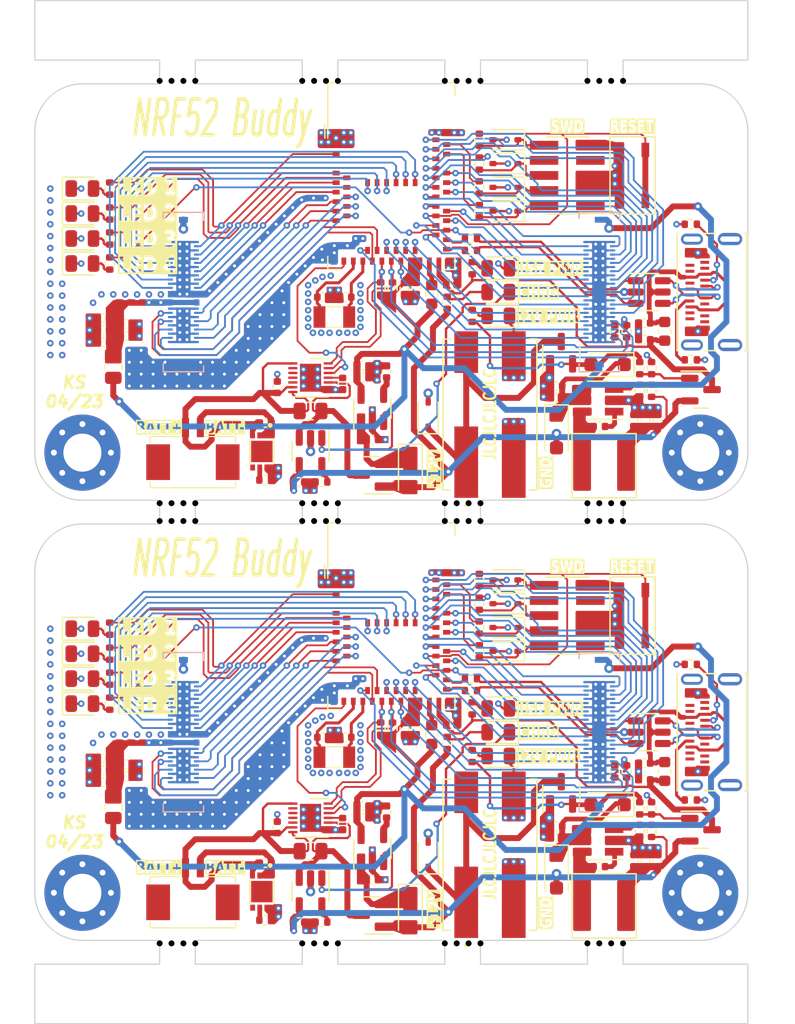
<source format=kicad_pcb>
(kicad_pcb (version 20221018) (generator pcbnew)
  (title_block (title "nRF Buddy Board Layout") (rev "2") (company "Kane Stoboi"))
  (layers (0 "F.Cu" signal) (1 "In1.Cu" signal) (2 "In2.Cu" signal) (31 "B.Cu" signal) (34 "B.Paste" user) (35 "F.Paste" user) (36 "B.SilkS" user "B.Silkscreen") (37 "F.SilkS" user "F.Silkscreen") (38 "B.Mask" user) (39 "F.Mask" user) (44 "Edge.Cuts" user))
  (net 0 "")
  (net 1 "Board_0-+3V3")
  (net 2 "Board_0-+5V")
  (net 3 "Board_0-/Connectors/P0.02{slash}AIN0")
  (net 4 "Board_0-/Connectors/P0.03{slash}AIN1")
  (net 5 "Board_0-/Connectors/P0.04{slash}AIN2")
  (net 6 "Board_0-/Connectors/P0.05{slash}AIN3")
  (net 7 "Board_0-/Connectors/P0.07")
  (net 8 "Board_0-/Connectors/P0.09{slash}NFC1")
  (net 9 "Board_0-/Connectors/P0.10{slash}NFC2")
  (net 10 "Board_0-/Connectors/P0.11")
  (net 11 "Board_0-/Connectors/P0.12")
  (net 12 "Board_0-/Connectors/P0.14")
  (net 13 "Board_0-/Connectors/P0.15")
  (net 14 "Board_0-/Connectors/P0.16")
  (net 15 "Board_0-/Connectors/P0.17")
  (net 16 "Board_0-/Connectors/P0.19")
  (net 17 "Board_0-/Connectors/P0.20")
  (net 18 "Board_0-/Connectors/P0.21")
  (net 19 "Board_0-/Connectors/P0.22")
  (net 20 "Board_0-/Connectors/P0.23")
  (net 21 "Board_0-/Connectors/P0.24")
  (net 22 "Board_0-/Connectors/P0.25")
  (net 23 "Board_0-/Connectors/P0.26{slash}V_USB_CONNECTED")
  (net 24 "Board_0-/Connectors/P0.28{slash}AIN4")
  (net 25 "Board_0-/Connectors/P0.29{slash}AIN5")
  (net 26 "Board_0-/Connectors/P0.30{slash}AIN6")
  (net 27 "Board_0-/Connectors/P0.31{slash}AIN7")
  (net 28 "Board_0-/Connectors/P1.01")
  (net 29 "Board_0-/Connectors/P1.02")
  (net 30 "Board_0-/Connectors/P1.03")
  (net 31 "Board_0-/Connectors/P1.04")
  (net 32 "Board_0-/Connectors/P1.05")
  (net 33 "Board_0-/Connectors/P1.06")
  (net 34 "Board_0-/Connectors/P1.07")
  (net 35 "Board_0-/Connectors/P1.08")
  (net 36 "Board_0-/Connectors/P1.09{slash}~{CHARGE}")
  (net 37 "Board_0-/Connectors/P1.10{slash}STATUS_LED1")
  (net 38 "Board_0-/Connectors/P1.11{slash}STATUS_LED2")
  (net 39 "Board_0-/Connectors/P1.12{slash}STATUS_LED3")
  (net 40 "Board_0-/Connectors/P1.13")
  (net 41 "Board_0-/Connectors/P1.14")
  (net 42 "Board_0-/Connectors/P1.15")
  (net 43 "Board_0-/MCU (nRF52840)/D+")
  (net 44 "Board_0-/MCU (nRF52840)/D-")
  (net 45 "Board_0-/MCU (nRF52840)/DCCH")
  (net 46 "Board_0-/MCU (nRF52840)/NRF_SWO")
  (net 47 "Board_0-/MCU (nRF52840)/P0.13{slash}STATUS_LED4")
  (net 48 "Board_0-/MCU (nRF52840)/P0.18{slash}~{NRF_RESET}")
  (net 49 "Board_0-/MCU (nRF52840)/P0.27{slash}FUEL_ALRT")
  (net 50 "Board_0-/MCU (nRF52840)/P1.09")
  (net 51 "Board_0-/MCU (nRF52840)/SWDCLK")
  (net 52 "Board_0-/MCU (nRF52840)/SWDCLK_CONN")
  (net 53 "Board_0-/MCU (nRF52840)/SWDIO")
  (net 54 "Board_0-/MCU (nRF52840)/SWDIO_CONN")
  (net 55 "Board_0-/MCU (nRF52840)/SWO_CONN")
  (net 56 "Board_0-/MCU (nRF52840)/USB_D+")
  (net 57 "Board_0-/MCU (nRF52840)/USB_D-")
  (net 58 "Board_0-/MCU (nRF52840)/XL1")
  (net 59 "Board_0-/MCU (nRF52840)/XL2")
  (net 60 "Board_0-/MCU (nRF52840)/~{NRF_RESET_CONN}")
  (net 61 "Board_0-/Power Input/+12V")
  (net 62 "Board_0-/Power Input/+12V_CONN")
  (net 63 "Board_0-/Power Input/AP9211_VM")
  (net 64 "Board_0-/Power Input/BATT+")
  (net 65 "Board_0-/Power Input/BATT_CONN+")
  (net 66 "Board_0-/Power Input/BATT_CONN-")
  (net 67 "Board_0-/Power Input/FUEL_REG")
  (net 68 "Board_0-/Power Input/PROG")
  (net 69 "Board_0-/Power Switching/12V_REG_IN")
  (net 70 "Board_0-/Power Switching/12V__GATE_EN")
  (net 71 "Board_0-/Power Switching/BP")
  (net 72 "Board_0-/Power Switching/BST")
  (net 73 "Board_0-/Power Switching/FB")
  (net 74 "Board_0-/Power Switching/SW")
  (net 75 "Board_0-/Power Switching/V_USB")
  (net 76 "Board_0-/Power Switching/V_USB_FILT")
  (net 77 "Board_0-/SCL")
  (net 78 "Board_0-/SDA")
  (net 79 "Board_0-/USB Input/CC1")
  (net 80 "Board_0-/USB Input/CC2")
  (net 81 "Board_0-/USB Input/USB_CONN_D+")
  (net 82 "Board_0-/USB Input/USB_CONN_D-")
  (net 83 "Board_0-3V3A")
  (net 84 "Board_0-GND")
  (net 85 "Board_0-Net-(D10-A)")
  (net 86 "Board_0-Net-(D12-A)")
  (net 87 "Board_0-Net-(D13-A)")
  (net 88 "Board_0-Net-(D16-A)")
  (net 89 "Board_0-Net-(D16-K)")
  (net 90 "Board_0-Net-(D7-A)")
  (net 91 "Board_0-Net-(D8-A)")
  (net 92 "Board_0-Net-(D9-A)")
  (net 93 "Board_0-VCC")
  (net 94 "Board_0-unconnected-(J2-Pin_1-Pad1)")
  (net 95 "Board_0-unconnected-(J2-Pin_7-Pad7)")
  (net 96 "Board_0-unconnected-(J2-Pin_8-Pad8)")
  (net 97 "Board_0-unconnected-(J3-RX1_N-PadB10)")
  (net 98 "Board_0-unconnected-(J3-RX1_P-PadB11)")
  (net 99 "Board_0-unconnected-(J3-RX2_N-PadA10)")
  (net 100 "Board_0-unconnected-(J3-RX2_P-PadA11)")
  (net 101 "Board_0-unconnected-(J3-SBU1-PadA8)")
  (net 102 "Board_0-unconnected-(J3-SBU2-PadB8)")
  (net 103 "Board_0-unconnected-(J3-SHIELD-PadS1)")
  (net 104 "Board_0-unconnected-(J3-TX1_N-PadA3)")
  (net 105 "Board_0-unconnected-(J3-TX1_P-PadA2)")
  (net 106 "Board_0-unconnected-(J3-TX2_N-PadB3)")
  (net 107 "Board_0-unconnected-(J3-TX2_P-PadB2)")
  (net 108 "Board_0-unconnected-(J6-SHIELD-Pad3)")
  (net 109 "Board_0-unconnected-(U1-NC-Pad4)")
  (net 110 "Board_0-unconnected-(U1-NC-Pad7)")
  (net 111 "Board_0-unconnected-(U2-NC-Pad2)")
  (net 112 "Board_0-unconnected-(U2-NC-Pad4)")
  (net 113 "Board_0-unconnected-(U2-NC-Pad5)")
  (net 114 "Board_0-unconnected-(U2-SW-Pad3)")
  (net 115 "Board_1-+3V3")
  (net 116 "Board_1-+5V")
  (net 117 "Board_1-/Connectors/P0.02{slash}AIN0")
  (net 118 "Board_1-/Connectors/P0.03{slash}AIN1")
  (net 119 "Board_1-/Connectors/P0.04{slash}AIN2")
  (net 120 "Board_1-/Connectors/P0.05{slash}AIN3")
  (net 121 "Board_1-/Connectors/P0.07")
  (net 122 "Board_1-/Connectors/P0.09{slash}NFC1")
  (net 123 "Board_1-/Connectors/P0.10{slash}NFC2")
  (net 124 "Board_1-/Connectors/P0.11")
  (net 125 "Board_1-/Connectors/P0.12")
  (net 126 "Board_1-/Connectors/P0.14")
  (net 127 "Board_1-/Connectors/P0.15")
  (net 128 "Board_1-/Connectors/P0.16")
  (net 129 "Board_1-/Connectors/P0.17")
  (net 130 "Board_1-/Connectors/P0.19")
  (net 131 "Board_1-/Connectors/P0.20")
  (net 132 "Board_1-/Connectors/P0.21")
  (net 133 "Board_1-/Connectors/P0.22")
  (net 134 "Board_1-/Connectors/P0.23")
  (net 135 "Board_1-/Connectors/P0.24")
  (net 136 "Board_1-/Connectors/P0.25")
  (net 137 "Board_1-/Connectors/P0.26{slash}V_USB_CONNECTED")
  (net 138 "Board_1-/Connectors/P0.28{slash}AIN4")
  (net 139 "Board_1-/Connectors/P0.29{slash}AIN5")
  (net 140 "Board_1-/Connectors/P0.30{slash}AIN6")
  (net 141 "Board_1-/Connectors/P0.31{slash}AIN7")
  (net 142 "Board_1-/Connectors/P1.01")
  (net 143 "Board_1-/Connectors/P1.02")
  (net 144 "Board_1-/Connectors/P1.03")
  (net 145 "Board_1-/Connectors/P1.04")
  (net 146 "Board_1-/Connectors/P1.05")
  (net 147 "Board_1-/Connectors/P1.06")
  (net 148 "Board_1-/Connectors/P1.07")
  (net 149 "Board_1-/Connectors/P1.08")
  (net 150 "Board_1-/Connectors/P1.09{slash}~{CHARGE}")
  (net 151 "Board_1-/Connectors/P1.10{slash}STATUS_LED1")
  (net 152 "Board_1-/Connectors/P1.11{slash}STATUS_LED2")
  (net 153 "Board_1-/Connectors/P1.12{slash}STATUS_LED3")
  (net 154 "Board_1-/Connectors/P1.13")
  (net 155 "Board_1-/Connectors/P1.14")
  (net 156 "Board_1-/Connectors/P1.15")
  (net 157 "Board_1-/MCU (nRF52840)/D+")
  (net 158 "Board_1-/MCU (nRF52840)/D-")
  (net 159 "Board_1-/MCU (nRF52840)/DCCH")
  (net 160 "Board_1-/MCU (nRF52840)/NRF_SWO")
  (net 161 "Board_1-/MCU (nRF52840)/P0.13{slash}STATUS_LED4")
  (net 162 "Board_1-/MCU (nRF52840)/P0.18{slash}~{NRF_RESET}")
  (net 163 "Board_1-/MCU (nRF52840)/P0.27{slash}FUEL_ALRT")
  (net 164 "Board_1-/MCU (nRF52840)/P1.09")
  (net 165 "Board_1-/MCU (nRF52840)/SWDCLK")
  (net 166 "Board_1-/MCU (nRF52840)/SWDCLK_CONN")
  (net 167 "Board_1-/MCU (nRF52840)/SWDIO")
  (net 168 "Board_1-/MCU (nRF52840)/SWDIO_CONN")
  (net 169 "Board_1-/MCU (nRF52840)/SWO_CONN")
  (net 170 "Board_1-/MCU (nRF52840)/USB_D+")
  (net 171 "Board_1-/MCU (nRF52840)/USB_D-")
  (net 172 "Board_1-/MCU (nRF52840)/XL1")
  (net 173 "Board_1-/MCU (nRF52840)/XL2")
  (net 174 "Board_1-/MCU (nRF52840)/~{NRF_RESET_CONN}")
  (net 175 "Board_1-/Power Input/+12V")
  (net 176 "Board_1-/Power Input/+12V_CONN")
  (net 177 "Board_1-/Power Input/AP9211_VM")
  (net 178 "Board_1-/Power Input/BATT+")
  (net 179 "Board_1-/Power Input/BATT_CONN+")
  (net 180 "Board_1-/Power Input/BATT_CONN-")
  (net 181 "Board_1-/Power Input/FUEL_REG")
  (net 182 "Board_1-/Power Input/PROG")
  (net 183 "Board_1-/Power Switching/12V_REG_IN")
  (net 184 "Board_1-/Power Switching/12V__GATE_EN")
  (net 185 "Board_1-/Power Switching/BP")
  (net 186 "Board_1-/Power Switching/BST")
  (net 187 "Board_1-/Power Switching/FB")
  (net 188 "Board_1-/Power Switching/SW")
  (net 189 "Board_1-/Power Switching/V_USB")
  (net 190 "Board_1-/Power Switching/V_USB_FILT")
  (net 191 "Board_1-/SCL")
  (net 192 "Board_1-/SDA")
  (net 193 "Board_1-/USB Input/CC1")
  (net 194 "Board_1-/USB Input/CC2")
  (net 195 "Board_1-/USB Input/USB_CONN_D+")
  (net 196 "Board_1-/USB Input/USB_CONN_D-")
  (net 197 "Board_1-3V3A")
  (net 198 "Board_1-GND")
  (net 199 "Board_1-Net-(D10-A)")
  (net 200 "Board_1-Net-(D12-A)")
  (net 201 "Board_1-Net-(D13-A)")
  (net 202 "Board_1-Net-(D16-A)")
  (net 203 "Board_1-Net-(D16-K)")
  (net 204 "Board_1-Net-(D7-A)")
  (net 205 "Board_1-Net-(D8-A)")
  (net 206 "Board_1-Net-(D9-A)")
  (net 207 "Board_1-VCC")
  (net 208 "Board_1-unconnected-(J2-Pin_1-Pad1)")
  (net 209 "Board_1-unconnected-(J2-Pin_7-Pad7)")
  (net 210 "Board_1-unconnected-(J2-Pin_8-Pad8)")
  (net 211 "Board_1-unconnected-(J3-RX1_N-PadB10)")
  (net 212 "Board_1-unconnected-(J3-RX1_P-PadB11)")
  (net 213 "Board_1-unconnected-(J3-RX2_N-PadA10)")
  (net 214 "Board_1-unconnected-(J3-RX2_P-PadA11)")
  (net 215 "Board_1-unconnected-(J3-SBU1-PadA8)")
  (net 216 "Board_1-unconnected-(J3-SBU2-PadB8)")
  (net 217 "Board_1-unconnected-(J3-SHIELD-PadS1)")
  (net 218 "Board_1-unconnected-(J3-TX1_N-PadA3)")
  (net 219 "Board_1-unconnected-(J3-TX1_P-PadA2)")
  (net 220 "Board_1-unconnected-(J3-TX2_N-PadB3)")
  (net 221 "Board_1-unconnected-(J3-TX2_P-PadB2)")
  (net 222 "Board_1-unconnected-(J6-SHIELD-Pad3)")
  (net 223 "Board_1-unconnected-(U1-NC-Pad4)")
  (net 224 "Board_1-unconnected-(U1-NC-Pad7)")
  (net 225 "Board_1-unconnected-(U2-NC-Pad2)")
  (net 226 "Board_1-unconnected-(U2-NC-Pad4)")
  (net 227 "Board_1-unconnected-(U2-NC-Pad5)")
  (net 228 "Board_1-unconnected-(U2-SW-Pad3)")
  (footprint "NPTH" (layer "F.Cu") (at 132 99.25)
    (fp_text reference "REF**" hide)
    (fp_text value "NPTH" hide)
  )
  (footprint "NPTH" (layer "F.Cu") (at 167 99.25)
    (fp_text reference "REF**" hide)
    (fp_text value "NPTH" hide)
  )
  (footprint "Capacitor_SMD:C_0402_1005Metric" (layer "F.Cu") (at 140.7 97.4625)
    (fp_text reference "C26" hide)
    (fp_text value "2u2")
  )
  (footprint "Capacitor_SMD:C_0402_1005Metric" (layer "F.Cu") (at 140.7 60.4625)
    (fp_text reference "C26" hide)
    (fp_text value "2u2")
  )
  (footprint "Resistor_SMD:R_0402_1005Metric" (layer "F.Cu") (at 153.2 82.4 -90)
    (fp_text reference "R32" hide)
    (fp_text value "1k5")
  )
  (footprint "Resistor_SMD:R_0402_1005Metric" (layer "F.Cu") (at 153.2 45.4 -90)
    (fp_text reference "R32" hide)
    (fp_text value "1k5")
  )
  (footprint "NPTH" (layer "F.Cu") (at 129 26.75)
    (fp_text reference "REF**" hide)
    (fp_text value "NPTH" hide)
  )
  (footprint "Diode_SMD:D_SOD-323" (layer "F.Cu") (at 158.1 72.7 180)
    (fp_text reference "D5" hide)
    (fp_text value "D_TVS_5V")
  )
  (footprint "Diode_SMD:D_SOD-323" (layer "F.Cu") (at 158.1 35.7 180)
    (fp_text reference "D5" hide)
    (fp_text value "D_TVS_5V")
  )
  (footprint "Resistor_SMD:R_0805_2012Metric" (layer "F.Cu") (at 125.1 87.8 -90)
    (fp_text reference "R7" hide)
    (fp_text value "10R")
  )
  (footprint "Resistor_SMD:R_0805_2012Metric" (layer "F.Cu") (at 125.1 50.8 -90)
    (fp_text reference "R7" hide)
    (fp_text value "10R")
  )
  (footprint "NPTH" (layer "F.Cu") (at 131 26.75)
    (fp_text reference "REF**" hide)
    (fp_text value "NPTH" hide)
  )
  (footprint "Resistor_SMD:R_0402_1005Metric" (layer "F.Cu") (at 124.8 79.1 -90)
    (fp_text reference "R12" hide)
    (fp_text value "1k5")
  )
  (footprint "Resistor_SMD:R_0402_1005Metric" (layer "F.Cu") (at 124.8 42.1 -90)
    (fp_text reference "R12" hide)
    (fp_text value "1k5")
  )
  (footprint "Capacitor_SMD:C_0402_1005Metric" (layer "F.Cu") (at 124.27 48.7 180)
    (fp_text reference "C15" hide)
    (fp_text value "100n")
  )
  (footprint "Capacitor_SMD:C_0402_1005Metric" (layer "F.Cu") (at 124.27 85.7 180)
    (fp_text reference "C15" hide)
    (fp_text value "100n")
  )
  (footprint "MountingHole:MountingHole_3.2mm_M3_Pad_Via" (layer "F.Cu") (at 122.5 58)
    (fp_text reference "H2" hide)
    (fp_text value "MountingHole_Pad")
  )
  (footprint "MountingHole:MountingHole_3.2mm_M3_Pad_Via" (layer "F.Cu") (at 122.5 95)
    (fp_text reference "H2" hide)
    (fp_text value "MountingHole_Pad")
  )
  (footprint "NPTH" (layer "F.Cu") (at 144 62.25)
    (fp_text reference "REF**" hide)
    (fp_text value "NPTH" hide)
  )
  (footprint "Package_DFN_QFN:TDFN-14-1EP_3x3mm_P0.4mm_EP1.78x2.35mm" (layer "F.Cu") (at 141.7 88.7)
    (fp_text reference "U2" hide)
    (fp_text value "MAX17260SETD")
  )
  (footprint "Package_DFN_QFN:TDFN-14-1EP_3x3mm_P0.4mm_EP1.78x2.35mm" (layer "F.Cu") (at 141.7 51.7)
    (fp_text reference "U2" hide)
    (fp_text value "MAX17260SETD")
  )
  (footprint "NPTH" (layer "F.Cu") (at 154 63.75)
    (fp_text reference "REF**" hide)
    (fp_text value "NPTH" hide)
  )
  (footprint "NPTH" (layer "F.Cu") (at 165 99.25)
    (fp_text reference "REF**" hide)
    (fp_text value "NPTH" hide)
  )
  (footprint "NPTH" (layer "F.Cu") (at 131 99.25)
    (fp_text reference "REF**" hide)
    (fp_text value "NPTH" hide)
  )
  (footprint "Diode_SMD:D_SOD-123F" (layer "F.Cu") (at 150.1 59.5 -90)
    (fp_text reference "D11" hide)
    (fp_text value "D_Small")
  )
  (footprint "Diode_SMD:D_SOD-123F" (layer "F.Cu") (at 150.1 96.5 -90)
    (fp_text reference "D11" hide)
    (fp_text value "D_Small")
  )
  (footprint "Capacitor_SMD:C_0402_1005Metric" (layer "F.Cu") (at 124.27 84.7)
    (fp_text reference "C23" hide)
    (fp_text value "4u7")
  )
  (footprint "Capacitor_SMD:C_0402_1005Metric" (layer "F.Cu") (at 124.27 47.7)
    (fp_text reference "C23" hide)
    (fp_text value "4u7")
  )
  (footprint "LED_SMD:LED_0805_2012Metric" (layer "F.Cu") (at 122.5 37.9)
    (fp_text reference "D9" hide)
    (fp_text value "STATUS_LED2")
  )
  (footprint "LED_SMD:LED_0805_2012Metric" (layer "F.Cu") (at 122.5 74.9)
    (fp_text reference "D9" hide)
    (fp_text value "STATUS_LED2")
  )
  (footprint "Capacitor_SMD:C_0402_1005Metric" (layer "F.Cu") (at 146.9 56.9)
    (fp_text reference "C14" hide)
    (fp_text value "2u2")
  )
  (footprint "Capacitor_SMD:C_0402_1005Metric" (layer "F.Cu") (at 146.9 93.9)
    (fp_text reference "C14" hide)
    (fp_text value "2u2")
  )
  (footprint "Package_TO_SOT_SMD:SOT-23-6_Handsoldering" (layer "F.Cu") (at 165.9 53.6 180)
    (fp_text reference "U4" hide)
    (fp_text value "TP6841S6")
  )
  (footprint "Package_TO_SOT_SMD:SOT-23-6_Handsoldering" (layer "F.Cu") (at 165.9 90.6 180)
    (fp_text reference "U4" hide)
    (fp_text value "TP6841S6")
  )
  (footprint "Capacitor_SMD:C_0402_1005Metric" (layer "F.Cu") (at 138.9 89.5 90)
    (fp_text reference "C3" hide)
    (fp_text value "100n")
  )
  (footprint "Capacitor_SMD:C_0402_1005Metric" (layer "F.Cu") (at 138.9 52.5 90)
    (fp_text reference "C3" hide)
    (fp_text value "100n")
  )
  (footprint "Capacitor_SMD:C_0402_1005Metric" (layer "F.Cu") (at 124.26 83.7 180)
    (fp_text reference "C25" hide)
    (fp_text value "22u")
  )
  (footprint "Capacitor_SMD:C_0402_1005Metric" (layer "F.Cu") (at 124.26 46.7 180)
    (fp_text reference "C25" hide)
    (fp_text value "22u")
  )
  (footprint "NPTH" (layer "F.Cu") (at 154 62.25)
    (fp_text reference "REF**" hide)
    (fp_text value "NPTH" hide)
  )
  (footprint "LED_SMD:LED_0805_2012Metric" (layer "F.Cu") (at 157.5 83.5 180)
    (fp_text reference "D13" hide)
    (fp_text value "12V Status LED")
  )
  (footprint "LED_SMD:LED_0805_2012Metric" (layer "F.Cu") (at 157.5 46.5 180)
    (fp_text reference "D13" hide)
    (fp_text value "12V Status LED")
  )
  (footprint "LED_SMD:LED_0805_2012Metric" (layer "F.Cu") (at 122.5 79.1)
    (fp_text reference "D8" hide)
    (fp_text value "LED_BT_STATUS")
  )
  (footprint "LED_SMD:LED_0805_2012Metric" (layer "F.Cu") (at 122.5 42.1)
    (fp_text reference "D8" hide)
    (fp_text value "LED_BT_STATUS")
  )
  (footprint "Capacitor_SMD:C_0402_1005Metric" (layer "F.Cu") (at 146.1 87.7)
    (fp_text reference "C12" hide)
    (fp_text value "2u2")
  )
  (footprint "Capacitor_SMD:C_0402_1005Metric" (layer "F.Cu") (at 146.1 50.7)
    (fp_text reference "C12" hide)
    (fp_text value "2u2")
  )
  (footprint "Inductor_SMD:L_0603_1608Metric" (layer "F.Cu") (at 171.5 47.8 -90)
    (fp_text reference "L1" hide)
    (fp_text value "600 @ 600Hz")
  )
  (footprint "Inductor_SMD:L_0603_1608Metric" (layer "F.Cu") (at 171.5 84.8 -90)
    (fp_text reference "L1" hide)
    (fp_text value "600 @ 600Hz")
  )
  (footprint "NPTH" (layer "F.Cu") (at 141 62.25)
    (fp_text reference "REF**" hide)
    (fp_text value "NPTH" hide)
  )
  (footprint "NPTH" (layer "F.Cu") (at 156 26.75)
    (fp_text reference "REF**" hide)
    (fp_text value "NPTH" hide)
  )
  (footprint "MountingHole:MountingHole_3.2mm_M3_Pad_Via" (layer "F.Cu") (at 174.5 95)
    (fp_text reference "H4" hide)
    (fp_text value "MountingHole_Pad")
  )
  (footprint "MountingHole:MountingHole_3.2mm_M3_Pad_Via" (layer "F.Cu") (at 174.5 58)
    (fp_text reference "H4" hide)
    (fp_text value "MountingHole_Pad")
  )
  (footprint "NPTH" (layer "F.Cu") (at 168 63.75)
    (fp_text reference "REF**" hide)
    (fp_text value "NPTH" hide)
  )
  (footprint "Package_TO_SOT_SMD:SOT-23-5" (layer "F.Cu") (at 146.9 91.3 90)
    (fp_text reference "U5" hide)
    (fp_text value "MIC5205-3.3YM5")
  )
  (footprint "Package_TO_SOT_SMD:SOT-23-5" (layer "F.Cu") (at 146.9 54.3 90)
    (fp_text reference "U5" hide)
    (fp_text value "MIC5205-3.3YM5")
  )
  (footprint "NPTH" (layer "F.Cu") (at 141 63.75)
    (fp_text reference "REF**" hide)
    (fp_text value "NPTH" hide)
  )
  (footprint "Footprints:TS-1089S-02526" (layer "F.Cu") (at 168.8 71.7 -90)
    (fp_text reference "SW1" hide)
    (fp_text value "SW_SPST")
  )
  (footprint "Footprints:TS-1089S-02526" (layer "F.Cu") (at 168.8 34.7 -90)
    (fp_text reference "SW1" hide)
    (fp_text value "SW_SPST")
  )
  (footprint "NPTH" (layer "F.Cu") (at 143 26.75)
    (fp_text reference "REF**" hide)
    (fp_text value "NPTH" hide)
  )
  (footprint "Resistor_SMD:R_0402_1005Metric" (layer "F.Cu") (at 170.4 52.8 -90)
    (fp_text reference "R6" hide)
    (fp_text value "52k3")
  )
  (footprint "Resistor_SMD:R_0402_1005Metric" (layer "F.Cu") (at 170.4 89.8 -90)
    (fp_text reference "R6" hide)
    (fp_text value "52k3")
  )
  (footprint "Package_TO_SOT_SMD:SOT-23-6" (layer "F.Cu") (at 170.2 44.5)
    (fp_text reference "U7" hide)
    (fp_text value "USBLC6-2SC6")
  )
  (footprint "Package_TO_SOT_SMD:SOT-23-6" (layer "F.Cu") (at 170.2 81.5)
    (fp_text reference "U7" hide)
    (fp_text value "USBLC6-2SC6")
  )
  (footprint "NPTH" (layer "F.Cu") (at 167 26.75)
    (fp_text reference "REF**" hide)
    (fp_text value "NPTH" hide)
  )
  (footprint "NPTH" (layer "F.Cu") (at 142 63.75)
    (fp_text reference "REF**" hide)
    (fp_text value "NPTH" hide)
  )
  (footprint "NPTH" (layer "F.Cu") (at 155 62.25)
    (fp_text reference "REF**" hide)
    (fp_text value "NPTH" hide)
  )
  (footprint "NPTH" (layer "F.Cu") (at 153 63.75)
    (fp_text reference "REF**" hide)
    (fp_text value "NPTH" hide)
  )
  (footprint "Resistor_SMD:R_0402_1005Metric" (layer "F.Cu") (at 124.8 35.8 -90)
    (fp_text reference "R11" hide)
    (fp_text value "1k5")
  )
  (footprint "Resistor_SMD:R_0402_1005Metric" (layer "F.Cu") (at 124.8 72.8 -90)
    (fp_text reference "R11" hide)
    (fp_text value "1k5")
  )
  (footprint "NPTH" (layer "F.Cu") (at 166 26.75)
    (fp_text reference "REF**" hide)
    (fp_text value "NPTH" hide)
  )
  (footprint "NPTH" (layer "F.Cu") (at 165 26.75)
    (fp_text reference "REF**" hide)
    (fp_text value "NPTH" hide)
  )
  (footprint "Capacitor_SMD:C_0402_1005Metric" (layer "F.Cu") (at 168.9 55.3 90)
    (fp_text reference "C10" hide)
    (fp_text value "22u")
  )
  (footprint "Capacitor_SMD:C_0402_1005Metric" (layer "F.Cu") (at 168.9 92.3 90)
    (fp_text reference "C10" hide)
    (fp_text value "22u")
  )
  (footprint "NPTH" (layer "F.Cu") (at 132 63.75)
    (fp_text reference "REF**" hide)
    (fp_text value "NPTH" hide)
  )
  (footprint "Inductor_SMD:L_0603_1608Metric" (layer "F.Cu") (at 151.9 81.7 -90)
    (fp_text reference "L3" hide)
    (fp_text value "10u")
  )
  (footprint "Inductor_SMD:L_0603_1608Metric" (layer "F.Cu") (at 151.9 44.7 -90)
    (fp_text reference "L3" hide)
    (fp_text value "10u")
  )
  (footprint "Capacitor_SMD:C_0402_1005Metric" (layer "F.Cu") (at 126.2 48.2)
    (fp_text reference "C16" hide)
    (fp_text value "10u")
  )
  (footprint "Capacitor_SMD:C_0402_1005Metric" (layer "F.Cu") (at 126.2 85.2)
    (fp_text reference "C16" hide)
    (fp_text value "10u")
  )
  (footprint "NPTH" (layer "F.Cu") (at 131 62.25)
    (fp_text reference "REF**" hide)
    (fp_text value "NPTH" hide)
  )
  (footprint "NPTH" (layer "F.Cu") (at 130 63.75)
    (fp_text reference "REF**" hide)
    (fp_text value "NPTH" hide)
  )
  (footprint "RF_Module:Raytac_MDBT50Q" (layer "F.Cu") (at 148.5 34.75)
    (fp_text reference "U6" hide)
    (fp_text value "MDBT50Q-1MV2")
  )
  (footprint "RF_Module:Raytac_MDBT50Q" (layer "F.Cu") (at 148.5 71.75)
    (fp_text reference "U6" hide)
    (fp_text value "MDBT50Q-1MV2")
  )
  (footprint "NPTH" (layer "F.Cu") (at 156 63.75)
    (fp_text reference "REF**" hide)
    (fp_text value "NPTH" hide)
  )
  (footprint "Diode_SMD:D_SOD-323" (layer "F.Cu") (at 158.1 68.7 180)
    (fp_text reference "D6" hide)
    (fp_text value "D_TVS_5V")
  )
  (footprint "Diode_SMD:D_SOD-323" (layer "F.Cu") (at 158.1 31.7 180)
    (fp_text reference "D6" hide)
    (fp_text value "D_TVS_5V")
  )
  (footprint "Resistor_SMD:R_0402_1005Metric" (layer "F.Cu") (at 137.9 60.3)
    (fp_text reference "R1" hide)
    (fp_text value "2.2k")
  )
  (footprint "Resistor_SMD:R_0402_1005Metric" (layer "F.Cu") (at 137.9 97.3)
    (fp_text reference "R1" hide)
    (fp_text value "2.2k")
  )
  (footprint "NPTH" (layer "F.Cu") (at 129 99.25)
    (fp_text reference "REF**" hide)
    (fp_text value "NPTH" hide)
  )
  (footprint "NPTH" (layer "F.Cu") (at 168 62.25)
    (fp_text reference "REF**" hide)
    (fp_text value "NPTH" hide)
  )
  (footprint "Capacitor_SMD:C_0402_1005Metric" (layer "F.Cu") (at 146.1 88.7)
    (fp_text reference "C11" hide)
    (fp_text value "470p")
  )
  (footprint "Capacitor_SMD:C_0402_1005Metric" (layer "F.Cu") (at 146.1 51.7)
    (fp_text reference "C11" hide)
    (fp_text value "470p")
  )
  (footprint "NPTH" (layer "F.Cu") (at 141 99.25)
    (fp_text reference "REF**" hide)
    (fp_text value "NPTH" hide)
  )
  (footprint "LED_SMD:LED_0805_2012Metric" (layer "F.Cu") (at 122.5 40)
    (fp_text reference "D10" hide)
    (fp_text value "STATUS_LED3")
  )
  (footprint "LED_SMD:LED_0805_2012Metric" (layer "F.Cu") (at 122.5 77)
    (fp_text reference "D10" hide)
    (fp_text value "STATUS_LED3")
  )
  (footprint "NPTH" (layer "F.Cu") (at 153 99.25)
    (fp_text reference "REF**" hide)
    (fp_text value "NPTH" hide)
  )
  (footprint "Capacitor_SMD:C_0402_1005Metric" (layer "F.Cu") (at 149.6 44.2 90)
    (fp_text reference "C19" hide)
    (fp_text value "4u7")
  )
  (footprint "Capacitor_SMD:C_0402_1005Metric" (layer "F.Cu") (at 149.6 81.2 90)
    (fp_text reference "C19" hide)
    (fp_text value "4u7")
  )
  (footprint "NPTH" (layer "F.Cu") (at 167 63.75)
    (fp_text reference "REF**" hide)
    (fp_text value "NPTH" hide)
  )
  (footprint "Diode_SMD:D_SOD-323" (layer "F.Cu") (at 158.1 70.7 180)
    (fp_text reference "D4" hide)
    (fp_text value "D_TVS_5V")
  )
  (footprint "Diode_SMD:D_SOD-323" (layer "F.Cu") (at 158.1 33.7 180)
    (fp_text reference "D4" hide)
    (fp_text value "D_TVS_5V")
  )
  (footprint "NPTH" (layer "F.Cu") (at 143 63.75)
    (fp_text reference "REF**" hide)
    (fp_text value "NPTH" hide)
  )
  (footprint "Resistor_SMD:R_0402_1005Metric" (layer "F.Cu") (at 168.3 47.8 -90)
    (fp_text reference "R13" hide)
    (fp_text value "5k1")
  )
  (footprint "Resistor_SMD:R_0402_1005Metric" (layer "F.Cu") (at 168.3 84.8 -90)
    (fp_text reference "R13" hide)
    (fp_text value "5k1")
  )
  (footprint "Capacitor_SMD:C_0402_1005Metric" (layer "F.Cu") (at 153.6 43.9)
    (fp_text reference "C18" hide)
    (fp_text value "4u7")
  )
  (footprint "Capacitor_SMD:C_0402_1005Metric" (layer "F.Cu") (at 153.6 80.9)
    (fp_text reference "C18" hide)
    (fp_text value "4u7")
  )
  (footprint "NPTH" (layer "F.Cu") (at 129 63.75)
    (fp_text reference "REF**" hide)
    (fp_text value "NPTH" hide)
  )
  (footprint "NPTH" (layer "F.Cu") (at 155 99.25)
    (fp_text reference "REF**" hide)
    (fp_text value "NPTH" hide)
  )
  (footprint "Resistor_SMD:R_0402_1005Metric" (layer "F.Cu") (at 155.2 40 180)
    (fp_text reference "R16" hide)
    (fp_text value "27R")
  )
  (footprint "Resistor_SMD:R_0402_1005Metric" (layer "F.Cu") (at 155.2 77 180)
    (fp_text reference "R16" hide)
    (fp_text value "27R")
  )
  (footprint "Resistor_SMD:R_0402_1005Metric" (layer "F.Cu") (at 173.7 38.8 180)
    (fp_text reference "R10" hide)
    (fp_text value "5k1")
  )
  (footprint "Resistor_SMD:R_0402_1005Metric" (layer "F.Cu") (at 173.7 75.8 180)
    (fp_text reference "R10" hide)
    (fp_text value "5k1")
  )
  (footprint "NPTH" (layer "F.Cu") (at 144 26.75)
    (fp_text reference "REF**" hide)
    (fp_text value "NPTH" hide)
  )
  (footprint "NPTH" (layer "F.Cu") (at 156 62.25)
    (fp_text reference "REF**" hide)
    (fp_text value "NPTH" hide)
  )
  (footprint "Resistor_SMD:R_0402_1005Metric" (layer "F.Cu") (at 167.3 47.8 -90)
    (fp_text reference "R17" hide)
    (fp_text value "5k1")
  )
  (footprint "Resistor_SMD:R_0402_1005Metric" (layer "F.Cu") (at 167.3 84.8 -90)
    (fp_text reference "R17" hide)
    (fp_text value "5k1")
  )
  (footprint "NPTH" (layer "F.Cu") (at 143 99.25)
    (fp_text reference "REF**" hide)
    (fp_text value "NPTH" hide)
  )
  (footprint "Capacitor_SMD:C_0402_1005Metric" (layer "F.Cu") (at 148.1 51.2 90)
    (fp_text reference "C13" hide)
    (fp_text value "470p")
  )
  (footprint "Capacitor_SMD:C_0402_1005Metric" (layer "F.Cu") (at 148.1 88.2 90)
    (fp_text reference "C13" hide)
    (fp_text value "470p")
  )
  (footprint "Capacitor_SMD:C_0402_1005Metric" (layer "F.Cu") (at 162.4 53.4 180)
    (fp_text reference "C6" hide)
    (fp_text value "22u")
  )
  (footprint "Capacitor_SMD:C_0402_1005Metric" (layer "F.Cu") (at 162.4 90.4 180)
    (fp_text reference "C6" hide)
    (fp_text value "22u")
  )
  (footprint "Package_TO_SOT_SMD:SOT-23" (layer "F.Cu") (at 162.8 49.6 90)
    (fp_text reference "Q1" hide)
    (fp_text value "SSM3J332R")
  )
  (footprint "Package_TO_SOT_SMD:SOT-23" (layer "F.Cu") (at 162.8 86.6 90)
    (fp_text reference "Q1" hide)
    (fp_text value "SSM3J332R")
  )
  (footprint "NPTH" (layer "F.Cu") (at 154 26.75)
    (fp_text reference "REF**" hide)
    (fp_text value "NPTH" hide)
  )
  (footprint "Resistor_SMD:R_0402_1005Metric" (layer "F.Cu") (at 169.4 52.8 90)
    (fp_text reference "R8" hide)
    (fp_text value "10k")
  )
  (footprint "Resistor_SMD:R_0402_1005Metric" (layer "F.Cu") (at 169.4 89.8 90)
    (fp_text reference "R8" hide)
    (fp_text value "10k")
  )
  (footprint "Footprints:SWPA5040S470MT" (layer "F.Cu") (at 166.4 96.1)
    (fp_text reference "L2" hide)
    (fp_text value "47u")
  )
  (footprint "Footprints:SWPA5040S470MT" (layer "F.Cu") (at 166.4 59.1)
    (fp_text reference "L2" hide)
    (fp_text value "47u")
  )
  (footprint "Diode_SMD:D_SOD-323" (layer "F.Cu") (at 151.6 91.8 90)
    (fp_text reference "D1" hide)
    (fp_text value "D_TVS_15V")
  )
  (footprint "Diode_SMD:D_SOD-323" (layer "F.Cu") (at 151.6 54.8 90)
    (fp_text reference "D1" hide)
    (fp_text value "D_TVS_15V")
  )
  (footprint "Resistor_SMD:R_0402_1005Metric" (layer "F.Cu") (at 142.6 97.4625)
    (fp_text reference "R4" hide)
    (fp_text value "10k")
  )
  (footprint "Resistor_SMD:R_0402_1005Metric" (layer "F.Cu") (at 142.6 60.4625)
    (fp_text reference "R4" hide)
    (fp_text value "10k")
  )
  (footprint "NPTH" (layer "F.Cu") (at 165 62.25)
    (fp_text reference "REF**" hide)
    (fp_text value "NPTH" hide)
  )
  (footprint "NPTH" (layer "F.Cu") (at 142 99.25)
    (fp_text reference "REF**" hide)
    (fp_text value "NPTH" hide)
  )
  (footprint "Resistor_SMD:R_0805_2012Metric" (layer "F.Cu") (at 141.7 91.5 180)
    (fp_text reference "R2" hide)
    (fp_text value "10m")
  )
  (footprint "Resistor_SMD:R_0805_2012Metric" (layer "F.Cu") (at 141.7 54.5 180)
    (fp_text reference "R2" hide)
    (fp_text value "10m")
  )
  (footprint "Package_TO_SOT_SMD:SOT-23-5" (layer "F.Cu") (at 141.7 57.9 -90)
    (fp_text reference "U3" hide)
    (fp_text value "TP4054")
  )
  (footprint "Package_TO_SOT_SMD:SOT-23-5" (layer "F.Cu") (at 141.7 94.9 -90)
    (fp_text reference "U3" hide)
    (fp_text value "TP4054")
  )
  (footprint "Diode_SMD:D_SOD-123F" (layer "F.Cu") (at 162.4 93.2 -90)
    (fp_text reference "D15" hide)
    (fp_text value "D_Small")
  )
  (footprint "Diode_SMD:D_SOD-123F" (layer "F.Cu") (at 162.4 56.2 -90)
    (fp_text reference "D15" hide)
    (fp_text value "D_Small")
  )
  (footprint "NPTH" (layer "F.Cu") (at 132 62.25)
    (fp_text reference "REF**" hide)
    (fp_text value "NPTH" hide)
  )
  (footprint "Resistor_SMD:R_0402_1005Metric" (layer "F.Cu") (at 170.4 87.9 -90)
    (fp_text reference "R5" hide)
    (fp_text value "10k")
  )
  (footprint "Resistor_SMD:R_0402_1005Metric" (layer "F.Cu") (at 170.4 50.9 -90)
    (fp_text reference "R5" hide)
    (fp_text value "10k")
  )
  (footprint "Capacitor_SMD:C_0402_1005Metric" (layer "F.Cu") (at 126.2 47.2)
    (fp_text reference "C24" hide)
    (fp_text value "22u")
  )
  (footprint "Capacitor_SMD:C_0402_1005Metric" (layer "F.Cu") (at 126.2 84.2)
    (fp_text reference "C24" hide)
    (fp_text value "22u")
  )
  (footprint "Resistor_SMD:R_0402_1005Metric" (layer "F.Cu") (at 155.9 31.7 -90)
    (fp_text reference "R29" hide)
    (fp_text value "49R9")
  )
  (footprint "Resistor_SMD:R_0402_1005Metric" (layer "F.Cu") (at 155.9 68.7 -90)
    (fp_text reference "R29" hide)
    (fp_text value "49R9")
  )
  (footprint "Capacitor_SMD:C_0402_1005Metric" (layer "F.Cu") (at 169.8 85.5 180)
    (fp_text reference "C2" hide)
    (fp_text value "100n")
  )
  (footprint "Capacitor_SMD:C_0402_1005Metric" (layer "F.Cu") (at 169.8 48.5 180)
    (fp_text reference "C2" hide)
    (fp_text value "100n")
  )
  (footprint "Resistor_SMD:R_0402_1005Metric" (layer "F.Cu") (at 147.6 44.2 -90)
    (fp_text reference "R20" hide)
    (fp_text value "5k1")
  )
  (footprint "Resistor_SMD:R_0402_1005Metric" (layer "F.Cu") (at 147.6 81.2 -90)
    (fp_text reference "R20" hide)
    (fp_text value "5k1")
  )
  (footprint "Resistor_SMD:R_0402_1005Metric" (layer "F.Cu") (at 173.7 50.2)
    (fp_text reference "R9" hide)
    (fp_text value "5k1")
  )
  (footprint "Resistor_SMD:R_0402_1005Metric" (layer "F.Cu") (at 173.7 87.2)
    (fp_text reference "R9" hide)
    (fp_text value "5k1")
  )
  (footprint "LED_SMD:LED_0805_2012Metric" (layer "F.Cu") (at 157.5 81.5 180)
    (fp_text reference "D16" hide)
    (fp_text value "CHRG")
  )
  (footprint "LED_SMD:LED_0805_2012Metric" (layer "F.Cu") (at 157.5 44.5 180)
    (fp_text reference "D16" hide)
    (fp_text value "CHRG")
  )
  (footprint "NPTH" (layer "F.Cu") (at 144 99.25)
    (fp_text reference "REF**" hide)
    (fp_text value "NPTH" hide)
  )
  (footprint "Resistor_SMD:R_0402_1005Metric" (layer "F.Cu") (at 155.9 74.7 -90)
    (fp_text reference "R26" hide)
    (fp_text value "49R9")
  )
  (footprint "Resistor_SMD:R_0402_1005Metric" (layer "F.Cu") (at 155.9 37.7 -90)
    (fp_text reference "R26" hide)
    (fp_text value "49R9")
  )
  (footprint "Capacitor_SMD:C_0402_1005Metric" (layer "F.Cu") (at 162.4 52.4 180)
    (fp_text reference "C7" hide)
    (fp_text value "22u")
  )
  (footprint "Capacitor_SMD:C_0402_1005Metric" (layer "F.Cu") (at 162.4 89.4 180)
    (fp_text reference "C7" hide)
    (fp_text value "22u")
  )
  (footprint "NPTH" (layer "F.Cu") (at 130 26.75)
    (fp_text reference "REF**" hide)
    (fp_text value "NPTH" hide)
  )
  (footprint "NPTH" (layer "F.Cu") (at 142 26.75)
    (fp_text reference "REF**" hide)
    (fp_text value "NPTH" hide)
  )
  (footprint "NPTH" (layer "F.Cu") (at 166 62.25)
    (fp_text reference "REF**" hide)
    (fp_text value "NPTH" hide)
  )
  (footprint "Footprints:HDGC1251WR-S-2P" (layer "F.Cu") (at 131.8 58.8 180)
    (fp_text reference "J6" hide)
    (fp_text value "HDGC1251WR-S-2P")
  )
  (footprint "Footprints:HDGC1251WR-S-2P" (layer "F.Cu") (at 131.8 95.8 180)
    (fp_text reference "J6" hide)
    (fp_text value "HDGC1251WR-S-2P")
  )
  (footprint "Capacitor_SMD:C_0402_1005Metric" (layer "F.Cu") (at 142.75 44.925)
    (fp_text reference "C21" hide)
    (fp_text value "12p")
  )
  (footprint "Capacitor_SMD:C_0402_1005Metric" (layer "F.Cu") (at 142.75 81.925)
    (fp_text reference "C21" hide)
    (fp_text value "12p")
  )
  (footprint "NPTH" (layer "F.Cu") (at 168 99.25)
    (fp_text reference "REF**" hide)
    (fp_text value "NPTH" hide)
  )
  (footprint "Footprints:DFN200X300X60-7N" (layer "F.Cu") (at 137.6 94.9 -90)
    (fp_text reference "U1" hide)
    (fp_text value "AP9211")
  )
  (footprint "Footprints:DFN200X300X60-7N" (layer "F.Cu") (at 137.6 57.9 -90)
    (fp_text reference "U1" hide)
    (fp_text value "AP9211")
  )
  (footprint "Resistor_SMD:R_0402_1005Metric" (layer "F.Cu") (at 155.9 35.7 -90)
    (fp_text reference "R27" hide)
    (fp_text value "49R9")
  )
  (footprint "Resistor_SMD:R_0402_1005Metric" (layer "F.Cu") (at 155.9 72.7 -90)
    (fp_text reference "R27" hide)
    (fp_text value "49R9")
  )
  (footprint "NPTH" (layer "F.Cu") (at 132 26.75)
    (fp_text reference "REF**" hide)
    (fp_text value "NPTH" hide)
  )
  (footprint "NPTH" (layer "F.Cu") (at 144 63.75)
    (fp_text reference "REF**" hide)
    (fp_text value "NPTH" hide)
  )
  (footprint "Diode_SMD:D_SOD-323" (layer "F.Cu") (at 158.1 37.7 180)
    (fp_text reference "D3" hide)
    (fp_text value "D_TVS_5V")
  )
  (footprint "Diode_SMD:D_SOD-323" (layer "F.Cu") (at 158.1 74.7 180)
    (fp_text reference "D3" hide)
    (fp_text value "D_TVS_5V")
  )
  (footprint "NPTH" (layer "F.Cu") (at 168 26.75)
    (fp_text reference "REF**" hide)
    (fp_text value "NPTH" hide)
  )
  (footprint "Resistor_SMD:R_0402_1005Metric" (layer "F.Cu") (at 155.9 33.7 -90)
    (fp_text reference "R28" hide)
    (fp_text value "49R9")
  )
  (footprint "Resistor_SMD:R_0402_1005Metric" (layer "F.Cu") (at 155.9 70.7 -90)
    (fp_text reference "R28" hide)
    (fp_text value "49R9")
  )
  (footprint "Capacitor_SMD:C_0402_1005Metric" (layer "F.Cu") (at 166 55.8 180)
    (fp_text reference "C8" hide)
    (fp_text value "100n")
  )
  (footprint "Capacitor_SMD:C_0402_1005Metric" (layer "F.Cu") (at 166 92.8 180)
    (fp_text reference "C8" hide)
    (fp_text value "100n")
  )
  (footprint "Footprints:WAGO_2060-452_998-404" (layer "F.Cu") (at 156.8 91.8 90)
    (fp_text reference "J1" hide)
    (fp_text value "2060-452_998-404")
  )
  (footprint "Footprints:WAGO_2060-452_998-404" (layer "F.Cu") (at 156.8 54.8 90)
    (fp_text reference "J1" hide)
    (fp_text value "2060-452_998-404")
  )
  (footprint "MountingHole:MountingHole_3.2mm_M3" (layer "F.Cu") (at 174.5 31)
    (fp_text reference "H3" hide)
    (fp_text value "MountingHole_Pad")
  )
  (footprint "MountingHole:MountingHole_3.2mm_M3" (layer "F.Cu") (at 174.5 68)
    (fp_text reference "H3" hide)
    (fp_text value "MountingHole_Pad")
  )
  (footprint "Capacitor_SMD:C_0402_1005Metric" (layer "F.Cu") (at 137.9 55.5)
    (fp_text reference "C4" hide)
    (fp_text value "100n")
  )
  (footprint "Capacitor_SMD:C_0402_1005Metric" (layer "F.Cu") (at 137.9 92.5)
    (fp_text reference "C4" hide)
    (fp_text value "100n")
  )
  (footprint "Resistor_SMD:R_0402_1005Metric" (layer "F.Cu") (at 155.3 42.5 90)
    (fp_text reference "R21" hide)
    (fp_text value "1k5")
  )
  (footprint "Resistor_SMD:R_0402_1005Metric" (layer "F.Cu") (at 155.3 79.5 90)
    (fp_text reference "R21" hide)
    (fp_text value "1k5")
  )
  (footprint "NPTH" (layer "F.Cu") (at 154 99.25)
    (fp_text reference "REF**" hide)
    (fp_text value "NPTH" hide)
  )
  (footprint "Resistor_SMD:R_0402_1005Metric" (layer "F.Cu") (at 169.4 87.9 90)
    (fp_text reference "R3" hide)
    (fp_text value "10k")
  )
  (footprint "Resistor_SMD:R_0402_1005Metric" (layer "F.Cu") (at 169.4 50.9 90)
    (fp_text reference "R3" hide)
    (fp_text value "10k")
  )
  (footprint "NPTH" (layer "F.Cu") (at 166 99.25)
    (fp_text reference "REF**" hide)
    (fp_text value "NPTH" hide)
  )
  (footprint "NPTH" (layer "F.Cu") (at 142 62.25)
    (fp_text reference "REF**" hide)
    (fp_text value "NPTH" hide)
  )
  (footprint "NPTH" (layer "F.Cu") (at 130 99.25)
    (fp_text reference "REF**" hide)
    (fp_text value "NPTH" hide)
  )
  (footprint "Footprints:TE_2305018-2" (layer "F.Cu") (at 177 81.5 90)
    (fp_text reference "J3" hide)
    (fp_text value "2305018-2")
  )
  (footprint "Footprints:TE_2305018-2" (layer "F.Cu") (at 177 44.5 90)
    (fp_text reference "J3" hide)
    (fp_text value "2305018-2")
  )
  (footprint "NPTH" (layer "F.Cu") (at 155 63.75)
    (fp_text reference "REF**" hide)
    (fp_text value "NPTH" hide)
  )
  (footprint "Capacitor_SMD:C_0402_1005Metric" (layer "F.Cu") (at 169.9 92.3 90)
    (fp_text reference "C9" hide)
    (fp_text value "22u")
  )
  (footprint "Capacitor_SMD:C_0402_1005Metric" (layer "F.Cu") (at 169.9 55.3 90)
    (fp_text reference "C9" hide)
    (fp_text value "22u")
  )
  (footprint "MountingHole:MountingHole_3.2mm_M3" (layer "F.Cu") (at 122.5 68)
    (fp_text reference "H1" hide)
    (fp_text value "MountingHole_Pad")
  )
  (footprint "MountingHole:MountingHole_3.2mm_M3" (layer "F.Cu") (at 122.5 31)
    (fp_text reference "H1" hide)
    (fp_text value "MountingHole_Pad")
  )
  (footprint "Resistor_SMD:R_0402_1005Metric" (layer "F.Cu") (at 124.8 74.9 -90)
    (fp_text reference "R14" hide)
    (fp_text value "1k5")
  )
  (footprint "Resistor_SMD:R_0402_1005Metric" (layer "F.Cu") (at 124.8 37.9 -90)
    (fp_text reference "R14" hide)
    (fp_text value "1k5")
  )
  (footprint "LED_SMD:LED_0805_2012Metric" (layer "F.Cu") (at 157.5 79.5 180)
    (fp_text reference "D12" hide)
    (fp_text value "USB Status LED")
  )
  (footprint "LED_SMD:LED_0805_2012Metric" (layer "F.Cu") (at 157.5 42.5 180)
    (fp_text reference "D12" hide)
    (fp_text value "USB Status LED")
  )
  (footprint "Connector_PinHeader_1.27mm:PinHeader_2x05_P1.27mm_Vertical_SMD" (layer "F.Cu") (at 163.3 71.7 180)
    (fp_text reference "J2" hide)
    (fp_text value "SWD")
  )
  (footprint "Connector_PinHeader_1.27mm:PinHeader_2x05_P1.27mm_Vertical_SMD" (layer "F.Cu") (at 163.3 34.7 180)
    (fp_text reference "J2" hide)
    (fp_text value "SWD")
  )
  (footprint "Capacitor_SMD:C_0402_1005Metric" (layer "F.Cu") (at 144.65 44.925 180)
    (fp_text reference "C22" hide)
    (fp_text value "12p")
  )
  (footprint "Capacitor_SMD:C_0402_1005Metric" (layer "F.Cu") (at 144.65 81.925 180)
    (fp_text reference "C22" hide)
    (fp_text value "12p")
  )
  (footprint "Capacitor_SMD:C_0402_1005Metric" (layer "F.Cu") (at 169.8 84.1 180)
    (fp_text reference "C1" hide)
    (fp_text value "100n")
  )
  (footprint "Capacitor_SMD:C_0402_1005Metric" (layer "F.Cu") (at 169.8 47.1 180)
    (fp_text reference "C1" hide)
    (fp_text value "100n")
  )
  (footprint "NPTH" (layer "F.Cu") (at 143 62.25)
    (fp_text reference "REF**" hide)
    (fp_text value "NPTH" hide)
  )
  (footprint "NPTH" (layer "F.Cu") (at 156 99.25)
    (fp_text reference "REF**" hide)
    (fp_text value "NPTH" hide)
  )
  (footprint "Resistor_SMD:R_0402_1005Metric" (layer "F.Cu") (at 155.3 83.5 90)
    (fp_text reference "R22" hide)
    (fp_text value "1k5")
  )
  (footprint "Resistor_SMD:R_0402_1005Metric" (layer "F.Cu") (at 155.3 46.5 90)
    (fp_text reference "R22" hide)
    (fp_text value "1k5")
  )
  (footprint "Capacitor_SMD:C_0402_1005Metric" (layer "F.Cu") (at 170.9 55.3 90)
    (fp_text reference "C27" hide)
    (fp_text value "100n")
  )
  (footprint "Capacitor_SMD:C_0402_1005Metric" (layer "F.Cu") (at 170.9 92.3 90)
    (fp_text reference "C27" hide)
    (fp_text value "100n")
  )
  (footprint "NPTH" (layer "F.Cu") (at 153 62.25)
    (fp_text reference "REF**" hide)
    (fp_text value "NPTH" hide)
  )
  (footprint "Crystal:Crystal_SMD_3215-2Pin_3.2x1.5mm" (layer "F.Cu") (at 143.7 83.6 180)
    (fp_text reference "Y1" hide)
    (fp_text value "32.768 kHz")
  )
  (footprint "Crystal:Crystal_SMD_3215-2Pin_3.2x1.5mm" (layer "F.Cu") (at 143.7 46.6 180)
    (fp_text reference "Y1" hide)
    (fp_text value "32.768 kHz")
  )
  (footprint "Diode_SMD:D_SOD-123F" (layer "F.Cu") (at 166.7 87.6 180)
    (fp_text reference "D14" hide)
    (fp_text value "D_Small")
  )
  (footprint "Diode_SMD:D_SOD-123F" (layer "F.Cu") (at 166.7 50.6 180)
    (fp_text reference "D14" hide)
    (fp_text value "D_Small")
  )
  (footprint "NPTH" (layer "F.Cu") (at 130 62.25)
    (fp_text reference "REF**" hide)
    (fp_text value "NPTH" hide)
  )
  (footprint "NPTH" (layer "F.Cu") (at 141 26.75)
    (fp_text reference "REF**" hide)
    (fp_text value "NPTH" hide)
  )
  (footprint "Resistor_SMD:R_0402_1005Metric" (layer "F.Cu") (at 155.2 78 180)
    (fp_text reference "R15" hide)
    (fp_text value "27R")
  )
  (footprint "Resistor_SMD:R_0402_1005Metric" (layer "F.Cu") (at 155.2 41 180)
    (fp_text reference "R15" hide)
    (fp_text value "27R")
  )
  (footprint "Package_TO_SOT_SMD:SOT-23" (layer "F.Cu") (at 174.55 52.7)
    (fp_text reference "Q2" hide)
    (fp_text value "SSM3J332R")
  )
  (footprint "Package_TO_SOT_SMD:SOT-23" (layer "F.Cu") (at 174.55 89.7)
    (fp_text reference "Q2" hide)
    (fp_text value "SSM3J332R")
  )
  (footprint "Capacitor_SMD:C_0402_1005Metric" (layer "F.Cu") (at 144.4 89.2 -90)
    (fp_text reference "C5" hide)
    (fp_text value "0.47u")
  )
  (footprint "Capacitor_SMD:C_0402_1005Metric" (layer "F.Cu") (at 144.4 52.2 -90)
    (fp_text reference "C5" hide)
    (fp_text value "0.47u")
  )
  (footprint "NPTH" (layer "F.Cu") (at 166 63.75)
    (fp_text reference "REF**" hide)
    (fp_text value "NPTH" hide)
  )
  (footprint "NPTH" (layer "F.Cu") (at 153 26.75)
    (fp_text reference "REF**" hide)
    (fp_text value "NPTH" hide)
  )
  (footprint "Resistor_SMD:R_0402_1005Metric" (layer "F.Cu") (at 124.8 40 -90)
    (fp_text reference "R18" hide)
    (fp_text value "1k5")
  )
  (footprint "Resistor_SMD:R_0402_1005Metric" (layer "F.Cu") (at 124.8 77 -90)
    (fp_text reference "R18" hide)
    (fp_text value "1k5")
  )
  (footprint "NPTH" (layer "F.Cu") (at 155 26.75)
    (fp_text reference "REF**" hide)
    (fp_text value "NPTH" hide)
  )
  (footprint "Capacitor_SMD:C_0402_1005Metric" (layer "F.Cu") (at 150.6 44.2 90)
    (fp_text reference "C20" hide)
    (fp_text value "4u7")
  )
  (footprint "Capacitor_SMD:C_0402_1005Metric" (layer "F.Cu") (at 150.6 81.2 90)
    (fp_text reference "C20" hide)
    (fp_text value "4u7")
  )
  (footprint "NPTH" (layer "F.Cu") (at 165 63.75)
    (fp_text reference "REF**" hide)
    (fp_text value "NPTH" hide)
  )
  (footprint "LED_SMD:LED_0805_2012Metric" (layer "F.Cu") (at 122.5 35.8)
    (fp_text reference "D7" hide)
    (fp_text value "STATUS_LED1")
  )
  (footprint "LED_SMD:LED_0805_2012Metric" (layer "F.Cu") (at 122.5 72.8)
    (fp_text reference "D7" hide)
    (fp_text value "STATUS_LED1")
  )
  (footprint "Package_TO_SOT_SMD:SOT-23" (layer "F.Cu") (at 146.9 59.9 180)
    (fp_text reference "Q3" hide)
    (fp_text value "SSM3J332R")
  )
  (footprint "Package_TO_SOT_SMD:SOT-23" (layer "F.Cu") (at 146.9 96.9 180)
    (fp_text reference "Q3" hide)
    (fp_text value "SSM3J332R")
  )
  (footprint "NPTH" (layer "F.Cu") (at 129 62.25)
    (fp_text reference "REF**" hide)
    (fp_text value "NPTH" hide)
  )
  (footprint "NPTH" (layer "F.Cu") (at 167 62.25)
    (fp_text reference "REF**" hide)
    (fp_text value "NPTH" hide)
  )
  (footprint "Resistor_SMD:R_0402_1005Metric" (layer "F.Cu") (at 148.6 81.2 -90)
    (fp_text reference "R19" hide)
    (fp_text value "5k1")
  )
  (footprint "Resistor_SMD:R_0402_1005Metric" (layer "F.Cu") (at 148.6 44.2 -90)
    (fp_text reference "R19" hide)
    (fp_text value "5k1")
  )
  (footprint "NPTH" (layer "F.Cu") (at 131 63.75)
    (fp_text reference "REF**" hide)
    (fp_text value "NPTH" hide)
  )
  (footprint "myFootprints:BM24-50DS2-0.35V(51)" (layer "B.Cu") (at 131 81.5 90)
    (fp_text reference "J5" hide)
    (fp_text value "Conn_02x26_Odd_Even")
  )
  (footprint "myFootprints:BM24-50DS2-0.35V(51)" (layer "B.Cu") (at 131 44.5 90)
    (fp_text reference "J5" hide)
    (fp_text value "Conn_02x26_Odd_Even")
  )
  (footprint "myFootprints:BM24-50DS2-0.35V(51)" (layer "B.Cu") (at 166 81.5 90)
    (fp_text reference "J4" hide)
    (fp_text value "Conn_02x26_Odd_Even")
  )
  (footprint "myFootprints:BM24-50DS2-0.35V(51)" (layer "B.Cu") (at 166 44.5 90)
    (fp_text reference "J4" hide)
    (fp_text value "Conn_02x26_Odd_Even")
  )
  (gr_line (start 165 25) (end 165 27) (stroke (width 0.1)) (layer "Edge.Cuts"))
  (gr_line (start 153 62) (end 153 62) (stroke (width 0.1)) (layer "Edge.Cuts"))
  (gr_line (start 118.683442 59.197452) (end 118.748991 59.389221) (stroke (width 0.1)) (layer "Edge.Cuts"))
  (gr_line (start 118.824168 66.422576) (end 118.748991 66.610778) (stroke (width 0.1)) (layer "Edge.Cuts"))
  (gr_line (start 120.384143 61.394577) (end 120.558792 61.497386) (stroke (width 0.1)) (layer "Edge.Cuts"))
  (gr_line (start 175.305194 98.918119) (end 175.50261 98.872308) (stroke (width 0.1)) (layer "Edge.Cuts"))
  (gr_line (start 141 25) (end 141 27) (stroke (width 0.1)) (layer "Edge.Cuts"))
  (gr_line (start 168 25) (end 178.5 25) (stroke (width 0.1)) (layer "Edge.Cuts"))
  (gr_line (start 177.535032 28.39451) (end 177.399171 28.244132) (stroke (width 0.1)) (layer "Edge.Cuts"))
  (gr_line (start 175.50261 98.872308) (end 175.697452 98.816557) (stroke (width 0.1)) (layer "Edge.Cuts"))
  (gr_line (start 178.5 58) (end 178.5 31) (stroke (width 0.1)) (layer "Edge.Cuts"))
  (gr_line (start 129 62) (end 129 63) (stroke (width 0.1)) (layer "Edge.Cuts"))
  (gr_line (start 176.441207 61.497386) (end 176.615856 61.394577) (stroke (width 0.1)) (layer "Edge.Cuts"))
  (gr_line (start 156 99) (end 165 99) (stroke (width 0.1)) (layer "Edge.Cuts"))
  (gr_line (start 120.384143 64.605422) (end 120.214927 64.716946) (stroke (width 0.1)) (layer "Edge.Cuts"))
  (gr_line (start 129 64) (end 122.5 64) (stroke (width 0.1)) (layer "Edge.Cuts"))
  (gr_line (start 121.894288 98.953873) (end 122.095326 98.979477) (stroke (width 0.1)) (layer "Edge.Cuts"))
  (gr_line (start 177.663102 97.448423) (end 177.783053 97.285072) (stroke (width 0.1)) (layer "Edge.Cuts"))
  (gr_line (start 175.50261 61.872308) (end 175.697452 61.816557) (stroke (width 0.1)) (layer "Edge.Cuts"))
  (gr_line (start 118.5 101) (end 118.5 106) (stroke (width 0.1)) (layer "Edge.Cuts"))
  (gr_line (start 118.748991 59.389221) (end 118.824168 59.577423) (stroke (width 0.1)) (layer "Edge.Cuts"))
  (gr_line (start 121.302547 27.183442) (end 121.110778 27.248991) (stroke (width 0.1)) (layer "Edge.Cuts"))
  (gr_line (start 121.110778 98.751008) (end 121.302547 98.816557) (stroke (width 0.1)) (layer "Edge.Cuts"))
  (gr_line (start 118.505133 58.202596) (end 118.520522 58.404673) (stroke (width 0.1)) (layer "Edge.Cuts"))
  (gr_line (start 132 27) (end 132 25) (stroke (width 0.1)) (layer "Edge.Cuts"))
  (gr_line (start 121.110778 27.248991) (end 120.922576 27.324168) (stroke (width 0.1)) (layer "Edge.Cuts"))
  (gr_line (start 132 63) (end 132 62) (stroke (width 0.1)) (layer "Edge.Cuts"))
  (gr_line (start 174.702596 64.005133) (end 174.5 64) (stroke (width 0.1)) (layer "Edge.Cuts"))
  (gr_line (start 178.091218 96.761576) (end 178.175831 96.577423) (stroke (width 0.1)) (layer "Edge.Cuts"))
  (gr_line (start 118.546126 30.394288) (end 118.520522 30.595326) (stroke (width 0.1)) (layer "Edge.Cuts"))
  (gr_line (start 153 25) (end 153 27) (stroke (width 0.1)) (layer "Edge.Cuts"))
  (gr_line (start 178.5 25) (end 178.5 20) (stroke (width 0.1)) (layer "Edge.Cuts"))
  (gr_line (start 118.5 106) (end 178.5 106) (stroke (width 0.1)) (layer "Edge.Cuts"))
  (gr_line (start 122.5 62) (end 129 62) (stroke (width 0.1)) (layer "Edge.Cuts"))
  (gr_line (start 122.5 27) (end 122.297403 27.005133) (stroke (width 0.1)) (layer "Edge.Cuts"))
  (gr_line (start 122.297403 27.005133) (end 122.095326 27.020522) (stroke (width 0.1)) (layer "Edge.Cuts"))
  (gr_line (start 177.783053 65.714927) (end 177.663102 65.551576) (stroke (width 0.1)) (layer "Edge.Cuts"))
  (gr_line (start 175.305194 61.918119) (end 175.50261 61.872308) (stroke (width 0.1)) (layer "Edge.Cuts"))
  (gr_line (start 118.546126 67.394288) (end 118.520522 67.595326) (stroke (width 0.1)) (layer "Edge.Cuts"))
  (gr_line (start 120.214927 98.283053) (end 120.384143 98.394577) (stroke (width 0.1)) (layer "Edge.Cuts"))
  (gr_line (start 177.105489 27.964967) (end 176.948423 27.836897) (stroke (width 0.1)) (layer "Edge.Cuts"))
  (gr_line (start 176.261576 61.591218) (end 176.441207 61.497386) (stroke (width 0.1)) (layer "Edge.Cuts"))
  (gr_line (start 156 27) (end 156 25) (stroke (width 0.1)) (layer "Edge.Cuts"))
  (gr_line (start 175.697452 27.183442) (end 175.50261 27.127691) (stroke (width 0.1)) (layer "Edge.Cuts"))
  (gr_line (start 178.418119 30.194805) (end 178.372308 29.997389) (stroke (width 0.1)) (layer "Edge.Cuts"))
  (gr_line (start 165 64) (end 165 64) (stroke (width 0.1)) (layer "Edge.Cuts"))
  (gr_line (start 175.889221 61.751008) (end 176.077423 61.675831) (stroke (width 0.1)) (layer "Edge.Cuts"))
  (gr_line (start 177.663102 60.448423) (end 177.783053 60.285072) (stroke (width 0.1)) (layer "Edge.Cuts"))
  (gr_line (start 118.5 25) (end 129 25) (stroke (width 0.1)) (layer "Edge.Cuts"))
  (gr_line (start 176.615856 27.605422) (end 176.441207 27.502613) (stroke (width 0.1)) (layer "Edge.Cuts"))
  (gr_line (start 175.50261 27.127691) (end 175.305194 27.08188) (stroke (width 0.1)) (layer "Edge.Cuts"))
  (gr_line (start 120.384143 98.394577) (end 120.558792 98.497386) (stroke (width 0.1)) (layer "Edge.Cuts"))
  (gr_line (start 120.051576 61.163102) (end 120.214927 61.283053) (stroke (width 0.1)) (layer "Edge.Cuts"))
  (gr_line (start 119.464967 60.605489) (end 119.600828 60.755867) (stroke (width 0.1)) (layer "Edge.Cuts"))
  (gr_line (start 177.105489 98.035032) (end 177.255867 97.899171) (stroke (width 0.1)) (layer "Edge.Cuts"))
  (gr_line (start 121.110778 61.751008) (end 121.302547 61.816557) (stroke (width 0.1)) (layer "Edge.Cuts"))
  (gr_line (start 121.694805 64.08188) (end 121.497389 64.127691) (stroke (width 0.1)) (layer "Edge.Cuts"))
  (gr_line (start 118.748991 96.389221) (end 118.824168 96.577423) (stroke (width 0.1)) (layer "Edge.Cuts"))
  (gr_line (start 121.894288 27.046126) (end 121.694805 27.08188) (stroke (width 0.1)) (layer "Edge.Cuts"))
  (gr_line (start 118.908781 96.761576) (end 119.002613 96.941207) (stroke (width 0.1)) (layer "Edge.Cuts"))
  (gr_line (start 119.336897 60.448423) (end 119.464967 60.605489) (stroke (width 0.1)) (layer "Edge.Cuts"))
  (gr_line (start 178.479477 30.595326) (end 178.453873 30.394288) (stroke (width 0.1)) (layer "Edge.Cuts"))
  (gr_line (start 175.105711 98.953873) (end 175.305194 98.918119) (stroke (width 0.1)) (layer "Edge.Cuts"))
  (gr_line (start 119.89451 98.035032) (end 120.051576 98.163102) (stroke (width 0.1)) (layer "Edge.Cuts"))
  (gr_line (start 178.091218 29.238423) (end 177.997386 29.058792) (stroke (width 0.1)) (layer "Edge.Cuts"))
  (gr_line (start 178.316557 96.197452) (end 178.372308 96.00261) (stroke (width 0.1)) (layer "Edge.Cuts"))
  (gr_line (start 121.497389 98.872308) (end 121.694805 98.918119) (stroke (width 0.1)) (layer "Edge.Cuts"))
  (gr_line (start 119.464967 97.605489) (end 119.600828 97.755867) (stroke (width 0.1)) (layer "Edge.Cuts"))
  (gr_line (start 178.372308 29.997389) (end 178.316557 29.802547) (stroke (width 0.1)) (layer "Edge.Cuts"))
  (gr_line (start 177.255867 28.100828) (end 177.105489 27.964967) (stroke (width 0.1)) (layer "Edge.Cuts"))
  (gr_line (start 175.305194 27.08188) (end 175.105711 27.046126) (stroke (width 0.1)) (layer "Edge.Cuts"))
  (gr_line (start 122.297403 98.994866) (end 122.5 99) (stroke (width 0.1)) (layer "Edge.Cuts"))
  (gr_line (start 118.58188 95.805194) (end 118.627691 96.00261) (stroke (width 0.1)) (layer "Edge.Cuts"))
  (gr_line (start 177.535032 65.39451) (end 177.399171 65.244132) (stroke (width 0.1)) (layer "Edge.Cuts"))
  (gr_line (start 176.948423 64.836897) (end 176.785072 64.716946) (stroke (width 0.1)) (layer "Edge.Cuts"))
  (gr_line (start 175.697452 61.816557) (end 175.889221 61.751008) (stroke (width 0.1)) (layer "Edge.Cuts"))
  (gr_line (start 118.505133 67.797403) (end 118.5 68) (stroke (width 0.1)) (layer "Edge.Cuts"))
  (gr_line (start 168 63) (end 168 62) (stroke (width 0.1)) (layer "Edge.Cuts"))
  (gr_line (start 176.948423 61.163102) (end 177.105489 61.035032) (stroke (width 0.1)) (layer "Edge.Cuts"))
  (gr_line (start 144 64) (end 144 63) (stroke (width 0.1)) (layer "Edge.Cuts"))
  (gr_line (start 119.744132 28.100828) (end 119.600828 28.244132) (stroke (width 0.1)) (layer "Edge.Cuts"))
  (gr_line (start 177.535032 97.605489) (end 177.663102 97.448423) (stroke (width 0.1)) (layer "Edge.Cuts"))
  (gr_line (start 178.479477 95.404673) (end 178.494866 95.202596) (stroke (width 0.1)) (layer "Edge.Cuts"))
  (gr_line (start 178.494866 95.202596) (end 178.5 95) (stroke (width 0.1)) (layer "Edge.Cuts"))
  (gr_line (start 132 62) (end 141 62) (stroke (width 0.1)) (layer "Edge.Cuts"))
  (gr_line (start 118.520522 30.595326) (end 118.505133 30.797403) (stroke (width 0.1)) (layer "Edge.Cuts"))
  (gr_line (start 178.453873 58.605711) (end 178.479477 58.404673) (stroke (width 0.1)) (layer "Edge.Cuts"))
  (gr_line (start 118.546126 95.605711) (end 118.58188 95.805194) (stroke (width 0.1)) (layer "Edge.Cuts"))
  (gr_line (start 141 99) (end 141 101) (stroke (width 0.1)) (layer "Edge.Cuts"))
  (gr_line (start 120.738423 98.591218) (end 120.922576 98.675831) (stroke (width 0.1)) (layer "Edge.Cuts"))
  (gr_line (start 178.453873 67.394288) (end 178.418119 67.194805) (stroke (width 0.1)) (layer "Edge.Cuts"))
  (gr_line (start 153 99) (end 153 99) (stroke (width 0.1)) (layer "Edge.Cuts"))
  (gr_line (start 175.889221 98.751008) (end 176.077423 98.675831) (stroke (width 0.1)) (layer "Edge.Cuts"))
  (gr_line (start 119.464967 28.39451) (end 119.336897 28.551576) (stroke (width 0.1)) (layer "Edge.Cuts"))
  (gr_line (start 120.922576 61.675831) (end 121.110778 61.751008) (stroke (width 0.1)) (layer "Edge.Cuts"))
  (gr_line (start 121.302547 64.183442) (end 121.110778 64.248991) (stroke (width 0.1)) (layer "Edge.Cuts"))
  (gr_line (start 176.785072 98.283053) (end 176.948423 98.163102) (stroke (width 0.1)) (layer "Edge.Cuts"))
  (gr_line (start 119.105422 97.115856) (end 119.216946 97.285072) (stroke (width 0.1)) (layer "Edge.Cuts"))
  (gr_line (start 174.702596 98.994866) (end 174.904673 98.979477) (stroke (width 0.1)) (layer "Edge.Cuts"))
  (gr_line (start 178.5 20) (end 118.5 20) (stroke (width 0.1)) (layer "Edge.Cuts"))
  (gr_line (start 153 62) (end 153 63) (stroke (width 0.1)) (layer "Edge.Cuts"))
  (gr_line (start 178.479477 58.404673) (end 178.494866 58.202596) (stroke (width 0.1)) (layer "Edge.Cuts"))
  (gr_line (start 118.58188 67.194805) (end 118.546126 67.394288) (stroke (width 0.1)) (layer "Edge.Cuts"))
  (gr_line (start 178.372308 96.00261) (end 178.418119 95.805194) (stroke (width 0.1)) (layer "Edge.Cuts"))
  (gr_line (start 120.558792 98.497386) (end 120.738423 98.591218) (stroke (width 0.1)) (layer "Edge.Cuts"))
  (gr_line (start 120.558792 61.497386) (end 120.738423 61.591218) (stroke (width 0.1)) (layer "Edge.Cuts"))
  (gr_line (start 178.175831 96.577423) (end 178.251008 96.389221) (stroke (width 0.1)) (layer "Edge.Cuts"))
  (gr_line (start 119.336897 65.551576) (end 119.216946 65.714927) (stroke (width 0.1)) (layer "Edge.Cuts"))
  (gr_line (start 120.738423 27.408781) (end 120.558792 27.502613) (stroke (width 0.1)) (layer "Edge.Cuts"))
  (gr_line (start 176.785072 64.716946) (end 176.615856 64.605422) (stroke (width 0.1)) (layer "Edge.Cuts"))
  (gr_line (start 120.922576 64.324168) (end 120.738423 64.408781) (stroke (width 0.1)) (layer "Edge.Cuts"))
  (gr_line (start 118.520522 58.404673) (end 118.546126 58.605711) (stroke (width 0.1)) (layer "Edge.Cuts"))
  (gr_line (start 153 99) (end 153 101) (stroke (width 0.1)) (layer "Edge.Cuts"))
  (gr_line (start 144 27) (end 144 25) (stroke (width 0.1)) (layer "Edge.Cuts"))
  (gr_line (start 165 99) (end 165 101) (stroke (width 0.1)) (layer "Edge.Cuts"))
  (gr_line (start 119.600828 60.755867) (end 119.744132 60.899171) (stroke (width 0.1)) (layer "Edge.Cuts"))
  (gr_line (start 120.214927 61.283053) (end 120.384143 61.394577) (stroke (width 0.1)) (layer "Edge.Cuts"))
  (gr_line (start 177.894577 97.115856) (end 177.997386 96.941207) (stroke (width 0.1)) (layer "Edge.Cuts"))
  (gr_line (start 120.051576 64.836897) (end 119.89451 64.964967) (stroke (width 0.1)) (layer "Edge.Cuts"))
  (gr_line (start 119.336897 97.448423) (end 119.464967 97.605489) (stroke (width 0.1)) (layer "Edge.Cuts"))
  (gr_line (start 176.615856 61.394577) (end 176.785072 61.283053) (stroke (width 0.1)) (layer "Edge.Cuts"))
  (gr_line (start 122.095326 64.020522) (end 121.894288 64.046126) (stroke (width 0.1)) (layer "Edge.Cuts"))
  (gr_line (start 132 99) (end 141 99) (stroke (width 0.1)) (layer "Edge.Cuts"))
  (gr_line (start 119.744132 97.899171) (end 119.89451 98.035032) (stroke (width 0.1)) (layer "Edge.Cuts"))
  (gr_line (start 119.216946 28.714927) (end 119.105422 28.884143) (stroke (width 0.1)) (layer "Edge.Cuts"))
  (gr_line (start 176.948423 27.836897) (end 176.785072 27.716946) (stroke (width 0.1)) (layer "Edge.Cuts"))
  (gr_line (start 129 99) (end 129 101) (stroke (width 0.1)) (layer "Edge.Cuts"))
  (gr_line (start 122.5 64) (end 122.297403 64.005133) (stroke (width 0.1)) (layer "Edge.Cuts"))
  (gr_line (start 153 63) (end 153 64) (stroke (width 0.1)) (layer "Edge.Cuts"))
  (gr_line (start 178.091218 66.238423) (end 177.997386 66.058792) (stroke (width 0.1)) (layer "Edge.Cuts"))
  (gr_line (start 119.336897 28.551576) (end 119.216946 28.714927) (stroke (width 0.1)) (layer "Edge.Cuts"))
  (gr_line (start 120.051576 27.836897) (end 119.89451 27.964967) (stroke (width 0.1)) (layer "Edge.Cuts"))
  (gr_line (start 121.497389 64.127691) (end 121.302547 64.183442) (stroke (width 0.1)) (layer "Edge.Cuts"))
  (gr_line (start 122.095326 98.979477) (end 122.297403 98.994866) (stroke (width 0.1)) (layer "Edge.Cuts"))
  (gr_line (start 120.214927 27.716946) (end 120.051576 27.836897) (stroke (width 0.1)) (layer "Edge.Cuts"))
  (gr_line (start 119.105422 65.884143) (end 119.002613 66.058792) (stroke (width 0.1)) (layer "Edge.Cuts"))
  (gr_line (start 118.683442 66.802547) (end 118.627691 66.997389) (stroke (width 0.1)) (layer "Edge.Cuts"))
  (gr_line (start 174.904673 61.979477) (end 175.105711 61.953873) (stroke (width 0.1)) (layer "Edge.Cuts"))
  (gr_line (start 118.58188 58.805194) (end 118.627691 59.00261) (stroke (width 0.1)) (layer "Edge.Cuts"))
  (gr_line (start 176.785072 61.283053) (end 176.948423 61.163102) (stroke (width 0.1)) (layer "Edge.Cuts"))
  (gr_line (start 178.372308 59.00261) (end 178.418119 58.805194) (stroke (width 0.1)) (layer "Edge.Cuts"))
  (gr_line (start 177.997386 96.941207) (end 178.091218 96.761576) (stroke (width 0.1)) (layer "Edge.Cuts"))
  (gr_line (start 177.535032 60.605489) (end 177.663102 60.448423) (stroke (width 0.1)) (layer "Edge.Cuts"))
  (gr_line (start 121.694805 98.918119) (end 121.894288 98.953873) (stroke (width 0.1)) (layer "Edge.Cuts"))
  (gr_line (start 119.216946 60.285072) (end 119.336897 60.448423) (stroke (width 0.1)) (layer "Edge.Cuts"))
  (gr_line (start 144 99) (end 153 99) (stroke (width 0.1)) (layer "Edge.Cuts"))
  (gr_line (start 175.305194 64.08188) (end 175.105711 64.046126) (stroke (width 0.1)) (layer "Edge.Cuts"))
  (gr_line (start 178.5 20) (end 178.5 20) (stroke (width 0.1)) (layer "Edge.Cuts"))
  (gr_line (start 178.372308 66.997389) (end 178.316557 66.802547) (stroke (width 0.1)) (layer "Edge.Cuts"))
  (gr_line (start 177.105489 64.964967) (end 176.948423 64.836897) (stroke (width 0.1)) (layer "Edge.Cuts"))
  (gr_line (start 119.89451 27.964967) (end 119.744132 28.100828) (stroke (width 0.1)) (layer "Edge.Cuts"))
  (gr_line (start 120.738423 64.408781) (end 120.558792 64.502613) (stroke (width 0.1)) (layer "Edge.Cuts"))
  (gr_line (start 175.105711 64.046126) (end 174.904673 64.020522) (stroke (width 0.1)) (layer "Edge.Cuts"))
  (gr_line (start 178.175831 66.422576) (end 178.091218 66.238423) (stroke (width 0.1)) (layer "Edge.Cuts"))
  (gr_line (start 120.922576 27.324168) (end 120.738423 27.408781) (stroke (width 0.1)) (layer "Edge.Cuts"))
  (gr_line (start 175.105711 27.046126) (end 174.904673 27.020522) (stroke (width 0.1)) (layer "Edge.Cuts"))
  (gr_line (start 118.683442 96.197452) (end 118.748991 96.389221) (stroke (width 0.1)) (layer "Edge.Cuts"))
  (gr_line (start 121.894288 64.046126) (end 121.694805 64.08188) (stroke (width 0.1)) (layer "Edge.Cuts"))
  (gr_line (start 178.418119 95.805194) (end 178.453873 95.605711) (stroke (width 0.1)) (layer "Edge.Cuts"))
  (gr_line (start 129 63) (end 129 64) (stroke (width 0.1)) (layer "Edge.Cuts"))
  (gr_line (start 121.894288 61.953873) (end 122.095326 61.979477) (stroke (width 0.1)) (layer "Edge.Cuts"))
  (gr_line (start 176.077423 27.324168) (end 175.889221 27.248991) (stroke (width 0.1)) (layer "Edge.Cuts"))
  (gr_line (start 122.5 99) (end 129 99) (stroke (width 0.1)) (layer "Edge.Cuts"))
  (gr_line (start 177.783053 97.285072) (end 177.894577 97.115856) (stroke (width 0.1)) (layer "Edge.Cuts"))
  (gr_line (start 168 99) (end 174.5 99) (stroke (width 0.1)) (layer "Edge.Cuts"))
  (gr_line (start 122.095326 61.979477) (end 122.297403 61.994866) (stroke (width 0.1)) (layer "Edge.Cuts"))
  (gr_line (start 177.783053 28.714927) (end 177.663102 28.551576) (stroke (width 0.1)) (layer "Edge.Cuts"))
  (gr_line (start 118.505133 95.202596) (end 118.520522 95.404673) (stroke (width 0.1)) (layer "Edge.Cuts"))
  (gr_line (start 165 25) (end 165 25) (stroke (width 0.1)) (layer "Edge.Cuts"))
  (gr_line (start 118.5 31) (end 118.5 58) (stroke (width 0.1)) (layer "Edge.Cuts"))
  (gr_line (start 120.214927 64.716946) (end 120.051576 64.836897) (stroke (width 0.1)) (layer "Edge.Cuts"))
  (gr_line (start 168 27) (end 168 25) (stroke (width 0.1)) (layer "Edge.Cuts"))
  (gr_line (start 118.505133 30.797403) (end 118.5 31) (stroke (width 0.1)) (layer "Edge.Cuts"))
  (gr_line (start 177.997386 29.058792) (end 177.894577 28.884143) (stroke (width 0.1)) (layer "Edge.Cuts"))
  (gr_line (start 168 64) (end 168 63) (stroke (width 0.1)) (layer "Edge.Cuts"))
  (gr_line (start 178.251008 96.389221) (end 178.316557 96.197452) (stroke (width 0.1)) (layer "Edge.Cuts"))
  (gr_line (start 144 62) (end 153 62) (stroke (width 0.1)) (layer "Edge.Cuts"))
  (gr_line (start 141 99) (end 141 99) (stroke (width 0.1)) (layer "Edge.Cuts"))
  (gr_line (start 119.89451 64.964967) (end 119.744132 65.100828) (stroke (width 0.1)) (layer "Edge.Cuts"))
  (gr_line (start 178.453873 30.394288) (end 178.418119 30.194805) (stroke (width 0.1)) (layer "Edge.Cuts"))
  (gr_line (start 141 101) (end 132 101) (stroke (width 0.1)) (layer "Edge.Cuts"))
  (gr_line (start 129 27) (end 122.5 27) (stroke (width 0.1)) (layer "Edge.Cuts"))
  (gr_line (start 176.441207 64.502613) (end 176.261576 64.408781) (stroke (width 0.1)) (layer "Edge.Cuts"))
  (gr_line (start 121.497389 27.127691) (end 121.302547 27.183442) (stroke (width 0.1)) (layer "Edge.Cuts"))
  (gr_line (start 174.5 62) (end 174.702596 61.994866) (stroke (width 0.1)) (layer "Edge.Cuts"))
  (gr_line (start 118.627691 96.00261) (end 118.683442 96.197452) (stroke (width 0.1)) (layer "Edge.Cuts"))
  (gr_line (start 118.520522 67.595326) (end 118.505133 67.797403) (stroke (width 0.1)) (layer "Edge.Cuts"))
  (gr_line (start 119.216946 65.714927) (end 119.105422 65.884143) (stroke (width 0.1)) (layer "Edge.Cuts"))
  (gr_line (start 178.479477 67.595326) (end 178.453873 67.394288) (stroke (width 0.1)) (layer "Edge.Cuts"))
  (gr_line (start 119.002613 96.941207) (end 119.105422 97.115856) (stroke (width 0.1)) (layer "Edge.Cuts"))
  (gr_line (start 175.889221 27.248991) (end 175.697452 27.183442) (stroke (width 0.1)) (layer "Edge.Cuts"))
  (gr_line (start 132 64) (end 132 63) (stroke (width 0.1)) (layer "Edge.Cuts"))
  (gr_line (start 132 101) (end 132 99) (stroke (width 0.1)) (layer "Edge.Cuts"))
  (gr_line (start 122.297403 61.994866) (end 122.5 62) (stroke (width 0.1)) (layer "Edge.Cuts"))
  (gr_line (start 129 25) (end 129 27) (stroke (width 0.1)) (layer "Edge.Cuts"))
  (gr_line (start 174.904673 27.020522) (end 174.702596 27.005133) (stroke (width 0.1)) (layer "Edge.Cuts"))
  (gr_line (start 118.908781 29.238423) (end 118.824168 29.422576) (stroke (width 0.1)) (layer "Edge.Cuts"))
  (gr_line (start 178.251008 59.389221) (end 178.316557 59.197452) (stroke (width 0.1)) (layer "Edge.Cuts"))
  (gr_line (start 178.175831 29.422576) (end 178.091218 29.238423) (stroke (width 0.1)) (layer "Edge.Cuts"))
  (gr_line (start 156 101) (end 156 99) (stroke (width 0.1)) (layer "Edge.Cuts"))
  (gr_line (start 176.615856 98.394577) (end 176.785072 98.283053) (stroke (width 0.1)) (layer "Edge.Cuts"))
  (gr_line (start 174.904673 98.979477) (end 175.105711 98.953873) (stroke (width 0.1)) (layer "Edge.Cuts"))
  (gr_line (start 178.091218 59.761576) (end 178.175831 59.577423) (stroke (width 0.1)) (layer "Edge.Cuts"))
  (gr_line (start 118.748991 66.610778) (end 118.683442 66.802547) (stroke (width 0.1)) (layer "Edge.Cuts"))
  (gr_line (start 165 27) (end 156 27) (stroke (width 0.1)) (layer "Edge.Cuts"))
  (gr_line (start 141 62) (end 141 63) (stroke (width 0.1)) (layer "Edge.Cuts"))
  (gr_line (start 121.302547 98.816557) (end 121.497389 98.872308) (stroke (width 0.1)) (layer "Edge.Cuts"))
  (gr_line (start 177.399171 28.244132) (end 177.255867 28.100828) (stroke (width 0.1)) (layer "Edge.Cuts"))
  (gr_line (start 118.546126 58.605711) (end 118.58188 58.805194) (stroke (width 0.1)) (layer "Edge.Cuts"))
  (gr_line (start 118.824168 29.422576) (end 118.748991 29.610778) (stroke (width 0.1)) (layer "Edge.Cuts"))
  (gr_line (start 176.077423 64.324168) (end 175.889221 64.248991) (stroke (width 0.1)) (layer "Edge.Cuts"))
  (gr_line (start 119.002613 29.058792) (end 118.908781 29.238423) (stroke (width 0.1)) (layer "Edge.Cuts"))
  (gr_line (start 178.316557 29.802547) (end 178.251008 29.610778) (stroke (width 0.1)) (layer "Edge.Cuts"))
  (gr_line (start 119.744132 65.100828) (end 119.600828 65.244132) (stroke (width 0.1)) (layer "Edge.Cuts"))
  (gr_line (start 141 64) (end 132 64) (stroke (width 0.1)) (layer "Edge.Cuts"))
  (gr_line (start 118.58188 30.194805) (end 118.546126 30.394288) (stroke (width 0.1)) (layer "Edge.Cuts"))
  (gr_line (start 153 64) (end 144 64) (stroke (width 0.1)) (layer "Edge.Cuts"))
  (gr_line (start 177.894577 65.884143) (end 177.783053 65.714927) (stroke (width 0.1)) (layer "Edge.Cuts"))
  (gr_line (start 178.251008 29.610778) (end 178.175831 29.422576) (stroke (width 0.1)) (layer "Edge.Cuts"))
  (gr_line (start 121.694805 61.918119) (end 121.894288 61.953873) (stroke (width 0.1)) (layer "Edge.Cuts"))
  (gr_line (start 177.399171 60.755867) (end 177.535032 60.605489) (stroke (width 0.1)) (layer "Edge.Cuts"))
  (gr_line (start 118.5 95) (end 118.505133 95.202596) (stroke (width 0.1)) (layer "Edge.Cuts"))
  (gr_line (start 177.255867 60.899171) (end 177.399171 60.755867) (stroke (width 0.1)) (layer "Edge.Cuts"))
  (gr_line (start 132 25) (end 141 25) (stroke (width 0.1)) (layer "Edge.Cuts"))
  (gr_line (start 141 25) (end 141 25) (stroke (width 0.1)) (layer "Edge.Cuts"))
  (gr_line (start 176.441207 27.502613) (end 176.261576 27.408781) (stroke (width 0.1)) (layer "Edge.Cuts"))
  (gr_line (start 178.5 31) (end 178.494866 30.797403) (stroke (width 0.1)) (layer "Edge.Cuts"))
  (gr_line (start 177.783053 60.285072) (end 177.894577 60.115856) (stroke (width 0.1)) (layer "Edge.Cuts"))
  (gr_line (start 176.261576 64.408781) (end 176.077423 64.324168) (stroke (width 0.1)) (layer "Edge.Cuts"))
  (gr_line (start 177.255867 65.100828) (end 177.105489 64.964967) (stroke (width 0.1)) (layer "Edge.Cuts"))
  (gr_line (start 118.908781 59.761576) (end 119.002613 59.941207) (stroke (width 0.1)) (layer "Edge.Cuts"))
  (gr_line (start 176.261576 98.591218) (end 176.441207 98.497386) (stroke (width 0.1)) (layer "Edge.Cuts"))
  (gr_line (start 176.441207 98.497386) (end 176.615856 98.394577) (stroke (width 0.1)) (layer "Edge.Cuts"))
  (gr_line (start 168 101) (end 168 99) (stroke (width 0.1)) (layer "Edge.Cuts"))
  (gr_line (start 144 101) (end 144 99) (stroke (width 0.1)) (layer "Edge.Cuts"))
  (gr_line (start 118.908781 66.238423) (end 118.824168 66.422576) (stroke (width 0.1)) (layer "Edge.Cuts"))
  (gr_line (start 177.105489 61.035032) (end 177.255867 60.899171) (stroke (width 0.1)) (layer "Edge.Cuts"))
  (gr_line (start 165 63) (end 165 64) (stroke (width 0.1)) (layer "Edge.Cuts"))
  (gr_line (start 177.399171 65.244132) (end 177.255867 65.100828) (stroke (width 0.1)) (layer "Edge.Cuts"))
  (gr_line (start 121.497389 61.872308) (end 121.694805 61.918119) (stroke (width 0.1)) (layer "Edge.Cuts"))
  (gr_line (start 178.316557 59.197452) (end 178.372308 59.00261) (stroke (width 0.1)) (layer "Edge.Cuts"))
  (gr_line (start 165 64) (end 156 64) (stroke (width 0.1)) (layer "Edge.Cuts"))
  (gr_line (start 121.110778 64.248991) (end 120.922576 64.324168) (stroke (width 0.1)) (layer "Edge.Cuts"))
  (gr_line (start 177.663102 28.551576) (end 177.535032 28.39451) (stroke (width 0.1)) (layer "Edge.Cuts"))
  (gr_line (start 156 25) (end 165 25) (stroke (width 0.1)) (layer "Edge.Cuts"))
  (gr_line (start 153 25) (end 153 25) (stroke (width 0.1)) (layer "Edge.Cuts"))
  (gr_line (start 119.600828 65.244132) (end 119.464967 65.39451) (stroke (width 0.1)) (layer "Edge.Cuts"))
  (gr_line (start 118.683442 29.802547) (end 118.627691 29.997389) (stroke (width 0.1)) (layer "Edge.Cuts"))
  (gr_line (start 153 101) (end 144 101) (stroke (width 0.1)) (layer "Edge.Cuts"))
  (gr_line (start 119.600828 97.755867) (end 119.744132 97.899171) (stroke (width 0.1)) (layer "Edge.Cuts"))
  (gr_line (start 119.216946 97.285072) (end 119.336897 97.448423) (stroke (width 0.1)) (layer "Edge.Cuts"))
  (gr_line (start 175.697452 64.183442) (end 175.50261 64.127691) (stroke (width 0.1)) (layer "Edge.Cuts"))
  (gr_line (start 177.997386 66.058792) (end 177.894577 65.884143) (stroke (width 0.1)) (layer "Edge.Cuts"))
  (gr_line (start 120.558792 64.502613) (end 120.384143 64.605422) (stroke (width 0.1)) (layer "Edge.Cuts"))
  (gr_line (start 176.785072 27.716946) (end 176.615856 27.605422) (stroke (width 0.1)) (layer "Edge.Cuts"))
  (gr_line (start 178.494866 30.797403) (end 178.479477 30.595326) (stroke (width 0.1)) (layer "Edge.Cuts"))
  (gr_line (start 178.175831 59.577423) (end 178.251008 59.389221) (stroke (width 0.1)) (layer "Edge.Cuts"))
  (gr_line (start 122.297403 64.005133) (end 122.095326 64.020522) (stroke (width 0.1)) (layer "Edge.Cuts"))
  (gr_line (start 120.384143 27.605422) (end 120.214927 27.716946) (stroke (width 0.1)) (layer "Edge.Cuts"))
  (gr_line (start 176.077423 98.675831) (end 176.261576 98.591218) (stroke (width 0.1)) (layer "Edge.Cuts"))
  (gr_line (start 178.251008 66.610778) (end 178.175831 66.422576) (stroke (width 0.1)) (layer "Edge.Cuts"))
  (gr_line (start 118.5 58) (end 118.505133 58.202596) (stroke (width 0.1)) (layer "Edge.Cuts"))
  (gr_line (start 174.702596 61.994866) (end 174.904673 61.979477) (stroke (width 0.1)) (layer "Edge.Cuts"))
  (gr_line (start 178.5 68) (end 178.494866 67.797403) (stroke (width 0.1)) (layer "Edge.Cuts"))
  (gr_line (start 175.889221 64.248991) (end 175.697452 64.183442) (stroke (width 0.1)) (layer "Edge.Cuts"))
  (gr_line (start 119.105422 28.884143) (end 119.002613 29.058792) (stroke (width 0.1)) (layer "Edge.Cuts"))
  (gr_line (start 129 101) (end 118.5 101) (stroke (width 0.1)) (layer "Edge.Cuts"))
  (gr_line (start 165 99) (end 165 99) (stroke (width 0.1)) (layer "Edge.Cuts"))
  (gr_line (start 175.50261 64.127691) (end 175.305194 64.08188) (stroke (width 0.1)) (layer "Edge.Cuts"))
  (gr_line (start 120.558792 27.502613) (end 120.384143 27.605422) (stroke (width 0.1)) (layer "Edge.Cuts"))
  (gr_line (start 174.702596 27.005133) (end 174.5 27) (stroke (width 0.1)) (layer "Edge.Cuts"))
  (gr_line (start 118.627691 29.997389) (end 118.58188 30.194805) (stroke (width 0.1)) (layer "Edge.Cuts"))
  (gr_line (start 176.615856 64.605422) (end 176.441207 64.502613) (stroke (width 0.1)) (layer "Edge.Cuts"))
  (gr_line (start 141 27) (end 132 27) (stroke (width 0.1)) (layer "Edge.Cuts"))
  (gr_line (start 177.894577 60.115856) (end 177.997386 59.941207) (stroke (width 0.1)) (layer "Edge.Cuts"))
  (gr_line (start 178.418119 67.194805) (end 178.372308 66.997389) (stroke (width 0.1)) (layer "Edge.Cuts"))
  (gr_line (start 178.5 106) (end 178.5 101) (stroke (width 0.1)) (layer "Edge.Cuts"))
  (gr_line (start 177.997386 59.941207) (end 178.091218 59.761576) (stroke (width 0.1)) (layer "Edge.Cuts"))
  (gr_line (start 174.904673 64.020522) (end 174.702596 64.005133) (stroke (width 0.1)) (layer "Edge.Cuts"))
  (gr_line (start 119.002613 59.941207) (end 119.105422 60.115856) (stroke (width 0.1)) (layer "Edge.Cuts"))
  (gr_line (start 141 63) (end 141 64) (stroke (width 0.1)) (layer "Edge.Cuts"))
  (gr_line (start 119.600828 28.244132) (end 119.464967 28.39451) (stroke (width 0.1)) (layer "Edge.Cuts"))
  (gr_line (start 168 62) (end 174.5 62) (stroke (width 0.1)) (layer "Edge.Cuts"))
  (gr_line (start 153 27) (end 144 27) (stroke (width 0.1)) (layer "Edge.Cuts"))
  (gr_line (start 174.5 99) (end 174.702596 98.994866) (stroke (width 0.1)) (layer "Edge.Cuts"))
  (gr_line (start 118.520522 95.404673) (end 118.546126 95.605711) (stroke (width 0.1)) (layer "Edge.Cuts"))
  (gr_line (start 118.627691 66.997389) (end 118.58188 67.194805) (stroke (width 0.1)) (layer "Edge.Cuts"))
  (gr_line (start 119.464967 65.39451) (end 119.336897 65.551576) (stroke (width 0.1)) (layer "Edge.Cuts"))
  (gr_line (start 156 64) (end 156 63) (stroke (width 0.1)) (layer "Edge.Cuts"))
  (gr_line (start 118.748991 29.610778) (end 118.683442 29.802547) (stroke (width 0.1)) (layer "Edge.Cuts"))
  (gr_line (start 177.255867 97.899171) (end 177.399171 97.755867) (stroke (width 0.1)) (layer "Edge.Cuts"))
  (gr_line (start 118.627691 59.00261) (end 118.683442 59.197452) (stroke (width 0.1)) (layer "Edge.Cuts"))
  (gr_line (start 156 62) (end 165 62) (stroke (width 0.1)) (layer "Edge.Cuts"))
  (gr_line (start 177.399171 97.755867) (end 177.535032 97.605489) (stroke (width 0.1)) (layer "Edge.Cuts"))
  (gr_line (start 118.824168 96.577423) (end 118.908781 96.761576) (stroke (width 0.1)) (layer "Edge.Cuts"))
  (gr_line (start 118.824168 59.577423) (end 118.908781 59.761576) (stroke (width 0.1)) (layer "Edge.Cuts"))
  (gr_line (start 119.744132 60.899171) (end 119.89451 61.035032) (stroke (width 0.1)) (layer "Edge.Cuts"))
  (gr_line (start 141 62) (end 141 62) (stroke (width 0.1)) (layer "Edge.Cuts"))
  (gr_line (start 178.453873 95.605711) (end 178.479477 95.404673) (stroke (width 0.1)) (layer "Edge.Cuts"))
  (gr_line (start 176.261576 27.408781) (end 176.077423 27.324168) (stroke (width 0.1)) (layer "Edge.Cuts"))
  (gr_line (start 118.5 20) (end 118.5 25) (stroke (width 0.1)) (layer "Edge.Cuts"))
  (gr_line (start 178.5 95) (end 178.5 68) (stroke (width 0.1)) (layer "Edge.Cuts"))
  (gr_line (start 119.002613 66.058792) (end 118.908781 66.238423) (stroke (width 0.1)) (layer "Edge.Cuts"))
  (gr_line (start 178.418119 58.805194) (end 178.453873 58.605711) (stroke (width 0.1)) (layer "Edge.Cuts"))
  (gr_line (start 178.5 101) (end 168 101) (stroke (width 0.1)) (layer "Edge.Cuts"))
  (gr_line (start 176.077423 61.675831) (end 176.261576 61.591218) (stroke (width 0.1)) (layer "Edge.Cuts"))
  (gr_line (start 174.5 27) (end 168 27) (stroke (width 0.1)) (layer "Edge.Cuts"))
  (gr_line (start 120.738423 61.591218) (end 120.922576 61.675831) (stroke (width 0.1)) (layer "Edge.Cuts"))
  (gr_line (start 178.316557 66.802547) (end 178.251008 66.610778) (stroke (width 0.1)) (layer "Edge.Cuts"))
  (gr_line (start 120.922576 98.675831) (end 121.110778 98.751008) (stroke (width 0.1)) (layer "Edge.Cuts"))
  (gr_line (start 177.894577 28.884143) (end 177.783053 28.714927) (stroke (width 0.1)) (layer "Edge.Cuts"))
  (gr_line (start 177.663102 65.551576) (end 177.535032 65.39451) (stroke (width 0.1)) (layer "Edge.Cuts"))
  (gr_line (start 119.105422 60.115856) (end 119.216946 60.285072) (stroke (width 0.1)) (layer "Edge.Cuts"))
  (gr_line (start 120.051576 98.163102) (end 120.214927 98.283053) (stroke (width 0.1)) (layer "Edge.Cuts"))
  (gr_line (start 175.105711 61.953873) (end 175.305194 61.918119) (stroke (width 0.1)) (layer "Edge.Cuts"))
  (gr_line (start 175.697452 98.816557) (end 175.889221 98.751008) (stroke (width 0.1)) (layer "Edge.Cuts"))
  (gr_line (start 178.494866 67.797403) (end 178.479477 67.595326) (stroke (width 0.1)) (layer "Edge.Cuts"))
  (gr_line (start 178.494866 58.202596) (end 178.5 58) (stroke (width 0.1)) (layer "Edge.Cuts"))
  (gr_line (start 165 62) (end 165 63) (stroke (width 0.1)) (layer "Edge.Cuts"))
  (gr_line (start 156 63) (end 156 62) (stroke (width 0.1)) (layer "Edge.Cuts"))
  (gr_line (start 121.694805 27.08188) (end 121.497389 27.127691) (stroke (width 0.1)) (layer "Edge.Cuts"))
  (gr_line (start 144 25) (end 153 25) (stroke (width 0.1)) (layer "Edge.Cuts"))
  (gr_line (start 176.948423 98.163102) (end 177.105489 98.035032) (stroke (width 0.1)) (layer "Edge.Cuts"))
  (gr_line (start 144 63) (end 144 62) (stroke (width 0.1)) (layer "Edge.Cuts"))
  (gr_line (start 118.5 68) (end 118.5 95) (stroke (width 0.1)) (layer "Edge.Cuts"))
  (gr_line (start 122.095326 27.020522) (end 121.894288 27.046126) (stroke (width 0.1)) (layer "Edge.Cuts"))
  (gr_line (start 121.302547 61.816557) (end 121.497389 61.872308) (stroke (width 0.1)) (layer "Edge.Cuts"))
  (gr_line (start 174.5 64) (end 168 64) (stroke (width 0.1)) (layer "Edge.Cuts"))
  (gr_line (start 119.89451 61.035032) (end 120.051576 61.163102) (stroke (width 0.1)) (layer "Edge.Cuts"))
  (gr_line (start 165 101) (end 156 101) (stroke (width 0.1)) (layer "Edge.Cuts"))
  (gr_text "NRF52 Buddy" (at 126.4 66.9) (layer "F.SilkS") (effects (font (size 3 1.5) (thickness 0.3) italic) (justify left)))
  (gr_text "NRF52 Buddy" (at 126.4 29.9) (layer "F.SilkS") (effects (font (size 3 1.5) (thickness 0.3) italic) (justify left)))
  (gr_text "USB PWR" (at 161.8 79.6) (layer "F.SilkS" knockout) (effects (font (size 1 0.75) (thickness 0.05) bold)))
  (gr_text "USB PWR" (at 161.8 42.6) (layer "F.SilkS" knockout) (effects (font (size 1 0.75) (thickness 0.05) bold)))
  (gr_text "JLCJLCJLCJLC" (at 156.8 91.8 90) (layer "F.SilkS") (effects (font (size 1 0.75) (thickness 0.1875))))
  (gr_text "JLCJLCJLCJLC" (at 156.8 54.8 90) (layer "F.SilkS") (effects (font (size 1 0.75) (thickness 0.1875))))
  (gr_text "GND" (at 161.6 61 90) (layer "F.SilkS" knockout) (effects (font (size 1 0.75) (thickness 0.05) bold) (justify left)))
  (gr_text "GND" (at 161.6 98 90) (layer "F.SilkS" knockout) (effects (font (size 1 0.75) (thickness 0.05) bold) (justify left)))
  (gr_text "LED 1\nLED 2\nLED 3\nLED 4" (at 125.5 35) (layer "F.SilkS" knockout) (effects (font (size 1.3 1.1) (thickness 0.05) bold) (justify left top)))
  (gr_text "LED 1\nLED 2\nLED 3\nLED 4" (at 125.5 72) (layer "F.SilkS" knockout) (effects (font (size 1.3 1.1) (thickness 0.05) bold) (justify left top)))
  (gr_text "12V PWR" (at 161.6 83.6) (layer "F.SilkS" knockout) (effects (font (size 1 0.75) (thickness 0.05) bold)))
  (gr_text "12V PWR" (at 161.6 46.6) (layer "F.SilkS" knockout) (effects (font (size 1 0.75) (thickness 0.05) bold)))
  (gr_text "+12V" (at 152.2 98 90) (layer "F.SilkS" knockout) (effects (font (size 1 0.75) (thickness 0.05) bold) (justify left)))
  (gr_text "+12V" (at 152.2 61 90) (layer "F.SilkS" knockout) (effects (font (size 1 0.75) (thickness 0.05) bold) (justify left)))
  (gr_text "KS\n04/23" (at 121.8 52.9) (layer "F.SilkS") (effects (font (size 1 1) (thickness 0.25) italic)))
  (gr_text "KS\n04/23" (at 121.8 89.9) (layer "F.SilkS") (effects (font (size 1 1) (thickness 0.25) italic)))
  (gr_text "BATT+" (at 128.95 92.95) (layer "F.SilkS" knockout) (effects (font (size 1 0.75) (thickness 0.05) bold)))
  (gr_text "BATT+" (at 128.95 55.95) (layer "F.SilkS" knockout) (effects (font (size 1 0.75) (thickness 0.05) bold)))
  (gr_text "RESET" (at 168.75 30.65) (layer "F.SilkS" knockout) (effects (font (size 1 0.75) (thickness 0.05) bold)))
  (gr_text "RESET" (at 168.75 67.65) (layer "F.SilkS" knockout) (effects (font (size 1 0.75) (thickness 0.05) bold)))
  (gr_text "BATT-" (at 134.5 55.95) (layer "F.SilkS" knockout) (effects (font (size 1 0.75) (thickness 0.05) bold)))
  (gr_text "BATT-" (at 134.5 92.95) (layer "F.SilkS" knockout) (effects (font (size 1 0.75) (thickness 0.05) bold)))
  (gr_text "CHRG" (at 160.9 81.6) (layer "F.SilkS" knockout) (effects (font (size 1 0.75) (thickness 0.05) bold)))
  (gr_text "CHRG" (at 160.9 44.6) (layer "F.SilkS" knockout) (effects (font (size 1 0.75) (thickness 0.05) bold)))
  (gr_text "SWD" (at 163.3 30.65) (layer "F.SilkS" knockout) (effects (font (size 1 0.75) (thickness 0.05) bold)))
  (gr_text "SWD" (at 163.3 67.65) (layer "F.SilkS" knockout) (effects (font (size 1 0.75) (thickness 0.05) bold)))
  (segment (start 149.3 41.9) (end 149.3 42.8) (width 0.15) (layer "F.Cu") (net 0))
  (segment (start 149.3 78.9) (end 149.3 79.8) (width 0.15) (layer "F.Cu") (net 0))
  (via (at 149.3 79.8) (size 0.55) (drill 0.25) (layers "F.Cu" "B.Cu") (net 0))
  (via (at 149.3 42.8) (size 0.55) (drill 0.25) (layers "F.Cu" "B.Cu") (net 0))
  (segment (start 153.1 84.1) (end 149.3 80.3) (width 0.15) (layer "B.Cu") (net 0))
  (segment (start 153.1 47.1) (end 149.3 43.3) (width 0.15) (layer "B.Cu") (net 0))
  (segment (start 164.9025 85.35) (end 154.35 85.35) (width 0.15) (layer "B.Cu") (net 0))
  (segment (start 164.9025 48.35) (end 154.35 48.35) (width 0.15) (layer "B.Cu") (net 0))
  (segment (start 154.35 48.35) (end 153.1 47.1) (width 0.15) (layer "B.Cu") (net 0))
  (segment (start 154.35 85.35) (end 153.1 84.1) (width 0.15) (layer "B.Cu") (net 0))
  (segment (start 149.3 43.3) (end 149.3 42.8) (width 0.15) (layer "B.Cu") (net 0))
  (segment (start 149.3 80.3) (end 149.3 79.8) (width 0.15) (layer "B.Cu") (net 0))
  (segment (start 150.7 47.5) (end 148.6 45.4) (width 0.3) (layer "F.Cu") (net 1))
  (segment (start 125.1 53.2) (end 125.6 53.7) (width 0.5) (layer "F.Cu") (net 1))
  (segment (start 150.45 48.45) (end 150.6 48.3) (width 0.5) (layer "F.Cu") (net 1))
  (segment (start 149.6 43.72) (end 149.59 43.72) (width 0.3) (layer "F.Cu") (net 1))
  (segment (start 172.2 37.3) (end 174.3 37.3) (width 0.5) (layer "F.Cu") (net 1))
  (segment (start 149.6 49.3) (end 150.45 48.45) (width 0.5) (layer "F.Cu") (net 1))
  (segment (start 145.62 50.7) (end 145.62 50.08) (width 0.5) (layer "F.Cu") (net 1))
  (segment (start 151.9 46.1) (end 151.9 45.4875) (width 0.5) (layer "F.Cu") (net 1))
  (segment (start 145.62 50.08) (end 146 49.7) (width 0.5) (layer "F.Cu") (net 1))
  (segment (start 146 49.7) (end 149.2 49.7) (width 0.5) (layer "F.Cu") (net 1))
  (segment (start 149.2 49.7) (end 149.6 49.3) (width 0.5) (layer "F.Cu") (net 1))
  (segment (start 170.3745 39.1255) (end 172.2 37.3) (width 0.5) (layer "F.Cu") (net 1))
  (segment (start 150.45 48.45) (end 150.7 48.2) (width 0.5) (layer "F.Cu") (net 1))
  (segment (start 166.818432 39.1255) (end 170.3745 39.1255) (width 0.5) (layer "F.Cu") (net 1))
  (segment (start 149.59 43.72) (end 148.6 44.71) (width 0.3) (layer "F.Cu") (net 1))
  (segment (start 150.7 48.2) (end 150.7 47.3) (width 0.5) (layer "F.Cu") (net 1))
  (segment (start 150.7 48.2) (end 150.7 47.9) (width 0.5) (layer "F.Cu") (net 1))
  (segment (start 148.6 45.4) (end 148.6 44.71) (width 0.3) (layer "F.Cu") (net 1))
  (segment (start 150.62 43.72) (end 150.6 43.72) (width 0.3) (layer "F.Cu") (net 1))
  (segment (start 125.1 51.7125) (end 125.1 53.2) (width 0.5) (layer "F.Cu") (net 1))
  (segment (start 150.7 47.6) (end 150.7 47.5) (width 0.3) (layer "F.Cu") (net 1))
  (segment (start 150.7 47.3) (end 151.9 46.1) (width 0.5) (layer "F.Cu") (net 1))
  (via (at 174.3 37.3) (size 0.7) (drill 0.3) (layers "F.Cu" "B.Cu") (net 1))
  (via (at 166.818432 39.1255) (size 0.8) (drill 0.4) (layers "F.Cu" "B.Cu") (net 1))
  (via (at 125.6 53.7) (size 0.7) (drill 0.3) (layers "F.Cu" "B.Cu") (net 1))
  (via (at 149.6 49.3) (size 0.7) (drill 0.3) (layers "F.Cu" "B.Cu") (net 1))
  (segment (start 174.3 37.3) (end 175.4 38.4) (width 0.5) (layer "B.Cu") (net 1))
  (segment (start 151.2 50.9) (end 149.6 49.3) (width 0.5) (layer "B.Cu") (net 1))
  (segment (start 147.1 55.8) (end 149.6 53.3) (width 0.5) (layer "B.Cu") (net 1))
  (segment (start 174.6 52.3) (end 164.7 52.3) (width 0.5) (layer "B.Cu") (net 1))
  (segment (start 164.4 52.6) (end 166 51) (width 0.5) (layer "B.Cu") (net 1))
  (segment (start 175.4 49.5) (end 175.9 50) (width 0.5) (layer "B.Cu") (net 1))
  (segment (start 166 51) (end 166 50.58) (width 0.5) (layer "B.Cu") (net 1))
  (segment (start 176.7 41.9) (end 176.7 47) (width 0.5) (layer "B.Cu") (net 1))
  (segment (start 166.62 38.42) (end 166.818432 38.618432) (width 0.5) (layer "B.Cu") (net 1))
  (segment (start 164.7 52.3) (end 164.4 52.6) (width 0.5) (layer "B.Cu") (net 1))
  (segment (start 154.65 50.9) (end 151.2 50.9) (width 0.5) (layer "B.Cu") (net 1))
  (segment (start 164.4 52.6) (end 162.6 54.4) (width 0.5) (layer "B.Cu") (net 1))
  (segment (start 158.15 54.4) (end 154.65 50.9) (width 0.5) (layer "B.Cu") (net 1))
  (segment (start 175.9 51) (end 174.6 52.3) (width 0.5) (layer "B.Cu") (net 1))
  (segment (start 176.7 47) (end 175.4 48.3) (width 0.5) (layer "B.Cu") (net 1))
  (segment (start 175.4 48.3) (end 175.4 49.5) (width 0.5) (layer "B.Cu") (net 1))
  (segment (start 175.4 38.4) (end 175.4 40.6) (width 0.5) (layer "B.Cu") (net 1))
  (segment (start 149.6 53.3) (end 149.6 49.3) (width 0.5) (layer "B.Cu") (net 1))
  (segment (start 175.9 50) (end 175.9 51) (width 0.5) (layer "B.Cu") (net 1))
  (segment (start 125.6 53.7) (end 127.7 55.8) (width 0.5) (layer "B.Cu") (net 1))
  (segment (start 127.7 55.8) (end 147.1 55.8) (width 0.5) (layer "B.Cu") (net 1))
  (segment (start 166 38.42) (end 166.62 38.42) (width 0.5) (layer "B.Cu") (net 1))
  (segment (start 175.4 40.6) (end 176.7 41.9) (width 0.5) (layer "B.Cu") (net 1))
  (segment (start 162.6 54.4) (end 158.15 54.4) (width 0.5) (layer "B.Cu") (net 1))
  (segment (start 166.818432 38.618432) (end 166.818432 39.1255) (width 0.5) (layer "B.Cu") (net 1))
  (segment (start 153.01 45.91) (end 153.2 45.91) (width 0.2) (layer "F.Cu") (net 2))
  (segment (start 162.4 57.5) (end 162.4 56.4) (width 0.5) (layer "F.Cu") (net 2))
  (segment (start 152.4 58.7) (end 152.4 58.1) (width 0.5) (layer "F.Cu") (net 2))
  (segment (start 140.6 60) (end 140.4 60) (width 0.5) (layer "F.Cu") (net 2))
  (segment (start 152 60.9) (end 150.1 60.9) (width 0.5) (layer "F.Cu") (net 2))
  (segment (start 140.22 60.4625) (end 140.22 61.12) (width 0.5) (layer "F.Cu") (net 2))
  (segment (start 172.4 54.6) (end 172.4 53.9) (width 0.5) (layer "F.Cu") (net 2))
  (segment (start 171.38 55.78) (end 170.96 55.78) (width 0.18) (layer "F.Cu") (net 2))
  (segment (start 171.66 55.5) (end 171.38 55.78) (width 0.18) (layer "F.Cu") (net 2))
  (segment (start 172.4 53.9) (end 172.65 53.65) (width 0.5) (layer "F.Cu") (net 2))
  (segment (start 152.4 58.1) (end 150.4 56.1) (width 0.5) (layer "F.Cu") (net 2))
  (segment (start 140.22 61.12) (end 140.3 61.2) (width 0.5) (layer "F.Cu") (net 2))
  (segment (start 153.2 46.3) (end 153.2 45.91) (width 0.5) (layer "F.Cu") (net 2))
  (segment (start 170.96 55.78) (end 170.96 56.09) (width 0.5) (layer "F.Cu") (net 2))
  (segment (start 171.37 53.31) (end 171.66 53.6) (width 0.18) (layer "F.Cu") (net 2))
  (segment (start 153.3 59.6) (end 152.4 58.7) (width 0.5) (layer "F.Cu") (net 2))
  (segment (start 171.66 53.6) (end 171.66 55.5) (width 0.18) (layer "F.Cu") (net 2))
  (segment (start 171.22 55.78) (end 172.4 54.6) (width 0.5) (layer "F.Cu") (net 2))
  (segment (start 153.3 59.6) (end 152 60.9) (width 0.5) (layer "F.Cu") (net 2))
  (segment (start 170.96 55.78) (end 171.22 55.78) (width 0.5) (layer "F.Cu") (net 2))
  (segment (start 152 49.3) (end 152 47.5) (width 0.5) (layer "F.Cu") (net 2))
  (segment (start 170.96 56.09) (end 170.55 56.5) (width 0.5) (layer "F.Cu") (net 2))
  (segment (start 140.75 59.0375) (end 140.75 59.85) (width 0.5) (layer "F.Cu") (net 2))
  (segment (start 140.4 60) (end 140.22 60.18) (width 0.5) (layer "F.Cu") (net 2))
  (segment (start 150.4 56.1) (end 150.4 50.9) (width 0.5) (layer "F.Cu") (net 2))
  (segment (start 152 47.5) (end 153.2 46.3) (width 0.5) (layer "F.Cu") (net 2))
  (segment (start 140.75 59.85) (end 140.6 60) (width 0.5) (layer "F.Cu") (net 2))
  (segment (start 150.4 50.9) (end 152 49.3) (width 0.5) (layer "F.Cu") (net 2))
  (segment (start 172.65 53.65) (end 173.6125 53.65) (width 0.5) (layer "F.Cu") (net 2))
  (segment (start 170.56 53.31) (end 171.37 53.31) (width 0.18) (layer "F.Cu") (net 2))
  (via (at 140.3 61.2) (size 0.55) (drill 0.25) (layers "F.Cu" "B.Cu") (net 2))
  (via (at 153.3 59.6) (size 0.7) (drill 0.3) (layers "F.Cu" "B.Cu") (net 2))
  (via (at 170.55 56.5) (size 0.55) (drill 0.25) (layers "F.Cu" "B.Cu") (net 2))
  (via (at 162.4 56.4) (size 0.8) (drill 0.4) (layers "F.Cu" "B.Cu") (net 2))
  (segment (start 141 59.7) (end 140.3 60.4) (width 0.5) (layer "B.Cu") (net 2))
  (segment (start 162.4 56.7) (end 156.2 56.7) (width 0.5) (layer "B.Cu") (net 2))
  (segment (start 170.35 56.7) (end 162.4 56.7) (width 0.5) (layer "B.Cu") (net 2))
  (segment (start 153.3 59.6) (end 153.2 59.7) (width 0.5) (layer "B.Cu") (net 2))
  (segment (start 153.2 59.7) (end 141 59.7) (width 0.5) (layer "B.Cu") (net 2))
  (segment (start 140.3 60.4) (end 140.3 61.2) (width 0.5) (layer "B.Cu") (net 2))
  (segment (start 162.4 56.4) (end 162.4 56.7) (width 0.5) (layer "B.Cu") (net 2))
  (segment (start 170.55 56.5) (end 170.35 56.7) (width 0.5) (layer "B.Cu") (net 2))
  (segment (start 156.2 56.7) (end 153.3 59.6) (width 0.5) (layer "B.Cu") (net 2))
  (segment (start 145.5 37.3) (end 144.75 37.3) (width 0.15) (layer "F.Cu") (net 3))
  (via (at 145.5 37.3) (size 0.55) (drill 0.25) (layers "F.Cu" "B.Cu") (net 3))
  (segment (start 135.1 47.7) (end 133.5 49.3) (width 0.15) (layer "B.Cu") (net 3))
  (segment (start 145.5 37.3) (end 144.5 37.3) (width 0.15) (layer "B.Cu") (net 3))
  (segment (start 133.5 49.3) (end 129.4 49.3) (width 0.15) (layer "B.Cu") (net 3))
  (segment (start 129.25 48.35) (end 129.9025 48.35) (width 0.15) (layer "B.Cu") (net 3))
  (segment (start 135.1 46.7) (end 135.1 47.7) (width 0.15) (layer "B.Cu") (net 3))
  (segment (start 129.4 49.3) (end 129.1 49) (width 0.15) (layer "B.Cu") (net 3))
  (segment (start 129.1 48.5) (end 129.25 48.35) (width 0.15) (layer "B.Cu") (net 3))
  (segment (start 144.5 37.3) (end 135.1 46.7) (width 0.15) (layer "B.Cu") (net 3))
  (segment (start 129.1 49) (end 129.1 48.5) (width 0.15) (layer "B.Cu") (net 3))
  (segment (start 144.75 36.5) (end 145.5 36.5) (width 0.15) (layer "F.Cu") (net 4))
  (via (at 145.5 36.5) (size 0.55) (drill 0.25) (layers "F.Cu" "B.Cu") (net 4))
  (segment (start 134.5 47.4) (end 133.55 48.35) (width 0.15) (layer "B.Cu") (net 4))
  (segment (start 144.5 36.5) (end 134.5 46.5) (width 0.15) (layer "B.Cu") (net 4))
  (segment (start 145.5 36.5) (end 144.5 36.5) (width 0.15) (layer "B.Cu") (net 4))
  (segment (start 133.55 48.35) (end 132.0975 48.35) (width 0.15) (layer "B.Cu") (net 4))
  (segment (start 134.5 46.5) (end 134.5 47.4) (width 0.15) (layer "B.Cu") (net 4))
  (segment (start 146.9 39.7) (end 146.7 39.5) (width 0.15) (layer "F.Cu") (net 5))
  (segment (start 146.9 41.9) (end 146.9 39.7) (width 0.15) (layer "F.Cu") (net 5))
  (segment (start 143.1 39.5) (end 135.7 46.9) (width 0.15) (layer "F.Cu") (net 5))
  (segment (start 128.4 47) (end 129.1 46.3) (width 0.15) (layer "F.Cu") (net 5))
  (segment (start 135.7 47.9) (end 133.8 49.8) (width 0.15) (layer "F.Cu") (net 5))
  (segment (start 128.4 49.2) (end 128.4 47) (width 0.15) (layer "F.Cu") (net 5))
  (segment (start 129 49.8) (end 128.4 49.2) (width 0.15) (layer "F.Cu") (net 5))
  (segment (start 133.8 49.8) (end 129 49.8) (width 0.15) (layer "F.Cu") (net 5))
  (segment (start 146.7 39.5) (end 143.1 39.5) (width 0.15) (layer "F.Cu") (net 5))
  (segment (start 135.7 46.9) (end 135.7 47.9) (width 0.15) (layer "F.Cu") (net 5))
  (via (at 129.1 46.3) (size 0.55) (drill 0.25) (layers "F.Cu" "B.Cu") (net 5))
  (segment (start 129.9025 46.25) (end 129.15 46.25) (width 0.15) (layer "B.Cu") (net 5))
  (segment (start 129.15 46.25) (end 129.1 46.3) (width 0.15) (layer "B.Cu") (net 5))
  (segment (start 129.1 47) (end 128.9 47.2) (width 0.15) (layer "F.Cu") (net 6))
  (segment (start 147.05 39.05) (end 147.3 39.3) (width 0.15) (layer "F.Cu") (net 6))
  (segment (start 129.3 49.3) (end 133.5 49.3) (width 0.15) (layer "F.Cu") (net 6))
  (segment (start 128.9 48.9) (end 129.3 49.3) (width 0.15) (layer "F.Cu") (net 6))
  (segment (start 128.9 47.2) (end 128.9 48.9) (width 0.15) (layer "F.Cu") (net 6))
  (segment (start 135.1 46.7) (end 142.75 39.05) (width 0.15) (layer "F.Cu") (net 6))
  (segment (start 135.1 47.7) (end 135.1 46.7) (width 0.15) (layer "F.Cu") (net 6))
  (segment (start 142.75 39.05) (end 147.05 39.05) (width 0.15) (layer "F.Cu") (net 6))
  (segment (start 133.5 49.3) (end 135.1 47.7) (width 0.15) (layer "F.Cu") (net 6))
  (segment (start 147.3 39.3) (end 147.3 41) (width 0.15) (layer "F.Cu") (net 6))
  (via (at 129.1 47) (size 0.55) (drill 0.25) (layers "F.Cu" "B.Cu") (net 6))
  (segment (start 129.9025 46.95) (end 129.15 46.95) (width 0.15) (layer "B.Cu") (net 6))
  (segment (start 129.15 46.95) (end 129.1 47) (width 0.15) (layer "B.Cu") (net 6))
  (segment (start 148.1 41) (end 148.1 40.3) (width 0.15) (layer "F.Cu") (net 7))
  (via (at 148.1 40.3) (size 0.55) (drill 0.25) (layers "F.Cu" "B.Cu") (net 7))
  (segment (start 148.1 40.95) (end 148.1 40.3) (width 0.15) (layer "B.Cu") (net 7))
  (segment (start 154.8 47.65) (end 148.1 40.95) (width 0.15) (layer "B.Cu") (net 7))
  (segment (start 164.9025 47.65) (end 154.8 47.65) (width 0.15) (layer "B.Cu") (net 7))
  (segment (start 152.25 32.5) (end 151.4 32.5) (width 0.15) (layer "F.Cu") (net 8))
  (via (at 151.4 32.5) (size 0.55) (drill 0.25) (layers "F.Cu" "B.Cu") (net 8))
  (segment (start 152.754416 32.05) (end 155.1 32.05) (width 0.15) (layer "B.Cu") (net 8))
  (segment (start 152.304416 32.5) (end 152.754416 32.05) (width 0.15) (layer "B.Cu") (net 8))
  (segment (start 167.8 32.8) (end 160.4 32.8) (width 0.15) (layer "B.Cu") (net 8))
  (segment (start 158 32.2) (end 159.8 32.2) (width 0.15) (layer "B.Cu") (net 8))
  (segment (start 157.4 31.6) (end 158 32.2) (width 0.15) (layer "B.Cu") (net 8))
  (segment (start 160.4 32.8) (end 159.8 32.2) (width 0.15) (layer "B.Cu") (net 8))
  (segment (start 170.9 37.75) (end 168.45 35.3) (width 0.15) (layer "B.Cu") (net 8))
  (segment (start 155.55 31.6) (end 157.3 31.6) (width 0.15) (layer "B.Cu") (net 8))
  (segment (start 155.1 32.05) (end 155.55 31.6) (width 0.15) (layer "B.Cu") (net 8))
  (segment (start 170.9 42.05) (end 170.9 37.75) (width 0.15) (layer "B.Cu") (net 8))
  (segment (start 169.35 45.15) (end 169.35 43.6) (width 0.15) (layer "B.Cu") (net 8))
  (segment (start 168.45 33.45) (end 167.8 32.8) (width 0.15) (layer "B.Cu") (net 8))
  (segment (start 169.35 43.6) (end 170.9 42.05) (width 0.15) (layer "B.Cu") (net 8))
  (segment (start 157.3 31.6) (end 157.4 31.6) (width 0.15) (layer "B.Cu") (net 8))
  (segment (start 168.45 35.3) (end 168.45 33.45) (width 0.15) (layer "B.Cu") (net 8))
  (segment (start 151.4 32.5) (end 152.304416 32.5) (width 0.15) (layer "B.Cu") (net 8))
  (segment (start 167.0975 45.55) (end 168.95 45.55) (width 0.15) (layer "B.Cu") (net 8))
  (segment (start 168.95 45.55) (end 169.35 45.15) (width 0.15) (layer "B.Cu") (net 8))
  (segment (start 152.25 31.7) (end 151.4 31.7) (width 0.15) (layer "F.Cu") (net 9))
  (via (at 151.4 31.7) (size 0.55) (drill 0.25) (layers "F.Cu" "B.Cu") (net 9))
  (segment (start 155.3 31.2) (end 154.8 31.7) (width 0.15) (layer "B.Cu") (net 9))
  (segment (start 169.8 45.35) (end 169.8 43.8) (width 0.15) (layer "B.Cu") (net 9))
  (segment (start 168.9 33.25) (end 168 32.35) (width 0.15) (layer "B.Cu") (net 9))
  (segment (start 171.375 37.575) (end 168.9 35.1) (width 0.15) (layer "B.Cu") (net 9))
  (segment (start 154.8 31.7) (end 151.4 31.7) (width 0.15) (layer "B.Cu") (net 9))
  (segment (start 167.0975 46.25) (end 168.9 46.25) (width 0.15) (layer "B.Cu") (net 9))
  (segment (start 168.9 46.25) (end 169.8 45.35) (width 0.15) (layer "B.Cu") (net 9))
  (segment (start 168.9 35.1) (end 168.9 33.25) (width 0.15) (layer "B.Cu") (net 9))
  (segment (start 171.375 42.225) (end 171.375 37.575) (width 0.15) (layer "B.Cu") (net 9))
  (segment (start 159.7 31.2) (end 155.3 31.2) (width 0.15) (layer "B.Cu") (net 9))
  (segment (start 169.8 43.8) (end 171.375 42.225) (width 0.15) (layer "B.Cu") (net 9))
  (segment (start 160.85 32.35) (end 159.7 31.2) (width 0.15) (layer "B.Cu") (net 9))
  (segment (start 168 32.35) (end 160.85 32.35) (width 0.15) (layer "B.Cu") (net 9))
  (segment (start 149.7 41) (end 149.7 40.3) (width 0.15) (layer "F.Cu") (net 10))
  (via (at 149.7 40.3) (size 0.55) (drill 0.25) (layers "F.Cu" "B.Cu") (net 10))
  (segment (start 155.2 46.25) (end 164.9025 46.25) (width 0.15) (layer "B.Cu") (net 10))
  (segment (start 149.7 40.75) (end 155.2 46.25) (width 0.15) (layer "B.Cu") (net 10))
  (segment (start 149.7 40.3) (end 149.7 40.75) (width 0.15) (layer "B.Cu") (net 10))
  (segment (start 150.5 41) (end 150.5 40.3) (width 0.15) (layer "F.Cu") (net 11))
  (via (at 150.5 40.3) (size 0.55) (drill 0.25) (layers "F.Cu" "B.Cu") (net 11))
  (segment (start 150.5 40.65) (end 155.4 45.55) (width 0.15) (layer "B.Cu") (net 11))
  (segment (start 150.5 40.3) (end 150.5 40.65) (width 0.15) (layer "B.Cu") (net 11))
  (segment (start 155.4 45.55) (end 164.9025 45.55) (width 0.15) (layer "B.Cu") (net 11))
  (segment (start 152.25 39.7) (end 151.6 39.7) (width 0.15) (layer "F.Cu") (net 12))
  (segment (start 151.6 39.7) (end 151.4 39.9) (width 0.15) (layer "F.Cu") (net 12))
  (via (at 151.4 39.9) (size 0.55) (drill 0.25) (layers "F.Cu" "B.Cu") (net 12))
  (segment (start 154.05 41.25) (end 152.75 41.25) (width 0.15) (layer "B.Cu") (net 12))
  (segment (start 157.65 44.85) (end 154.05 41.25) (width 0.15) (layer "B.Cu") (net 12))
  (segment (start 152.75 41.25) (end 151.4 39.9) (width 0.15) (layer "B.Cu") (net 12))
  (segment (start 164.9025 44.85) (end 157.65 44.85) (width 0.15) (layer "B.Cu") (net 12))
  (segment (start 153.15 38.5) (end 153.9 38.5) (width 0.15) (layer "F.Cu") (net 13))
  (via (at 153.9 38.5) (size 0.55) (drill 0.25) (layers "F.Cu" "B.Cu") (net 13))
  (segment (start 156.25 39.05) (end 159.25 42.05) (width 0.15) (layer "B.Cu") (net 13))
  (segment (start 154.231371 38.5) (end 154.781371 39.05) (width 0.15) (layer "B.Cu") (net 13))
  (segment (start 154.781371 39.05) (end 156.25 39.05) (width 0.15) (layer "B.Cu") (net 13))
  (segment (start 159.25 42.05) (end 164.9025 42.05) (width 0.15) (layer "B.Cu") (net 13))
  (segment (start 153.9 38.5) (end 154.231371 38.5) (width 0.15) (layer "B.Cu") (net 13))
  (segment (start 152.25 38.9) (end 150.6 38.9) (width 0.15) (layer "F.Cu") (net 14))
  (via (at 150.6 38.9) (size 0.55) (drill 0.25) (layers "F.Cu" "B.Cu") (net 14))
  (segment (start 154.55 40.85) (end 153.25 40.85) (width 0.15) (layer "B.Cu") (net 14))
  (segment (start 157.85 44.15) (end 154.55 40.85) (width 0.15) (layer "B.Cu") (net 14))
  (segment (start 153.25 40.85) (end 151.3 38.9) (width 0.15) (layer "B.Cu") (net 14))
  (segment (start 164.9025 44.15) (end 157.85 44.15) (width 0.15) (layer "B.Cu") (net 14))
  (segment (start 151.3 38.9) (end 150.6 38.9) (width 0.15) (layer "B.Cu") (net 14))
  (segment (start 154.5 37.7) (end 154.55 37.75) (width 0.15) (layer "F.Cu") (net 15))
  (segment (start 153.15 37.7) (end 154.5 37.7) (width 0.15) (layer "F.Cu") (net 15))
  (via (at 154.55 37.75) (size 0.55) (drill 0.25) (layers "F.Cu" "B.Cu") (net 15))
  (segment (start 155.25 38.45) (end 156.55 38.45) (width 0.15) (layer "B.Cu") (net 15))
  (segment (start 156.55 38.45) (end 159.45 41.35) (width 0.15) (layer "B.Cu") (net 15))
  (segment (start 159.45 41.35) (end 164.9025 41.35) (width 0.15) (layer "B.Cu") (net 15))
  (segment (start 154.55 37.75) (end 155.25 38.45) (width 0.15) (layer "B.Cu") (net 15))
  (segment (start 152.25 37.3) (end 151.4 37.3) (width 0.15) (layer "F.Cu") (net 16))
  (via (at 151.4 37.3) (size 0.55) (drill 0.25) (layers "F.Cu" "B.Cu") (net 16))
  (segment (start 151.55 37.15) (end 154.9 37.15) (width 0.15) (layer "B.Cu") (net 16))
  (segment (start 159.55 40.65) (end 164.9025 40.65) (width 0.15) (layer "B.Cu") (net 16))
  (segment (start 155.6 37.85) (end 156.75 37.85) (width 0.15) (layer "B.Cu") (net 16))
  (segment (start 151.4 37.3) (end 151.55 37.15) (width 0.15) (layer "B.Cu") (net 16))
  (segment (start 156.75 37.85) (end 159.55 40.65) (width 0.15) (layer "B.Cu") (net 16))
  (segment (start 154.9 37.15) (end 155.6 37.85) (width 0.15) (layer "B.Cu") (net 16))
  (segment (start 153.15 36.1) (end 153.9 36.1) (width 0.15) (layer "F.Cu") (net 17))
  (via (at 153.9 36.1) (size 0.55) (drill 0.25) (layers "F.Cu" "B.Cu") (net 17))
  (segment (start 168.2 40.9) (end 168.2 38.9) (width 0.15) (layer "B.Cu") (net 17))
  (segment (start 167.05 37.75) (end 159.45 37.75) (width 0.15) (layer "B.Cu") (net 17))
  (segment (start 158.55 36.85) (end 156.15 36.85) (width 0.15) (layer "B.Cu") (net 17))
  (segment (start 155.4 36.1) (end 153.9 36.1) (width 0.15) (layer "B.Cu") (net 17))
  (segment (start 167.0975 41.35) (end 167.75 41.35) (width 0.15) (layer "B.Cu") (net 17))
  (segment (start 168.2 38.9) (end 167.05 37.75) (width 0.15) (layer "B.Cu") (net 17))
  (segment (start 159.45 37.75) (end 158.55 36.85) (width 0.15) (layer "B.Cu") (net 17))
  (segment (start 156.15 36.85) (end 155.4 36.1) (width 0.15) (layer "B.Cu") (net 17))
  (segment (start 167.75 41.35) (end 168.2 40.9) (width 0.15) (layer "B.Cu") (net 17))
  (segment (start 152.25 36.5) (end 151.4 36.5) (width 0.15) (layer "F.Cu") (net 18))
  (via (at 151.4 36.5) (size 0.55) (drill 0.25) (layers "F.Cu" "B.Cu") (net 18))
  (segment (start 155.8 37.4) (end 155.05 36.65) (width 0.15) (layer "B.Cu") (net 18))
  (segment (start 167.7 39.9) (end 167.6 39.8) (width 0.15) (layer "B.Cu") (net 18))
  (segment (start 155.05 36.65) (end 151.55 36.65) (width 0.15) (layer "B.Cu") (net 18))
  (segment (start 167.7 40.5) (end 167.7 39.9) (width 0.15) (layer "B.Cu") (net 18))
  (segment (start 167.55 40.65) (end 167.7 40.5) (width 0.15) (layer "B.Cu") (net 18))
  (segment (start 159.6 39.8) (end 157.2 37.4) (width 0.15) (layer "B.Cu") (net 18))
  (segment (start 167.0975 40.65) (end 167.55 40.65) (width 0.15) (layer "B.Cu") (net 18))
  (segment (start 151.55 36.65) (end 151.4 36.5) (width 0.15) (layer "B.Cu") (net 18))
  (segment (start 167.6 39.8) (end 159.6 39.8) (width 0.15) (layer "B.Cu") (net 18))
  (segment (start 157.2 37.4) (end 155.8 37.4) (width 0.15) (layer "B.Cu") (net 18))
  (segment (start 153.15 35.3) (end 153.9 35.3) (width 0.15) (layer "F.Cu") (net 19))
  (via (at 153.9 35.3) (size 0.55) (drill 0.25) (layers "F.Cu" "B.Cu") (net 19))
  (segment (start 167.0975 42.05) (end 167.686396 42.05) (width 0.15) (layer "B.Cu") (net 19))
  (segment (start 167.236396 37.3) (end 159.8 37.3) (width 0.15) (layer "B.Cu") (net 19))
  (segment (start 156.336396 36.4) (end 155.236396 35.3) (width 0.15) (layer "B.Cu") (net 19))
  (segment (start 168.65 41.086396) (end 168.65 38.713604) (width 0.15) (layer "B.Cu") (net 19))
  (segment (start 167.686396 42.05) (end 168.65 41.086396) (width 0.15) (layer "B.Cu") (net 19))
  (segment (start 158.9 36.4) (end 156.336396 36.4) (width 0.15) (layer "B.Cu") (net 19))
  (segment (start 168.65 38.713604) (end 167.236396 37.3) (width 0.15) (layer "B.Cu") (net 19))
  (segment (start 155.236396 35.3) (end 153.9 35.3) (width 0.15) (layer "B.Cu") (net 19))
  (segment (start 159.8 37.3) (end 158.9 36.4) (width 0.15) (layer "B.Cu") (net 19))
  (segment (start 152.25 35.7) (end 151.4 35.7) (width 0.15) (layer "F.Cu") (net 20))
  (via (at 151.4 35.7) (size 0.55) (drill 0.25) (layers "F.Cu" "B.Cu") (net 20))
  (segment (start 167.61431 36.4) (end 160.286396 36.4) (width 0.15) (layer "B.Cu") (net 20))
  (segment (start 169.55 41.459188) (end 169.55 38.33569) (width 0.15) (layer "B.Cu") (net 20))
  (segment (start 169.55 38.33569) (end 167.61431 36.4) (width 0.15) (layer "B.Cu") (net 20))
  (segment (start 160.286396 36.4) (end 160.193198 36.306802) (width 0.15) (layer "B.Cu") (net 20))
  (segment (start 167.559188 43.45) (end 169.55 41.459188) (width 0.15) (layer "B.Cu") (net 20))
  (segment (start 155.925 34.675) (end 158.561396 34.675) (width 0.15) (layer "B.Cu") (net 20))
  (segment (start 167.0975 43.45) (end 167.559188 43.45) (width 0.15) (layer "B.Cu") (net 20))
  (segment (start 151.4 35.7) (end 151.65 35.7) (width 0.15) (layer "B.Cu") (net 20))
  (segment (start 153.5 33.85) (end 155.1 33.85) (width 0.15) (layer "B.Cu") (net 20))
  (segment (start 155.1 33.85) (end 155.925 34.675) (width 0.15) (layer "B.Cu") (net 20))
  (segment (start 158.561396 34.675) (end 160.193198 36.306802) (width 0.15) (layer "B.Cu") (net 20))
  (segment (start 151.65 35.7) (end 153.5 33.85) (width 0.15) (layer "B.Cu") (net 20))
  (segment (start 153.15 34.5) (end 153.9 34.5) (width 0.15) (layer "F.Cu") (net 21))
  (via (at 153.9 34.5) (size 0.55) (drill 0.25) (layers "F.Cu" "B.Cu") (net 21))
  (segment (start 167.622792 42.75) (end 169.1 41.272792) (width 0.15) (layer "B.Cu") (net 21))
  (segment (start 155.725 35.125) (end 155.1 34.5) (width 0.15) (layer "B.Cu") (net 21))
  (segment (start 167.42862 36.85) (end 160.1 36.85) (width 0.15) (layer "B.Cu") (net 21))
  (segment (start 158.375 35.125) (end 155.725 35.125) (width 0.15) (layer "B.Cu") (net 21))
  (segment (start 155.1 34.5) (end 153.9 34.5) (width 0.15) (layer "B.Cu") (net 21))
  (segment (start 160.1 36.85) (end 158.375 35.125) (width 0.15) (layer "B.Cu") (net 21))
  (segment (start 167.0975 42.75) (end 167.622792 42.75) (width 0.15) (layer "B.Cu") (net 21))
  (segment (start 169.1 38.52138) (end 167.42862 36.85) (width 0.15) (layer "B.Cu") (net 21))
  (segment (start 169.1 41.272792) (end 169.1 38.52138) (width 0.15) (layer "B.Cu") (net 21))
  (segment (start 151.4 34.1) (end 152.25 34.1) (width 0.15) (layer "F.Cu") (net 22))
  (via (at 151.4 34.1) (size 0.55) (drill 0.25) (layers "F.Cu" "B.Cu") (net 22))
  (segment (start 153.127208 32.95) (end 155.5 32.95) (width 0.15) (layer "B.Cu") (net 22))
  (segment (start 156.05 32.4) (end 156.9 32.4) (width 0.15) (layer "B.Cu") (net 22))
  (segment (start 157.6 33.1) (end 158.5 33.1) (width 0.15) (layer "B.Cu") (net 22))
  (segment (start 167.8 35.95) (end 161.163174 35.95) (width 0.15) (layer "B.Cu") (net 22))
  (segment (start 160.806587 35.406587) (end 160.806587 35.593413) (width 0.15) (layer "B.Cu") (net 22))
  (segment (start 167.0975 44.15) (end 167.45 44.15) (width 0.15) (layer "B.Cu") (net 22))
  (segment (start 155.5 32.95) (end 156.05 32.4) (width 0.15) (layer "B.Cu") (net 22))
  (segment (start 151.977208 34.1) (end 153.127208 32.95) (width 0.15) (layer "B.Cu") (net 22))
  (segment (start 170 38.15) (end 167.8 35.95) (width 0.15) (layer "B.Cu") (net 22))
  (segment (start 161.163174 35.95) (end 160.806587 35.593413) (width 0.15) (layer "B.Cu") (net 22))
  (segment (start 170 41.65) (end 170 38.15) (width 0.15) (layer "B.Cu") (net 22))
  (segment (start 167.5 44.15) (end 170 41.65) (width 0.15) (layer "B.Cu") (net 22))
  (segment (start 156.9 32.4) (end 157.6 33.1) (width 0.15) (layer "B.Cu") (net 22))
  (segment (start 167.0975 44.15) (end 167.5 44.15) (width 0.15) (layer "B.Cu") (net 22))
  (segment (start 151.4 34.1) (end 151.977208 34.1) (width 0.15) (layer "B.Cu") (net 22))
  (segment (start 158.5 33.1) (end 160.806587 35.406587) (width 0.15) (layer "B.Cu") (net 22))
  (segment (start 160.806587 35.593413) (end 161.213173 36) (width 0.15) (layer "B.Cu") (net 22))
  (segment (start 167.3 48) (end 167.3 48.31) (width 0.2) (layer "F.Cu") (net 23))
  (segment (start 168.3 47.29) (end 168.3 47) (width 0.2) (layer "F.Cu") (net 23))
  (segment (start 168.3 47) (end 168.1 46.8) (width 0.2) (layer "F.Cu") (net 23))
  (segment (start 168.1 47.8) (end 167.5 47.8) (width 0.2) (layer "F.Cu") (net 23))
  (segment (start 168.3 47.6) (end 168.1 47.8) (width 0.2) (layer "F.Cu") (net 23))
  (segment (start 168.3 47.29) (end 168.3 47.6) (width 0.2) (layer "F.Cu") (net 23))
  (segment (start 167.5 47.8) (end 167.3 48) (width 0.2) (layer "F.Cu") (net 23))
  (segment (start 146.5 41) (end 145.9 41) (width 0.15) (layer "F.Cu") (net 23))
  (via (at 145.9 41) (size 0.55) (drill 0.25) (layers "F.Cu" "B.Cu") (net 23))
  (via (at 168.1 46.8) (size 0.55) (drill 0.25) (layers "F.Cu" "B.Cu") (net 23))
  (segment (start 168.2 50) (end 151.5 50) (width 0.15) (layer "B.Cu") (net 23))
  (segment (start 167.9 47) (end 168.1 46.8) (width 0.15) (layer "B.Cu") (net 23))
  (segment (start 168.8 49.4) (end 168.2 50) (width 0.15) (layer "B.Cu") (net 23))
  (segment (start 167.9 47.4) (end 168.8 48.3) (width 0.15) (layer "B.Cu") (net 23))
  (segment (start 168.8 48.3) (end 168.8 49.4) (width 0.15) (layer "B.Cu") (net 23))
  (segment (start 167.0975 46.95) (end 167.45 46.95) (width 0.15) (layer "B.Cu") (net 23))
  (segment (start 167.9 47.4) (end 167.9 47) (width 0.15) (layer "B.Cu") (net 23))
  (segment (start 147.1 42.2) (end 145.9 41) (width 0.15) (layer "B.Cu") (net 23))
  (segment (start 167.45 46.95) (end 167.75 47.25) (width 0.15) (layer "B.Cu") (net 23))
  (segment (start 151.5 50) (end 147.1 45.6) (width 0.15) (layer "B.Cu") (net 23))
  (segment (start 147.1 45.6) (end 147.1 42.2) (width 0.15) (layer "B.Cu") (net 23))
  (segment (start 167.75 47.25) (end 167.9 47.4) (width 0.15) (layer "B.Cu") (net 23))
  (segment (start 144.75 38.1) (end 145.5 38.1) (width 0.15) (layer "F.Cu") (net 24))
  (via (at 145.5 38.1) (size 0.55) (drill 0.25) (layers "F.Cu" "B.Cu") (net 24))
  (segment (start 129.1 49.8) (end 128.6 49.3) (width 0.15) (layer "B.Cu") (net 24))
  (segment (start 144.5 38.1) (end 135.7 46.9) (width 0.15) (layer "B.Cu") (net 24))
  (segment (start 133.8 49.8) (end 129.1 49.8) (width 0.15) (layer "B.Cu") (net 24))
  (segment (start 128.6 48.1) (end 129.05 47.65) (width 0.15) (layer "B.Cu") (net 24))
  (segment (start 135.7 46.9) (end 135.7 47.9) (width 0.15) (layer "B.Cu") (net 24))
  (segment (start 129.05 47.65) (end 129.9025 47.65) (width 0.15) (layer "B.Cu") (net 24))
  (segment (start 145.5 38.1) (end 144.5 38.1) (width 0.15) (layer "B.Cu") (net 24))
  (segment (start 128.6 49.3) (end 128.6 48.1) (width 0.15) (layer "B.Cu") (net 24))
  (segment (start 135.7 47.9) (end 133.8 49.8) (width 0.15) (layer "B.Cu") (net 24))
  (segment (start 142 37.2) (end 141.7 37.2) (width 0.15) (layer "F.Cu") (net 25))
  (segment (start 143.1 37.2) (end 142 37.2) (width 0.15) (layer "F.Cu") (net 25))
  (segment (start 143.3 37) (end 143.1 37.2) (width 0.15) (layer "F.Cu") (net 25))
  (segment (start 143.85 36.9) (end 143.4 36.9) (width 0.15) (layer "F.Cu") (net 25))
  (segment (start 141.4 37.2) (end 141.7 37.2) (width 0.15) (layer "F.Cu") (net 25))
  (segment (start 139.7 38.9) (end 141.4 37.2) (width 0.15) (layer "F.Cu") (net 25))
  (segment (start 143.4 36.9) (end 143.3 37) (width 0.15) (layer "F.Cu") (net 25))
  (via (at 139.7 38.9) (size 0.55) (drill 0.25) (layers "F.Cu" "B.Cu") (net 25))
  (segment (start 132.7 46.1) (end 132.55 46.25) (width 0.15) (layer "B.Cu") (net 25))
  (segment (start 132.7 46) (end 132.7 46.1) (width 0.15) (layer "B.Cu") (net 25))
  (segment (start 139.7 38.9) (end 132.7 45.9) (width 0.15) (layer "B.Cu") (net 25))
  (segment (start 132.7 45.9) (end 132.7 46) (width 0.15) (layer "B.Cu") (net 25))
  (segment (start 132.55 46.25) (end 132.0975 46.25) (width 0.15) (layer "B.Cu") (net 25))
  (segment (start 143.85 38.5) (end 141.8 38.5) (width 0.15) (layer "F.Cu") (net 26))
  (segment (start 141.7 38.5) (end 141.8 38.5) (width 0.15) (layer "F.Cu") (net 26))
  (segment (start 141.3 38.9) (end 141.7 38.5) (width 0.15) (layer "F.Cu") (net 26))
  (via (at 141.3 38.9) (size 0.55) (drill 0.25) (layers "F.Cu" "B.Cu") (net 26))
  (segment (start 141.3 38.9) (end 133.9 46.3) (width 0.15) (layer "B.Cu") (net 26))
  (segment (start 133.9 46.525) (end 133.9 47.2) (width 0.15) (layer "B.Cu") (net 26))
  (segment (start 133.9 47.2) (end 133.45 47.65) (width 0.15) (layer "B.Cu") (net 26))
  (segment (start 133.45 47.65) (end 132.0975 47.65) (width 0.15) (layer "B.Cu") (net 26))
  (segment (start 133.9 46.3) (end 133.9 46.525) (width 0.15) (layer "B.Cu") (net 26))
  (segment (start 141.7 37.7) (end 143.85 37.7) (width 0.15) (layer "F.Cu") (net 27))
  (segment (start 140.5 38.9) (end 141.7 37.7) (width 0.15) (layer "F.Cu") (net 27))
  (via (at 140.5 38.9) (size 0.55) (drill 0.25) (layers "F.Cu" "B.Cu") (net 27))
  (segment (start 133.05 46.95) (end 133.3 46.7) (width 0.15) (layer "B.Cu") (net 27))
  (segment (start 132.2975 46.95) (end 133.05 46.95) (width 0.15) (layer "B.Cu") (net 27))
  (segment (start 133.3 46.7) (end 133.3 46.3) (width 0.15) (layer "B.Cu") (net 27))
  (segment (start 140.5 38.9) (end 133.3 46.1) (width 0.15) (layer "B.Cu") (net 27))
  (segment (start 133.3 46.1) (end 133.3 46.3) (width 0.15) (layer "B.Cu") (net 27))
  (segment (start 150.5 35.3) (end 150.5 34.6) (width 0.15) (layer "F.Cu") (net 28))
  (via (at 150.5 34.6) (size 0.55) (drill 0.25) (layers "F.Cu" "B.Cu") (net 28))
  (segment (start 150.5 34.6) (end 150.5 33.4) (width 0.15) (layer "B.Cu") (net 28))
  (segment (start 150.5 33.4) (end 149.8 32.7) (width 0.15) (layer "B.Cu") (net 28))
  (segment (start 127.66089 32.7) (end 124.800999 35.559891) (width 0.15) (layer "B.Cu") (net 28))
  (segment (start 127.55 44.15) (end 129.9025 44.15) (width 0.15) (layer "B.Cu") (net 28))
  (segment (start 124.800999 35.559891) (end 124.801 41.401) (width 0.15) (layer "B.Cu") (net 28))
  (segment (start 149.8 32.7) (end 127.66089 32.7) (width 0.15) (layer "B.Cu") (net 28))
  (segment (start 124.801 41.401) (end 127.55 44.15) (width 0.15) (layer "B.Cu") (net 28))
  (segment (start 152.25 33.3) (end 151.4 33.3) (width 0.15) (layer "F.Cu") (net 29))
  (via (at 151.4 33.3) (size 0.55) (drill 0.25) (layers "F.Cu" "B.Cu") (net 29))
  (segment (start 168.9 43.4) (end 168.9 44.8) (width 0.15) (layer "B.Cu") (net 29))
  (segment (start 168.65 45.05) (end 167.75 45.05) (width 0.15) (layer "B.Cu") (net 29))
  (segment (start 157.15 32) (end 157.8 32.65) (width 0.15) (layer "B.Cu") (net 29))
  (segment (start 152.940812 32.5) (end 155.313604 32.5) (width 0.15) (layer "B.Cu") (net 29))
  (segment (start 157.8 32.65) (end 158.75 32.65) (width 0.15) (layer "B.Cu") (net 29))
  (segment (start 170.45 37.95) (end 170.45 41.85) (width 0.15) (layer "B.Cu") (net 29))
  (segment (start 167.55 44.85) (end 167.0975 44.85) (width 0.15) (layer "B.Cu") (net 29))
  (segment (start 167.6 33.25) (end 168 33.65) (width 0.15) (layer "B.Cu") (net 29))
  (segment (start 170.45 41.85) (end 168.9 43.4) (width 0.15) (layer "B.Cu") (net 29))
  (segment (start 168 33.65) (end 168 35.5) (width 0.15) (layer "B.Cu") (net 29))
  (segment (start 158.75 32.65) (end 159.35 33.25) (width 0.15) (layer "B.Cu") (net 29))
  (segment (start 167.75 45.05) (end 167.55 44.85) (width 0.15) (layer "B.Cu") (net 29))
  (segment (start 155.813604 32) (end 157.15 32) (width 0.15) (layer "B.Cu") (net 29))
  (segment (start 168.9 44.8) (end 168.65 45.05) (width 0.15) (layer "B.Cu") (net 29))
  (segment (start 155.313604 32.5) (end 155.813604 32) (width 0.15) (layer "B.Cu") (net 29))
  (segment (start 152.140812 33.3) (end 152.940812 32.5) (width 0.15) (layer "B.Cu") (net 29))
  (segment (start 168 35.5) (end 170.45 37.95) (width 0.15) (layer "B.Cu") (net 29))
  (segment (start 159.35 33.25) (end 167.6 33.25) (width 0.15) (layer "B.Cu") (net 29))
  (segment (start 151.4 33.3) (end 152.140812 33.3) (width 0.15) (layer "B.Cu") (net 29))
  (segment (start 149.7 35.3) (end 149.7 34.6) (width 0.15) (layer "F.Cu") (net 30))
  (via (at 149.7 34.6) (size 0.55) (drill 0.25) (layers "F.Cu" "B.Cu") (net 30))
  (segment (start 149.7 33.5) (end 149.35 33.15) (width 0.15) (layer "B.Cu") (net 30))
  (segment (start 127.847286 33.15) (end 125.251 35.746286) (width 0.15) (layer "B.Cu") (net 30))
  (segment (start 125.251 41.2) (end 127.501 43.45) (width 0.15) (layer "B.Cu") (net 30))
  (segment (start 127.501 43.45) (end 129.9025 43.45) (width 0.15) (layer "B.Cu") (net 30))
  (segment (start 149.7 34.6) (end 149.7 33.5) (width 0.15) (layer "B.Cu") (net 30))
  (segment (start 125.251 35.746286) (end 125.251 41.2) (width 0.15) (layer "B.Cu") (net 30))
  (segment (start 149.35 33.15) (end 127.847286 33.15) (width 0.15) (layer "B.Cu") (net 30))
  (segment (start 146.5 35.3) (end 146.5 36) (width 0.15) (layer "F.Cu") (net 31))
  (via (at 146.5 36) (size 0.55) (drill 0.25) (layers "F.Cu" "B.Cu") (net 31))
  (segment (start 146.5 35.1) (end 146.5 36) (width 0.15) (layer "B.Cu") (net 31))
  (segment (start 127.051 40.4) (end 127.051 36.549) (width 0.15) (layer "B.Cu") (net 31))
  (segment (start 146.366841 34.966841) (end 146.5 35.1) (width 0.15) (layer "B.Cu") (net 31))
  (segment (start 128.633159 34.966841) (end 146.366841 34.966841) (width 0.15) (layer "B.Cu") (net 31))
  (segment (start 129.9025 40.65) (end 127.301 40.65) (width 0.15) (layer "B.Cu") (net 31))
  (segment (start 127.051 36.549) (end 128.633159 34.966841) (width 0.15) (layer "B.Cu") (net 31))
  (segment (start 127.301 40.65) (end 127.051 40.4) (width 0.15) (layer "B.Cu") (net 31))
  (segment (start 148.9 35.3) (end 148.9 34.6) (width 0.15) (layer "F.Cu") (net 32))
  (via (at 148.9 34.6) (size 0.55) (drill 0.25) (layers "F.Cu" "B.Cu") (net 32))
  (segment (start 125.701 41.013604) (end 125.701 35.932682) (width 0.15) (layer "B.Cu") (net 32))
  (segment (start 129.9025 42.75) (end 128.15 42.75) (width 0.15) (layer "B.Cu") (net 32))
  (segment (start 148.9 33.9) (end 148.9 34.6) (width 0.15) (layer "B.Cu") (net 32))
  (segment (start 127.437396 42.75) (end 125.701 41.013604) (width 0.15) (layer "B.Cu") (net 32))
  (segment (start 125.701 35.932682) (end 128.016841 33.616841) (width 0.15) (layer "B.Cu") (net 32))
  (segment (start 128.15 42.75) (end 127.437396 42.75) (width 0.15) (layer "B.Cu") (net 32))
  (segment (start 128.016841 33.616841) (end 148.616841 33.616841) (width 0.15) (layer "B.Cu") (net 32))
  (segment (start 148.616841 33.616841) (end 148.9 33.9) (width 0.15) (layer "B.Cu") (net 32))
  (segment (start 147.3 35.3) (end 147.3 36) (width 0.15) (layer "F.Cu") (net 33))
  (via (at 147.3 36) (size 0.55) (drill 0.25) (layers "F.Cu" "B.Cu") (net 33))
  (segment (start 129.9025 41.35) (end 128.95 41.35) (width 0.15) (layer "B.Cu") (net 33))
  (segment (start 126.601 40.640812) (end 126.601 36.305474) (width 0.15) (layer "B.Cu") (net 33))
  (segment (start 147.1 34.516841) (end 147.3 34.716841) (width 0.15) (layer "B.Cu") (net 33))
  (segment (start 127.310188 41.35) (end 126.601 40.640812) (width 0.15) (layer "B.Cu") (net 33))
  (segment (start 126.601 36.305474) (end 128.389633 34.516841) (width 0.15) (layer "B.Cu") (net 33))
  (segment (start 128.389633 34.516841) (end 147.1 34.516841) (width 0.15) (layer "B.Cu") (net 33))
  (segment (start 147.3 34.716841) (end 147.3 36) (width 0.15) (layer "B.Cu") (net 33))
  (segment (start 128.95 41.35) (end 127.310188 41.35) (width 0.15) (layer "B.Cu") (net 33))
  (segment (start 148.1 35.3) (end 148.1 36) (width 0.15) (layer "F.Cu") (net 34))
  (via (at 148.1 36) (size 0.55) (drill 0.25) (layers "F.Cu" "B.Cu") (net 34))
  (segment (start 148.1 36) (end 148.1 34.3) (width 0.15) (layer "B.Cu") (net 34))
  (segment (start 127.373792 42.05) (end 129.9025 42.05) (width 0.15) (layer "B.Cu") (net 34))
  (segment (start 126.151 40.827208) (end 127.373792 42.05) (width 0.15) (layer "B.Cu") (net 34))
  (segment (start 148.1 34.3) (end 147.866841 34.066841) (width 0.15) (layer "B.Cu") (net 34))
  (segment (start 126.151 36.119078) (end 126.151 40.827208) (width 0.15) (layer "B.Cu") (net 34))
  (segment (start 128.203237 34.066841) (end 126.151 36.119078) (width 0.15) (layer "B.Cu") (net 34))
  (segment (start 147.866841 34.066841) (end 128.203237 34.066841) (width 0.15) (layer "B.Cu") (net 34))
  (segment (start 148.9 41) (end 148.9 40.3) (width 0.15) (layer "F.Cu") (net 35))
  (via (at 148.9 40.3) (size 0.55) (drill 0.25) (layers "F.Cu" "B.Cu") (net 35))
  (segment (start 148.9 40.3) (end 148.9 40.85) (width 0.15) (layer "B.Cu") (net 35))
  (segment (start 155 46.95) (end 164.9025 46.95) (width 0.15) (layer "B.Cu") (net 35))
  (segment (start 148.9 40.85) (end 155 46.95) (width 0.15) (layer "B.Cu") (net 35))
  (segment (start 133.5 38.9) (end 133.5 35.1) (width 0.15) (layer "F.Cu") (net 37))
  (segment (start 132.6 34.2) (end 128 34.2) (width 0.15) (layer "F.Cu") (net 37))
  (segment (start 128 34.2) (end 126.91 35.29) (width 0.15) (layer "F.Cu") (net 37))
  (segment (start 134.2 38.9) (end 134.1 39) (width 0.15) (layer "F.Cu") (net 37))
  (segment (start 140.2 32.9) (end 134.2 38.9) (width 0.15) (layer "F.Cu") (net 37))
  (segment (start 133.5 35.1) (end 132.6 34.2) (width 0.15) (layer "F.Cu") (net 37))
  (segment (start 143.85 32.9) (end 140.2 32.9) (width 0.15) (layer "F.Cu") (net 37))
  (segment (start 134.1 39) (end 133.6 39) (width 0.15) (layer "F.Cu") (net 37))
  (segment (start 125.5125 35.29) (end 125.8125 35.29) (width 0.15) (layer "F.Cu") (net 37))
  (segment (start 126.91 35.29) (end 125.8125 35.29) (width 0.15) (layer "F.Cu") (net 37))
  (segment (start 124.9 35.29) (end 125.5125 35.29) (width 0.15) (layer "F.Cu") (net 37))
  (segment (start 133.6 39) (end 133.5 38.9) (width 0.15) (layer "F.Cu") (net 37))
  (via (at 134.2 38.9) (size 0.55) (drill 0.25) (layers "F.Cu" "B.Cu") (net 37))
  (segment (start 132.45 40.65) (end 132.0975 40.65) (width 0.15) (layer "B.Cu") (net 37))
  (segment (start 134.2 38.9) (end 132.45 40.65) (width 0.15) (layer "B.Cu") (net 37))
  (segment (start 129.5 34.6) (end 126.71 37.39) (width 0.15) (layer "F.Cu") (net 38))
  (segment (start 124.9 37.39) (end 125.5125 37.39) (width 0.15) (layer "F.Cu") (net 38))
  (segment (start 134.6 39.5) (end 133.2 39.5) (width 0.15) (layer "F.Cu") (net 38))
  (segment (start 139.3 34.5) (end 134.9 38.9) (width 0.15) (layer "F.Cu") (net 38))
  (segment (start 132.4 34.6) (end 129.5 34.6) (width 0.15) (layer "F.Cu") (net 38))
  (segment (start 133.2 39.5) (end 133.1 39.4) (width 0.15) (layer "F.Cu") (net 38))
  (segment (start 126.71 37.39) (end 125.8125 37.39) (width 0.15) (layer "F.Cu") (net 38))
  (segment (start 133.1 35.3) (end 132.4 34.6) (width 0.15) (layer "F.Cu") (net 38))
  (segment (start 133.1 39.4) (end 133.1 35.3) (width 0.15) (layer "F.Cu") (net 38))
  (segment (start 143.85 34.5) (end 139.3 34.5) (width 0.15) (layer "F.Cu") (net 38))
  (segment (start 134.9 39.2) (end 134.6 39.5) (width 0.15) (layer "F.Cu") (net 38))
  (segment (start 134.9 38.9) (end 134.9 39.2) (width 0.15) (layer "F.Cu") (net 38))
  (segment (start 125.5125 37.39) (end 125.8125 37.39) (width 0.15) (layer "F.Cu") (net 38))
  (via (at 134.9 38.9) (size 0.55) (drill 0.25) (layers "F.Cu" "B.Cu") (net 38))
  (segment (start 132.45 41.35) (end 132.0975 41.35) (width 0.15) (layer "B.Cu") (net 38))
  (segment (start 134.9 38.9) (end 132.45 41.35) (width 0.15) (layer "B.Cu") (net 38))
  (segment (start 134.85 39.95) (end 135.6 39.2) (width 0.15) (layer "F.Cu") (net 39))
  (segment (start 135.6 39.2) (end 135.6 38.9) (width 0.15) (layer "F.Cu") (net 39))
  (segment (start 144.75 34.9) (end 139.6 34.9) (width 0.15) (layer "F.Cu") (net 39))
  (segment (start 125.7125 39.49) (end 125.9725 39.49) (width 0.15) (layer "F.Cu") (net 39))
  (segment (start 132.7 39.6) (end 133.05 39.95) (width 0.15) (layer "F.Cu") (net 39))
  (segment (start 132.2 35) (end 132.7 35.5) (width 0.15) (layer "F.Cu") (net 39))
  (segment (start 125.4125 39.49) (end 125.7125 39.49) (width 0.15) (layer "F.Cu") (net 39))
  (segment (start 125.9725 39.49) (end 130.4625 35) (width 0.15) (layer "F.Cu") (net 39))
  (segment (start 132.7 35.5) (end 132.7 39.6) (width 0.15) (layer "F.Cu") (net 39))
  (segment (start 133.05 39.95) (end 134.85 39.95) (width 0.15) (layer "F.Cu") (net 39))
  (segment (start 139.6 34.9) (end 135.6 38.9) (width 0.15) (layer "F.Cu") (net 39))
  (segment (start 130.4625 35) (end 132.2 35) (width 0.15) (layer "F.Cu") (net 39))
  (segment (start 125.4125 39.49) (end 124.9 39.49) (width 0.15) (layer "F.Cu") (net 39))
  (via (at 135.6 38.9) (size 0.55) (drill 0.25) (layers "F.Cu" "B.Cu") (net 39))
  (segment (start 132.45 42.05) (end 132.0975 42.05) (width 0.15) (layer "B.Cu") (net 39))
  (segment (start 135.6 38.9) (end 132.45 42.05) (width 0.15) (layer "B.Cu") (net 39))
  (segment (start 143.85 35.3) (end 139.9 35.3) (width 0.15) (layer "F.Cu") (net 40))
  (segment (start 139.9 35.3) (end 136.3 38.9) (width 0.15) (layer "F.Cu") (net 40))
  (via (at 136.3 38.9) (size 0.55) (drill 0.25) (layers "F.Cu" "B.Cu") (net 40))
  (segment (start 136.3 38.9) (end 132.45 42.75) (width 0.15) (layer "B.Cu") (net 40))
  (segment (start 132.45 42.75) (end 132.0975 42.75) (width 0.15) (layer "B.Cu") (net 40))
  (segment (start 140.2 35.7) (end 137 38.9) (width 0.15) (layer "F.Cu") (net 41))
  (segment (start 144.75 35.7) (end 140.2 35.7) (width 0.15) (layer "F.Cu") (net 41))
  (via (at 137 38.9) (size 0.55) (drill 0.25) (layers "F.Cu" "B.Cu") (net 41))
  (segment (start 137 38.9) (end 132.45 43.45) (width 0.15) (layer "B.Cu") (net 41))
  (segment (start 132.45 43.45) (end 132.0975 43.45) (width 0.15) (layer "B.Cu") (net 41))
  (segment (start 140.5 36.1) (end 143.85 36.1) (width 0.15) (layer "F.Cu") (net 42))
  (segment (start 137.7 38.9) (end 140.5 36.1) (width 0.15) (layer "F.Cu") (net 42))
  (via (at 137.7 38.9) (size 0.55) (drill 0.25) (layers "F.Cu" "B.Cu") (net 42))
  (segment (start 132.45 44.15) (end 137.7 38.9) (width 0.15) (layer "B.Cu") (net 42))
  (segment (start 132.0975 44.15) (end 132.45 44.15) (width 0.15) (layer "B.Cu") (net 42))
  (segment (start 153.675001 40.325) (end 154.365001 40.324999) (width 0.2) (layer "F.Cu") (net 43))
  (segment (start 153.05 40.15) (end 153.500001 40.15) (width 0.2) (layer "F.Cu") (net 43))
  (segment (start 154.365001 40.324999) (end 154.69 40) (width 0.2) (layer "F.Cu") (net 43))
  (segment (start 153.500001 40.15) (end 153.675001 40.325) (width 0.2) (layer "F.Cu") (net 43))
  (segment (start 153.675001 40.775) (end 154.365001 40.775001) (width 0.2) (layer "F.Cu") (net 44))
  (segment (start 153.500001 40.95) (end 153.675001 40.775) (width 0.2) (layer "F.Cu") (net 44))
  (segment (start 154.365001 40.775001) (end 154.69 41.1) (width 0.2) (layer "F.Cu") (net 44))
  (segment (start 153.05 40.95) (end 153.500001 40.95) (width 0.2) (layer "F.Cu") (net 44))
  (segment (start 151.7 43) (end 151.9 43.2) (width 0.4) (layer "F.Cu") (net 45))
  (segment (start 151.7 43) (end 151.7 41.9) (width 0.4) (layer "F.Cu") (net 45))
  (segment (start 151.9 43.2) (end 151.9 43.9125) (width 0.4) (layer "F.Cu") (net 45))
  (segment (start 155.9 33.19) (end 155.99 33.1) (width 0.15) (layer "F.Cu") (net 46))
  (segment (start 152.25 34.9) (end 151.4 34.9) (width 0.15) (layer "F.Cu") (net 46))
  (segment (start 155.99 33.1) (end 156.6 33.1) (width 0.15) (layer "F.Cu") (net 46))
  (via (at 156.6 33.1) (size 0.55) (drill 0.25) (layers "F.Cu" "B.Cu") (net 46))
  (via (at 151.4 34.9) (size 0.55) (drill 0.25) (layers "F.Cu" "B.Cu") (net 46))
  (segment (start 156.3 33.4) (end 156.6 33.1) (width 0.15) (layer "B.Cu") (net 46))
  (segment (start 151.813604 34.9) (end 153.313604 33.4) (width 0.15) (layer "B.Cu") (net 46))
  (segment (start 151.4 34.9) (end 151.813604 34.9) (width 0.15) (layer "B.Cu") (net 46))
  (segment (start 153.313604 33.4) (end 156.3 33.4) (width 0.15) (layer "B.Cu") (net 46))
  (segment (start 124.9 41.59) (end 125.4125 41.59) (width 0.15) (layer "F.Cu") (net 47))
  (segment (start 126.11 41.59) (end 126.3 41.4) (width 0.15) (layer "F.Cu") (net 47))
  (segment (start 150.95 39.5) (end 150 39.5) (width 0.15) (layer "F.Cu") (net 47))
  (segment (start 125.7125 41.59) (end 126.11 41.59) (width 0.15) (layer "F.Cu") (net 47))
  (segment (start 153.15 39.3) (end 153.9 39.3) (width 0.15) (layer "F.Cu") (net 47))
  (segment (start 153.9 39.3) (end 151.15 39.3) (width 0.15) (layer "F.Cu") (net 47))
  (segment (start 151.15 39.3) (end 150.95 39.5) (width 0.15) (layer "F.Cu") (net 47))
  (segment (start 132 35.7) (end 126.3 41.4) (width 0.15) (layer "F.Cu") (net 47))
  (segment (start 132.1 35.7) (end 132 35.7) (width 0.15) (layer "F.Cu") (net 47))
  (segment (start 125.4125 41.59) (end 125.7125 41.59) (width 0.15) (layer "F.Cu") (net 47))
  (via (at 153.9 39.3) (size 0.55) (drill 0.25) (layers "F.Cu" "B.Cu") (net 47))
  (via (at 150 39.5) (size 0.55) (drill 0.25) (layers "F.Cu" "B.Cu") (net 47))
  (via (at 132.1 35.7) (size 0.55) (drill 0.25) (layers "F.Cu" "B.Cu") (net 47))
  (segment (start 149.3 39.5) (end 150 39.5) (width 0.15) (layer "B.Cu") (net 47))
  (segment (start 155.95 39.65) (end 159.05 42.75) (width 0.15) (layer "B.Cu") (net 47))
  (segment (start 159.05 42.75) (end 164.9025 42.75) (width 0.15) (layer "B.Cu") (net 47))
  (segment (start 132.1 35.7) (end 145.5 35.7) (width 0.15) (layer "B.Cu") (net 47))
  (segment (start 153.9 39.3) (end 154.25 39.65) (width 0.15) (layer "B.Cu") (net 47))
  (segment (start 154.25 39.65) (end 155.95 39.65) (width 0.15) (layer "B.Cu") (net 47))
  (segment (start 145.5 35.7) (end 149.3 39.5) (width 0.15) (layer "B.Cu") (net 47))
  (segment (start 153.5 38.1) (end 153.6 38) (width 0.15) (layer "F.Cu") (net 48))
  (segment (start 163.3 31.68) (end 162.81 31.19) (width 0.15) (layer "F.Cu") (net 48))
  (segment (start 169.5 31.2) (end 169.8 31.5) (width 0.18) (layer "F.Cu") (net 48))
  (segment (start 169.875 32.55) (end 169.875 36.85) (width 0.5) (layer "F.Cu") (net 48))
  (segment (start 153.6 38) (end 154.15 38) (width 0.15) (layer "F.Cu") (net 48))
  (segment (start 152.25 38.1) (end 151.4 38.1) (width 0.15) (layer "F.Cu") (net 48))
  (segment (start 169.875 31.575) (end 169.5 31.2) (width 0.15) (layer "F.Cu") (net 48))
  (segment (start 163.3 37.3) (end 163.3 31.68) (width 0.15) (layer "F.Cu") (net 48))
  (segment (start 169.49 31.19) (end 169.875 31.575) (width 0.15) (layer "F.Cu") (net 48))
  (segment (start 155.9 31.19) (end 162.81 31.19) (width 0.15) (layer "F.Cu") (net 48))
  (segment (start 169.875 31.575) (end 169.875 32.55) (width 0.15) (layer "F.Cu") (net 48))
  (segment (start 161.8 38.8) (end 163.3 37.3) (width 0.15) (layer "F.Cu") (net 48))
  (segment (start 154.15 38) (end 154.95 38.8) (width 0.15) (layer "F.Cu") (net 48))
  (segment (start 162.81 31.19) (end 169.49 31.19) (width 0.15) (layer "F.Cu") (net 48))
  (segment (start 152.25 38.1) (end 153.5 38.1) (width 0.15) (layer "F.Cu") (net 48))
  (segment (start 154.95 38.8) (end 161.8 38.8) (width 0.15) (layer "F.Cu") (net 48))
  (via (at 151.4 38.1) (size 0.55) (drill 0.25) (layers "F.Cu" "B.Cu") (net 48))
  (segment (start 158.75 43.45) (end 158.8 43.45) (width 0.15) (layer "B.Cu") (net 48))
  (segment (start 154.85 40.25) (end 158.05 43.45) (width 0.15) (layer "B.Cu") (net 48))
  (segment (start 158.05 43.45) (end 158.497056 43.45) (width 0.15) (layer "B.Cu") (net 48))
  (segment (start 158.8 43.45) (end 159.55 43.45) (width 0.15) (layer "B.Cu") (net 48))
  (segment (start 151.4 38.1) (end 153.55 40.25) (width 0.15) (layer "B.Cu") (net 48))
  (segment (start 159.55 43.45) (end 164.9025 43.45) (width 0.15) (layer "B.Cu") (net 48))
  (segment (start 158.497056 43.45) (end 159.55 43.45) (width 0.15) (layer "B.Cu") (net 48))
  (segment (start 158.497056 43.45) (end 158.8 43.45) (width 0.15) (layer "B.Cu") (net 48))
  (segment (start 153.55 40.25) (end 154.85 40.25) (width 0.15) (layer "B.Cu") (net 48))
  (segment (start 144.5 41.9) (end 144.5 42.3) (width 0.15) (layer "F.Cu") (net 49))
  (segment (start 140.6 48.6) (end 141.5 49.5) (width 0.15) (layer "F.Cu") (net 49))
  (segment (start 142.1 42.5) (end 140.6 44) (width 0.15) (layer "F.Cu") (net 49))
  (segment (start 144.5 42.3) (end 144.3 42.5) (width 0.15) (layer "F.Cu") (net 49))
  (segment (start 144.2 50.8) (end 144.6 50.8) (width 0.15) (layer "F.Cu") (net 49))
  (segment (start 143.1875 51.3) (end 143.7 51.3) (width 0.15) (layer "F.Cu") (net 49))
  (segment (start 144.3 42.5) (end 142.1 42.5) (width 0.15) (layer "F.Cu") (net 49))
  (segment (start 140.6 44) (end 140.6 48.6) (width 0.15) (layer "F.Cu") (net 49))
  (segment (start 141.6 49.6) (end 143 49.6) (width 0.15) (layer "F.Cu") (net 49))
  (segment (start 141.5 49.5) (end 141.6 49.6) (width 0.15) (layer "F.Cu") (net 49))
  (segment (start 143.7 51.3) (end 144.2 50.8) (width 0.15) (layer "F.Cu") (net 49))
  (via (at 144.6 50.8) (size 0.55) (drill 0.25) (layers "F.Cu" "B.Cu") (net 49))
  (via (at 143 49.6) (size 0.55) (drill 0.25) (layers "F.Cu" "B.Cu") (net 49))
  (segment (start 143 49.6) (end 143.8 49.6) (width 0.15) (layer "B.Cu") (net 49))
  (segment (start 144.6 50.4) (end 144.6 50.8) (width 0.15) (layer "B.Cu") (net 49))
  (segment (start 143.8 49.6) (end 144.6 50.4) (width 0.15) (layer "B.Cu") (net 49))
  (segment (start 154.3 32.1) (end 155.1 32.9) (width 0.15) (layer "F.Cu") (net 51))
  (segment (start 155.1 32.9) (end 155.1 34.9) (width 0.15) (layer "F.Cu") (net 51))
  (segment (start 155.1 34.9) (end 155.4 35.2) (width 0.15) (layer "F.Cu") (net 51))
  (segment (start 153.15 32.1) (end 154.3 32.1) (width 0.15) (layer "F.Cu") (net 51))
  (segment (start 155.4 35.2) (end 155.89 35.2) (width 0.15) (layer "F.Cu") (net 51))
  (segment (start 155.89 35.2) (end 155.9 35.19) (width 0.15) (layer "F.Cu") (net 51))
  (segment (start 159.15 36.05) (end 159.15 35.7) (width 0.18) (layer "F.Cu") (net 52))
  (segment (start 161.35 35.97) (end 159.97 35.97) (width 0.18) (layer "F.Cu") (net 52))
  (segment (start 155.9 36.21) (end 158.99 36.21) (width 0.18) (layer "F.Cu") (net 52))
  (segment (start 159.97 35.97) (end 159.7 35.7) (width 0.18) (layer "F.Cu") (net 52))
  (segment (start 159.7 35.7) (end 159.15 35.7) (width 0.18) (layer "F.Cu") (net 52))
  (segment (start 158.99 36.21) (end 159.15 36.05) (width 0.18) (layer "F.Cu") (net 52))
  (segment (start 154.6 36.7) (end 154.6 33.1) (width 0.15) (layer "F.Cu") (net 53))
  (segment (start 155.9 37.19) (end 155.09 37.19) (width 0.15) (layer "F.Cu") (net 53))
  (segment (start 154.6 33.1) (end 154.4 32.9) (width 0.15) (layer "F.Cu") (net 53))
  (segment (start 154.4 32.9) (end 153.15 32.9) (width 0.15) (layer "F.Cu") (net 53))
  (segment (start 155.09 37.19) (end 154.6 36.7) (width 0.15) (layer "F.Cu") (net 53))
  (segment (start 155.9 38.21) (end 158.99 38.21) (width 0.18) (layer "F.Cu") (net 54))
  (segment (start 161.35 37.24) (end 160.16 37.24) (width 0.18) (layer "F.Cu") (net 54))
  (segment (start 159.7 37.7) (end 159.15 37.7) (width 0.18) (layer "F.Cu") (net 54))
  (segment (start 158.99 38.21) (end 159.15 38.05) (width 0.18) (layer "F.Cu") (net 54))
  (segment (start 160.16 37.24) (end 159.7 37.7) (width 0.18) (layer "F.Cu") (net 54))
  (segment (start 159.15 38.05) (end 159.15 37.7) (width 0.18) (layer "F.Cu") (net 54))
  (segment (start 159.6 33.7) (end 159.8 33.9) (width 0.18) (layer "F.Cu") (net 55))
  (segment (start 159.9 34.7) (end 161.35 34.7) (width 0.18) (layer "F.Cu") (net 55))
  (segment (start 155.954 34.264) (end 158.586 34.264) (width 0.18) (layer "F.Cu") (net 55))
  (segment (start 158.586 34.264) (end 159.15 33.7) (width 0.18) (layer "F.Cu") (net 55))
  (segment (start 155.9 34.21) (end 155.954 34.264) (width 0.18) (layer "F.Cu") (net 55))
  (segment (start 159.8 34.6) (end 159.9 34.7) (width 0.18) (layer "F.Cu") (net 55))
  (segment (start 159.15 33.7) (end 159.6 33.7) (width 0.18) (layer "F.Cu") (net 55))
  (segment (start 159.8 33.9) (end 159.8 34.6) (width 0.18) (layer "F.Cu") (net 55))
  (segment (start 155.71 40) (end 155.984999 40.274999) (width 0.2) (layer "F.Cu") (net 56))
  (segment (start 167.405762 44.274999) (end 165.093199 44.274999) (width 0.2) (layer "F.Cu") (net 56))
  (segment (start 155.984999 40.274999) (end 161.093199 40.274999) (width 0.2) (layer "F.Cu") (net 56))
  (segment (start 168.130761 43.55) (end 167.405762 44.274999) (width 0.2) (layer "F.Cu") (net 56))
  (segment (start 161.093199 40.274999) (end 164.8591 44.0409) (width 0.2) (layer "F.Cu") (net 56))
  (segment (start 169.0625 43.55) (end 168.130761 43.55) (width 0.2) (layer "F.Cu") (net 56))
  (segment (start 165.093199 44.274999) (end 164.825 44.0068) (width 0.2) (layer "F.Cu") (net 56))
  (segment (start 164.906801 44.725001) (end 164.375 44.1932) (width 0.2) (layer "F.Cu") (net 57))
  (segment (start 155.71 41) (end 155.984999 40.725001) (width 0.2) (layer "F.Cu") (net 57))
  (segment (start 169.0625 45.45) (end 168.130761 45.45) (width 0.2) (layer "F.Cu") (net 57))
  (segment (start 160.906801 40.725001) (end 164.5409 44.3591) (width 0.2) (layer "F.Cu") (net 57))
  (segment (start 167.405762 44.725001) (end 164.906801 44.725001) (width 0.2) (layer "F.Cu") (net 57))
  (segment (start 168.130761 45.45) (end 167.405762 44.725001) (width 0.2) (layer "F.Cu") (net 57))
  (segment (start 155.984999 40.725001) (end 160.906801 40.725001) (width 0.2) (layer "F.Cu") (net 57))
  (segment (start 145.3 42.5) (end 145.3 41.9) (width 0.25) (layer "F.Cu") (net 58))
  (segment (start 143 43.725) (end 144.075 43.725) (width 0.25) (layer "F.Cu") (net 58))
  (segment (start 142.27 44.925) (end 142.27 45.445) (width 0.25) (layer "F.Cu") (net 58))
  (segment (start 142.27 44.925) (end 142.27 44.455) (width 0.25) (layer "F.Cu") (net 58))
  (segment (start 142.27 44.455) (end 143 43.725) (width 0.25) (layer "F.Cu") (net 58))
  (segment (start 142.45 46.6) (end 142.45 45.625) (width 0.25) (layer "F.Cu") (net 58))
  (segment (start 142.27 45.445) (end 142.45 45.625) (width 0.25) (layer "F.Cu") (net 58))
  (segment (start 144.075 43.725) (end 145.3 42.5) (width 0.25) (layer "F.Cu") (net 58))
  (segment (start 144.95 45.625) (end 144.95 46.6) (width 0.25) (layer "F.Cu") (net 59))
  (segment (start 145.13 44.925) (end 145.13 43.77) (width 0.25) (layer "F.Cu") (net 59))
  (segment (start 146.1 42.8) (end 146.1 41.9) (width 0.25) (layer "F.Cu") (net 59))
  (segment (start 145.13 44.925) (end 145.13 45.445) (width 0.25) (layer "F.Cu") (net 59))
  (segment (start 145.13 45.445) (end 144.95 45.625) (width 0.25) (layer "F.Cu") (net 59))
  (segment (start 145.13 43.77) (end 146.1 42.8) (width 0.25) (layer "F.Cu") (net 59))
  (segment (start 159.86 32.16) (end 159.7 32) (width 0.18) (layer "F.Cu") (net 60))
  (segment (start 159.15 31.7) (end 159.6 31.7) (width 0.18) (layer "F.Cu") (net 60))
  (segment (start 158.99 32.21) (end 159.15 32.05) (width 0.18) (layer "F.Cu") (net 60))
  (segment (start 155.9 32.21) (end 158.99 32.21) (width 0.18) (layer "F.Cu") (net 60))
  (segment (start 161.35 32.16) (end 159.86 32.16) (width 0.18) (layer "F.Cu") (net 60))
  (segment (start 159.15 32.05) (end 159.15 31.7) (width 0.18) (layer "F.Cu") (net 60))
  (segment (start 159.7 32) (end 159.7 31.8) (width 0.18) (layer "F.Cu") (net 60))
  (segment (start 159.7 31.8) (end 159.8 31.9) (width 0.18) (layer "F.Cu") (net 60))
  (segment (start 159.8 31.9) (end 159.8 32.1) (width 0.18) (layer "F.Cu") (net 60))
  (segment (start 159.6 31.7) (end 159.7 31.8) (width 0.18) (layer "F.Cu") (net 60))
  (segment (start 166.9 49.7) (end 169.1 49.7) (width 0.4) (layer "F.Cu") (net 61))
  (segment (start 156.8 48.2) (end 156.8 50.5) (width 0.2) (layer "F.Cu") (net 61))
  (segment (start 169.1 49.7) (end 169.4 50) (width 0.4) (layer "F.Cu") (net 61))
  (segment (start 163.8125 50.6) (end 166 50.6) (width 0.4) (layer "F.Cu") (net 61))
  (segment (start 156.8 50.5) (end 156.8 50.7) (width 0.2) (layer "F.Cu") (net 61))
  (segment (start 156.4 47.8) (end 156.8 48.2) (width 0.2) (layer "F.Cu") (net 61))
  (segment (start 163.75 50.5375) (end 162.8625 50.5375) (width 0.2) (layer "F.Cu") (net 61))
  (segment (start 155.61 47.01) (end 156.4 47.8) (width 0.2) (layer "F.Cu") (net 61))
  (segment (start 155.3 47.01) (end 155.61 47.01) (width 0.2) (layer "F.Cu") (net 61))
  (segment (start 166 50.6) (end 166.9 49.7) (width 0.4) (layer "F.Cu") (net 61))
  (segment (start 169.4 50) (end 169.4 50.39) (width 0.4) (layer "F.Cu") (net 61))
  (segment (start 162.8625 50.5375) (end 162.8 50.6) (width 0.2) (layer "F.Cu") (net 61))
  (via (at 156.8 50.7) (size 0.55) (drill 0.25) (layers "F.Cu" "B.Cu") (net 61))
  (via (at 162.8 50.6) (size 0.55) (drill 0.25) (layers "F.Cu" "B.Cu") (net 61))
  (segment (start 157 50.9) (end 159.6 50.9) (width 0.2) (layer "B.Cu") (net 61))
  (segment (start 160.8 50.9) (end 160.85 50.85) (width 0.2) (layer "B.Cu") (net 61))
  (segment (start 161.1 50.6) (end 160.85 50.85) (width 0.2) (layer "B.Cu") (net 61))
  (segment (start 156.8 50.7) (end 157 50.9) (width 0.2) (layer "B.Cu") (net 61))
  (segment (start 159.6 50.9) (end 160.8 50.9) (width 0.2) (layer "B.Cu") (net 61))
  (segment (start 162.8 50.6) (end 161.1 50.6) (width 0.2) (layer "B.Cu") (net 61))
  (segment (start 154.8 49.55) (end 154.8 51.8) (width 0.5) (layer "F.Cu") (net 62))
  (segment (start 160.5 52.1) (end 160.5 49.5) (width 0.5) (layer "F.Cu") (net 62))
  (segment (start 160.5 49.5) (end 161.3375 48.6625) (width 0.5) (layer "F.Cu") (net 62))
  (segment (start 161.3375 48.6625) (end 162.8 48.6625) (width 0.5) (layer "F.Cu") (net 62))
  (segment (start 154.4 58.8) (end 154.8 58.8) (width 0.5) (layer "F.Cu") (net 62))
  (segment (start 154.8 51.8) (end 156.4 53.4) (width 0.5) (layer "F.Cu") (net 62))
  (segment (start 159.2 53.4) (end 160.5 52.1) (width 0.5) (layer "F.Cu") (net 62))
  (segment (start 151.6 56) (end 154.4 58.8) (width 0.5) (layer "F.Cu") (net 62))
  (segment (start 154.8 49.55) (end 154.8 58.8) (width 0.5) (layer "F.Cu") (net 62))
  (segment (start 156.4 53.4) (end 159.2 53.4) (width 0.5) (layer "F.Cu") (net 62))
  (segment (start 151.6 55.85) (end 151.6 56) (width 0.5) (layer "F.Cu") (net 62))
  (segment (start 137.425 59.25) (end 137.425 60.265) (width 0.4) (layer "F.Cu") (net 63))
  (segment (start 142 54.5) (end 142.6125 54.5) (width 0.18) (layer "F.Cu") (net 64))
  (segment (start 142.2 53.4) (end 141.9 53.7) (width 0.18) (layer "F.Cu") (net 64))
  (segment (start 143.1875 52.1) (end 143.9 52.1) (width 0.18) (layer "F.Cu") (net 64))
  (segment (start 141.2 55.6) (end 141.7 55.6) (width 0.5) (layer "F.Cu") (net 64))
  (segment (start 142.6125 54.6875) (end 142.6125 54.5) (width 0.5) (layer "F.Cu") (net 64))
  (segment (start 142.6125 54.5) (end 143.6 54.5) (width 0.5) (layer "F.Cu") (net 64))
  (segment (start 141.7 55.6) (end 142.6125 54.6875) (width 0.5) (layer "F.Cu") (net 64))
  (segment (start 144.8 59.7) (end 145 59.9) (width 0.5) (layer "F.Cu") (net 64))
  (segment (start 140.75 56.7625) (end 140.75 56.05) (width 0.5) (layer "F.Cu") (net 64))
  (segment (start 141.9 53.7) (end 141.9 54.4) (width 0.18) (layer "F.Cu") (net 64))
  (segment (start 143.6 54.5) (end 144.8 55.7) (width 0.5) (layer "F.Cu") (net 64))
  (segment (start 141.9 54.4) (end 142 54.5) (width 0.18) (layer "F.Cu") (net 64))
  (segment (start 145 52.4) (end 145 53.2) (width 0.18) (layer "F.Cu") (net 64))
  (segment (start 144.8 53.4) (end 142.2 53.4) (width 0.18) (layer "F.Cu") (net 64))
  (segment (start 143.9 52.1) (end 144 52.2) (width 0.18) (layer "F.Cu") (net 64))
  (segment (start 140.75 56.05) (end 141.2 55.6) (width 0.5) (layer "F.Cu") (net 64))
  (segment (start 144.8 52.2) (end 145 52.4) (width 0.18) (layer "F.Cu") (net 64))
  (segment (start 144 52.2) (end 144.8 52.2) (width 0.18) (layer "F.Cu") (net 64))
  (segment (start 145 53.2) (end 144.8 53.4) (width 0.18) (layer "F.Cu") (net 64))
  (segment (start 144.8 55.7) (end 144.8 59.7) (width 0.5) (layer "F.Cu") (net 64))
  (segment (start 145 59.9) (end 145.9625 59.9) (width 0.5) (layer "F.Cu") (net 64))
  (segment (start 140.2125 52.5) (end 139.7 52.5) (width 0.2) (layer "F.Cu") (net 65))
  (segment (start 138.9 52.98) (end 137.7 52.98) (width 0.5) (layer "F.Cu") (net 65))
  (segment (start 140.5 53.4) (end 141.2 53.4) (width 0.18) (layer "F.Cu") (net 65))
  (segment (start 131.175 57.075) (end 131.6 57.5) (width 0.5) (layer "F.Cu") (net 65))
  (segment (start 140.7875 54.49) (end 139.19 54.49) (width 0.5) (layer "F.Cu") (net 65))
  (segment (start 139.22 52.98) (end 138.9 52.98) (width 0.2) (layer "F.Cu") (net 65))
  (segment (start 140.2125 53.1125) (end 140.5 53.4) (width 0.18) (layer "F.Cu") (net 65))
  (segment (start 132 53.5) (end 131.175 54.325) (width 0.5) (layer "F.Cu") (net 65))
  (segment (start 137.7 52.98) (end 137.42 52.98) (width 0.5) (layer "F.Cu") (net 65))
  (segment (start 138.1 50.5) (end 137.7 50.9) (width 0.2) (layer "F.Cu") (net 65))
  (segment (start 139.19 54.49) (end 137.68 52.98) (width 0.5) (layer "F.Cu") (net 65))
  (segment (start 141.2 53.4) (end 141.5 53.7) (width 0.18) (layer "F.Cu") (net 65))
  (segment (start 136.9 53.5) (end 132 53.5) (width 0.5) (layer "F.Cu") (net 65))
  (segment (start 133.375 56.45) (end 134.225 55.6) (width 0.5) (layer "F.Cu") (net 65))
  (segment (start 137.7 50.9) (end 137.7 52.98) (width 0.2) (layer "F.Cu") (net 65))
  (segment (start 134.225 55.6) (end 137.32 55.6) (width 0.5) (layer "F.Cu") (net 65))
  (segment (start 140.2125 50.5) (end 138.1 50.5) (width 0.2) (layer "F.Cu") (net 65))
  (segment (start 132.8 57.5) (end 133.375 56.925) (width 0.5) (layer "F.Cu") (net 65))
  (segment (start 137.42 52.98) (end 136.9 53.5) (width 0.5) (layer "F.Cu") (net 65))
  (segment (start 140.2125 52.9) (end 140.2125 53.1125) (width 0.18) (layer "F.Cu") (net 65))
  (segment (start 133.375 56.925) (end 133.375 56.45) (width 0.5) (layer "F.Cu") (net 65))
  (segment (start 141.5 53.7) (end 141.5 54.4) (width 0.18) (layer "F.Cu") (net 65))
  (segment (start 137.32 55.6) (end 137.42 55.5) (width 0.5) (layer "F.Cu") (net 65))
  (segment (start 139.7 52.5) (end 139.22 52.98) (width 0.2) (layer "F.Cu") (net 65))
  (segment (start 141.4 54.5) (end 140.7875 54.5) (width 0.18) (layer "F.Cu") (net 65))
  (segment (start 137.68 52.98) (end 137.42 52.98) (width 0.5) (layer "F.Cu") (net 65))
  (segment (start 131.6 57.5) (end 132.8 57.5) (width 0.5) (layer "F.Cu") (net 65))
  (segment (start 141.5 54.4) (end 141.4 54.5) (width 0.18) (layer "F.Cu") (net 65))
  (segment (start 131.175 54.325) (end 131.175 57.075) (width 0.5) (layer "F.Cu") (net 65))
  (segment (start 137.8 54.6) (end 138.38 55.18) (width 0.5) (layer "F.Cu") (net 66))
  (segment (start 132.9 54.6) (end 137.8 54.6) (width 0.5) (layer "F.Cu") (net 66))
  (segment (start 132.425 55.075) (end 132.9 54.6) (width 0.5) (layer "F.Cu") (net 66))
  (segment (start 132.425 55.9) (end 132.425 55.075) (width 0.5) (layer "F.Cu") (net 66))
  (segment (start 138.38 55.18) (end 138.38 55.5) (width 0.5) (layer "F.Cu") (net 66))
  (segment (start 144.38 51.7) (end 144.4 51.72) (width 0.15) (layer "F.Cu") (net 67))
  (segment (start 143.1875 51.7) (end 144.38 51.7) (width 0.15) (layer "F.Cu") (net 67))
  (segment (start 143 60) (end 142.8 60) (width 0.25) (layer "F.Cu") (net 68))
  (segment (start 142.65 59.85) (end 142.65 59.0375) (width 0.25) (layer "F.Cu") (net 68))
  (segment (start 143.11 60.5) (end 143.11 60.11) (width 0.25) (layer "F.Cu") (net 68))
  (segment (start 142.8 60) (end 142.65 59.85) (width 0.25) (layer "F.Cu") (net 68))
  (segment (start 143.11 60.11) (end 143 60) (width 0.25) (layer "F.Cu") (net 68))
  (segment (start 168.2 50.5) (end 167.4 50.5) (width 0.4) (layer "F.Cu") (net 69))
  (segment (start 167.4 50.5) (end 166.1 51.8) (width 0.4) (layer "F.Cu") (net 69))
  (segment (start 163.2 51.8) (end 162.92 52.08) (width 0.4) (layer "F.Cu") (net 69))
  (segment (start 162.92 52.08) (end 162.92 52.44) (width 0.4) (layer "F.Cu") (net 69))
  (segment (start 162.88 52.4) (end 162.88 53.4) (width 0.5) (layer "F.Cu") (net 69))
  (segment (start 166.1 51.8) (end 163.2 51.8) (width 0.4) (layer "F.Cu") (net 69))
  (segment (start 173.6125 51.75) (end 171.45 51.75) (width 0.2) (layer "F.Cu") (net 70))
  (segment (start 171.45 51.75) (end 171.11 51.41) (width 0.2) (layer "F.Cu") (net 70))
  (segment (start 170.9 51.41) (end 169.9 51.41) (width 0.2) (layer "F.Cu") (net 70))
  (segment (start 170.4 51.41) (end 169.4 51.41) (width 0.2) (layer "F.Cu") (net 70))
  (segment (start 171.11 51.41) (end 170.6 51.41) (width 0.2) (layer "F.Cu") (net 70))
  (segment (start 148.1 52.3) (end 148.1 51.68) (width 0.5) (layer "F.Cu") (net 71))
  (segment (start 147.85 52.55) (end 148.1 52.3) (width 0.5) (layer "F.Cu") (net 71))
  (segment (start 147.85 53.1625) (end 147.85 52.55) (width 0.5) (layer "F.Cu") (net 71))
  (segment (start 167.29 55.57) (end 167.06 55.8) (width 0.4) (layer "F.Cu") (net 72))
  (segment (start 167.29 54.55) (end 167.29 55.57) (width 0.4) (layer "F.Cu") (net 72))
  (segment (start 167.06 55.8) (end 166.44 55.8) (width 0.4) (layer "F.Cu") (net 72))
  (segment (start 168.97 52.29) (end 169.56 52.29) (width 0.25) (layer "F.Cu") (net 73))
  (segment (start 170.56 52.29) (end 169.56 52.29) (width 0.25) (layer "F.Cu") (net 73))
  (segment (start 168.61 52.65) (end 168.97 52.29) (width 0.25) (layer "F.Cu") (net 73))
  (segment (start 167.29 52.65) (end 168.61 52.65) (width 0.25) (layer "F.Cu") (net 73))
  (segment (start 170.8 47.1) (end 170.28 47.1) (width 0.4) (layer "F.Cu") (net 75))
  (segment (start 174.875 43) (end 174.425 43) (width 0.25) (layer "F.Cu") (net 75))
  (segment (start 170.3 47.08) (end 170.28 47.1) (width 0.4) (layer "F.Cu") (net 75))
  (segment (start 173.625 43.25) (end 174.175 43.25) (width 0.25) (layer "F.Cu") (net 75))
  (segment (start 170.2 46.2) (end 170.3 46.3) (width 0.4) (layer "F.Cu") (net 75))
  (segment (start 172.4 42.8) (end 170.4 42.8) (width 0.4) (layer "F.Cu") (net 75))
  (segment (start 176.7 43.7) (end 175.85 42.85) (width 0.25) (layer "F.Cu") (net 75))
  (segment (start 170.5 44.5) (end 171.3375 44.5) (width 0.4) (layer "F.Cu") (net 75))
  (segment (start 174.175 45.75) (end 174.425 46) (width 0.25) (layer "F.Cu") (net 75))
  (segment (start 170.2 43) (end 170.2 44.2) (width 0.4) (layer "F.Cu") (net 75))
  (segment (start 171.4875 47) (end 170.9 47) (width 0.4) (layer "F.Cu") (net 75))
  (segment (start 170.2 44.2) (end 170.5 44.5) (width 0.4) (layer "F.Cu") (net 75))
  (segment (start 175.4 43) (end 174.875 43) (width 0.25) (layer "F.Cu") (net 75))
  (segment (start 174.875 46) (end 176 46) (width 0.25) (layer "F.Cu") (net 75))
  (segment (start 173.625 43.25) (end 172.85 43.25) (width 0.25) (layer "F.Cu") (net 75))
  (segment (start 170.9 47) (end 170.8 47.1) (width 0.4) (layer "F.Cu") (net 75))
  (segment (start 174.425 46) (end 174.875 46) (width 0.25) (layer "F.Cu") (net 75))
  (segment (start 170.2 44.2) (end 170.2 44.8) (width 0.4) (layer "F.Cu") (net 75))
  (segment (start 170.2 44.8) (end 170.2 46.2) (width 0.4) (layer "F.Cu") (net 75))
  (segment (start 175.55 42.85) (end 175.85 42.85) (width 0.25) (layer "F.Cu") (net 75))
  (segment (start 173.625 45.75) (end 174.175 45.75) (width 0.25) (layer "F.Cu") (net 75))
  (segment (start 176.7 45.3) (end 176.7 43.7) (width 0.25) (layer "F.Cu") (net 75))
  (segment (start 172.4 42.8) (end 172.85 43.25) (width 0.4) (layer "F.Cu") (net 75))
  (segment (start 172.85 43.25) (end 173.15 43.25) (width 0.4) (layer "F.Cu") (net 75))
  (segment (start 170.2 44.8) (end 170.5 44.5) (width 0.4) (layer "F.Cu") (net 75))
  (segment (start 170.6 44.5) (end 171.3375 44.5) (width 0.4) (layer "F.Cu") (net 75))
  (segment (start 170.3 46.3) (end 170.3 47.08) (width 0.4) (layer "F.Cu") (net 75))
  (segment (start 176 46) (end 176.7 45.3) (width 0.25) (layer "F.Cu") (net 75))
  (segment (start 174.175 43.25) (end 174.425 43) (width 0.25) (layer "F.Cu") (net 75))
  (segment (start 170.4 42.8) (end 170.2 43) (width 0.4) (layer "F.Cu") (net 75))
  (segment (start 175.4 43) (end 175.55 42.85) (width 0.25) (layer "F.Cu") (net 75))
  (segment (start 170.28 48.5) (end 170.28 48.98) (width 0.5) (layer "F.Cu") (net 76))
  (segment (start 164.1 48.2) (end 164.1 45.8) (width 0.2) (layer "F.Cu") (net 76))
  (segment (start 168.3 48.31) (end 168.3 49) (width 0.2) (layer "F.Cu") (net 76))
  (segment (start 170.059501 49.100499) (end 170.28 48.88) (width 0.2) (layer "F.Cu") (net 76))
  (segment (start 168.3 49) (end 168.199501 49.100499) (width 0.2) (layer "F.Cu") (net 76))
  (segment (start 155.35 43.55) (end 155.3 43.5) (width 0.2) (layer "F.Cu") (net 76))
  (segment (start 170.28 48.88) (end 170.28 48.5) (width 0.5) (layer "F.Cu") (net 76))
  (segment (start 175.4875 51.7875) (end 175.4875 52.7) (width 0.5) (layer "F.Cu") (net 76))
  (segment (start 155.2 43.7) (end 154.3 44.6) (width 0.2) (layer "F.Cu") (net 76))
  (segment (start 155.35 43.55) (end 155.2 43.7) (width 0.2) (layer "F.Cu") (net 76))
  (segment (start 168.8 49) (end 168.900499 49.100499) (width 0.2) (layer "F.Cu") (net 76))
  (segment (start 168.900499 49.100499) (end 170.059501 49.100499) (width 0.2) (layer "F.Cu") (net 76))
  (segment (start 171.5 48.5875) (end 170.8875 48.5875) (width 0.4) (layer "F.Cu") (net 76))
  (segment (start 152.5 43.0925) (end 153.12 43.7125) (width 0.4) (layer "F.Cu") (net 76))
  (segment (start 168.199501 49.100499) (end 165.000499 49.100499) (width 0.2) (layer "F.Cu") (net 76))
  (segment (start 154.3 44.6) (end 153.82 44.6) (width 0.2) (layer "F.Cu") (net 76))
  (segment (start 153.82 44.6) (end 153.12 43.9) (width 0.2) (layer "F.Cu") (net 76))
  (segment (start 174.7 51) (end 175.4875 51.7875) (width 0.5) (layer "F.Cu") (net 76))
  (segment (start 170.28 48.98) (end 172.3 51) (width 0.5) (layer "F.Cu") (net 76))
  (segment (start 170.8875 48.5875) (end 170.8 48.5) (width 0.4) (layer "F.Cu") (net 76))
  (segment (start 165.000499 49.100499) (end 164.1 48.2) (width 0.2) (layer "F.Cu") (net 76))
  (segment (start 172.3 51) (end 174.7 51) (width 0.5) (layer "F.Cu") (net 76))
  (segment (start 155.3 43.5) (end 155.3 43.01) (width 0.2) (layer "F.Cu") (net 76))
  (segment (start 170.8 48.5) (end 170.28 48.5) (width 0.4) (layer "F.Cu") (net 76))
  (segment (start 161.8 43.5) (end 155.4 43.5) (width 0.2) (layer "F.Cu") (net 76))
  (segment (start 168.3 49) (end 168.8 49) (width 0.2) (layer "F.Cu") (net 76))
  (segment (start 155.3 43.6) (end 155.2 43.7) (width 0.2) (layer "F.Cu") (net 76))
  (segment (start 153.12 43.7125) (end 153.12 43.9) (width 0.4) (layer "F.Cu") (net 76))
  (segment (start 152.5 43.0925) (end 152.5 41.9) (width 0.4) (layer "F.Cu") (net 76))
  (segment (start 164.1 45.8) (end 161.8 43.5) (width 0.2) (layer "F.Cu") (net 76))
  (segment (start 170.4 48.62) (end 170.28 48.5) (width 0.5) (layer "F.Cu") (net 76))
  (segment (start 155.4 43.5) (end 155.35 43.55) (width 0.2) (layer "F.Cu") (net 76))
  (segment (start 153.12 43.7125) (end 153.12 44) (width 0.4) (layer "F.Cu") (net 76))
  (segment (start 155.3 43.5) (end 155.3 43.6) (width 0.2) (layer "F.Cu") (net 76))
  (segment (start 146.5 44.2) (end 146.5 45.3) (width 0.15) (layer "F.Cu") (net 77))
  (segment (start 143.4 50.5) (end 143.1875 50.5) (width 0.15) (layer "F.Cu") (net 77))
  (segment (start 143.9 49.2) (end 143.9 50) (width 0.15) (layer "F.Cu") (net 77))
  (segment (start 143.9 50) (end 143.4 50.5) (width 0.15) (layer "F.Cu") (net 77))
  (segment (start 147.6 43.69) (end 147.01 43.69) (width 0.15) (layer "F.Cu") (net 77))
  (segment (start 144.4 48.7) (end 143.9 49.2) (width 0.15) (layer "F.Cu") (net 77))
  (segment (start 147.7 42.8) (end 147.6 42.9) (width 0.18) (layer "F.Cu") (net 77))
  (segment (start 147.6 42.9) (end 147.6 43.69) (width 0.18) (layer "F.Cu") (net 77))
  (segment (start 147.7 41.9) (end 147.7 42.8) (width 0.18) (layer "F.Cu") (net 77))
  (segment (start 147.01 43.69) (end 146.5 44.2) (width 0.15) (layer "F.Cu") (net 77))
  (segment (start 146.5 45.3) (end 147.2 46) (width 0.15) (layer "F.Cu") (net 77))
  (segment (start 146.5 48.7) (end 144.4 48.7) (width 0.15) (layer "F.Cu") (net 77))
  (segment (start 147.2 46) (end 147.2 48) (width 0.15) (layer "F.Cu") (net 77))
  (segment (start 147.2 48) (end 146.5 48.7) (width 0.15) (layer "F.Cu") (net 77))
  (via (at 147.7 42.8) (size 0.55) (drill 0.25) (layers "F.Cu" "B.Cu") (net 77))
  (segment (start 168.4 48.5) (end 167.55 47.65) (width 0.15) (layer "B.Cu") (net 77))
  (segment (start 168.4 49.1) (end 168.4 48.5) (width 0.15) (layer "B.Cu") (net 77))
  (segment (start 151.9 49.55) (end 167.95 49.55) (width 0.15) (layer "B.Cu") (net 77))
  (segment (start 147.7 42.8) (end 147.7 45.35) (width 0.15) (layer "B.Cu") (net 77))
  (segment (start 167.55 47.65) (end 167.0975 47.65) (width 0.15) (layer "B.Cu") (net 77))
  (segment (start 167.95 49.55) (end 168.4 49.1) (width 0.15) (layer "B.Cu") (net 77))
  (segment (start 147.7 45.35) (end 151.9 49.55) (width 0.15) (layer "B.Cu") (net 77))
  (segment (start 146.9 45.2) (end 146.9 44.5) (width 0.15) (layer "F.Cu") (net 78))
  (segment (start 148.5 42.8) (end 148.5 42.9) (width 0.18) (layer "F.Cu") (net 78))
  (segment (start 144.6 49.1) (end 146.7 49.1) (width 0.15) (layer "F.Cu") (net 78))
  (segment (start 147.6 48.2) (end 147.6 45.9) (width 0.15) (layer "F.Cu") (net 78))
  (segment (start 146.9 44.5) (end 147.2 44.2) (width 0.15) (layer "F.Cu") (net 78))
  (segment (start 146.7 49.1) (end 147.6 48.2) (width 0.15) (layer "F.Cu") (net 78))
  (segment (start 148.4 44.2) (end 148.6 44) (width 0.15) (layer "F.Cu") (net 78))
  (segment (start 144.3 50.2) (end 144.3 49.4) (width 0.15) (layer "F.Cu") (net 78))
  (segment (start 143.1875 50.9) (end 143.6 50.9) (width 0.15) (layer "F.Cu") (net 78))
  (segment (start 148.5 41.9) (end 148.5 42.8) (width 0.18) (layer "F.Cu") (net 78))
  (segment (start 143.6 50.9) (end 144.3 50.2) (width 0.15) (layer "F.Cu") (net 78))
  (segment (start 147.6 45.9) (end 146.9 45.2) (width 0.15) (layer "F.Cu") (net 78))
  (segment (start 147.2 44.2) (end 148.4 44.2) (width 0.15) (layer "F.Cu") (net 78))
  (segment (start 148.5 42.9) (end 148.6 43) (width 0.18) (layer "F.Cu") (net 78))
  (segment (start 144.3 49.4) (end 144.6 49.1) (width 0.15) (layer "F.Cu") (net 78))
  (segment (start 148.6 44) (end 148.6 43.69) (width 0.15) (layer "F.Cu") (net 78))
  (segment (start 148.6 43) (end 148.6 43.69) (width 0.18) (layer "F.Cu") (net 78))
  (via (at 148.5 42.8) (size 0.55) (drill 0.25) (layers "F.Cu" "B.Cu") (net 78))
  (segment (start 167.9 48.7) (end 167.9 48.95) (width 0.15) (layer "B.Cu") (net 78))
  (segment (start 167.0975 48.35) (end 167.55 48.35) (width 0.15) (layer "B.Cu") (net 78))
  (segment (start 148.5 45.3) (end 152.15 48.95) (width 0.15) (layer "B.Cu") (net 78))
  (segment (start 167.55 48.35) (end 167.7 48.5) (width 0.15) (layer "B.Cu") (net 78))
  (segment (start 167.75 49.15) (end 167.9 49) (width 0.15) (layer "B.Cu") (net 78))
  (segment (start 167.7 48.5) (end 167.9 48.7) (width 0.15) (layer "B.Cu") (net 78))
  (segment (start 163.9 48.95) (end 164.1 49.15) (width 0.15) (layer "B.Cu") (net 78))
  (segment (start 167.9 48.95) (end 167.9 49) (width 0.15) (layer "B.Cu") (net 78))
  (segment (start 152.15 48.95) (end 163.9 48.95) (width 0.15) (layer "B.Cu") (net 78))
  (segment (start 148.5 42.8) (end 148.5 45.3) (width 0.15) (layer "B.Cu") (net 78))
  (segment (start 164.1 49.15) (end 167.75 49.15) (width 0.15) (layer "B.Cu") (net 78))
  (segment (start 172.5 49.8) (end 172.9 50.2) (width 0.25) (layer "F.Cu") (net 79))
  (segment (start 173.25 45.25) (end 172.5 46) (width 0.25) (layer "F.Cu") (net 79))
  (segment (start 173.625 45.25) (end 173.25 45.25) (width 0.25) (layer "F.Cu") (net 79))
  (segment (start 172.5 46) (end 172.5 49.8) (width 0.25) (layer "F.Cu") (net 79))
  (segment (start 172.9 50.2) (end 173.19 50.2) (width 0.25) (layer "F.Cu") (net 79))
  (segment (start 174.21 38.8) (end 175.9 40.49) (width 0.18) (layer "F.Cu") (net 80))
  (segment (start 174.875 43.5) (end 175.6 43.5) (width 0.18) (layer "F.Cu") (net 80))
  (segment (start 175.9 40.49) (end 175.9 42.2) (width 0.18) (layer "F.Cu") (net 80))
  (via (at 175.9 42.2) (size 0.55) (drill 0.25) (layers "F.Cu" "B.Cu") (net 80))
  (via (at 175.6 43.5) (size 0.55) (drill 0.25) (layers "F.Cu" "B.Cu") (net 80))
  (segment (start 175.9 43.4) (end 175.9 42.2) (width 0.18) (layer "B.Cu") (net 80))
  (segment (start 175.8 43.5) (end 175.9 43.4) (width 0.18) (layer "B.Cu") (net 80))
  (segment (start 175.6 43.5) (end 175.8 43.5) (width 0.18) (layer "B.Cu") (net 80))
  (segment (start 173.15 44.75) (end 172.45 44.05) (width 0.18) (layer "F.Cu") (net 81))
  (segment (start 172.45 44.05) (end 172.45 43.95) (width 0.18) (layer "F.Cu") (net 81))
  (segment (start 175.437501 44) (end 175.712501 44.275) (width 0.2) (layer "F.Cu") (net 81))
  (segment (start 171.3375 43.55) (end 172.05 43.55) (width 0.2) (layer "F.Cu") (net 81))
  (segment (start 174.875 44) (end 175.437501 44) (width 0.2) (layer "F.Cu") (net 81))
  (segment (start 172.05 43.55) (end 172.45 43.95) (width 0.2) (layer "F.Cu") (net 81))
  (segment (start 175.767736 44.274999) (end 175.942735 44.1) (width 0.2) (layer "F.Cu") (net 81))
  (segment (start 173.625 44.75) (end 173.15 44.75) (width 0.18) (layer "F.Cu") (net 81))
  (segment (start 175.712501 44.275) (end 175.767736 44.274999) (width 0.2) (layer "F.Cu") (net 81))
  (via (at 175.942735 44.1) (size 0.55) (drill 0.25) (layers "F.Cu" "B.Cu") (net 81))
  (via (at 172.45 43.95) (size 0.55) (drill 0.25) (layers "F.Cu" "B.Cu") (net 81))
  (segment (start 172.774999 44.274999) (end 172.45 43.95) (width 0.2) (layer "B.Cu") (net 81))
  (segment (start 175.767736 44.274999) (end 172.774999 44.274999) (width 0.2) (layer "B.Cu") (net 81))
  (segment (start 175.942735 44.1) (end 175.767736 44.274999) (width 0.2) (layer "B.Cu") (net 81))
  (segment (start 174.3 44.4) (end 174.15 44.25) (width 0.18) (layer "F.Cu") (net 82))
  (segment (start 174.15 44.25) (end 173.625 44.25) (width 0.18) (layer "F.Cu") (net 82))
  (segment (start 172.15 45.45) (end 172.45 45.15) (width 0.2) (layer "F.Cu") (net 82))
  (segment (start 174.5 45) (end 174.3 44.8) (width 0.18) (layer "F.Cu") (net 82))
  (segment (start 174.875 45) (end 175.437501 45) (width 0.2) (layer "F.Cu") (net 82))
  (segment (start 171.3375 45.45) (end 172.15 45.45) (width 0.2) (layer "F.Cu") (net 82))
  (segment (start 174.875 45) (end 174.5 45) (width 0.18) (layer "F.Cu") (net 82))
  (segment (start 175.437501 45) (end 175.712501 44.725) (width 0.2) (layer "F.Cu") (net 82))
  (segment (start 175.767736 44.725001) (end 175.942735 44.9) (width 0.2) (layer "F.Cu") (net 82))
  (segment (start 174.3 44.8) (end 174.3 44.4) (width 0.18) (layer "F.Cu") (net 82))
  (segment (start 175.712501 44.725) (end 175.767736 44.725001) (width 0.2) (layer "F.Cu") (net 82))
  (via (at 172.45 45.15) (size 0.55) (drill 0.25) (layers "F.Cu" "B.Cu") (net 82))
  (via (at 175.942735 44.9) (size 0.55) (drill 0.25) (layers "F.Cu" "B.Cu") (net 82))
  (segment (start 175.767736 44.725001) (end 172.874999 44.725001) (width 0.2) (layer "B.Cu") (net 82))
  (segment (start 175.942735 44.9) (end 175.767736 44.725001) (width 0.2) (layer "B.Cu") (net 82))
  (segment (start 172.874999 44.725001) (end 172.45 45.15) (width 0.2) (layer "B.Cu") (net 82))
  (via (at 129.1 45.375) (size 0.55) (drill 0.25) (layers "F.Cu" "B.Cu") (net 83))
  (via (at 128.1 45.375) (size 0.55) (drill 0.25) (layers "F.Cu" "B.Cu") (net 83))
  (segment (start 174.21 50.2) (end 174.9 50.2) (width 0.25) (layer "F.Cu") (net 84))
  (segment (start 138.9 52.01) (end 138.9 51.4) (width 0.25) (layer "F.Cu") (net 84))
  (segment (start 132.85 44.675) (end 131.3 44.675) (width 0.55) (layer "F.Cu") (net 84))
  (segment (start 143.55 40.6) (end 144.25 40.6) (width 0.55) (layer "F.Cu") (net 84))
  (segment (start 166.335 47.29) (end 166.3 47.325) (width 0.2) (layer "F.Cu") (net 84))
  (segment (start 157.05 33.7) (end 158.3 33.7) (width 0.2) (layer "F.Cu") (net 84))
  (segment (start 139.9 37.7) (end 140.575735 37.024265) (width 0.55) (layer "F.Cu") (net 84))
  (segment (start 142.95 36.6) (end 142.3 36.6) (width 0.55) (layer "F.Cu") (net 84))
  (segment (start 131.3 44.675) (end 132.925 44.675) (width 0.55) (layer "F.Cu") (net 84))
  (segment (start 121.5625 35.8) (end 122.4 35.8) (width 0.2) (layer "F.Cu") (net 84))
  (segment (start 157.05 31.7) (end 158.2 31.7) (width 0.2) (layer "F.Cu") (net 84))
  (segment (start 170.4 50.2) (end 170 49.8) (width 0.2) (layer "F.Cu") (net 84))
  (segment (start 151.6 53.75) (end 151.6 53) (width 0.4) (layer "F.Cu") (net 84))
  (segment (start 158.4375 42.5) (end 157.9 42.5) (width 0.2) (layer "F.Cu") (net 84))
  (segment (start 141.7 56.7625) (end 141.7 57.9) (width 0.5) (layer "F.Cu") (net 84))
  (segment (start 158.4375 46.5) (end 158.4375 47.1375) (width 0.2) (layer "F.Cu") (net 84))
  (segment (start 157.9 42.5) (end 157.5 42.1) (width 0.2) (layer "F.Cu") (net 84))
  (segment (start 139.3 44.4) (end 139.3 44.252361) (width 0.55) (layer "F.Cu") (net 84))
  (segment (start 121.5625 40) (end 122.4 40) (width 0.2) (layer "F.Cu") (net 84))
  (segment (start 139.3 44.252361) (end 142.607434 40.944927) (width 0.55) (layer "F.Cu") (net 84))
  (segment (start 142.95 36.6) (end 141.6 36.6) (width 0.55) (layer "F.Cu") (net 84))
  (segment (start 121.5625 37.9) (end 122.4 37.9) (width 0.2) (layer "F.Cu") (net 84))
  (segment (start 173.19 38.8) (end 172.5 38.8) (width 0.2) (layer "F.Cu") (net 84))
  (segment (start 170.4 50.39) (end 170.4 50.2) (width 0.2) (layer "F.Cu") (net 84))
  (segment (start 158.4375 47.1375) (end 158.8 47.5) (width 0.2) (layer "F.Cu") (net 84))
  (segment (start 157.05 37.7) (end 158.4 37.7) (width 0.2) (layer "F.Cu") (net 84))
  (segment (start 169.1625 44.5) (end 168.1 44.5) (width 0.5) (layer "F.Cu") (net 84))
  (segment (start 157.05 35.7) (end 158.3 35.7) (width 0.2) (layer "F.Cu") (net 84))
  (segment (start 158.8 47.5) (end 158.8 49.55) (width 0.2) (layer "F.Cu") (net 84))
  (segment (start 121.5625 42.1) (end 122.4 42.1) (width 0.2) (layer "F.Cu") (net 84))
  (segment (start 139.9 37.7) (end 133.4 44.2) (width 0.55) (layer "F.Cu") (net 84))
  (segment (start 167.3 47.29) (end 166.335 47.29) (width 0.2) (layer "F.Cu") (net 84))
  (segment (start 132.978033 44.621967) (end 133.4 44.2) (width 0.55) (layer "F.Cu") (net 84))
  (via (at 144.5 31.9005) (size 0.55) (drill 0.25) (layers "F.Cu" "B.Cu") (net 84))
  (via (at 132.45 50.4) (size 0.55) (drill 0.25) (layers "F.Cu" "B.Cu") (net 84))
  (via (at 138.8 38.8) (size 0.55) (drill 0.25) (layers "F.Cu" "B.Cu") (net 84))
  (via (at 165.7 47.925) (size 0.55) (drill 0.25) (layers "F.Cu" "B.Cu") (net 84))
  (via (at 123.1 48.7) (size 0.55) (drill 0.25) (layers "F.Cu" "B.Cu") (net 84))
  (via (at 143.8 52.7) (size 0.55) (drill 0.25) (layers "F.Cu" "B.Cu") (net 84))
  (via (at 119.8 39.8) (size 0.55) (drill 0.25) (layers "F.Cu" "B.Cu") (net 84))
  (via (at 141.9 47.925) (size 0.55) (drill 0.25) (layers "F.Cu" "B.Cu") (net 84))
  (via (at 143.7 41.2) (size 0.55) (drill 0.25) (layers "F.Cu" "B.Cu") (net 84))
  (via (at 120.8 47.8) (size 0.55) (drill 0.25) (layers "F.Cu" "B.Cu") (net 84))
  (via (at 123.1 46.7) (size 0.55) (drill 0.25) (layers "F.Cu" "B.Cu") (net 84))
  (via (at 136.7 40.9) (size 0.55) (drill 0.25) (layers "F.Cu" "B.Cu") (net 84))
  (via (at 166.3 41.075) (size 0.55) (drill 0.25) (layers "F.Cu" "B.Cu") (net 84))
  (via (at 141.95 36.6) (size 0.55) (drill 0.25) (layers "F.Cu" "B.Cu") (net 84))
  (via (at 138.9 51.4) (size 0.55) (drill 0.25) (layers "F.Cu" "B.Cu") (net 84))
  (via (at 139.45 47.4) (size 0.55) (drill 0.25) (layers "F.Cu" "B.Cu") (net 84))
  (via (at 165.7 41.075) (size 0.55) (drill 0.25) (layers "F.Cu" "B.Cu") (net 84))
  (via (at 129.1 44.7) (size 0.55) (drill 0.25) (layers "F.Cu" "B.Cu") (net 84))
  (via (at 123.4 45.4) (size 0.55) (drill 0.25) (layers "F.Cu" "B.Cu") (net 84))
  (via (at 147.3 51.2) (size 0.55) (drill 0.25) (layers "F.Cu" "B.Cu") (net 84))
  (via (at 150.5 45.3) (size 0.55) (drill 0.25) (layers "F.Cu" "B.Cu") (net 84))
  (via (at 137.4 40.2) (size 0.55) (drill 0.25) (layers "F.Cu" "B.Cu") (net 84))
  (via (at 139 59.3) (size 0.55) (drill 0.25) (layers "F.Cu" "B.Cu") (net 84))
  (via (at 127.45 51.4) (size 0.55) (drill 0.25) (layers "F.Cu" "B.Cu") (net 84))
  (via (at 158.1 55.384) (size 0.55) (drill 0.25) (layers "F.Cu" "B.Cu") (net 84))
  (via (at 131.3 44.675) (size 0.55) (drill 0.25) (layers "F.Cu" "B.Cu") (net 84))
  (via (at 130.45 52.4) (size 0.55) (drill 0.25) (layers "F.Cu" "B.Cu") (net 84))
  (via (at 166.3 46.725) (size 0.55) (drill 0.25) (layers "F.Cu" "B.Cu") (net 84))
  (via (at 137.45 47.4) (size 0.55) (drill 0.25) (layers "F.Cu" "B.Cu") (net 84))
  (via (at 141.3 61.2) (size 0.55) (drill 0.25) (layers "F.Cu" "B.Cu") (net 84))
  (via (at 166.3 43.475) (size 0.55) (drill 0.25) (layers "F.Cu" "B.Cu") (net 84))
  (via (at 122.4 35.8) (size 0.55) (drill 0.25) (layers "F.Cu" "B.Cu") (net 84))
  (via (at 167.3 34.7) (size 0.55) (drill 0.25) (layers "F.Cu" "B.Cu") (net 84))
  (via (at 165.7 48.525) (size 0.55) (drill 0.25) (layers "F.Cu" "B.Cu") (net 84))
  (via (at 131.3 43.475) (size 0.55) (drill 0.25) (layers "F.Cu" "B.Cu") (net 84))
  (via (at 119.8 37.8) (size 0.55) (drill 0.25) (layers "F.Cu" "B.Cu") (net 84))
  (via (at 145.5 40) (size 0.55) (drill 0.25) (layers "F.Cu" "B.Cu") (net 84))
  (via (at 131.3 40.475) (size 0.55) (drill 0.25) (layers "F.Cu" "B.Cu") (net 84))
  (via (at 145.9 46.025) (size 0.55) (drill 0.25) (layers "F.Cu" "B.Cu") (net 84))
  (via (at 142.6 31.9005) (size 0.55) (drill 0.25) (layers "F.Cu" "B.Cu") (net 84))
  (via (at 146.1 40) (size 0.55) (drill 0.25) (layers "F.Cu" "B.Cu") (net 84))
  (via (at 141.95 41.6) (size 0.55) (drill 0.25) (layers "F.Cu" "B.Cu") (net 84))
  (via (at 130.7 46.7) (size 0.55) (drill 0.25) (layers "F.Cu" "B.Cu") (net 84))
  (via (at 153.3 42.5) (size 0.55) (drill 0.25) (layers "F.Cu" "B.Cu") (net 84))
  (via (at 135.45 49.4) (size 0.55) (drill 0.25) (layers "F.Cu" "B.Cu") (net 84))
  (via (at 130.7 41.075) (size 0.55) (drill 0.25) (layers "F.Cu" "B.Cu") (net 84))
  (via (at 142 61.2) (size 0.55) (drill 0.25) (layers "F.Cu" "B.Cu") (net 84))
  (via (at 170.26 54.2) (size 0.55) (drill 0.25) (layers "F.Cu" "B.Cu") (net 84))
  (via (at 172.5 38.8) (size 0.55) (drill 0.25) (layers "F.Cu" "B.Cu") (net 84))
  (via (at 130.7 47.3) (size 0.55) (drill 0.25) (layers "F.Cu" "B.Cu") (net 84))
  (via (at 147.3 50.5) (size 0.55) (drill 0.25) (layers "F.Cu" "B.Cu") (net 84))
  (via (at 130.7 43.475) (size 0.55) (drill 0.25) (layers "F.Cu" "B.Cu") (net 84))
  (via (at 167.3 33.9) (size 0.55) (drill 0.25) (layers "F.Cu" "B.Cu") (net 84))
  (via (at 135.45 51.4) (size 0.55) (drill 0.25) (layers "F.Cu" "B.Cu") (net 84))
  (via (at 158.1 51.7) (size 0.55) (drill 0.25) (layers "F.Cu" "B.Cu") (net 84))
  (via (at 165.7 46.125) (size 0.55) (drill 0.25) (layers "F.Cu" "B.Cu") (net 84))
  (via (at 144.5 31.1) (size 0.55) (drill 0.25) (layers "F.Cu" "B.Cu") (net 84))
  (via (at 145.9 45.325) (size 0.55) (drill 0.25) (layers "F.Cu" "B.Cu") (net 84))
  (via (at 153.9 43.1) (size 0.55) (drill 0.25) (layers "F.Cu" "B.Cu") (net 84))
  (via (at 136 41.6) (size 0.55) (drill 0.25) (layers "F.Cu" "B.Cu") (net 84))
  (via (at 168.1 44.5) (size 0.7) (drill 0.3) (layers "F.Cu" "B.Cu") (net 84))
  (via (at 139.45 45.4) (size 0.55) (drill 0.25) (layers "F.Cu" "B.Cu") (net 84))
  (via (at 141.7 57.9) (size 0.8) (drill 0.4) (layers "F.Cu" "B.Cu") (net 84))
  (via (at 122.4 37.9) (size 0.55) (drill 0.25) (layers "F.Cu" "B.Cu") (net 84))
  (via (at 166.3 41.675) (size 0.55) (drill 0.25) (layers "F.Cu" "B.Cu") (net 84))
  (via (at 119.8 49.8) (size 0.55) (drill 0.25) (layers "F.Cu" "B.Cu") (net 84))
  (via (at 127.3 48.2) (size 0.55) (drill 0.25) (layers "F.Cu" "B.Cu") (net 84))
  (via (at 158.3 35.7) (size 0.55) (drill 0.25) (layers "F.Cu" "B.Cu") (net 84))
  (via (at 130.7 48.5) (size 0.55) (drill 0.25) (layers "F.Cu" "B.Cu") (net 84))
  (via (at 126.45 51.4) (size 0.55) (drill 0.25) (layers "F.Cu" "B.Cu") (net 84))
  (via (at 165.7 41.675) (size 0.55) (drill 0.25) (layers "F.Cu" "B.Cu") (net 84))
  (via (at 131.3 44.075) (size 0.55) (drill 0.25) (layers "F.Cu" "B.Cu") (net 84))
  (via (at 153.8 31.1) (size 0.55) (drill 0.25) (layers "F.Cu" "B.Cu") (net 84))
  (via (at 146.9 54.4) (size 0.55) (drill 0.25) (layers "F.Cu" "B.Cu") (net 84))
  (via (at 131.3 42.875) (size 0.55) (drill 0.25) (layers "F.Cu" "B.Cu") (net 84))
  (via (at 137.45 48.4) (size 0.55) (drill 0.25) (layers "F.Cu" "B.Cu") (net 84))
  (via (at 127.45 50.4) (size 0.55) (drill 0.25) (layers "F.Cu" "B.Cu") (net 84))
  (via (at 120.8 46.8) (size 0.55) (drill 0.25) (layers "F.Cu" "B.Cu") (net 84))
  (via (at 170 49.8) (size 0.55) (drill 0.25) (layers "F.Cu" "B.Cu") (net 84))
  (via (at 132.45 52.4) (size 0.55) (drill 0.25) (layers "F.Cu" "B.Cu") (net 84))
  (via (at 148 56.9) (size 0.55) (drill 0.25) (layers "F.Cu" "B.Cu") (net 84))
  (via (at 140.95 36.75) (size 0.55) (drill 0.25) (layers "F.Cu" "B.Cu") (net 84))
  (via (at 143.85 31.55) (size 0.55) (drill 0.25) (layers "F.Cu" "B.Cu") (net 84))
  (via (at 158.8 51.7) (size 0.55) (drill 0.25) (layers "F.Cu" "B.Cu") (net 84))
  (via (at 174.3 41.2) (size 0.55) (drill 0.25) (layers "F.Cu" "B.Cu") (net 84))
  (via (at 165.7 42.875) (size 0.55) (drill 0.25) (layers "F.Cu" "B.Cu") (net 84))
  (via (at 133.2 44.4) (size 0.55) (drill 0.25) (layers "F.Cu" "B.Cu") (net 84))
  (via (at 119.8 43.8) (size 0.55) (drill 0.25) (layers "F.Cu" "B.Cu") (net 84))
  (via (at 145.1 31.1) (size 0.55) (drill 0.25) (layers "F.Cu" "B.Cu") (net 84))
  (via (at 120.8 45.8) (size 0.55) (drill 0.25) (layers "F.Cu" "B.Cu") (net 84))
  (via (at 130.7 42.275) (size 0.55) (drill 0.25) (layers "F.Cu" "B.Cu") (net 84))
  (via (at 131.3 47.9) (size 0.55) (drill 0.25) (layers "F.Cu" "B.Cu") (net 84))
  (via (at 159.5 51.7) (size 0.55) (drill 0.25) (layers "F.Cu" "B.Cu") (net 84))
  (via (at 166.3 47.925) (size 0.55) (drill 0.25) (layers "F.Cu" "B.Cu") (net 84))
  (via (at 131.3 48.5) (size 0.55) (drill 0.25) (layers "F.Cu" "B.Cu") (net 84))
  (via (at 136.45 50.4) (size 0.55) (drill 0.25) (layers "F.Cu" "B.Cu") (net 84))
  (via (at 166.3 40.475) (size 0.55) (drill 0.25) (layers "F.Cu" "B.Cu") (net 84))
  (via (at 170.96 54.2) (size 0.55) (drill 0.25) (layers "F.Cu" "B.Cu") (net 84))
  (via (at 142.6 47.925) (size 0.55) (drill 0.25) (layers "F.Cu" "B.Cu") (net 84))
  (via (at 144.8 40.6) (size 0.55) (drill 0.25) (layers "F.Cu" "B.Cu") (net 84))
  (via (at 127.45 49.4) (size 0.55) (drill 0.25) (layers "F.Cu" "B.Cu") (net 84))
  (via (at 126.45 49.4) (size 0.55) (drill 0.25) (layers "F.Cu" "B.Cu") (net 84))
  (via (at 143.3 47.925) (size 0.55) (drill 0.25) (layers "F.Cu" "B.Cu") (net 84))
  (via (at 143.4 43.125) (size 0.55) (drill 0.25) (layers "F.Cu" "B.Cu") (net 84))
  (via (at 153.9 41.9) (size 0.55) (drill 0.25) (layers "F.Cu" "B.Cu") (net 84))
  (via (at 165.7 40.475) (size 0.55) (drill 0.25) (layers "F.Cu" "B.Cu") (net 84))
  (via (at 158.2 31.7) (size 0.55) (drill 0.25) (layers "F.Cu" "B.Cu") (net 84))
  (via (at 124.1 44.7) (size 0.55) (drill 0.25) (layers "F.Cu" "B.Cu") (net 84))
  (via (at 131.45 52.4) (size 0.55) (drill 0.25) (layers "F.Cu" "B.Cu") (net 84))
  (via (at 145.5 47.925) (size 0.55) (drill 0.25) (layers "F.Cu" "B.Cu") (net 84))
  (via (at 131.45 51.4) (size 0.55) (drill 0.25) (layers "F.Cu" "B.Cu") (net 84))
  (via (at 145.9 44.625) (size 0.55) (drill 0.25) (layers "F.Cu" "B.Cu") (net 84))
  (via (at 136.45 49.4) (size 0.55) (drill 0.25) (layers "F.Cu" "B.Cu") (net 84))
  (via (at 137.45 46.4) (size 0.55) (drill 0.25) (layers "F.Cu" "B.Cu") (net 84))
  (via (at 158.4 37.7) (size 0.55) (drill 0.25) (layers "F.Cu" "B.Cu") (net 84))
  (via (at 119.8 40.8) (size 0.55) (drill 0.25) (layers "F.Cu" "B.Cu") (net 84))
  (via (at 127.1 44.7) (size 0.55) (drill 0.25) (layers "F.Cu" "B.Cu") (net 84))
  (via (at 141.25 42.3) (size 0.55) (drill 0.25) (layers "F.Cu" "B.Cu") (net 84))
  (via (at 129.45 51.4) (size 0.55) (drill 0.25) (layers "F.Cu" "B.Cu") (net 84))
  (via (at 140.2 37.4) (size 0.55) (drill 0.25) (layers "F.Cu" "B.Cu") (net 84))
  (via (at 144.8 47.925) (size 0.55) (drill 0.25) (layers "F.Cu" "B.Cu") (net 84))
  (via (at 128.1 44.7) (size 0.55) (drill 0.25) (layers "F.Cu" "B.Cu") (net 84))
  (via (at 142.3 51) (size 0.55) (drill 0.25) (layers "F.Cu" "B.Cu") (net 84))
  (via (at 141.1 52.4) (size 0.55) (drill 0.25) (layers "F.Cu" "B.Cu") (net 84))
  (via (at 159.5 55.384) (size 0.55) (drill 0.25) (layers "F.Cu" "B.Cu") (net 84))
  (via (at 145.9 43.925) (size 0.55) (drill 0.25) (layers "F.Cu" "B.Cu") (net 84))
  (via (at 119.8 35.8) (size 0.55) (drill 0.25) (layers "F.Cu" "B.Cu") (net 84))
  (via (at 165.7 47.325) (size 0.55) (drill 0.25) (layers "F.Cu" "B.Cu") (net 84))
  (via (at 142.6 31.1) (size 0.55) (drill 0.25) (layers "F.Cu" "B.Cu") (net 84))
  (via (at 120.8 43.8) (size 0.55) (drill 0.25) (layers "F.Cu" "B.Cu") (net 84))
  (via (at 131.3 46.7) (size 0.55) (drill 0.25) (layers "F.Cu" "B.Cu") (net 84))
  (via (at 122.4 42.1) (size 0.55) (drill 0.25) (layers "F.Cu" "B.Cu") (net 84))
  (via (at 157.5 42.1) (size 0.55) (drill 0.25) (layers "F.Cu" "B.Cu") (net 84))
  (via (at 131.3 41.675) (size 0.55) (drill 0.25) (layers "F.Cu" "B.Cu") (net 84))
  (via (at 166.3 48.525) (size 0.55) (drill 0.25) (layers "F.Cu" "B.Cu") (net 84))
  (via (at 139 60) (size 0.55) (drill 0.25) (layers "F.Cu" "B.Cu") (net 84))
  (via (at 166.3 45.525) (size 0.55) (drill 0.25) (layers "F.Cu" "B.Cu") (net 84))
  (via (at 136.45 47.4) (size 0.55) (drill 0.25) (layers "F.Cu" "B.Cu") (net 84))
  (via (at 119.8 46.8) (size 0.55) (drill 0.25) (layers "F.Cu" "B.Cu") (net 84))
  (via (at 120.8 49.8) (size 0.55) (drill 0.25) (layers "F.Cu" "B.Cu") (net 84))
  (via (at 119.8 45.8) (size 0.55) (drill 0.25) (layers "F.Cu" "B.Cu") (net 84))
  (via (at 142.7 43.225) (size 0.55) (drill 0.25) (layers "F.Cu" "B.Cu") (net 84))
  (via (at 140.55 43) (size 0.55) (drill 0.25) (layers "F.Cu" "B.Cu") (net 84))
  (via (at 165.7 42.275) (size 0.55) (drill 0.25) (layers "F.Cu" "B.Cu") (net 84))
  (via (at 136.45 48.4) (size 0.55) (drill 0.25) (layers "F.Cu" "B.Cu") (net 84))
  (via (at 119.8 41.8) (size 0.55) (drill 0.25) (layers "F.Cu" "B.Cu") (net 84))
  (via (at 128.45 52.4) (size 0.55) (drill 0.25) (layers "F.Cu" "B.Cu") (net 84))
  (via (at 143.2 31.9005) (size 0.55) (drill 0.25) (layers "F.Cu" "B.Cu") (net 84))
  (via (at 126.45 52.4) (size 0.55) (drill 0.25) (layers "F.Cu" "B.Cu") (net 84))
  (via (at 127.45 52.4) (size 0.55) (drill 0.25) (layers "F.Cu" "B.Cu") (net 84))
  (via (at 174.3 47.8) (size 0.55) (drill 0.25) (layers "F.Cu" "B.Cu") (net 84))
  (via (at 168.46 53.6) (size 0.55) (drill 0.25) (layers "F.Cu" "B.Cu") (net 84))
  (via (at 174.9 50.2) (size 0.55) (drill 0.25) (layers "F.Cu" "B.Cu") (net 84))
  (via (at 161.3 53.3) (size 0.55) (drill 0.25) (layers "F.Cu" "B.Cu") (net 84))
  (via (at 147.3 51.9) (size 0.55) (drill 0.25) (layers "F.Cu" "B.Cu") (net 84))
  (via (at 142.3 52.4) (size 0.55) (drill 0.25) (layers "F.Cu" "B.Cu") (net 84))
  (via (at 152.5 31.1) (size 0.55) (drill 0.25) (layers "F.Cu" "B.Cu") (net 84))
  (via (at 135.45 50.4) (size 0.55) (drill 0.25) (layers "F.Cu" "B.Cu") (net 84))
  (via (at 166.3 42.275) (size 0.55) (drill 0.25) (layers "F.Cu" "B.Cu") (net 84))
  (via (at 130.7 47.9) (size 0.55) (drill 0.25) (layers "F.Cu" "B.Cu") (net 84))
  (via (at 166.3 42.875) (size 0.55) (drill 0.25) (layers "F.Cu" "B.Cu") (net 84))
  (via (at 145.1 31.9005) (size 0.55) (drill 0.25) (layers "F.Cu" "B.Cu") (net 84))
  (via (at 133.9 43.7) (size 0.55) (drill 0.25) (layers "F.Cu" "B.Cu") (net 84))
  (via (at 119.8 42.8) (size 0.55) (drill 0.25) (layers "F.Cu" "B.Cu") (net 84))
  (via (at 119.8 36.8) (size 0.55) (drill 0.25) (layers "F.Cu" "B.Cu") (net 84))
  (via (at 166.3 46.125) (size 0.55) (drill 0.25) (layers "F.Cu" "B.Cu") (net 84))
  (via (at 142.7 41.8) (size 0.55) (drill 0.25) (layers "F.Cu" "B.Cu") (net 84))
  (via (at 128.45 51.4) (size 0.55) (drill 0.25) (layers "F.Cu" "B.Cu") (net 84))
  (via (at 122.4 40) (size 0.55) (drill 0.25) (layers "F.Cu" "B.Cu") (net 84))
  (via (at 151.9 31.1) (size 0.55) (drill 0.25) (layers "F.Cu" "B.Cu") (net 84))
  (via (at 145.9 46.725) (size 0.55) (drill 0.25) (layers "F.Cu" "B.Cu") (net 84))
  (via (at 133.45 51.4) (size 0.55) (drill 0.25) (layers "F.Cu" "B.Cu") (net 84))
  (via (at 131.3 47.3) (size 0.55) (drill 0.25) (layers "F.Cu" "B.Cu") (net 84))
  (via (at 138.45 48.4) (size 0.55) (drill 0.25) (layers "F.Cu" "B.Cu") (net 84))
  (via (at 134.45 51.4) (size 0.55) (drill 0.25) (layers "F.Cu" "B.Cu") (net 84))
  (via (at 138.45 46.4) (size 0.55) (drill 0.25) (layers "F.Cu" "B.Cu") (net 84))
  (via (at 167.3 35.4) (size 0.55) (drill 0.25) (layers "F.Cu" "B.Cu") (net 84))
  (via (at 143.35 44.325) (size 0.55) (drill 0.25) (layers "F.Cu" "B.Cu") (net 84))
  (via (at 141.5 46.725) (size 0.55) (drill 0.25) (layers "F.Cu" "B.Cu") (net 84))
  (via (at 127.3 47.2) (size 0.55) (drill 0.25) (layers "F.Cu" "B.Cu") (net 84))
  (via (at 130.7 46.1) (size 0.55) (drill 0.25) (layers "F.Cu" "B.Cu") (net 84))
  (via (at 120.8 44.8) (size 0.55) (drill 0.25) (layers "F.Cu" "B.Cu") (net 84))
  (via (at 143.7 40.6) (size 0.55) (drill 0.25) (layers "F.Cu" "B.Cu") (net 84))
  (via (at 129.45 52.4) (size 0.55) (drill 0.25) (layers "F.Cu" "B.Cu") (net 84))
  (via (at 158.3 33.7) (size 0.55) (drill 0.25) (layers "F.Cu" "B.Cu") (net 84))
  (via (at 149.7 45.3) (size 0.55) (drill 0.25) (layers "F.Cu" "B.Cu") (net 84))
  (via (at 139.5 38.1) (size 0.55) (drill 0.25) (layers "F.Cu" "B.Cu") (net 84))
  (via (at 138.45 47.4) (size 0.55) (drill 0.25) (layers "F.Cu" "B.Cu") (net 84))
  (via (at 130.45 51.4) (size 0.55) (drill 0.25) (layers "F.Cu" "B.Cu") (net 84))
  (via (at 144.05 44.325) (size 0.55) (drill 0.25) (layers "F.Cu" "B.Cu") (net 84))
  (via (at 119.8 47.8) (size 0.55) (drill 0.25) (layers "F.Cu" "B.Cu") (net 84))
  (via (at 128.45 50.4) (size 0.55) (drill 0.25) (layers "F.Cu" "B.Cu") (net 84))
  (via (at 144.1 47.925) (size 0.55) (drill 0.25) (layers "F.Cu" "B.Cu") (net 84))
  (via (at 132.45 51.4) (size 0.55) (drill 0.25) (layers "F.Cu" "B.Cu") (net 84))
  (via (at 139.45 46.4) (size 0.55) (drill 0.25) (layers "F.Cu" "B.Cu") (net 84))
  (via (at 119.8 48.8) (size 0.55) (drill 0.25) (layers "F.Cu" "B.Cu") (net 84))
  (via (at 130.7 44.675) (size 0.55) (drill 0.25) (layers "F.Cu" "B.Cu") (net 84))
  (via (at 141.5 44.625) (size 0.55) (drill 0.25) (layers "F.Cu" "B.Cu") (net 84))
  (via (at 131 39.2) (size 0.8) (drill 0.4) (layers "F.Cu" "B.Cu") (net 84))
  (via (at 130.7 42.875) (size 0.55) (drill 0.25) (layers "F.Cu" "B.Cu") (net 84))
  (via (at 134.6 43) (size 0.55) (drill 0.25) (layers "F.Cu" "B.Cu") (net 84))
  (via (at 138.45 45.4) (size 0.55) (drill 0.25) (layers "F.Cu" "B.Cu") (net 84))
  (via (at 141.5 46.025) (size 0.55) (drill 0.25) (layers "F.Cu" "B.Cu") (net 84))
  (via (at 142.65 40.9) (size 0.55) (drill 0.25) (layers "F.Cu" "B.Cu") (net 84))
  (via (at 134.45 50.4) (size 0.55) (drill 0.25) (layers "F.Cu" "B.Cu") (net 84))
  (via (at 141.5 47.425) (size 0.55) (drill 0.25) (layers "F.Cu" "B.Cu") (net 84))
  (via (at 135.3 42.3) (size 0.55) (drill 0.25) (layers "F.Cu" "B.Cu") (net 84))
  (via (at 119.8 44.8) (size 0.55) (drill 0.25) (layers "F.Cu" "B.Cu") (net 84))
  (via (at 169.3 47.8) (size 0.55) (drill 0.25) (layers "F.Cu" "B.Cu") (net 84))
  (via (at 169.66 54.2) (size 0.55) (drill 0.25) (layers "F.Cu" "B.Cu") (net 84))
  (via (at 126.1 44.7) (size 0.55) (drill 0.25) (layers "F.Cu" "B.Cu") (net 84))
  (via (at 129.45 50.4) (size 0.55) (drill 0.25) (layers "F.Cu" "B.Cu") (net 84))
  (via (at 166.3 47.325) (size 0.55) (drill 0.25) (layers "F.Cu" "B.Cu") (net 84))
  (via (at 145.9 47.425) (size 0.55) (drill 0.25) (layers "F.Cu" "B.Cu") (net 84))
  (via (at 130.7 40.475) (size 0.55) (drill 0.25) (layers "F.Cu" "B.Cu") (net 84))
  (via (at 139.85 43.7) (size 0.55) (drill 0.25) (layers "F.Cu" "B.Cu") (net 84))
  (via (at 165.7 46.725) (size 0.55) (drill 0.25) (layers "F.Cu" "B.Cu") (net 84))
  (via (at 165.7 45.525) (size 0.55) (drill 0.25) (layers "F.Cu" "B.Cu") (net 84))
  (via (at 119.8 38.8) (size 0.55) (drill 0.25) (layers "F.Cu" "B.Cu") (net 84))
  (via (at 126.45 50.4) (size 0.55) (drill 0.25) (layers "F.Cu" "B.Cu") (net 84))
  (via (at 151.6 53) (size 0.8) (drill 0.4) (layers "F.Cu" "B.Cu") (net 84))
  (via (at 134.45 52.4) (size 0.55) (drill 0.25) (layers "F.Cu" "B.Cu") (net 84))
  (via (at 133.45 50.4) (size 0.55) (drill 0.25) (layers "F.Cu" "B.Cu") (net 84))
  (via (at 133.45 52.4) (size 0.55) (drill 0.25) (layers "F.Cu" "B.Cu") (net 84))
  (via (at 130.7 41.675) (size 0.55) (drill 0.25) (layers "F.Cu" "B.Cu") (net 84))
  (via (at 141.5 43.925) (size 0.55) (drill 0.25) (layers "F.Cu" "B.Cu") (net 84))
  (via (at 131.3 41.075) (size 0.55) (drill 0.25) (layers "F.Cu" "B.Cu") (net 84))
  (via (at 138.1 39.5) (size 0.55) (drill 0.25) (layers "F.Cu" "B.Cu") (net 84))
  (via (at 139.3 44.4) (size 0.55) (drill 0.25) (layers "F.Cu" "B.Cu") (net 84))
  (via (at 158.8 55.384) (size 0.55) (drill 0.25) (layers "F.Cu" "B.Cu") (net 84))
  (via (at 142.1 43.525) (size 0.55) (drill 0.25) (layers "F.Cu" "B.Cu") (net 84))
  (via (at 130.7 44.075) (size 0.55) (drill 0.25) (layers "F.Cu" "B.Cu") (net 84))
  (via (at 141.1 51.7) (size 0.55) (drill 0.25) (layers "F.Cu" "B.Cu") (net 84))
  (via (at 123.1 47.7) (size 0.55) (drill 0.25) (layers "F.Cu" "B.Cu") (net 84))
  (via (at 143.2 31.1) (size 0.55) (drill 0.25) (layers "F.Cu" "B.Cu") (net 84))
  (via (at 120.8 48.8) (size 0.55) (drill 0.25) (layers "F.Cu" "B.Cu") (net 84))
  (via (at 125.1 44.7) (size 0.55) (drill 0.25) (layers "F.Cu" "B.Cu") (net 84))
  (via (at 168.96 54.2) (size 0.55) (drill 0.25) (layers "F.Cu" "B.Cu") (net 84))
  (via (at 154.4 31.1) (size 0.55) (drill 0.25) (layers "F.Cu" "B.Cu") (net 84))
  (via (at 165.7 43.475) (size 0.55) (drill 0.25) (layers "F.Cu" "B.Cu") (net 84))
  (via (at 131.3 42.275) (size 0.55) (drill 0.25) (layers "F.Cu" "B.Cu") (net 84))
  (via (at 131.3 46.1) (size 0.55) (drill 0.25) (layers "F.Cu" "B.Cu") (net 84))
  (via (at 161.8 51.7) (size 0.7) (drill 0.3) (layers "F.Cu" "B.Cu") (net 84))
  (via (at 142.3 51.7) (size 0.55) (drill 0.25) (layers "F.Cu" "B.Cu") (net 84))
  (via (at 141.1 51) (size 0.55) (drill 0.25) (layers "F.Cu" "B.Cu") (net 84))
  (via (at 142.95 36.6) (size 0.55) (drill 0.25) (layers "F.Cu" "B.Cu") (net 84))
  (via (at 141.5 45.325) (size 0.55) (drill 0.25) (layers "F.Cu" "B.Cu") (net 84))
  (via (at 161.3 52.4) (size 0.55) (drill 0.25) (layers "F.Cu" "B.Cu") (net 84))
  (via (at 137.45 49.4) (size 0.55) (drill 0.25) (layers "F.Cu" "B.Cu") (net 84))
  (via (at 153.9 42.5) (size 0.55) (drill 0.25) (layers "F.Cu" "B.Cu") (net 84))
  (arc (start 142.607434 40.944927) (mid 143.048397 40.689613) (end 143.55 40.6) (width 0.55) (layer "F.Cu") (net 84))
  (arc (start 132.920042 44.663028) (mid 132.950593 44.644481) (end 132.978033 44.621967) (width 0.55) (layer "F.Cu") (net 84))
  (arc (start 140.575735 37.024265) (mid 141.045671 36.710263) (end 141.6 36.6) (width 0.55) (layer "F.Cu") (net 84))
  (segment (start 139.3 44.4) (end 139.3 44.252361) (width 0.55) (layer "B.Cu") (net 84))
  (segment (start 139.9 37.7) (end 140.575735 37.024265) (width 0.55) (layer "B.Cu") (net 84))
  (segment (start 131.3 44.675) (end 132.925 44.675) (width 0.55) (layer "B.Cu") (net 84))
  (segment (start 139.3 44.252361) (end 142.607434 40.944927) (width 0.55) (layer "B.Cu") (net 84))
  (segment (start 167.0975 44.5) (end 168.1 44.5) (width 0.18) (layer "B.Cu") (net 84))
  (segment (start 142.95 36.6) (end 141.6 36.6) (width 0.55) (layer "B.Cu") (net 84))
  (segment (start 132.978033 44.621967) (end 133.4 44.2) (width 0.55) (layer "B.Cu") (net 84))
  (segment (start 132.925 44.675) (end 133.4 44.2) (width 0.55) (layer "B.Cu") (net 84))
  (segment (start 143.55 40.6) (end 144.9 40.6) (width 0.55) (layer "B.Cu") (net 84))
  (segment (start 139.9 37.7) (end 133.4 44.2) (width 0.55) (layer "B.Cu") (net 84))
  (segment (start 132.85 44.675) (end 131.3 44.675) (width 0.55) (layer "B.Cu") (net 84))
  (segment (start 131 39.2) (end 131 38.42) (width 0.55) (layer "B.Cu") (net 84))
  (arc (start 132.920042 44.663028) (mid 132.950593 44.644481) (end 132.978033 44.621967) (width 0.55) (layer "B.Cu") (net 84))
  (arc (start 140.575735 37.024265) (mid 141.045671 36.710263) (end 141.6 36.6) (width 0.55) (layer "B.Cu") (net 84))
  (arc (start 142.607434 40.944927) (mid 143.04864 40.689533) (end 143.55 40.6) (width 0.55) (layer "B.Cu") (net 84))
  (segment (start 124.41 40.51) (end 124.3 40.4) (width 0.2) (layer "F.Cu") (net 85))
  (segment (start 124.1 40) (end 124.3 40.2) (width 0.2) (layer "F.Cu") (net 85))
  (segment (start 124.41 40.51) (end 124.8 40.51) (width 0.2) (layer "F.Cu") (net 85))
  (segment (start 123.4375 40) (end 124.1 40) (width 0.2) (layer "F.Cu") (net 85))
  (segment (start 124.3 40.4) (end 124.3 40.2) (width 0.2) (layer "F.Cu") (net 85))
  (segment (start 155.49 41.99) (end 156 42.5) (width 0.2) (layer "F.Cu") (net 86))
  (segment (start 156 42.5) (end 156.5625 42.5) (width 0.2) (layer "F.Cu") (net 86))
  (segment (start 155.3 41.99) (end 155.49 41.99) (width 0.2) (layer "F.Cu") (net 86))
  (segment (start 156.5625 46.5) (end 155.9 46.5) (width 0.2) (layer "F.Cu") (net 87))
  (segment (start 155.9 46.5) (end 155.39 45.99) (width 0.2) (layer "F.Cu") (net 87))
  (segment (start 155.3 45.99) (end 155.39 45.99) (width 0.2) (layer "F.Cu") (net 87))
  (segment (start 155.1 44.5) (end 154.5 45.1) (width 0.2) (layer "F.Cu") (net 88))
  (segment (start 154.5 45.1) (end 153.41 45.1) (width 0.2) (layer "F.Cu") (net 88))
  (segment (start 156.5625 44.5) (end 155.1 44.5) (width 0.2) (layer "F.Cu") (net 88))
  (segment (start 153.41 45.1) (end 153.2 44.89) (width 0.2) (layer "F.Cu") (net 88))
  (segment (start 154.8 45.5) (end 157.2 45.5) (width 0.2) (layer "F.Cu") (net 89))
  (segment (start 154.5 45.8) (end 154.8 45.5) (width 0.2) (layer "F.Cu") (net 89))
  (segment (start 158.2 44.5) (end 158.4375 44.5) (width 0.2) (layer "F.Cu") (net 89))
  (segment (start 152.3 52.2) (end 153.1 51.4) (width 0.2) (layer "F.Cu") (net 89))
  (segment (start 154.5 46.2) (end 154.5 45.8) (width 0.2) (layer "F.Cu") (net 89))
  (segment (start 142.65 56.7625) (end 142.65 57.75) (width 0.2) (layer "F.Cu") (net 89))
  (segment (start 157.2 45.5) (end 158.2 44.5) (width 0.2) (layer "F.Cu") (net 89))
  (segment (start 153.1 51.4) (end 153.1 47.6) (width 0.2) (layer "F.Cu") (net 89))
  (segment (start 153.1 47.6) (end 154.5 46.2) (width 0.2) (layer "F.Cu") (net 89))
  (via (at 152.3 52.2) (size 0.55) (drill 0.25) (layers "F.Cu" "B.Cu") (net 89))
  (via (at 142.65 57.75) (size 0.55) (drill 0.25) (layers "F.Cu" "B.Cu") (net 89))
  (segment (start 152.4 52.3) (end 152.4 54.9) (width 0.2) (layer "B.Cu") (net 89))
  (segment (start 149.55 57.75) (end 149.75 57.55) (width 0.2) (layer "B.Cu") (net 89))
  (segment (start 142.65 57.75) (end 149.55 57.75) (width 0.2) (layer "B.Cu") (net 89))
  (segment (start 152.4 54.9) (end 149.75 57.55) (width 0.2) (layer "B.Cu") (net 89))
  (segment (start 152.3 52.2) (end 152.4 52.3) (width 0.2) (layer "B.Cu") (net 89))
  (segment (start 124.41 36.31) (end 124.25 36.15) (width 0.2) (layer "F.Cu") (net 90))
  (segment (start 124.25 36.15) (end 124.25 36) (width 0.2) (layer "F.Cu") (net 90))
  (segment (start 123.4375 35.8) (end 124.05 35.8) (width 0.2) (layer "F.Cu") (net 90))
  (segment (start 124.25 36) (end 124.05 35.8) (width 0.2) (layer "F.Cu") (net 90))
  (segment (start 124.41 36.31) (end 124.8 36.31) (width 0.2) (layer "F.Cu") (net 90))
  (segment (start 124.41 42.61) (end 124.3 42.5) (width 0.2) (layer "F.Cu") (net 91))
  (segment (start 124.3 42.5) (end 124.3 42.3) (width 0.2) (layer "F.Cu") (net 91))
  (segment (start 123.4375 42.1) (end 124.1 42.1) (width 0.2) (layer "F.Cu") (net 91))
  (segment (start 124.1 42.1) (end 124.3 42.3) (width 0.2) (layer "F.Cu") (net 91))
  (segment (start 124.41 42.61) (end 124.8 42.61) (width 0.2) (layer "F.Cu") (net 91))
  (segment (start 124.1 37.9) (end 124.3 38.1) (width 0.2) (layer "F.Cu") (net 92))
  (segment (start 124.3 38.1) (end 124.3 38.3) (width 0.2) (layer "F.Cu") (net 92))
  (segment (start 124.41 38.41) (end 124.3 38.3) (width 0.2) (layer "F.Cu") (net 92))
  (segment (start 123.4375 37.9) (end 124.1 37.9) (width 0.2) (layer "F.Cu") (net 92))
  (segment (start 124.41 38.41) (end 124.8 38.41) (width 0.2) (layer "F.Cu") (net 92))
  (segment (start 147.8375 58.95) (end 146.85 58.95) (width 0.5) (layer "F.Cu") (net 93))
  (segment (start 147.85 54.7125) (end 147.95 54.6125) (width 0.18) (layer "F.Cu") (net 93))
  (segment (start 148.55 57.4625) (end 148.3 57.7125) (width 0.18) (layer "F.Cu") (net 93))
  (segment (start 147.85 55.3175) (end 147.85 54.7125) (width 0.18) (layer "F.Cu") (net 93))
  (segment (start 148.55 54.7625) (end 148.55 57.4625) (width 0.18) (layer "F.Cu") (net 93))
  (segment (start 146.44 57.7125) (end 146.42 57.6925) (width 0.18) (layer "F.Cu") (net 93))
  (segment (start 146.85 58.95) (end 146.42 58.52) (width 0.5) (layer "F.Cu") (net 93))
  (segment (start 146.42 58.52) (end 146.42 56.9) (width 0.5) (layer "F.Cu") (net 93))
  (segment (start 147.95 54.6125) (end 148.4 54.6125) (width 0.18) (layer "F.Cu") (net 93))
  (segment (start 148.4 54.6125) (end 148.55 54.7625) (width 0.18) (layer "F.Cu") (net 93))
  (segment (start 148.3 57.7125) (end 146.44 57.7125) (width 0.18) (layer "F.Cu") (net 93))
  (segment (start 150.7 84.5) (end 148.6 82.4) (width 0.3) (layer "F.Cu") (net 115))
  (segment (start 125.1 90.2) (end 125.6 90.7) (width 0.5) (layer "F.Cu") (net 115))
  (segment (start 150.45 85.45) (end 150.6 85.3) (width 0.5) (layer "F.Cu") (net 115))
  (segment (start 149.6 80.72) (end 149.59 80.72) (width 0.3) (layer "F.Cu") (net 115))
  (segment (start 172.2 74.3) (end 174.3 74.3) (width 0.5) (layer "F.Cu") (net 115))
  (segment (start 149.6 86.3) (end 150.45 85.45) (width 0.5) (layer "F.Cu") (net 115))
  (segment (start 145.62 87.7) (end 145.62 87.08) (width 0.5) (layer "F.Cu") (net 115))
  (segment (start 151.9 83.1) (end 151.9 82.4875) (width 0.5) (layer "F.Cu") (net 115))
  (segment (start 145.62 87.08) (end 146 86.7) (width 0.5) (layer "F.Cu") (net 115))
  (segment (start 146 86.7) (end 149.2 86.7) (width 0.5) (layer "F.Cu") (net 115))
  (segment (start 149.2 86.7) (end 149.6 86.3) (width 0.5) (layer "F.Cu") (net 115))
  (segment (start 170.3745 76.1255) (end 172.2 74.3) (width 0.5) (layer "F.Cu") (net 115))
  (segment (start 150.45 85.45) (end 150.7 85.2) (width 0.5) (layer "F.Cu") (net 115))
  (segment (start 166.818432 76.1255) (end 170.3745 76.1255) (width 0.5) (layer "F.Cu") (net 115))
  (segment (start 149.59 80.72) (end 148.6 81.71) (width 0.3) (layer "F.Cu") (net 115))
  (segment (start 150.7 85.2) (end 150.7 84.3) (width 0.5) (layer "F.Cu") (net 115))
  (segment (start 150.7 85.2) (end 150.7 84.9) (width 0.5) (layer "F.Cu") (net 115))
  (segment (start 148.6 82.4) (end 148.6 81.71) (width 0.3) (layer "F.Cu") (net 115))
  (segment (start 150.62 80.72) (end 150.6 80.72) (width 0.3) (layer "F.Cu") (net 115))
  (segment (start 125.1 88.7125) (end 125.1 90.2) (width 0.5) (layer "F.Cu") (net 115))
  (segment (start 150.7 84.6) (end 150.7 84.5) (width 0.3) (layer "F.Cu") (net 115))
  (segment (start 150.7 84.3) (end 151.9 83.1) (width 0.5) (layer "F.Cu") (net 115))
  (via (at 174.3 74.3) (size 0.7) (drill 0.3) (layers "F.Cu" "B.Cu") (net 115))
  (via (at 166.818432 76.1255) (size 0.8) (drill 0.4) (layers "F.Cu" "B.Cu") (net 115))
  (via (at 125.6 90.7) (size 0.7) (drill 0.3) (layers "F.Cu" "B.Cu") (net 115))
  (via (at 149.6 86.3) (size 0.7) (drill 0.3) (layers "F.Cu" "B.Cu") (net 115))
  (segment (start 174.3 74.3) (end 175.4 75.4) (width 0.5) (layer "B.Cu") (net 115))
  (segment (start 151.2 87.9) (end 149.6 86.3) (width 0.5) (layer "B.Cu") (net 115))
  (segment (start 147.1 92.8) (end 149.6 90.3) (width 0.5) (layer "B.Cu") (net 115))
  (segment (start 174.6 89.3) (end 164.7 89.3) (width 0.5) (layer "B.Cu") (net 115))
  (segment (start 164.4 89.6) (end 166 88) (width 0.5) (layer "B.Cu") (net 115))
  (segment (start 175.4 86.5) (end 175.9 87) (width 0.5) (layer "B.Cu") (net 115))
  (segment (start 166 88) (end 166 87.58) (width 0.5) (layer "B.Cu") (net 115))
  (segment (start 176.7 78.9) (end 176.7 84) (width 0.5) (layer "B.Cu") (net 115))
  (segment (start 166.62 75.42) (end 166.818432 75.618432) (width 0.5) (layer "B.Cu") (net 115))
  (segment (start 164.7 89.3) (end 164.4 89.6) (width 0.5) (layer "B.Cu") (net 115))
  (segment (start 154.65 87.9) (end 151.2 87.9) (width 0.5) (layer "B.Cu") (net 115))
  (segment (start 164.4 89.6) (end 162.6 91.4) (width 0.5) (layer "B.Cu") (net 115))
  (segment (start 158.15 91.4) (end 154.65 87.9) (width 0.5) (layer "B.Cu") (net 115))
  (segment (start 175.9 88) (end 174.6 89.3) (width 0.5) (layer "B.Cu") (net 115))
  (segment (start 176.7 84) (end 175.4 85.3) (width 0.5) (layer "B.Cu") (net 115))
  (segment (start 175.4 85.3) (end 175.4 86.5) (width 0.5) (layer "B.Cu") (net 115))
  (segment (start 175.4 75.4) (end 175.4 77.6) (width 0.5) (layer "B.Cu") (net 115))
  (segment (start 149.6 90.3) (end 149.6 86.3) (width 0.5) (layer "B.Cu") (net 115))
  (segment (start 175.9 87) (end 175.9 88) (width 0.5) (layer "B.Cu") (net 115))
  (segment (start 125.6 90.7) (end 127.7 92.8) (width 0.5) (layer "B.Cu") (net 115))
  (segment (start 127.7 92.8) (end 147.1 92.8) (width 0.5) (layer "B.Cu") (net 115))
  (segment (start 166 75.42) (end 166.62 75.42) (width 0.5) (layer "B.Cu") (net 115))
  (segment (start 175.4 77.6) (end 176.7 78.9) (width 0.5) (layer "B.Cu") (net 115))
  (segment (start 162.6 91.4) (end 158.15 91.4) (width 0.5) (layer "B.Cu") (net 115))
  (segment (start 166.818432 75.618432) (end 166.818432 76.1255) (width 0.5) (layer "B.Cu") (net 115))
  (segment (start 153.01 82.91) (end 153.2 82.91) (width 0.2) (layer "F.Cu") (net 116))
  (segment (start 162.4 94.5) (end 162.4 93.4) (width 0.5) (layer "F.Cu") (net 116))
  (segment (start 152.4 95.7) (end 152.4 95.1) (width 0.5) (layer "F.Cu") (net 116))
  (segment (start 140.6 97) (end 140.4 97) (width 0.5) (layer "F.Cu") (net 116))
  (segment (start 152 97.9) (end 150.1 97.9) (width 0.5) (layer "F.Cu") (net 116))
  (segment (start 140.22 97.4625) (end 140.22 98.12) (width 0.5) (layer "F.Cu") (net 116))
  (segment (start 172.4 91.6) (end 172.4 90.9) (width 0.5) (layer "F.Cu") (net 116))
  (segment (start 171.38 92.78) (end 170.96 92.78) (width 0.18) (layer "F.Cu") (net 116))
  (segment (start 171.66 92.5) (end 171.38 92.78) (width 0.18) (layer "F.Cu") (net 116))
  (segment (start 172.4 90.9) (end 172.65 90.65) (width 0.5) (layer "F.Cu") (net 116))
  (segment (start 152.4 95.1) (end 150.4 93.1) (width 0.5) (layer "F.Cu") (net 116))
  (segment (start 140.22 98.12) (end 140.3 98.2) (width 0.5) (layer "F.Cu") (net 116))
  (segment (start 153.2 83.3) (end 153.2 82.91) (width 0.5) (layer "F.Cu") (net 116))
  (segment (start 170.96 92.78) (end 170.96 93.09) (width 0.5) (layer "F.Cu") (net 116))
  (segment (start 171.37 90.31) (end 171.66 90.6) (width 0.18) (layer "F.Cu") (net 116))
  (segment (start 153.3 96.6) (end 152.4 95.7) (width 0.5) (layer "F.Cu") (net 116))
  (segment (start 171.66 90.6) (end 171.66 92.5) (width 0.18) (layer "F.Cu") (net 116))
  (segment (start 171.22 92.78) (end 172.4 91.6) (width 0.5) (layer "F.Cu") (net 116))
  (segment (start 153.3 96.6) (end 152 97.9) (width 0.5) (layer "F.Cu") (net 116))
  (segment (start 170.96 92.78) (end 171.22 92.78) (width 0.5) (layer "F.Cu") (net 116))
  (segment (start 152 86.3) (end 152 84.5) (width 0.5) (layer "F.Cu") (net 116))
  (segment (start 170.96 93.09) (end 170.55 93.5) (width 0.5) (layer "F.Cu") (net 116))
  (segment (start 140.75 96.0375) (end 140.75 96.85) (width 0.5) (layer "F.Cu") (net 116))
  (segment (start 140.4 97) (end 140.22 97.18) (width 0.5) (layer "F.Cu") (net 116))
  (segment (start 150.4 93.1) (end 150.4 87.9) (width 0.5) (layer "F.Cu") (net 116))
  (segment (start 152 84.5) (end 153.2 83.3) (width 0.5) (layer "F.Cu") (net 116))
  (segment (start 140.75 96.85) (end 140.6 97) (width 0.5) (layer "F.Cu") (net 116))
  (segment (start 150.4 87.9) (end 152 86.3) (width 0.5) (layer "F.Cu") (net 116))
  (segment (start 172.65 90.65) (end 173.6125 90.65) (width 0.5) (layer "F.Cu") (net 116))
  (segment (start 170.56 90.31) (end 171.37 90.31) (width 0.18) (layer "F.Cu") (net 116))
  (via (at 140.3 98.2) (size 0.55) (drill 0.25) (layers "F.Cu" "B.Cu") (net 116))
  (via (at 153.3 96.6) (size 0.7) (drill 0.3) (layers "F.Cu" "B.Cu") (net 116))
  (via (at 170.55 93.5) (size 0.55) (drill 0.25) (layers "F.Cu" "B.Cu") (net 116))
  (via (at 162.4 93.4) (size 0.8) (drill 0.4) (layers "F.Cu" "B.Cu") (net 116))
  (segment (start 141 96.7) (end 140.3 97.4) (width 0.5) (layer "B.Cu") (net 116))
  (segment (start 162.4 93.7) (end 156.2 93.7) (width 0.5) (layer "B.Cu") (net 116))
  (segment (start 170.35 93.7) (end 162.4 93.7) (width 0.5) (layer "B.Cu") (net 116))
  (segment (start 153.3 96.6) (end 153.2 96.7) (width 0.5) (layer "B.Cu") (net 116))
  (segment (start 153.2 96.7) (end 141 96.7) (width 0.5) (layer "B.Cu") (net 116))
  (segment (start 140.3 97.4) (end 140.3 98.2) (width 0.5) (layer "B.Cu") (net 116))
  (segment (start 162.4 93.4) (end 162.4 93.7) (width 0.5) (layer "B.Cu") (net 116))
  (segment (start 170.55 93.5) (end 170.35 93.7) (width 0.5) (layer "B.Cu") (net 116))
  (segment (start 156.2 93.7) (end 153.3 96.6) (width 0.5) (layer "B.Cu") (net 116))
  (segment (start 145.5 74.3) (end 144.75 74.3) (width 0.15) (layer "F.Cu") (net 117))
  (via (at 145.5 74.3) (size 0.55) (drill 0.25) (layers "F.Cu" "B.Cu") (net 117))
  (segment (start 135.1 84.7) (end 133.5 86.3) (width 0.15) (layer "B.Cu") (net 117))
  (segment (start 145.5 74.3) (end 144.5 74.3) (width 0.15) (layer "B.Cu") (net 117))
  (segment (start 133.5 86.3) (end 129.4 86.3) (width 0.15) (layer "B.Cu") (net 117))
  (segment (start 129.25 85.35) (end 129.9025 85.35) (width 0.15) (layer "B.Cu") (net 117))
  (segment (start 135.1 83.7) (end 135.1 84.7) (width 0.15) (layer "B.Cu") (net 117))
  (segment (start 129.4 86.3) (end 129.1 86) (width 0.15) (layer "B.Cu") (net 117))
  (segment (start 129.1 85.5) (end 129.25 85.35) (width 0.15) (layer "B.Cu") (net 117))
  (segment (start 144.5 74.3) (end 135.1 83.7) (width 0.15) (layer "B.Cu") (net 117))
  (segment (start 129.1 86) (end 129.1 85.5) (width 0.15) (layer "B.Cu") (net 117))
  (segment (start 144.75 73.5) (end 145.5 73.5) (width 0.15) (layer "F.Cu") (net 118))
  (via (at 145.5 73.5) (size 0.55) (drill 0.25) (layers "F.Cu" "B.Cu") (net 118))
  (segment (start 134.5 84.4) (end 133.55 85.35) (width 0.15) (layer "B.Cu") (net 118))
  (segment (start 144.5 73.5) (end 134.5 83.5) (width 0.15) (layer "B.Cu") (net 118))
  (segment (start 145.5 73.5) (end 144.5 73.5) (width 0.15) (layer "B.Cu") (net 118))
  (segment (start 133.55 85.35) (end 132.0975 85.35) (width 0.15) (layer "B.Cu") (net 118))
  (segment (start 134.5 83.5) (end 134.5 84.4) (width 0.15) (layer "B.Cu") (net 118))
  (segment (start 146.9 76.7) (end 146.7 76.5) (width 0.15) (layer "F.Cu") (net 119))
  (segment (start 146.9 78.9) (end 146.9 76.7) (width 0.15) (layer "F.Cu") (net 119))
  (segment (start 143.1 76.5) (end 135.7 83.9) (width 0.15) (layer "F.Cu") (net 119))
  (segment (start 128.4 84) (end 129.1 83.3) (width 0.15) (layer "F.Cu") (net 119))
  (segment (start 135.7 84.9) (end 133.8 86.8) (width 0.15) (layer "F.Cu") (net 119))
  (segment (start 128.4 86.2) (end 128.4 84) (width 0.15) (layer "F.Cu") (net 119))
  (segment (start 129 86.8) (end 128.4 86.2) (width 0.15) (layer "F.Cu") (net 119))
  (segment (start 133.8 86.8) (end 129 86.8) (width 0.15) (layer "F.Cu") (net 119))
  (segment (start 146.7 76.5) (end 143.1 76.5) (width 0.15) (layer "F.Cu") (net 119))
  (segment (start 135.7 83.9) (end 135.7 84.9) (width 0.15) (layer "F.Cu") (net 119))
  (via (at 129.1 83.3) (size 0.55) (drill 0.25) (layers "F.Cu" "B.Cu") (net 119))
  (segment (start 129.9025 83.25) (end 129.15 83.25) (width 0.15) (layer "B.Cu") (net 119))
  (segment (start 129.15 83.25) (end 129.1 83.3) (width 0.15) (layer "B.Cu") (net 119))
  (segment (start 129.1 84) (end 128.9 84.2) (width 0.15) (layer "F.Cu") (net 120))
  (segment (start 147.05 76.05) (end 147.3 76.3) (width 0.15) (layer "F.Cu") (net 120))
  (segment (start 129.3 86.3) (end 133.5 86.3) (width 0.15) (layer "F.Cu") (net 120))
  (segment (start 128.9 85.9) (end 129.3 86.3) (width 0.15) (layer "F.Cu") (net 120))
  (segment (start 128.9 84.2) (end 128.9 85.9) (width 0.15) (layer "F.Cu") (net 120))
  (segment (start 135.1 83.7) (end 142.75 76.05) (width 0.15) (layer "F.Cu") (net 120))
  (segment (start 135.1 84.7) (end 135.1 83.7) (width 0.15) (layer "F.Cu") (net 120))
  (segment (start 142.75 76.05) (end 147.05 76.05) (width 0.15) (layer "F.Cu") (net 120))
  (segment (start 133.5 86.3) (end 135.1 84.7) (width 0.15) (layer "F.Cu") (net 120))
  (segment (start 147.3 76.3) (end 147.3 78) (width 0.15) (layer "F.Cu") (net 120))
  (via (at 129.1 84) (size 0.55) (drill 0.25) (layers "F.Cu" "B.Cu") (net 120))
  (segment (start 129.9025 83.95) (end 129.15 83.95) (width 0.15) (layer "B.Cu") (net 120))
  (segment (start 129.15 83.95) (end 129.1 84) (width 0.15) (layer "B.Cu") (net 120))
  (segment (start 148.1 78) (end 148.1 77.3) (width 0.15) (layer "F.Cu") (net 121))
  (via (at 148.1 77.3) (size 0.55) (drill 0.25) (layers "F.Cu" "B.Cu") (net 121))
  (segment (start 148.1 77.95) (end 148.1 77.3) (width 0.15) (layer "B.Cu") (net 121))
  (segment (start 154.8 84.65) (end 148.1 77.95) (width 0.15) (layer "B.Cu") (net 121))
  (segment (start 164.9025 84.65) (end 154.8 84.65) (width 0.15) (layer "B.Cu") (net 121))
  (segment (start 152.25 69.5) (end 151.4 69.5) (width 0.15) (layer "F.Cu") (net 122))
  (via (at 151.4 69.5) (size 0.55) (drill 0.25) (layers "F.Cu" "B.Cu") (net 122))
  (segment (start 152.754416 69.05) (end 155.1 69.05) (width 0.15) (layer "B.Cu") (net 122))
  (segment (start 152.304416 69.5) (end 152.754416 69.05) (width 0.15) (layer "B.Cu") (net 122))
  (segment (start 167.8 69.8) (end 160.4 69.8) (width 0.15) (layer "B.Cu") (net 122))
  (segment (start 158 69.2) (end 159.8 69.2) (width 0.15) (layer "B.Cu") (net 122))
  (segment (start 157.4 68.6) (end 158 69.2) (width 0.15) (layer "B.Cu") (net 122))
  (segment (start 160.4 69.8) (end 159.8 69.2) (width 0.15) (layer "B.Cu") (net 122))
  (segment (start 170.9 74.75) (end 168.45 72.3) (width 0.15) (layer "B.Cu") (net 122))
  (segment (start 155.55 68.6) (end 157.3 68.6) (width 0.15) (layer "B.Cu") (net 122))
  (segment (start 155.1 69.05) (end 155.55 68.6) (width 0.15) (layer "B.Cu") (net 122))
  (segment (start 170.9 79.05) (end 170.9 74.75) (width 0.15) (layer "B.Cu") (net 122))
  (segment (start 169.35 82.15) (end 169.35 80.6) (width 0.15) (layer "B.Cu") (net 122))
  (segment (start 168.45 70.45) (end 167.8 69.8) (width 0.15) (layer "B.Cu") (net 122))
  (segment (start 169.35 80.6) (end 170.9 79.05) (width 0.15) (layer "B.Cu") (net 122))
  (segment (start 157.3 68.6) (end 157.4 68.6) (width 0.15) (layer "B.Cu") (net 122))
  (segment (start 168.45 72.3) (end 168.45 70.45) (width 0.15) (layer "B.Cu") (net 122))
  (segment (start 151.4 69.5) (end 152.304416 69.5) (width 0.15) (layer "B.Cu") (net 122))
  (segment (start 167.0975 82.55) (end 168.95 82.55) (width 0.15) (layer "B.Cu") (net 122))
  (segment (start 168.95 82.55) (end 169.35 82.15) (width 0.15) (layer "B.Cu") (net 122))
  (segment (start 152.25 68.7) (end 151.4 68.7) (width 0.15) (layer "F.Cu") (net 123))
  (via (at 151.4 68.7) (size 0.55) (drill 0.25) (layers "F.Cu" "B.Cu") (net 123))
  (segment (start 155.3 68.2) (end 154.8 68.7) (width 0.15) (layer "B.Cu") (net 123))
  (segment (start 169.8 82.35) (end 169.8 80.8) (width 0.15) (layer "B.Cu") (net 123))
  (segment (start 168.9 70.25) (end 168 69.35) (width 0.15) (layer "B.Cu") (net 123))
  (segment (start 171.375 74.575) (end 168.9 72.1) (width 0.15) (layer "B.Cu") (net 123))
  (segment (start 154.8 68.7) (end 151.4 68.7) (width 0.15) (layer "B.Cu") (net 123))
  (segment (start 167.0975 83.25) (end 168.9 83.25) (width 0.15) (layer "B.Cu") (net 123))
  (segment (start 168.9 83.25) (end 169.8 82.35) (width 0.15) (layer "B.Cu") (net 123))
  (segment (start 168.9 72.1) (end 168.9 70.25) (width 0.15) (layer "B.Cu") (net 123))
  (segment (start 171.375 79.225) (end 171.375 74.575) (width 0.15) (layer "B.Cu") (net 123))
  (segment (start 159.7 68.2) (end 155.3 68.2) (width 0.15) (layer "B.Cu") (net 123))
  (segment (start 169.8 80.8) (end 171.375 79.225) (width 0.15) (layer "B.Cu") (net 123))
  (segment (start 160.85 69.35) (end 159.7 68.2) (width 0.15) (layer "B.Cu") (net 123))
  (segment (start 168 69.35) (end 160.85 69.35) (width 0.15) (layer "B.Cu") (net 123))
  (segment (start 149.7 78) (end 149.7 77.3) (width 0.15) (layer "F.Cu") (net 124))
  (via (at 149.7 77.3) (size 0.55) (drill 0.25) (layers "F.Cu" "B.Cu") (net 124))
  (segment (start 155.2 83.25) (end 164.9025 83.25) (width 0.15) (layer "B.Cu") (net 124))
  (segment (start 149.7 77.75) (end 155.2 83.25) (width 0.15) (layer "B.Cu") (net 124))
  (segment (start 149.7 77.3) (end 149.7 77.75) (width 0.15) (layer "B.Cu") (net 124))
  (segment (start 150.5 78) (end 150.5 77.3) (width 0.15) (layer "F.Cu") (net 125))
  (via (at 150.5 77.3) (size 0.55) (drill 0.25) (layers "F.Cu" "B.Cu") (net 125))
  (segment (start 150.5 77.65) (end 155.4 82.55) (width 0.15) (layer "B.Cu") (net 125))
  (segment (start 150.5 77.3) (end 150.5 77.65) (width 0.15) (layer "B.Cu") (net 125))
  (segment (start 155.4 82.55) (end 164.9025 82.55) (width 0.15) (layer "B.Cu") (net 125))
  (segment (start 152.25 76.7) (end 151.6 76.7) (width 0.15) (layer "F.Cu") (net 126))
  (segment (start 151.6 76.7) (end 151.4 76.9) (width 0.15) (layer "F.Cu") (net 126))
  (via (at 151.4 76.9) (size 0.55) (drill 0.25) (layers "F.Cu" "B.Cu") (net 126))
  (segment (start 154.05 78.25) (end 152.75 78.25) (width 0.15) (layer "B.Cu") (net 126))
  (segment (start 157.65 81.85) (end 154.05 78.25) (width 0.15) (layer "B.Cu") (net 126))
  (segment (start 152.75 78.25) (end 151.4 76.9) (width 0.15) (layer "B.Cu") (net 126))
  (segment (start 164.9025 81.85) (end 157.65 81.85) (width 0.15) (layer "B.Cu") (net 126))
  (segment (start 153.15 75.5) (end 153.9 75.5) (width 0.15) (layer "F.Cu") (net 127))
  (via (at 153.9 75.5) (size 0.55) (drill 0.25) (layers "F.Cu" "B.Cu") (net 127))
  (segment (start 156.25 76.05) (end 159.25 79.05) (width 0.15) (layer "B.Cu") (net 127))
  (segment (start 154.231371 75.5) (end 154.781371 76.05) (width 0.15) (layer "B.Cu") (net 127))
  (segment (start 154.781371 76.05) (end 156.25 76.05) (width 0.15) (layer "B.Cu") (net 127))
  (segment (start 159.25 79.05) (end 164.9025 79.05) (width 0.15) (layer "B.Cu") (net 127))
  (segment (start 153.9 75.5) (end 154.231371 75.5) (width 0.15) (layer "B.Cu") (net 127))
  (segment (start 152.25 75.9) (end 150.6 75.9) (width 0.15) (layer "F.Cu") (net 128))
  (via (at 150.6 75.9) (size 0.55) (drill 0.25) (layers "F.Cu" "B.Cu") (net 128))
  (segment (start 154.55 77.85) (end 153.25 77.85) (width 0.15) (layer "B.Cu") (net 128))
  (segment (start 157.85 81.15) (end 154.55 77.85) (width 0.15) (layer "B.Cu") (net 128))
  (segment (start 153.25 77.85) (end 151.3 75.9) (width 0.15) (layer "B.Cu") (net 128))
  (segment (start 164.9025 81.15) (end 157.85 81.15) (width 0.15) (layer "B.Cu") (net 128))
  (segment (start 151.3 75.9) (end 150.6 75.9) (width 0.15) (layer "B.Cu") (net 128))
  (segment (start 154.5 74.7) (end 154.55 74.75) (width 0.15) (layer "F.Cu") (net 129))
  (segment (start 153.15 74.7) (end 154.5 74.7) (width 0.15) (layer "F.Cu") (net 129))
  (via (at 154.55 74.75) (size 0.55) (drill 0.25) (layers "F.Cu" "B.Cu") (net 129))
  (segment (start 155.25 75.45) (end 156.55 75.45) (width 0.15) (layer "B.Cu") (net 129))
  (segment (start 156.55 75.45) (end 159.45 78.35) (width 0.15) (layer "B.Cu") (net 129))
  (segment (start 159.45 78.35) (end 164.9025 78.35) (width 0.15) (layer "B.Cu") (net 129))
  (segment (start 154.55 74.75) (end 155.25 75.45) (width 0.15) (layer "B.Cu") (net 129))
  (segment (start 152.25 74.3) (end 151.4 74.3) (width 0.15) (layer "F.Cu") (net 130))
  (via (at 151.4 74.3) (size 0.55) (drill 0.25) (layers "F.Cu" "B.Cu") (net 130))
  (segment (start 151.55 74.15) (end 154.9 74.15) (width 0.15) (layer "B.Cu") (net 130))
  (segment (start 159.55 77.65) (end 164.9025 77.65) (width 0.15) (layer "B.Cu") (net 130))
  (segment (start 155.6 74.85) (end 156.75 74.85) (width 0.15) (layer "B.Cu") (net 130))
  (segment (start 151.4 74.3) (end 151.55 74.15) (width 0.15) (layer "B.Cu") (net 130))
  (segment (start 156.75 74.85) (end 159.55 77.65) (width 0.15) (layer "B.Cu") (net 130))
  (segment (start 154.9 74.15) (end 155.6 74.85) (width 0.15) (layer "B.Cu") (net 130))
  (segment (start 153.15 73.1) (end 153.9 73.1) (width 0.15) (layer "F.Cu") (net 131))
  (via (at 153.9 73.1) (size 0.55) (drill 0.25) (layers "F.Cu" "B.Cu") (net 131))
  (segment (start 168.2 77.9) (end 168.2 75.9) (width 0.15) (layer "B.Cu") (net 131))
  (segment (start 167.05 74.75) (end 159.45 74.75) (width 0.15) (layer "B.Cu") (net 131))
  (segment (start 158.55 73.85) (end 156.15 73.85) (width 0.15) (layer "B.Cu") (net 131))
  (segment (start 155.4 73.1) (end 153.9 73.1) (width 0.15) (layer "B.Cu") (net 131))
  (segment (start 167.0975 78.35) (end 167.75 78.35) (width 0.15) (layer "B.Cu") (net 131))
  (segment (start 168.2 75.9) (end 167.05 74.75) (width 0.15) (layer "B.Cu") (net 131))
  (segment (start 159.45 74.75) (end 158.55 73.85) (width 0.15) (layer "B.Cu") (net 131))
  (segment (start 156.15 73.85) (end 155.4 73.1) (width 0.15) (layer "B.Cu") (net 131))
  (segment (start 167.75 78.35) (end 168.2 77.9) (width 0.15) (layer "B.Cu") (net 131))
  (segment (start 152.25 73.5) (end 151.4 73.5) (width 0.15) (layer "F.Cu") (net 132))
  (via (at 151.4 73.5) (size 0.55) (drill 0.25) (layers "F.Cu" "B.Cu") (net 132))
  (segment (start 155.8 74.4) (end 155.05 73.65) (width 0.15) (layer "B.Cu") (net 132))
  (segment (start 167.7 76.9) (end 167.6 76.8) (width 0.15) (layer "B.Cu") (net 132))
  (segment (start 155.05 73.65) (end 151.55 73.65) (width 0.15) (layer "B.Cu") (net 132))
  (segment (start 167.7 77.5) (end 167.7 76.9) (width 0.15) (layer "B.Cu") (net 132))
  (segment (start 167.55 77.65) (end 167.7 77.5) (width 0.15) (layer "B.Cu") (net 132))
  (segment (start 159.6 76.8) (end 157.2 74.4) (width 0.15) (layer "B.Cu") (net 132))
  (segment (start 167.0975 77.65) (end 167.55 77.65) (width 0.15) (layer "B.Cu") (net 132))
  (segment (start 151.55 73.65) (end 151.4 73.5) (width 0.15) (layer "B.Cu") (net 132))
  (segment (start 167.6 76.8) (end 159.6 76.8) (width 0.15) (layer "B.Cu") (net 132))
  (segment (start 157.2 74.4) (end 155.8 74.4) (width 0.15) (layer "B.Cu") (net 132))
  (segment (start 153.15 72.3) (end 153.9 72.3) (width 0.15) (layer "F.Cu") (net 133))
  (via (at 153.9 72.3) (size 0.55) (drill 0.25) (layers "F.Cu" "B.Cu") (net 133))
  (segment (start 167.0975 79.05) (end 167.686396 79.05) (width 0.15) (layer "B.Cu") (net 133))
  (segment (start 167.236396 74.3) (end 159.8 74.3) (width 0.15) (layer "B.Cu") (net 133))
  (segment (start 156.336396 73.4) (end 155.236396 72.3) (width 0.15) (layer "B.Cu") (net 133))
  (segment (start 168.65 78.086396) (end 168.65 75.713604) (width 0.15) (layer "B.Cu") (net 133))
  (segment (start 167.686396 79.05) (end 168.65 78.086396) (width 0.15) (layer "B.Cu") (net 133))
  (segment (start 158.9 73.4) (end 156.336396 73.4) (width 0.15) (layer "B.Cu") (net 133))
  (segment (start 168.65 75.713604) (end 167.236396 74.3) (width 0.15) (layer "B.Cu") (net 133))
  (segment (start 155.236396 72.3) (end 153.9 72.3) (width 0.15) (layer "B.Cu") (net 133))
  (segment (start 159.8 74.3) (end 158.9 73.4) (width 0.15) (layer "B.Cu") (net 133))
  (segment (start 152.25 72.7) (end 151.4 72.7) (width 0.15) (layer "F.Cu") (net 134))
  (via (at 151.4 72.7) (size 0.55) (drill 0.25) (layers "F.Cu" "B.Cu") (net 134))
  (segment (start 167.61431 73.4) (end 160.286396 73.4) (width 0.15) (layer "B.Cu") (net 134))
  (segment (start 169.55 78.459188) (end 169.55 75.33569) (width 0.15) (layer "B.Cu") (net 134))
  (segment (start 169.55 75.33569) (end 167.61431 73.4) (width 0.15) (layer "B.Cu") (net 134))
  (segment (start 160.286396 73.4) (end 160.193198 73.306802) (width 0.15) (layer "B.Cu") (net 134))
  (segment (start 167.559188 80.45) (end 169.55 78.459188) (width 0.15) (layer "B.Cu") (net 134))
  (segment (start 155.925 71.675) (end 158.561396 71.675) (width 0.15) (layer "B.Cu") (net 134))
  (segment (start 167.0975 80.45) (end 167.559188 80.45) (width 0.15) (layer "B.Cu") (net 134))
  (segment (start 151.4 72.7) (end 151.65 72.7) (width 0.15) (layer "B.Cu") (net 134))
  (segment (start 153.5 70.85) (end 155.1 70.85) (width 0.15) (layer "B.Cu") (net 134))
  (segment (start 155.1 70.85) (end 155.925 71.675) (width 0.15) (layer "B.Cu") (net 134))
  (segment (start 158.561396 71.675) (end 160.193198 73.306802) (width 0.15) (layer "B.Cu") (net 134))
  (segment (start 151.65 72.7) (end 153.5 70.85) (width 0.15) (layer "B.Cu") (net 134))
  (segment (start 153.15 71.5) (end 153.9 71.5) (width 0.15) (layer "F.Cu") (net 135))
  (via (at 153.9 71.5) (size 0.55) (drill 0.25) (layers "F.Cu" "B.Cu") (net 135))
  (segment (start 167.622792 79.75) (end 169.1 78.272792) (width 0.15) (layer "B.Cu") (net 135))
  (segment (start 155.725 72.125) (end 155.1 71.5) (width 0.15) (layer "B.Cu") (net 135))
  (segment (start 167.42862 73.85) (end 160.1 73.85) (width 0.15) (layer "B.Cu") (net 135))
  (segment (start 158.375 72.125) (end 155.725 72.125) (width 0.15) (layer "B.Cu") (net 135))
  (segment (start 155.1 71.5) (end 153.9 71.5) (width 0.15) (layer "B.Cu") (net 135))
  (segment (start 160.1 73.85) (end 158.375 72.125) (width 0.15) (layer "B.Cu") (net 135))
  (segment (start 167.0975 79.75) (end 167.622792 79.75) (width 0.15) (layer "B.Cu") (net 135))
  (segment (start 169.1 75.52138) (end 167.42862 73.85) (width 0.15) (layer "B.Cu") (net 135))
  (segment (start 169.1 78.272792) (end 169.1 75.52138) (width 0.15) (layer "B.Cu") (net 135))
  (segment (start 151.4 71.1) (end 152.25 71.1) (width 0.15) (layer "F.Cu") (net 136))
  (via (at 151.4 71.1) (size 0.55) (drill 0.25) (layers "F.Cu" "B.Cu") (net 136))
  (segment (start 153.127208 69.95) (end 155.5 69.95) (width 0.15) (layer "B.Cu") (net 136))
  (segment (start 156.05 69.4) (end 156.9 69.4) (width 0.15) (layer "B.Cu") (net 136))
  (segment (start 157.6 70.1) (end 158.5 70.1) (width 0.15) (layer "B.Cu") (net 136))
  (segment (start 167.8 72.95) (end 161.163174 72.95) (width 0.15) (layer "B.Cu") (net 136))
  (segment (start 160.806587 72.406587) (end 160.806587 72.593413) (width 0.15) (layer "B.Cu") (net 136))
  (segment (start 167.0975 81.15) (end 167.45 81.15) (width 0.15) (layer "B.Cu") (net 136))
  (segment (start 155.5 69.95) (end 156.05 69.4) (width 0.15) (layer "B.Cu") (net 136))
  (segment (start 151.977208 71.1) (end 153.127208 69.95) (width 0.15) (layer "B.Cu") (net 136))
  (segment (start 170 75.15) (end 167.8 72.95) (width 0.15) (layer "B.Cu") (net 136))
  (segment (start 161.163174 72.95) (end 160.806587 72.593413) (width 0.15) (layer "B.Cu") (net 136))
  (segment (start 170 78.65) (end 170 75.15) (width 0.15) (layer "B.Cu") (net 136))
  (segment (start 167.5 81.15) (end 170 78.65) (width 0.15) (layer "B.Cu") (net 136))
  (segment (start 156.9 69.4) (end 157.6 70.1) (width 0.15) (layer "B.Cu") (net 136))
  (segment (start 167.0975 81.15) (end 167.5 81.15) (width 0.15) (layer "B.Cu") (net 136))
  (segment (start 151.4 71.1) (end 151.977208 71.1) (width 0.15) (layer "B.Cu") (net 136))
  (segment (start 158.5 70.1) (end 160.806587 72.406587) (width 0.15) (layer "B.Cu") (net 136))
  (segment (start 160.806587 72.593413) (end 161.213173 73) (width 0.15) (layer "B.Cu") (net 136))
  (segment (start 167.3 85) (end 167.3 85.31) (width 0.2) (layer "F.Cu") (net 137))
  (segment (start 168.3 84.29) (end 168.3 84) (width 0.2) (layer "F.Cu") (net 137))
  (segment (start 168.3 84) (end 168.1 83.8) (width 0.2) (layer "F.Cu") (net 137))
  (segment (start 168.1 84.8) (end 167.5 84.8) (width 0.2) (layer "F.Cu") (net 137))
  (segment (start 168.3 84.6) (end 168.1 84.8) (width 0.2) (layer "F.Cu") (net 137))
  (segment (start 168.3 84.29) (end 168.3 84.6) (width 0.2) (layer "F.Cu") (net 137))
  (segment (start 167.5 84.8) (end 167.3 85) (width 0.2) (layer "F.Cu") (net 137))
  (segment (start 146.5 78) (end 145.9 78) (width 0.15) (layer "F.Cu") (net 137))
  (via (at 145.9 78) (size 0.55) (drill 0.25) (layers "F.Cu" "B.Cu") (net 137))
  (via (at 168.1 83.8) (size 0.55) (drill 0.25) (layers "F.Cu" "B.Cu") (net 137))
  (segment (start 168.2 87) (end 151.5 87) (width 0.15) (layer "B.Cu") (net 137))
  (segment (start 167.9 84) (end 168.1 83.8) (width 0.15) (layer "B.Cu") (net 137))
  (segment (start 168.8 86.4) (end 168.2 87) (width 0.15) (layer "B.Cu") (net 137))
  (segment (start 167.9 84.4) (end 168.8 85.3) (width 0.15) (layer "B.Cu") (net 137))
  (segment (start 168.8 85.3) (end 168.8 86.4) (width 0.15) (layer "B.Cu") (net 137))
  (segment (start 167.0975 83.95) (end 167.45 83.95) (width 0.15) (layer "B.Cu") (net 137))
  (segment (start 167.9 84.4) (end 167.9 84) (width 0.15) (layer "B.Cu") (net 137))
  (segment (start 147.1 79.2) (end 145.9 78) (width 0.15) (layer "B.Cu") (net 137))
  (segment (start 167.45 83.95) (end 167.75 84.25) (width 0.15) (layer "B.Cu") (net 137))
  (segment (start 151.5 87) (end 147.1 82.6) (width 0.15) (layer "B.Cu") (net 137))
  (segment (start 147.1 82.6) (end 147.1 79.2) (width 0.15) (layer "B.Cu") (net 137))
  (segment (start 167.75 84.25) (end 167.9 84.4) (width 0.15) (layer "B.Cu") (net 137))
  (segment (start 144.75 75.1) (end 145.5 75.1) (width 0.15) (layer "F.Cu") (net 138))
  (via (at 145.5 75.1) (size 0.55) (drill 0.25) (layers "F.Cu" "B.Cu") (net 138))
  (segment (start 129.1 86.8) (end 128.6 86.3) (width 0.15) (layer "B.Cu") (net 138))
  (segment (start 144.5 75.1) (end 135.7 83.9) (width 0.15) (layer "B.Cu") (net 138))
  (segment (start 133.8 86.8) (end 129.1 86.8) (width 0.15) (layer "B.Cu") (net 138))
  (segment (start 128.6 85.1) (end 129.05 84.65) (width 0.15) (layer "B.Cu") (net 138))
  (segment (start 135.7 83.9) (end 135.7 84.9) (width 0.15) (layer "B.Cu") (net 138))
  (segment (start 129.05 84.65) (end 129.9025 84.65) (width 0.15) (layer "B.Cu") (net 138))
  (segment (start 145.5 75.1) (end 144.5 75.1) (width 0.15) (layer "B.Cu") (net 138))
  (segment (start 128.6 86.3) (end 128.6 85.1) (width 0.15) (layer "B.Cu") (net 138))
  (segment (start 135.7 84.9) (end 133.8 86.8) (width 0.15) (layer "B.Cu") (net 138))
  (segment (start 142 74.2) (end 141.7 74.2) (width 0.15) (layer "F.Cu") (net 139))
  (segment (start 143.1 74.2) (end 142 74.2) (width 0.15) (layer "F.Cu") (net 139))
  (segment (start 143.3 74) (end 143.1 74.2) (width 0.15) (layer "F.Cu") (net 139))
  (segment (start 143.85 73.9) (end 143.4 73.9) (width 0.15) (layer "F.Cu") (net 139))
  (segment (start 141.4 74.2) (end 141.7 74.2) (width 0.15) (layer "F.Cu") (net 139))
  (segment (start 139.7 75.9) (end 141.4 74.2) (width 0.15) (layer "F.Cu") (net 139))
  (segment (start 143.4 73.9) (end 143.3 74) (width 0.15) (layer "F.Cu") (net 139))
  (via (at 139.7 75.9) (size 0.55) (drill 0.25) (layers "F.Cu" "B.Cu") (net 139))
  (segment (start 132.7 83.1) (end 132.55 83.25) (width 0.15) (layer "B.Cu") (net 139))
  (segment (start 132.7 83) (end 132.7 83.1) (width 0.15) (layer "B.Cu") (net 139))
  (segment (start 139.7 75.9) (end 132.7 82.9) (width 0.15) (layer "B.Cu") (net 139))
  (segment (start 132.7 82.9) (end 132.7 83) (width 0.15) (layer "B.Cu") (net 139))
  (segment (start 132.55 83.25) (end 132.0975 83.25) (width 0.15) (layer "B.Cu") (net 139))
  (segment (start 143.85 75.5) (end 141.8 75.5) (width 0.15) (layer "F.Cu") (net 140))
  (segment (start 141.7 75.5) (end 141.8 75.5) (width 0.15) (layer "F.Cu") (net 140))
  (segment (start 141.3 75.9) (end 141.7 75.5) (width 0.15) (layer "F.Cu") (net 140))
  (via (at 141.3 75.9) (size 0.55) (drill 0.25) (layers "F.Cu" "B.Cu") (net 140))
  (segment (start 141.3 75.9) (end 133.9 83.3) (width 0.15) (layer "B.Cu") (net 140))
  (segment (start 133.9 83.525) (end 133.9 84.2) (width 0.15) (layer "B.Cu") (net 140))
  (segment (start 133.9 84.2) (end 133.45 84.65) (width 0.15) (layer "B.Cu") (net 140))
  (segment (start 133.45 84.65) (end 132.0975 84.65) (width 0.15) (layer "B.Cu") (net 140))
  (segment (start 133.9 83.3) (end 133.9 83.525) (width 0.15) (layer "B.Cu") (net 140))
  (segment (start 141.7 74.7) (end 143.85 74.7) (width 0.15) (layer "F.Cu") (net 141))
  (segment (start 140.5 75.9) (end 141.7 74.7) (width 0.15) (layer "F.Cu") (net 141))
  (via (at 140.5 75.9) (size 0.55) (drill 0.25) (layers "F.Cu" "B.Cu") (net 141))
  (segment (start 133.05 83.95) (end 133.3 83.7) (width 0.15) (layer "B.Cu") (net 141))
  (segment (start 132.2975 83.95) (end 133.05 83.95) (width 0.15) (layer "B.Cu") (net 141))
  (segment (start 133.3 83.7) (end 133.3 83.3) (width 0.15) (layer "B.Cu") (net 141))
  (segment (start 140.5 75.9) (end 133.3 83.1) (width 0.15) (layer "B.Cu") (net 141))
  (segment (start 133.3 83.1) (end 133.3 83.3) (width 0.15) (layer "B.Cu") (net 141))
  (segment (start 150.5 72.3) (end 150.5 71.6) (width 0.15) (layer "F.Cu") (net 142))
  (via (at 150.5 71.6) (size 0.55) (drill 0.25) (layers "F.Cu" "B.Cu") (net 142))
  (segment (start 150.5 71.6) (end 150.5 70.4) (width 0.15) (layer "B.Cu") (net 142))
  (segment (start 150.5 70.4) (end 149.8 69.7) (width 0.15) (layer "B.Cu") (net 142))
  (segment (start 127.66089 69.7) (end 124.800999 72.559891) (width 0.15) (layer "B.Cu") (net 142))
  (segment (start 127.55 81.15) (end 129.9025 81.15) (width 0.15) (layer "B.Cu") (net 142))
  (segment (start 124.800999 72.559891) (end 124.801 78.401) (width 0.15) (layer "B.Cu") (net 142))
  (segment (start 149.8 69.7) (end 127.66089 69.7) (width 0.15) (layer "B.Cu") (net 142))
  (segment (start 124.801 78.401) (end 127.55 81.15) (width 0.15) (layer "B.Cu") (net 142))
  (segment (start 152.25 70.3) (end 151.4 70.3) (width 0.15) (layer "F.Cu") (net 143))
  (via (at 151.4 70.3) (size 0.55) (drill 0.25) (layers "F.Cu" "B.Cu") (net 143))
  (segment (start 168.9 80.4) (end 168.9 81.8) (width 0.15) (layer "B.Cu") (net 143))
  (segment (start 168.65 82.05) (end 167.75 82.05) (width 0.15) (layer "B.Cu") (net 143))
  (segment (start 157.15 69) (end 157.8 69.65) (width 0.15) (layer "B.Cu") (net 143))
  (segment (start 152.940812 69.5) (end 155.313604 69.5) (width 0.15) (layer "B.Cu") (net 143))
  (segment (start 157.8 69.65) (end 158.75 69.65) (width 0.15) (layer "B.Cu") (net 143))
  (segment (start 170.45 74.95) (end 170.45 78.85) (width 0.15) (layer "B.Cu") (net 143))
  (segment (start 167.55 81.85) (end 167.0975 81.85) (width 0.15) (layer "B.Cu") (net 143))
  (segment (start 167.6 70.25) (end 168 70.65) (width 0.15) (layer "B.Cu") (net 143))
  (segment (start 170.45 78.85) (end 168.9 80.4) (width 0.15) (layer "B.Cu") (net 143))
  (segment (start 168 70.65) (end 168 72.5) (width 0.15) (layer "B.Cu") (net 143))
  (segment (start 158.75 69.65) (end 159.35 70.25) (width 0.15) (layer "B.Cu") (net 143))
  (segment (start 167.75 82.05) (end 167.55 81.85) (width 0.15) (layer "B.Cu") (net 143))
  (segment (start 155.813604 69) (end 157.15 69) (width 0.15) (layer "B.Cu") (net 143))
  (segment (start 168.9 81.8) (end 168.65 82.05) (width 0.15) (layer "B.Cu") (net 143))
  (segment (start 155.313604 69.5) (end 155.813604 69) (width 0.15) (layer "B.Cu") (net 143))
  (segment (start 152.140812 70.3) (end 152.940812 69.5) (width 0.15) (layer "B.Cu") (net 143))
  (segment (start 168 72.5) (end 170.45 74.95) (width 0.15) (layer "B.Cu") (net 143))
  (segment (start 159.35 70.25) (end 167.6 70.25) (width 0.15) (layer "B.Cu") (net 143))
  (segment (start 151.4 70.3) (end 152.140812 70.3) (width 0.15) (layer "B.Cu") (net 143))
  (segment (start 149.7 72.3) (end 149.7 71.6) (width 0.15) (layer "F.Cu") (net 144))
  (via (at 149.7 71.6) (size 0.55) (drill 0.25) (layers "F.Cu" "B.Cu") (net 144))
  (segment (start 149.7 70.5) (end 149.35 70.15) (width 0.15) (layer "B.Cu") (net 144))
  (segment (start 127.847286 70.15) (end 125.251 72.746286) (width 0.15) (layer "B.Cu") (net 144))
  (segment (start 125.251 78.2) (end 127.501 80.45) (width 0.15) (layer "B.Cu") (net 144))
  (segment (start 127.501 80.45) (end 129.9025 80.45) (width 0.15) (layer "B.Cu") (net 144))
  (segment (start 149.7 71.6) (end 149.7 70.5) (width 0.15) (layer "B.Cu") (net 144))
  (segment (start 125.251 72.746286) (end 125.251 78.2) (width 0.15) (layer "B.Cu") (net 144))
  (segment (start 149.35 70.15) (end 127.847286 70.15) (width 0.15) (layer "B.Cu") (net 144))
  (segment (start 146.5 72.3) (end 146.5 73) (width 0.15) (layer "F.Cu") (net 145))
  (via (at 146.5 73) (size 0.55) (drill 0.25) (layers "F.Cu" "B.Cu") (net 145))
  (segment (start 146.5 72.1) (end 146.5 73) (width 0.15) (layer "B.Cu") (net 145))
  (segment (start 127.051 77.4) (end 127.051 73.549) (width 0.15) (layer "B.Cu") (net 145))
  (segment (start 146.366841 71.966841) (end 146.5 72.1) (width 0.15) (layer "B.Cu") (net 145))
  (segment (start 128.633159 71.966841) (end 146.366841 71.966841) (width 0.15) (layer "B.Cu") (net 145))
  (segment (start 129.9025 77.65) (end 127.301 77.65) (width 0.15) (layer "B.Cu") (net 145))
  (segment (start 127.051 73.549) (end 128.633159 71.966841) (width 0.15) (layer "B.Cu") (net 145))
  (segment (start 127.301 77.65) (end 127.051 77.4) (width 0.15) (layer "B.Cu") (net 145))
  (segment (start 148.9 72.3) (end 148.9 71.6) (width 0.15) (layer "F.Cu") (net 146))
  (via (at 148.9 71.6) (size 0.55) (drill 0.25) (layers "F.Cu" "B.Cu") (net 146))
  (segment (start 125.701 78.013604) (end 125.701 72.932682) (width 0.15) (layer "B.Cu") (net 146))
  (segment (start 129.9025 79.75) (end 128.15 79.75) (width 0.15) (layer "B.Cu") (net 146))
  (segment (start 148.9 70.9) (end 148.9 71.6) (width 0.15) (layer "B.Cu") (net 146))
  (segment (start 127.437396 79.75) (end 125.701 78.013604) (width 0.15) (layer "B.Cu") (net 146))
  (segment (start 125.701 72.932682) (end 128.016841 70.616841) (width 0.15) (layer "B.Cu") (net 146))
  (segment (start 128.15 79.75) (end 127.437396 79.75) (width 0.15) (layer "B.Cu") (net 146))
  (segment (start 128.016841 70.616841) (end 148.616841 70.616841) (width 0.15) (layer "B.Cu") (net 146))
  (segment (start 148.616841 70.616841) (end 148.9 70.9) (width 0.15) (layer "B.Cu") (net 146))
  (segment (start 147.3 72.3) (end 147.3 73) (width 0.15) (layer "F.Cu") (net 147))
  (via (at 147.3 73) (size 0.55) (drill 0.25) (layers "F.Cu" "B.Cu") (net 147))
  (segment (start 129.9025 78.35) (end 128.95 78.35) (width 0.15) (layer "B.Cu") (net 147))
  (segment (start 126.601 77.640812) (end 126.601 73.305474) (width 0.15) (layer "B.Cu") (net 147))
  (segment (start 147.1 71.516841) (end 147.3 71.716841) (width 0.15) (layer "B.Cu") (net 147))
  (segment (start 127.310188 78.35) (end 126.601 77.640812) (width 0.15) (layer "B.Cu") (net 147))
  (segment (start 126.601 73.305474) (end 128.389633 71.516841) (width 0.15) (layer "B.Cu") (net 147))
  (segment (start 128.389633 71.516841) (end 147.1 71.516841) (width 0.15) (layer "B.Cu") (net 147))
  (segment (start 147.3 71.716841) (end 147.3 73) (width 0.15) (layer "B.Cu") (net 147))
  (segment (start 128.95 78.35) (end 127.310188 78.35) (width 0.15) (layer "B.Cu") (net 147))
  (segment (start 148.1 72.3) (end 148.1 73) (width 0.15) (layer "F.Cu") (net 148))
  (via (at 148.1 73) (size 0.55) (drill 0.25) (layers "F.Cu" "B.Cu") (net 148))
  (segment (start 148.1 73) (end 148.1 71.3) (width 0.15) (layer "B.Cu") (net 148))
  (segment (start 127.373792 79.05) (end 129.9025 79.05) (width 0.15) (layer "B.Cu") (net 148))
  (segment (start 126.151 77.827208) (end 127.373792 79.05) (width 0.15) (layer "B.Cu") (net 148))
  (segment (start 148.1 71.3) (end 147.866841 71.066841) (width 0.15) (layer "B.Cu") (net 148))
  (segment (start 126.151 73.119078) (end 126.151 77.827208) (width 0.15) (layer "B.Cu") (net 148))
  (segment (start 128.203237 71.066841) (end 126.151 73.119078) (width 0.15) (layer "B.Cu") (net 148))
  (segment (start 147.866841 71.066841) (end 128.203237 71.066841) (width 0.15) (layer "B.Cu") (net 148))
  (segment (start 148.9 78) (end 148.9 77.3) (width 0.15) (layer "F.Cu") (net 149))
  (via (at 148.9 77.3) (size 0.55) (drill 0.25) (layers "F.Cu" "B.Cu") (net 149))
  (segment (start 148.9 77.3) (end 148.9 77.85) (width 0.15) (layer "B.Cu") (net 149))
  (segment (start 155 83.95) (end 164.9025 83.95) (width 0.15) (layer "B.Cu") (net 149))
  (segment (start 148.9 77.85) (end 155 83.95) (width 0.15) (layer "B.Cu") (net 149))
  (segment (start 133.5 75.9) (end 133.5 72.1) (width 0.15) (layer "F.Cu") (net 151))
  (segment (start 132.6 71.2) (end 128 71.2) (width 0.15) (layer "F.Cu") (net 151))
  (segment (start 128 71.2) (end 126.91 72.29) (width 0.15) (layer "F.Cu") (net 151))
  (segment (start 134.2 75.9) (end 134.1 76) (width 0.15) (layer "F.Cu") (net 151))
  (segment (start 140.2 69.9) (end 134.2 75.9) (width 0.15) (layer "F.Cu") (net 151))
  (segment (start 133.5 72.1) (end 132.6 71.2) (width 0.15) (layer "F.Cu") (net 151))
  (segment (start 143.85 69.9) (end 140.2 69.9) (width 0.15) (layer "F.Cu") (net 151))
  (segment (start 134.1 76) (end 133.6 76) (width 0.15) (layer "F.Cu") (net 151))
  (segment (start 125.5125 72.29) (end 125.8125 72.29) (width 0.15) (layer "F.Cu") (net 151))
  (segment (start 126.91 72.29) (end 125.8125 72.29) (width 0.15) (layer "F.Cu") (net 151))
  (segment (start 124.9 72.29) (end 125.5125 72.29) (width 0.15) (layer "F.Cu") (net 151))
  (segment (start 133.6 76) (end 133.5 75.9) (width 0.15) (layer "F.Cu") (net 151))
  (via (at 134.2 75.9) (size 0.55) (drill 0.25) (layers "F.Cu" "B.Cu") (net 151))
  (segment (start 132.45 77.65) (end 132.0975 77.65) (width 0.15) (layer "B.Cu") (net 151))
  (segment (start 134.2 75.9) (end 132.45 77.65) (width 0.15) (layer "B.Cu") (net 151))
  (segment (start 129.5 71.6) (end 126.71 74.39) (width 0.15) (layer "F.Cu") (net 152))
  (segment (start 124.9 74.39) (end 125.5125 74.39) (width 0.15) (layer "F.Cu") (net 152))
  (segment (start 134.6 76.5) (end 133.2 76.5) (width 0.15) (layer "F.Cu") (net 152))
  (segment (start 139.3 71.5) (end 134.9 75.9) (width 0.15) (layer "F.Cu") (net 152))
  (segment (start 132.4 71.6) (end 129.5 71.6) (width 0.15) (layer "F.Cu") (net 152))
  (segment (start 133.2 76.5) (end 133.1 76.4) (width 0.15) (layer "F.Cu") (net 152))
  (segment (start 126.71 74.39) (end 125.8125 74.39) (width 0.15) (layer "F.Cu") (net 152))
  (segment (start 133.1 72.3) (end 132.4 71.6) (width 0.15) (layer "F.Cu") (net 152))
  (segment (start 133.1 76.4) (end 133.1 72.3) (width 0.15) (layer "F.Cu") (net 152))
  (segment (start 143.85 71.5) (end 139.3 71.5) (width 0.15) (layer "F.Cu") (net 152))
  (segment (start 134.9 76.2) (end 134.6 76.5) (width 0.15) (layer "F.Cu") (net 152))
  (segment (start 134.9 75.9) (end 134.9 76.2) (width 0.15) (layer "F.Cu") (net 152))
  (segment (start 125.5125 74.39) (end 125.8125 74.39) (width 0.15) (layer "F.Cu") (net 152))
  (via (at 134.9 75.9) (size 0.55) (drill 0.25) (layers "F.Cu" "B.Cu") (net 152))
  (segment (start 132.45 78.35) (end 132.0975 78.35) (width 0.15) (layer "B.Cu") (net 152))
  (segment (start 134.9 75.9) (end 132.45 78.35) (width 0.15) (layer "B.Cu") (net 152))
  (segment (start 134.85 76.95) (end 135.6 76.2) (width 0.15) (layer "F.Cu") (net 153))
  (segment (start 135.6 76.2) (end 135.6 75.9) (width 0.15) (layer "F.Cu") (net 153))
  (segment (start 144.75 71.9) (end 139.6 71.9) (width 0.15) (layer "F.Cu") (net 153))
  (segment (start 125.7125 76.49) (end 125.9725 76.49) (width 0.15) (layer "F.Cu") (net 153))
  (segment (start 132.7 76.6) (end 133.05 76.95) (width 0.15) (layer "F.Cu") (net 153))
  (segment (start 132.2 72) (end 132.7 72.5) (width 0.15) (layer "F.Cu") (net 153))
  (segment (start 125.4125 76.49) (end 125.7125 76.49) (width 0.15) (layer "F.Cu") (net 153))
  (segment (start 125.9725 76.49) (end 130.4625 72) (width 0.15) (layer "F.Cu") (net 153))
  (segment (start 132.7 72.5) (end 132.7 76.6) (width 0.15) (layer "F.Cu") (net 153))
  (segment (start 133.05 76.95) (end 134.85 76.95) (width 0.15) (layer "F.Cu") (net 153))
  (segment (start 139.6 71.9) (end 135.6 75.9) (width 0.15) (layer "F.Cu") (net 153))
  (segment (start 130.4625 72) (end 132.2 72) (width 0.15) (layer "F.Cu") (net 153))
  (segment (start 125.4125 76.49) (end 124.9 76.49) (width 0.15) (layer "F.Cu") (net 153))
  (via (at 135.6 75.9) (size 0.55) (drill 0.25) (layers "F.Cu" "B.Cu") (net 153))
  (segment (start 132.45 79.05) (end 132.0975 79.05) (width 0.15) (layer "B.Cu") (net 153))
  (segment (start 135.6 75.9) (end 132.45 79.05) (width 0.15) (layer "B.Cu") (net 153))
  (segment (start 143.85 72.3) (end 139.9 72.3) (width 0.15) (layer "F.Cu") (net 154))
  (segment (start 139.9 72.3) (end 136.3 75.9) (width 0.15) (layer "F.Cu") (net 154))
  (via (at 136.3 75.9) (size 0.55) (drill 0.25) (layers "F.Cu" "B.Cu") (net 154))
  (segment (start 136.3 75.9) (end 132.45 79.75) (width 0.15) (layer "B.Cu") (net 154))
  (segment (start 132.45 79.75) (end 132.0975 79.75) (width 0.15) (layer "B.Cu") (net 154))
  (segment (start 140.2 72.7) (end 137 75.9) (width 0.15) (layer "F.Cu") (net 155))
  (segment (start 144.75 72.7) (end 140.2 72.7) (width 0.15) (layer "F.Cu") (net 155))
  (via (at 137 75.9) (size 0.55) (drill 0.25) (layers "F.Cu" "B.Cu") (net 155))
  (segment (start 137 75.9) (end 132.45 80.45) (width 0.15) (layer "B.Cu") (net 155))
  (segment (start 132.45 80.45) (end 132.0975 80.45) (width 0.15) (layer "B.Cu") (net 155))
  (segment (start 140.5 73.1) (end 143.85 73.1) (width 0.15) (layer "F.Cu") (net 156))
  (segment (start 137.7 75.9) (end 140.5 73.1) (width 0.15) (layer "F.Cu") (net 156))
  (via (at 137.7 75.9) (size 0.55) (drill 0.25) (layers "F.Cu" "B.Cu") (net 156))
  (segment (start 132.45 81.15) (end 137.7 75.9) (width 0.15) (layer "B.Cu") (net 156))
  (segment (start 132.0975 81.15) (end 132.45 81.15) (width 0.15) (layer "B.Cu") (net 156))
  (segment (start 153.675001 77.325) (end 154.365001 77.324999) (width 0.2) (layer "F.Cu") (net 157))
  (segment (start 153.05 77.15) (end 153.500001 77.15) (width 0.2) (layer "F.Cu") (net 157))
  (segment (start 154.365001 77.324999) (end 154.69 77) (width 0.2) (layer "F.Cu") (net 157))
  (segment (start 153.500001 77.15) (end 153.675001 77.325) (width 0.2) (layer "F.Cu") (net 157))
  (segment (start 153.675001 77.775) (end 154.365001 77.775001) (width 0.2) (layer "F.Cu") (net 158))
  (segment (start 153.500001 77.95) (end 153.675001 77.775) (width 0.2) (layer "F.Cu") (net 158))
  (segment (start 154.365001 77.775001) (end 154.69 78.1) (width 0.2) (layer "F.Cu") (net 158))
  (segment (start 153.05 77.95) (end 153.500001 77.95) (width 0.2) (layer "F.Cu") (net 158))
  (segment (start 151.7 80) (end 151.9 80.2) (width 0.4) (layer "F.Cu") (net 159))
  (segment (start 151.7 80) (end 151.7 78.9) (width 0.4) (layer "F.Cu") (net 159))
  (segment (start 151.9 80.2) (end 151.9 80.9125) (width 0.4) (layer "F.Cu") (net 159))
  (segment (start 155.9 70.19) (end 155.99 70.1) (width 0.15) (layer "F.Cu") (net 160))
  (segment (start 152.25 71.9) (end 151.4 71.9) (width 0.15) (layer "F.Cu") (net 160))
  (segment (start 155.99 70.1) (end 156.6 70.1) (width 0.15) (layer "F.Cu") (net 160))
  (via (at 156.6 70.1) (size 0.55) (drill 0.25) (layers "F.Cu" "B.Cu") (net 160))
  (via (at 151.4 71.9) (size 0.55) (drill 0.25) (layers "F.Cu" "B.Cu") (net 160))
  (segment (start 156.3 70.4) (end 156.6 70.1) (width 0.15) (layer "B.Cu") (net 160))
  (segment (start 151.813604 71.9) (end 153.313604 70.4) (width 0.15) (layer "B.Cu") (net 160))
  (segment (start 151.4 71.9) (end 151.813604 71.9) (width 0.15) (layer "B.Cu") (net 160))
  (segment (start 153.313604 70.4) (end 156.3 70.4) (width 0.15) (layer "B.Cu") (net 160))
  (segment (start 124.9 78.59) (end 125.4125 78.59) (width 0.15) (layer "F.Cu") (net 161))
  (segment (start 126.11 78.59) (end 126.3 78.4) (width 0.15) (layer "F.Cu") (net 161))
  (segment (start 150.95 76.5) (end 150 76.5) (width 0.15) (layer "F.Cu") (net 161))
  (segment (start 125.7125 78.59) (end 126.11 78.59) (width 0.15) (layer "F.Cu") (net 161))
  (segment (start 153.15 76.3) (end 153.9 76.3) (width 0.15) (layer "F.Cu") (net 161))
  (segment (start 153.9 76.3) (end 151.15 76.3) (width 0.15) (layer "F.Cu") (net 161))
  (segment (start 151.15 76.3) (end 150.95 76.5) (width 0.15) (layer "F.Cu") (net 161))
  (segment (start 132 72.7) (end 126.3 78.4) (width 0.15) (layer "F.Cu") (net 161))
  (segment (start 132.1 72.7) (end 132 72.7) (width 0.15) (layer "F.Cu") (net 161))
  (segment (start 125.4125 78.59) (end 125.7125 78.59) (width 0.15) (layer "F.Cu") (net 161))
  (via (at 153.9 76.3) (size 0.55) (drill 0.25) (layers "F.Cu" "B.Cu") (net 161))
  (via (at 150 76.5) (size 0.55) (drill 0.25) (layers "F.Cu" "B.Cu") (net 161))
  (via (at 132.1 72.7) (size 0.55) (drill 0.25) (layers "F.Cu" "B.Cu") (net 161))
  (segment (start 149.3 76.5) (end 150 76.5) (width 0.15) (layer "B.Cu") (net 161))
  (segment (start 155.95 76.65) (end 159.05 79.75) (width 0.15) (layer "B.Cu") (net 161))
  (segment (start 159.05 79.75) (end 164.9025 79.75) (width 0.15) (layer "B.Cu") (net 161))
  (segment (start 132.1 72.7) (end 145.5 72.7) (width 0.15) (layer "B.Cu") (net 161))
  (segment (start 153.9 76.3) (end 154.25 76.65) (width 0.15) (layer "B.Cu") (net 161))
  (segment (start 154.25 76.65) (end 155.95 76.65) (width 0.15) (layer "B.Cu") (net 161))
  (segment (start 145.5 72.7) (end 149.3 76.5) (width 0.15) (layer "B.Cu") (net 161))
  (segment (start 153.5 75.1) (end 153.6 75) (width 0.15) (layer "F.Cu") (net 162))
  (segment (start 163.3 68.68) (end 162.81 68.19) (width 0.15) (layer "F.Cu") (net 162))
  (segment (start 169.5 68.2) (end 169.8 68.5) (width 0.18) (layer "F.Cu") (net 162))
  (segment (start 169.875 69.55) (end 169.875 73.85) (width 0.5) (layer "F.Cu") (net 162))
  (segment (start 153.6 75) (end 154.15 75) (width 0.15) (layer "F.Cu") (net 162))
  (segment (start 152.25 75.1) (end 151.4 75.1) (width 0.15) (layer "F.Cu") (net 162))
  (segment (start 169.875 68.575) (end 169.5 68.2) (width 0.15) (layer "F.Cu") (net 162))
  (segment (start 163.3 74.3) (end 163.3 68.68) (width 0.15) (layer "F.Cu") (net 162))
  (segment (start 169.49 68.19) (end 169.875 68.575) (width 0.15) (layer "F.Cu") (net 162))
  (segment (start 155.9 68.19) (end 162.81 68.19) (width 0.15) (layer "F.Cu") (net 162))
  (segment (start 169.875 68.575) (end 169.875 69.55) (width 0.15) (layer "F.Cu") (net 162))
  (segment (start 161.8 75.8) (end 163.3 74.3) (width 0.15) (layer "F.Cu") (net 162))
  (segment (start 154.15 75) (end 154.95 75.8) (width 0.15) (layer "F.Cu") (net 162))
  (segment (start 162.81 68.19) (end 169.49 68.19) (width 0.15) (layer "F.Cu") (net 162))
  (segment (start 152.25 75.1) (end 153.5 75.1) (width 0.15) (layer "F.Cu") (net 162))
  (segment (start 154.95 75.8) (end 161.8 75.8) (width 0.15) (layer "F.Cu") (net 162))
  (via (at 151.4 75.1) (size 0.55) (drill 0.25) (layers "F.Cu" "B.Cu") (net 162))
  (segment (start 158.75 80.45) (end 158.8 80.45) (width 0.15) (layer "B.Cu") (net 162))
  (segment (start 154.85 77.25) (end 158.05 80.45) (width 0.15) (layer "B.Cu") (net 162))
  (segment (start 158.05 80.45) (end 158.497056 80.45) (width 0.15) (layer "B.Cu") (net 162))
  (segment (start 158.8 80.45) (end 159.55 80.45) (width 0.15) (layer "B.Cu") (net 162))
  (segment (start 151.4 75.1) (end 153.55 77.25) (width 0.15) (layer "B.Cu") (net 162))
  (segment (start 159.55 80.45) (end 164.9025 80.45) (width 0.15) (layer "B.Cu") (net 162))
  (segment (start 158.497056 80.45) (end 159.55 80.45) (width 0.15) (layer "B.Cu") (net 162))
  (segment (start 158.497056 80.45) (end 158.8 80.45) (width 0.15) (layer "B.Cu") (net 162))
  (segment (start 153.55 77.25) (end 154.85 77.25) (width 0.15) (layer "B.Cu") (net 162))
  (segment (start 144.5 78.9) (end 144.5 79.3) (width 0.15) (layer "F.Cu") (net 163))
  (segment (start 140.6 85.6) (end 141.5 86.5) (width 0.15) (layer "F.Cu") (net 163))
  (segment (start 142.1 79.5) (end 140.6 81) (width 0.15) (layer "F.Cu") (net 163))
  (segment (start 144.5 79.3) (end 144.3 79.5) (width 0.15) (layer "F.Cu") (net 163))
  (segment (start 144.2 87.8) (end 144.6 87.8) (width 0.15) (layer "F.Cu") (net 163))
  (segment (start 143.1875 88.3) (end 143.7 88.3) (width 0.15) (layer "F.Cu") (net 163))
  (segment (start 144.3 79.5) (end 142.1 79.5) (width 0.15) (layer "F.Cu") (net 163))
  (segment (start 140.6 81) (end 140.6 85.6) (width 0.15) (layer "F.Cu") (net 163))
  (segment (start 141.6 86.6) (end 143 86.6) (width 0.15) (layer "F.Cu") (net 163))
  (segment (start 141.5 86.5) (end 141.6 86.6) (width 0.15) (layer "F.Cu") (net 163))
  (segment (start 143.7 88.3) (end 144.2 87.8) (width 0.15) (layer "F.Cu") (net 163))
  (via (at 144.6 87.8) (size 0.55) (drill 0.25) (layers "F.Cu" "B.Cu") (net 163))
  (via (at 143 86.6) (size 0.55) (drill 0.25) (layers "F.Cu" "B.Cu") (net 163))
  (segment (start 143 86.6) (end 143.8 86.6) (width 0.15) (layer "B.Cu") (net 163))
  (segment (start 144.6 87.4) (end 144.6 87.8) (width 0.15) (layer "B.Cu") (net 163))
  (segment (start 143.8 86.6) (end 144.6 87.4) (width 0.15) (layer "B.Cu") (net 163))
  (segment (start 154.3 69.1) (end 155.1 69.9) (width 0.15) (layer "F.Cu") (net 165))
  (segment (start 155.1 69.9) (end 155.1 71.9) (width 0.15) (layer "F.Cu") (net 165))
  (segment (start 155.1 71.9) (end 155.4 72.2) (width 0.15) (layer "F.Cu") (net 165))
  (segment (start 153.15 69.1) (end 154.3 69.1) (width 0.15) (layer "F.Cu") (net 165))
  (segment (start 155.4 72.2) (end 155.89 72.2) (width 0.15) (layer "F.Cu") (net 165))
  (segment (start 155.89 72.2) (end 155.9 72.19) (width 0.15) (layer "F.Cu") (net 165))
  (segment (start 159.15 73.05) (end 159.15 72.7) (width 0.18) (layer "F.Cu") (net 166))
  (segment (start 161.35 72.97) (end 159.97 72.97) (width 0.18) (layer "F.Cu") (net 166))
  (segment (start 155.9 73.21) (end 158.99 73.21) (width 0.18) (layer "F.Cu") (net 166))
  (segment (start 159.97 72.97) (end 159.7 72.7) (width 0.18) (layer "F.Cu") (net 166))
  (segment (start 159.7 72.7) (end 159.15 72.7) (width 0.18) (layer "F.Cu") (net 166))
  (segment (start 158.99 73.21) (end 159.15 73.05) (width 0.18) (layer "F.Cu") (net 166))
  (segment (start 154.6 73.7) (end 154.6 70.1) (width 0.15) (layer "F.Cu") (net 167))
  (segment (start 155.9 74.19) (end 155.09 74.19) (width 0.15) (layer "F.Cu") (net 167))
  (segment (start 154.6 70.1) (end 154.4 69.9) (width 0.15) (layer "F.Cu") (net 167))
  (segment (start 154.4 69.9) (end 153.15 69.9) (width 0.15) (layer "F.Cu") (net 167))
  (segment (start 155.09 74.19) (end 154.6 73.7) (width 0.15) (layer "F.Cu") (net 167))
  (segment (start 155.9 75.21) (end 158.99 75.21) (width 0.18) (layer "F.Cu") (net 168))
  (segment (start 161.35 74.24) (end 160.16 74.24) (width 0.18) (layer "F.Cu") (net 168))
  (segment (start 159.7 74.7) (end 159.15 74.7) (width 0.18) (layer "F.Cu") (net 168))
  (segment (start 158.99 75.21) (end 159.15 75.05) (width 0.18) (layer "F.Cu") (net 168))
  (segment (start 160.16 74.24) (end 159.7 74.7) (width 0.18) (layer "F.Cu") (net 168))
  (segment (start 159.15 75.05) (end 159.15 74.7) (width 0.18) (layer "F.Cu") (net 168))
  (segment (start 159.6 70.7) (end 159.8 70.9) (width 0.18) (layer "F.Cu") (net 169))
  (segment (start 159.9 71.7) (end 161.35 71.7) (width 0.18) (layer "F.Cu") (net 169))
  (segment (start 155.954 71.264) (end 158.586 71.264) (width 0.18) (layer "F.Cu") (net 169))
  (segment (start 158.586 71.264) (end 159.15 70.7) (width 0.18) (layer "F.Cu") (net 169))
  (segment (start 155.9 71.21) (end 155.954 71.264) (width 0.18) (layer "F.Cu") (net 169))
  (segment (start 159.8 71.6) (end 159.9 71.7) (width 0.18) (layer "F.Cu") (net 169))
  (segment (start 159.15 70.7) (end 159.6 70.7) (width 0.18) (layer "F.Cu") (net 169))
  (segment (start 159.8 70.9) (end 159.8 71.6) (width 0.18) (layer "F.Cu") (net 169))
  (segment (start 155.71 77) (end 155.984999 77.274999) (width 0.2) (layer "F.Cu") (net 170))
  (segment (start 167.405762 81.274999) (end 165.093199 81.274999) (width 0.2) (layer "F.Cu") (net 170))
  (segment (start 155.984999 77.274999) (end 161.093199 77.274999) (width 0.2) (layer "F.Cu") (net 170))
  (segment (start 168.130761 80.55) (end 167.405762 81.274999) (width 0.2) (layer "F.Cu") (net 170))
  (segment (start 161.093199 77.274999) (end 164.8591 81.0409) (width 0.2) (layer "F.Cu") (net 170))
  (segment (start 169.0625 80.55) (end 168.130761 80.55) (width 0.2) (layer "F.Cu") (net 170))
  (segment (start 165.093199 81.274999) (end 164.825 81.0068) (width 0.2) (layer "F.Cu") (net 170))
  (segment (start 164.906801 81.725001) (end 164.375 81.1932) (width 0.2) (layer "F.Cu") (net 171))
  (segment (start 155.71 78) (end 155.984999 77.725001) (width 0.2) (layer "F.Cu") (net 171))
  (segment (start 169.0625 82.45) (end 168.130761 82.45) (width 0.2) (layer "F.Cu") (net 171))
  (segment (start 160.906801 77.725001) (end 164.5409 81.3591) (width 0.2) (layer "F.Cu") (net 171))
  (segment (start 167.405762 81.725001) (end 164.906801 81.725001) (width 0.2) (layer "F.Cu") (net 171))
  (segment (start 168.130761 82.45) (end 167.405762 81.725001) (width 0.2) (layer "F.Cu") (net 171))
  (segment (start 155.984999 77.725001) (end 160.906801 77.725001) (width 0.2) (layer "F.Cu") (net 171))
  (segment (start 145.3 79.5) (end 145.3 78.9) (width 0.25) (layer "F.Cu") (net 172))
  (segment (start 143 80.725) (end 144.075 80.725) (width 0.25) (layer "F.Cu") (net 172))
  (segment (start 142.27 81.925) (end 142.27 82.445) (width 0.25) (layer "F.Cu") (net 172))
  (segment (start 142.27 81.925) (end 142.27 81.455) (width 0.25) (layer "F.Cu") (net 172))
  (segment (start 142.27 81.455) (end 143 80.725) (width 0.25) (layer "F.Cu") (net 172))
  (segment (start 142.45 83.6) (end 142.45 82.625) (width 0.25) (layer "F.Cu") (net 172))
  (segment (start 142.27 82.445) (end 142.45 82.625) (width 0.25) (layer "F.Cu") (net 172))
  (segment (start 144.075 80.725) (end 145.3 79.5) (width 0.25) (layer "F.Cu") (net 172))
  (segment (start 144.95 82.625) (end 144.95 83.6) (width 0.25) (layer "F.Cu") (net 173))
  (segment (start 145.13 81.925) (end 145.13 80.77) (width 0.25) (layer "F.Cu") (net 173))
  (segment (start 146.1 79.8) (end 146.1 78.9) (width 0.25) (layer "F.Cu") (net 173))
  (segment (start 145.13 81.925) (end 145.13 82.445) (width 0.25) (layer "F.Cu") (net 173))
  (segment (start 145.13 82.445) (end 144.95 82.625) (width 0.25) (layer "F.Cu") (net 173))
  (segment (start 145.13 80.77) (end 146.1 79.8) (width 0.25) (layer "F.Cu") (net 173))
  (segment (start 159.86 69.16) (end 159.7 69) (width 0.18) (layer "F.Cu") (net 174))
  (segment (start 159.15 68.7) (end 159.6 68.7) (width 0.18) (layer "F.Cu") (net 174))
  (segment (start 158.99 69.21) (end 159.15 69.05) (width 0.18) (layer "F.Cu") (net 174))
  (segment (start 155.9 69.21) (end 158.99 69.21) (width 0.18) (layer "F.Cu") (net 174))
  (segment (start 161.35 69.16) (end 159.86 69.16) (width 0.18) (layer "F.Cu") (net 174))
  (segment (start 159.15 69.05) (end 159.15 68.7) (width 0.18) (layer "F.Cu") (net 174))
  (segment (start 159.7 69) (end 159.7 68.8) (width 0.18) (layer "F.Cu") (net 174))
  (segment (start 159.7 68.8) (end 159.8 68.9) (width 0.18) (layer "F.Cu") (net 174))
  (segment (start 159.8 68.9) (end 159.8 69.1) (width 0.18) (layer "F.Cu") (net 174))
  (segment (start 159.6 68.7) (end 159.7 68.8) (width 0.18) (layer "F.Cu") (net 174))
  (segment (start 166.9 86.7) (end 169.1 86.7) (width 0.4) (layer "F.Cu") (net 175))
  (segment (start 156.8 85.2) (end 156.8 87.5) (width 0.2) (layer "F.Cu") (net 175))
  (segment (start 169.1 86.7) (end 169.4 87) (width 0.4) (layer "F.Cu") (net 175))
  (segment (start 163.8125 87.6) (end 166 87.6) (width 0.4) (layer "F.Cu") (net 175))
  (segment (start 156.8 87.5) (end 156.8 87.7) (width 0.2) (layer "F.Cu") (net 175))
  (segment (start 156.4 84.8) (end 156.8 85.2) (width 0.2) (layer "F.Cu") (net 175))
  (segment (start 163.75 87.5375) (end 162.8625 87.5375) (width 0.2) (layer "F.Cu") (net 175))
  (segment (start 155.61 84.01) (end 156.4 84.8) (width 0.2) (layer "F.Cu") (net 175))
  (segment (start 155.3 84.01) (end 155.61 84.01) (width 0.2) (layer "F.Cu") (net 175))
  (segment (start 166 87.6) (end 166.9 86.7) (width 0.4) (layer "F.Cu") (net 175))
  (segment (start 169.4 87) (end 169.4 87.39) (width 0.4) (layer "F.Cu") (net 175))
  (segment (start 162.8625 87.5375) (end 162.8 87.6) (width 0.2) (layer "F.Cu") (net 175))
  (via (at 156.8 87.7) (size 0.55) (drill 0.25) (layers "F.Cu" "B.Cu") (net 175))
  (via (at 162.8 87.6) (size 0.55) (drill 0.25) (layers "F.Cu" "B.Cu") (net 175))
  (segment (start 157 87.9) (end 159.6 87.9) (width 0.2) (layer "B.Cu") (net 175))
  (segment (start 160.8 87.9) (end 160.85 87.85) (width 0.2) (layer "B.Cu") (net 175))
  (segment (start 161.1 87.6) (end 160.85 87.85) (width 0.2) (layer "B.Cu") (net 175))
  (segment (start 156.8 87.7) (end 157 87.9) (width 0.2) (layer "B.Cu") (net 175))
  (segment (start 159.6 87.9) (end 160.8 87.9) (width 0.2) (layer "B.Cu") (net 175))
  (segment (start 162.8 87.6) (end 161.1 87.6) (width 0.2) (layer "B.Cu") (net 175))
  (segment (start 154.8 86.55) (end 154.8 88.8) (width 0.5) (layer "F.Cu") (net 176))
  (segment (start 160.5 89.1) (end 160.5 86.5) (width 0.5) (layer "F.Cu") (net 176))
  (segment (start 160.5 86.5) (end 161.3375 85.6625) (width 0.5) (layer "F.Cu") (net 176))
  (segment (start 161.3375 85.6625) (end 162.8 85.6625) (width 0.5) (layer "F.Cu") (net 176))
  (segment (start 154.4 95.8) (end 154.8 95.8) (width 0.5) (layer "F.Cu") (net 176))
  (segment (start 154.8 88.8) (end 156.4 90.4) (width 0.5) (layer "F.Cu") (net 176))
  (segment (start 159.2 90.4) (end 160.5 89.1) (width 0.5) (layer "F.Cu") (net 176))
  (segment (start 151.6 93) (end 154.4 95.8) (width 0.5) (layer "F.Cu") (net 176))
  (segment (start 154.8 86.55) (end 154.8 95.8) (width 0.5) (layer "F.Cu") (net 176))
  (segment (start 156.4 90.4) (end 159.2 90.4) (width 0.5) (layer "F.Cu") (net 176))
  (segment (start 151.6 92.85) (end 151.6 93) (width 0.5) (layer "F.Cu") (net 176))
  (segment (start 137.425 96.25) (end 137.425 97.265) (width 0.4) (layer "F.Cu") (net 177))
  (segment (start 142 91.5) (end 142.6125 91.5) (width 0.18) (layer "F.Cu") (net 178))
  (segment (start 142.2 90.4) (end 141.9 90.7) (width 0.18) (layer "F.Cu") (net 178))
  (segment (start 143.1875 89.1) (end 143.9 89.1) (width 0.18) (layer "F.Cu") (net 178))
  (segment (start 141.2 92.6) (end 141.7 92.6) (width 0.5) (layer "F.Cu") (net 178))
  (segment (start 142.6125 91.6875) (end 142.6125 91.5) (width 0.5) (layer "F.Cu") (net 178))
  (segment (start 142.6125 91.5) (end 143.6 91.5) (width 0.5) (layer "F.Cu") (net 178))
  (segment (start 141.7 92.6) (end 142.6125 91.6875) (width 0.5) (layer "F.Cu") (net 178))
  (segment (start 144.8 96.7) (end 145 96.9) (width 0.5) (layer "F.Cu") (net 178))
  (segment (start 140.75 93.7625) (end 140.75 93.05) (width 0.5) (layer "F.Cu") (net 178))
  (segment (start 141.9 90.7) (end 141.9 91.4) (width 0.18) (layer "F.Cu") (net 178))
  (segment (start 143.6 91.5) (end 144.8 92.7) (width 0.5) (layer "F.Cu") (net 178))
  (segment (start 141.9 91.4) (end 142 91.5) (width 0.18) (layer "F.Cu") (net 178))
  (segment (start 145 89.4) (end 145 90.2) (width 0.18) (layer "F.Cu") (net 178))
  (segment (start 144.8 90.4) (end 142.2 90.4) (width 0.18) (layer "F.Cu") (net 178))
  (segment (start 143.9 89.1) (end 144 89.2) (width 0.18) (layer "F.Cu") (net 178))
  (segment (start 140.75 93.05) (end 141.2 92.6) (width 0.5) (layer "F.Cu") (net 178))
  (segment (start 144.8 89.2) (end 145 89.4) (width 0.18) (layer "F.Cu") (net 178))
  (segment (start 144 89.2) (end 144.8 89.2) (width 0.18) (layer "F.Cu") (net 178))
  (segment (start 145 90.2) (end 144.8 90.4) (width 0.18) (layer "F.Cu") (net 178))
  (segment (start 144.8 92.7) (end 144.8 96.7) (width 0.5) (layer "F.Cu") (net 178))
  (segment (start 145 96.9) (end 145.9625 96.9) (width 0.5) (layer "F.Cu") (net 178))
  (segment (start 140.2125 89.5) (end 139.7 89.5) (width 0.2) (layer "F.Cu") (net 179))
  (segment (start 138.9 89.98) (end 137.7 89.98) (width 0.5) (layer "F.Cu") (net 179))
  (segment (start 140.5 90.4) (end 141.2 90.4) (width 0.18) (layer "F.Cu") (net 179))
  (segment (start 131.175 94.075) (end 131.6 94.5) (width 0.5) (layer "F.Cu") (net 179))
  (segment (start 140.7875 91.49) (end 139.19 91.49) (width 0.5) (layer "F.Cu") (net 179))
  (segment (start 139.22 89.98) (end 138.9 89.98) (width 0.2) (layer "F.Cu") (net 179))
  (segment (start 140.2125 90.1125) (end 140.5 90.4) (width 0.18) (layer "F.Cu") (net 179))
  (segment (start 132 90.5) (end 131.175 91.325) (width 0.5) (layer "F.Cu") (net 179))
  (segment (start 137.7 89.98) (end 137.42 89.98) (width 0.5) (layer "F.Cu") (net 179))
  (segment (start 138.1 87.5) (end 137.7 87.9) (width 0.2) (layer "F.Cu") (net 179))
  (segment (start 139.19 91.49) (end 137.68 89.98) (width 0.5) (layer "F.Cu") (net 179))
  (segment (start 141.2 90.4) (end 141.5 90.7) (width 0.18) (layer "F.Cu") (net 179))
  (segment (start 136.9 90.5) (end 132 90.5) (width 0.5) (layer "F.Cu") (net 179))
  (segment (start 133.375 93.45) (end 134.225 92.6) (width 0.5) (layer "F.Cu") (net 179))
  (segment (start 137.7 87.9) (end 137.7 89.98) (width 0.2) (layer "F.Cu") (net 179))
  (segment (start 134.225 92.6) (end 137.32 92.6) (width 0.5) (layer "F.Cu") (net 179))
  (segment (start 140.2125 87.5) (end 138.1 87.5) (width 0.2) (layer "F.Cu") (net 179))
  (segment (start 132.8 94.5) (end 133.375 93.925) (width 0.5) (layer "F.Cu") (net 179))
  (segment (start 137.42 89.98) (end 136.9 90.5) (width 0.5) (layer "F.Cu") (net 179))
  (segment (start 140.2125 89.9) (end 140.2125 90.1125) (width 0.18) (layer "F.Cu") (net 179))
  (segment (start 133.375 93.925) (end 133.375 93.45) (width 0.5) (layer "F.Cu") (net 179))
  (segment (start 141.5 90.7) (end 141.5 91.4) (width 0.18) (layer "F.Cu") (net 179))
  (segment (start 137.32 92.6) (end 137.42 92.5) (width 0.5) (layer "F.Cu") (net 179))
  (segment (start 139.7 89.5) (end 139.22 89.98) (width 0.2) (layer "F.Cu") (net 179))
  (segment (start 141.4 91.5) (end 140.7875 91.5) (width 0.18) (layer "F.Cu") (net 179))
  (segment (start 137.68 89.98) (end 137.42 89.98) (width 0.5) (layer "F.Cu") (net 179))
  (segment (start 131.6 94.5) (end 132.8 94.5) (width 0.5) (layer "F.Cu") (net 179))
  (segment (start 141.5 91.4) (end 141.4 91.5) (width 0.18) (layer "F.Cu") (net 179))
  (segment (start 131.175 91.325) (end 131.175 94.075) (width 0.5) (layer "F.Cu") (net 179))
  (segment (start 137.8 91.6) (end 138.38 92.18) (width 0.5) (layer "F.Cu") (net 180))
  (segment (start 132.9 91.6) (end 137.8 91.6) (width 0.5) (layer "F.Cu") (net 180))
  (segment (start 132.425 92.075) (end 132.9 91.6) (width 0.5) (layer "F.Cu") (net 180))
  (segment (start 132.425 92.9) (end 132.425 92.075) (width 0.5) (layer "F.Cu") (net 180))
  (segment (start 138.38 92.18) (end 138.38 92.5) (width 0.5) (layer "F.Cu") (net 180))
  (segment (start 144.38 88.7) (end 144.4 88.72) (width 0.15) (layer "F.Cu") (net 181))
  (segment (start 143.1875 88.7) (end 144.38 88.7) (width 0.15) (layer "F.Cu") (net 181))
  (segment (start 143 97) (end 142.8 97) (width 0.25) (layer "F.Cu") (net 182))
  (segment (start 142.65 96.85) (end 142.65 96.0375) (width 0.25) (layer "F.Cu") (net 182))
  (segment (start 143.11 97.5) (end 143.11 97.11) (width 0.25) (layer "F.Cu") (net 182))
  (segment (start 142.8 97) (end 142.65 96.85) (width 0.25) (layer "F.Cu") (net 182))
  (segment (start 143.11 97.11) (end 143 97) (width 0.25) (layer "F.Cu") (net 182))
  (segment (start 168.2 87.5) (end 167.4 87.5) (width 0.4) (layer "F.Cu") (net 183))
  (segment (start 167.4 87.5) (end 166.1 88.8) (width 0.4) (layer "F.Cu") (net 183))
  (segment (start 163.2 88.8) (end 162.92 89.08) (width 0.4) (layer "F.Cu") (net 183))
  (segment (start 162.92 89.08) (end 162.92 89.44) (width 0.4) (layer "F.Cu") (net 183))
  (segment (start 162.88 89.4) (end 162.88 90.4) (width 0.5) (layer "F.Cu") (net 183))
  (segment (start 166.1 88.8) (end 163.2 88.8) (width 0.4) (layer "F.Cu") (net 183))
  (segment (start 173.6125 88.75) (end 171.45 88.75) (width 0.2) (layer "F.Cu") (net 184))
  (segment (start 171.45 88.75) (end 171.11 88.41) (width 0.2) (layer "F.Cu") (net 184))
  (segment (start 170.9 88.41) (end 169.9 88.41) (width 0.2) (layer "F.Cu") (net 184))
  (segment (start 170.4 88.41) (end 169.4 88.41) (width 0.2) (layer "F.Cu") (net 184))
  (segment (start 171.11 88.41) (end 170.6 88.41) (width 0.2) (layer "F.Cu") (net 184))
  (segment (start 148.1 89.3) (end 148.1 88.68) (width 0.5) (layer "F.Cu") (net 185))
  (segment (start 147.85 89.55) (end 148.1 89.3) (width 0.5) (layer "F.Cu") (net 185))
  (segment (start 147.85 90.1625) (end 147.85 89.55) (width 0.5) (layer "F.Cu") (net 185))
  (segment (start 167.29 92.57) (end 167.06 92.8) (width 0.4) (layer "F.Cu") (net 186))
  (segment (start 167.29 91.55) (end 167.29 92.57) (width 0.4) (layer "F.Cu") (net 186))
  (segment (start 167.06 92.8) (end 166.44 92.8) (width 0.4) (layer "F.Cu") (net 186))
  (segment (start 168.97 89.29) (end 169.56 89.29) (width 0.25) (layer "F.Cu") (net 187))
  (segment (start 170.56 89.29) (end 169.56 89.29) (width 0.25) (layer "F.Cu") (net 187))
  (segment (start 168.61 89.65) (end 168.97 89.29) (width 0.25) (layer "F.Cu") (net 187))
  (segment (start 167.29 89.65) (end 168.61 89.65) (width 0.25) (layer "F.Cu") (net 187))
  (segment (start 170.8 84.1) (end 170.28 84.1) (width 0.4) (layer "F.Cu") (net 189))
  (segment (start 174.875 80) (end 174.425 80) (width 0.25) (layer "F.Cu") (net 189))
  (segment (start 170.3 84.08) (end 170.28 84.1) (width 0.4) (layer "F.Cu") (net 189))
  (segment (start 173.625 80.25) (end 174.175 80.25) (width 0.25) (layer "F.Cu") (net 189))
  (segment (start 170.2 83.2) (end 170.3 83.3) (width 0.4) (layer "F.Cu") (net 189))
  (segment (start 172.4 79.8) (end 170.4 79.8) (width 0.4) (layer "F.Cu") (net 189))
  (segment (start 176.7 80.7) (end 175.85 79.85) (width 0.25) (layer "F.Cu") (net 189))
  (segment (start 170.5 81.5) (end 171.3375 81.5) (width 0.4) (layer "F.Cu") (net 189))
  (segment (start 174.175 82.75) (end 174.425 83) (width 0.25) (layer "F.Cu") (net 189))
  (segment (start 170.2 80) (end 170.2 81.2) (width 0.4) (layer "F.Cu") (net 189))
  (segment (start 171.4875 84) (end 170.9 84) (width 0.4) (layer "F.Cu") (net 189))
  (segment (start 170.2 81.2) (end 170.5 81.5) (width 0.4) (layer "F.Cu") (net 189))
  (segment (start 175.4 80) (end 174.875 80) (width 0.25) (layer "F.Cu") (net 189))
  (segment (start 174.875 83) (end 176 83) (width 0.25) (layer "F.Cu") (net 189))
  (segment (start 173.625 80.25) (end 172.85 80.25) (width 0.25) (layer "F.Cu") (net 189))
  (segment (start 170.9 84) (end 170.8 84.1) (width 0.4) (layer "F.Cu") (net 189))
  (segment (start 174.425 83) (end 174.875 83) (width 0.25) (layer "F.Cu") (net 189))
  (segment (start 170.2 81.2) (end 170.2 81.8) (width 0.4) (layer "F.Cu") (net 189))
  (segment (start 170.2 81.8) (end 170.2 83.2) (width 0.4) (layer "F.Cu") (net 189))
  (segment (start 175.55 79.85) (end 175.85 79.85) (width 0.25) (layer "F.Cu") (net 189))
  (segment (start 173.625 82.75) (end 174.175 82.75) (width 0.25) (layer "F.Cu") (net 189))
  (segment (start 176.7 82.3) (end 176.7 80.7) (width 0.25) (layer "F.Cu") (net 189))
  (segment (start 172.4 79.8) (end 172.85 80.25) (width 0.4) (layer "F.Cu") (net 189))
  (segment (start 172.85 80.25) (end 173.15 80.25) (width 0.4) (layer "F.Cu") (net 189))
  (segment (start 170.2 81.8) (end 170.5 81.5) (width 0.4) (layer "F.Cu") (net 189))
  (segment (start 170.6 81.5) (end 171.3375 81.5) (width 0.4) (layer "F.Cu") (net 189))
  (segment (start 170.3 83.3) (end 170.3 84.08) (width 0.4) (layer "F.Cu") (net 189))
  (segment (start 176 83) (end 176.7 82.3) (width 0.25) (layer "F.Cu") (net 189))
  (segment (start 174.175 80.25) (end 174.425 80) (width 0.25) (layer "F.Cu") (net 189))
  (segment (start 170.4 79.8) (end 170.2 80) (width 0.4) (layer "F.Cu") (net 189))
  (segment (start 175.4 80) (end 175.55 79.85) (width 0.25) (layer "F.Cu") (net 189))
  (segment (start 170.28 85.5) (end 170.28 85.98) (width 0.5) (layer "F.Cu") (net 190))
  (segment (start 164.1 85.2) (end 164.1 82.8) (width 0.2) (layer "F.Cu") (net 190))
  (segment (start 168.3 85.31) (end 168.3 86) (width 0.2) (layer "F.Cu") (net 190))
  (segment (start 170.059501 86.100499) (end 170.28 85.88) (width 0.2) (layer "F.Cu") (net 190))
  (segment (start 168.3 86) (end 168.199501 86.100499) (width 0.2) (layer "F.Cu") (net 190))
  (segment (start 155.35 80.55) (end 155.3 80.5) (width 0.2) (layer "F.Cu") (net 190))
  (segment (start 170.28 85.88) (end 170.28 85.5) (width 0.5) (layer "F.Cu") (net 190))
  (segment (start 175.4875 88.7875) (end 175.4875 89.7) (width 0.5) (layer "F.Cu") (net 190))
  (segment (start 155.2 80.7) (end 154.3 81.6) (width 0.2) (layer "F.Cu") (net 190))
  (segment (start 155.35 80.55) (end 155.2 80.7) (width 0.2) (layer "F.Cu") (net 190))
  (segment (start 168.8 86) (end 168.900499 86.100499) (width 0.2) (layer "F.Cu") (net 190))
  (segment (start 168.900499 86.100499) (end 170.059501 86.100499) (width 0.2) (layer "F.Cu") (net 190))
  (segment (start 171.5 85.5875) (end 170.8875 85.5875) (width 0.4) (layer "F.Cu") (net 190))
  (segment (start 152.5 80.0925) (end 153.12 80.7125) (width 0.4) (layer "F.Cu") (net 190))
  (segment (start 168.199501 86.100499) (end 165.000499 86.100499) (width 0.2) (layer "F.Cu") (net 190))
  (segment (start 154.3 81.6) (end 153.82 81.6) (width 0.2) (layer "F.Cu") (net 190))
  (segment (start 153.82 81.6) (end 153.12 80.9) (width 0.2) (layer "F.Cu") (net 190))
  (segment (start 174.7 88) (end 175.4875 88.7875) (width 0.5) (layer "F.Cu") (net 190))
  (segment (start 170.28 85.98) (end 172.3 88) (width 0.5) (layer "F.Cu") (net 190))
  (segment (start 170.8875 85.5875) (end 170.8 85.5) (width 0.4) (layer "F.Cu") (net 190))
  (segment (start 165.000499 86.100499) (end 164.1 85.2) (width 0.2) (layer "F.Cu") (net 190))
  (segment (start 172.3 88) (end 174.7 88) (width 0.5) (layer "F.Cu") (net 190))
  (segment (start 155.3 80.5) (end 155.3 80.01) (width 0.2) (layer "F.Cu") (net 190))
  (segment (start 170.8 85.5) (end 170.28 85.5) (width 0.4) (layer "F.Cu") (net 190))
  (segment (start 161.8 80.5) (end 155.4 80.5) (width 0.2) (layer "F.Cu") (net 190))
  (segment (start 168.3 86) (end 168.8 86) (width 0.2) (layer "F.Cu") (net 190))
  (segment (start 155.3 80.6) (end 155.2 80.7) (width 0.2) (layer "F.Cu") (net 190))
  (segment (start 153.12 80.7125) (end 153.12 80.9) (width 0.4) (layer "F.Cu") (net 190))
  (segment (start 152.5 80.0925) (end 152.5 78.9) (width 0.4) (layer "F.Cu") (net 190))
  (segment (start 164.1 82.8) (end 161.8 80.5) (width 0.2) (layer "F.Cu") (net 190))
  (segment (start 170.4 85.62) (end 170.28 85.5) (width 0.5) (layer "F.Cu") (net 190))
  (segment (start 155.4 80.5) (end 155.35 80.55) (width 0.2) (layer "F.Cu") (net 190))
  (segment (start 153.12 80.7125) (end 153.12 81) (width 0.4) (layer "F.Cu") (net 190))
  (segment (start 155.3 80.5) (end 155.3 80.6) (width 0.2) (layer "F.Cu") (net 190))
  (segment (start 146.5 81.2) (end 146.5 82.3) (width 0.15) (layer "F.Cu") (net 191))
  (segment (start 143.4 87.5) (end 143.1875 87.5) (width 0.15) (layer "F.Cu") (net 191))
  (segment (start 143.9 86.2) (end 143.9 87) (width 0.15) (layer "F.Cu") (net 191))
  (segment (start 143.9 87) (end 143.4 87.5) (width 0.15) (layer "F.Cu") (net 191))
  (segment (start 147.6 80.69) (end 147.01 80.69) (width 0.15) (layer "F.Cu") (net 191))
  (segment (start 144.4 85.7) (end 143.9 86.2) (width 0.15) (layer "F.Cu") (net 191))
  (segment (start 147.7 79.8) (end 147.6 79.9) (width 0.18) (layer "F.Cu") (net 191))
  (segment (start 147.6 79.9) (end 147.6 80.69) (width 0.18) (layer "F.Cu") (net 191))
  (segment (start 147.7 78.9) (end 147.7 79.8) (width 0.18) (layer "F.Cu") (net 191))
  (segment (start 147.01 80.69) (end 146.5 81.2) (width 0.15) (layer "F.Cu") (net 191))
  (segment (start 146.5 82.3) (end 147.2 83) (width 0.15) (layer "F.Cu") (net 191))
  (segment (start 146.5 85.7) (end 144.4 85.7) (width 0.15) (layer "F.Cu") (net 191))
  (segment (start 147.2 83) (end 147.2 85) (width 0.15) (layer "F.Cu") (net 191))
  (segment (start 147.2 85) (end 146.5 85.7) (width 0.15) (layer "F.Cu") (net 191))
  (via (at 147.7 79.8) (size 0.55) (drill 0.25) (layers "F.Cu" "B.Cu") (net 191))
  (segment (start 168.4 85.5) (end 167.55 84.65) (width 0.15) (layer "B.Cu") (net 191))
  (segment (start 168.4 86.1) (end 168.4 85.5) (width 0.15) (layer "B.Cu") (net 191))
  (segment (start 151.9 86.55) (end 167.95 86.55) (width 0.15) (layer "B.Cu") (net 191))
  (segment (start 147.7 79.8) (end 147.7 82.35) (width 0.15) (layer "B.Cu") (net 191))
  (segment (start 167.55 84.65) (end 167.0975 84.65) (width 0.15) (layer "B.Cu") (net 191))
  (segment (start 167.95 86.55) (end 168.4 86.1) (width 0.15) (layer "B.Cu") (net 191))
  (segment (start 147.7 82.35) (end 151.9 86.55) (width 0.15) (layer "B.Cu") (net 191))
  (segment (start 146.9 82.2) (end 146.9 81.5) (width 0.15) (layer "F.Cu") (net 192))
  (segment (start 148.5 79.8) (end 148.5 79.9) (width 0.18) (layer "F.Cu") (net 192))
  (segment (start 144.6 86.1) (end 146.7 86.1) (width 0.15) (layer "F.Cu") (net 192))
  (segment (start 147.6 85.2) (end 147.6 82.9) (width 0.15) (layer "F.Cu") (net 192))
  (segment (start 146.9 81.5) (end 147.2 81.2) (width 0.15) (layer "F.Cu") (net 192))
  (segment (start 146.7 86.1) (end 147.6 85.2) (width 0.15) (layer "F.Cu") (net 192))
  (segment (start 148.4 81.2) (end 148.6 81) (width 0.15) (layer "F.Cu") (net 192))
  (segment (start 144.3 87.2) (end 144.3 86.4) (width 0.15) (layer "F.Cu") (net 192))
  (segment (start 143.1875 87.9) (end 143.6 87.9) (width 0.15) (layer "F.Cu") (net 192))
  (segment (start 148.5 78.9) (end 148.5 79.8) (width 0.18) (layer "F.Cu") (net 192))
  (segment (start 143.6 87.9) (end 144.3 87.2) (width 0.15) (layer "F.Cu") (net 192))
  (segment (start 147.6 82.9) (end 146.9 82.2) (width 0.15) (layer "F.Cu") (net 192))
  (segment (start 147.2 81.2) (end 148.4 81.2) (width 0.15) (layer "F.Cu") (net 192))
  (segment (start 148.5 79.9) (end 148.6 80) (width 0.18) (layer "F.Cu") (net 192))
  (segment (start 144.3 86.4) (end 144.6 86.1) (width 0.15) (layer "F.Cu") (net 192))
  (segment (start 148.6 81) (end 148.6 80.69) (width 0.15) (layer "F.Cu") (net 192))
  (segment (start 148.6 80) (end 148.6 80.69) (width 0.18) (layer "F.Cu") (net 192))
  (via (at 148.5 79.8) (size 0.55) (drill 0.25) (layers "F.Cu" "B.Cu") (net 192))
  (segment (start 167.9 85.7) (end 167.9 85.95) (width 0.15) (layer "B.Cu") (net 192))
  (segment (start 167.0975 85.35) (end 167.55 85.35) (width 0.15) (layer "B.Cu") (net 192))
  (segment (start 148.5 82.3) (end 152.15 85.95) (width 0.15) (layer "B.Cu") (net 192))
  (segment (start 167.55 85.35) (end 167.7 85.5) (width 0.15) (layer "B.Cu") (net 192))
  (segment (start 167.75 86.15) (end 167.9 86) (width 0.15) (layer "B.Cu") (net 192))
  (segment (start 167.7 85.5) (end 167.9 85.7) (width 0.15) (layer "B.Cu") (net 192))
  (segment (start 163.9 85.95) (end 164.1 86.15) (width 0.15) (layer "B.Cu") (net 192))
  (segment (start 167.9 85.95) (end 167.9 86) (width 0.15) (layer "B.Cu") (net 192))
  (segment (start 152.15 85.95) (end 163.9 85.95) (width 0.15) (layer "B.Cu") (net 192))
  (segment (start 148.5 79.8) (end 148.5 82.3) (width 0.15) (layer "B.Cu") (net 192))
  (segment (start 164.1 86.15) (end 167.75 86.15) (width 0.15) (layer "B.Cu") (net 192))
  (segment (start 172.5 86.8) (end 172.9 87.2) (width 0.25) (layer "F.Cu") (net 193))
  (segment (start 173.25 82.25) (end 172.5 83) (width 0.25) (layer "F.Cu") (net 193))
  (segment (start 173.625 82.25) (end 173.25 82.25) (width 0.25) (layer "F.Cu") (net 193))
  (segment (start 172.5 83) (end 172.5 86.8) (width 0.25) (layer "F.Cu") (net 193))
  (segment (start 172.9 87.2) (end 173.19 87.2) (width 0.25) (layer "F.Cu") (net 193))
  (segment (start 174.21 75.8) (end 175.9 77.49) (width 0.18) (layer "F.Cu") (net 194))
  (segment (start 174.875 80.5) (end 175.6 80.5) (width 0.18) (layer "F.Cu") (net 194))
  (segment (start 175.9 77.49) (end 175.9 79.2) (width 0.18) (layer "F.Cu") (net 194))
  (via (at 175.9 79.2) (size 0.55) (drill 0.25) (layers "F.Cu" "B.Cu") (net 194))
  (via (at 175.6 80.5) (size 0.55) (drill 0.25) (layers "F.Cu" "B.Cu") (net 194))
  (segment (start 175.9 80.4) (end 175.9 79.2) (width 0.18) (layer "B.Cu") (net 194))
  (segment (start 175.8 80.5) (end 175.9 80.4) (width 0.18) (layer "B.Cu") (net 194))
  (segment (start 175.6 80.5) (end 175.8 80.5) (width 0.18) (layer "B.Cu") (net 194))
  (segment (start 173.15 81.75) (end 172.45 81.05) (width 0.18) (layer "F.Cu") (net 195))
  (segment (start 172.45 81.05) (end 172.45 80.95) (width 0.18) (layer "F.Cu") (net 195))
  (segment (start 175.437501 81) (end 175.712501 81.275) (width 0.2) (layer "F.Cu") (net 195))
  (segment (start 171.3375 80.55) (end 172.05 80.55) (width 0.2) (layer "F.Cu") (net 195))
  (segment (start 174.875 81) (end 175.437501 81) (width 0.2) (layer "F.Cu") (net 195))
  (segment (start 172.05 80.55) (end 172.45 80.95) (width 0.2) (layer "F.Cu") (net 195))
  (segment (start 175.767736 81.274999) (end 175.942735 81.1) (width 0.2) (layer "F.Cu") (net 195))
  (segment (start 173.625 81.75) (end 173.15 81.75) (width 0.18) (layer "F.Cu") (net 195))
  (segment (start 175.712501 81.275) (end 175.767736 81.274999) (width 0.2) (layer "F.Cu") (net 195))
  (via (at 175.942735 81.1) (size 0.55) (drill 0.25) (layers "F.Cu" "B.Cu") (net 195))
  (via (at 172.45 80.95) (size 0.55) (drill 0.25) (layers "F.Cu" "B.Cu") (net 195))
  (segment (start 172.774999 81.274999) (end 172.45 80.95) (width 0.2) (layer "B.Cu") (net 195))
  (segment (start 175.767736 81.274999) (end 172.774999 81.274999) (width 0.2) (layer "B.Cu") (net 195))
  (segment (start 175.942735 81.1) (end 175.767736 81.274999) (width 0.2) (layer "B.Cu") (net 195))
  (segment (start 174.3 81.4) (end 174.15 81.25) (width 0.18) (layer "F.Cu") (net 196))
  (segment (start 174.15 81.25) (end 173.625 81.25) (width 0.18) (layer "F.Cu") (net 196))
  (segment (start 172.15 82.45) (end 172.45 82.15) (width 0.2) (layer "F.Cu") (net 196))
  (segment (start 174.5 82) (end 174.3 81.8) (width 0.18) (layer "F.Cu") (net 196))
  (segment (start 174.875 82) (end 175.437501 82) (width 0.2) (layer "F.Cu") (net 196))
  (segment (start 171.3375 82.45) (end 172.15 82.45) (width 0.2) (layer "F.Cu") (net 196))
  (segment (start 174.875 82) (end 174.5 82) (width 0.18) (layer "F.Cu") (net 196))
  (segment (start 175.437501 82) (end 175.712501 81.725) (width 0.2) (layer "F.Cu") (net 196))
  (segment (start 175.767736 81.725001) (end 175.942735 81.9) (width 0.2) (layer "F.Cu") (net 196))
  (segment (start 174.3 81.8) (end 174.3 81.4) (width 0.18) (layer "F.Cu") (net 196))
  (segment (start 175.712501 81.725) (end 175.767736 81.725001) (width 0.2) (layer "F.Cu") (net 196))
  (via (at 172.45 82.15) (size 0.55) (drill 0.25) (layers "F.Cu" "B.Cu") (net 196))
  (via (at 175.942735 81.9) (size 0.55) (drill 0.25) (layers "F.Cu" "B.Cu") (net 196))
  (segment (start 175.767736 81.725001) (end 172.874999 81.725001) (width 0.2) (layer "B.Cu") (net 196))
  (segment (start 175.942735 81.9) (end 175.767736 81.725001) (width 0.2) (layer "B.Cu") (net 196))
  (segment (start 172.874999 81.725001) (end 172.45 82.15) (width 0.2) (layer "B.Cu") (net 196))
  (via (at 129.1 82.375) (size 0.55) (drill 0.25) (layers "F.Cu" "B.Cu") (net 197))
  (via (at 128.1 82.375) (size 0.55) (drill 0.25) (layers "F.Cu" "B.Cu") (net 197))
  (segment (start 174.21 87.2) (end 174.9 87.2) (width 0.25) (layer "F.Cu") (net 198))
  (segment (start 138.9 89.01) (end 138.9 88.4) (width 0.25) (layer "F.Cu") (net 198))
  (segment (start 132.85 81.675) (end 131.3 81.675) (width 0.55) (layer "F.Cu") (net 198))
  (segment (start 143.55 77.6) (end 144.25 77.6) (width 0.55) (layer "F.Cu") (net 198))
  (segment (start 166.335 84.29) (end 166.3 84.325) (width 0.2) (layer "F.Cu") (net 198))
  (segment (start 157.05 70.7) (end 158.3 70.7) (width 0.2) (layer "F.Cu") (net 198))
  (segment (start 139.9 74.7) (end 140.575735 74.024265) (width 0.55) (layer "F.Cu") (net 198))
  (segment (start 142.95 73.6) (end 142.3 73.6) (width 0.55) (layer "F.Cu") (net 198))
  (segment (start 131.3 81.675) (end 132.925 81.675) (width 0.55) (layer "F.Cu") (net 198))
  (segment (start 121.5625 72.8) (end 122.4 72.8) (width 0.2) (layer "F.Cu") (net 198))
  (segment (start 157.05 68.7) (end 158.2 68.7) (width 0.2) (layer "F.Cu") (net 198))
  (segment (start 170.4 87.2) (end 170 86.8) (width 0.2) (layer "F.Cu") (net 198))
  (segment (start 151.6 90.75) (end 151.6 90) (width 0.4) (layer "F.Cu") (net 198))
  (segment (start 158.4375 79.5) (end 157.9 79.5) (width 0.2) (layer "F.Cu") (net 198))
  (segment (start 141.7 93.7625) (end 141.7 94.9) (width 0.5) (layer "F.Cu") (net 198))
  (segment (start 158.4375 83.5) (end 158.4375 84.1375) (width 0.2) (layer "F.Cu") (net 198))
  (segment (start 157.9 79.5) (end 157.5 79.1) (width 0.2) (layer "F.Cu") (net 198))
  (segment (start 139.3 81.4) (end 139.3 81.252361) (width 0.55) (layer "F.Cu") (net 198))
  (segment (start 121.5625 77) (end 122.4 77) (width 0.2) (layer "F.Cu") (net 198))
  (segment (start 139.3 81.252361) (end 142.607434 77.944927) (width 0.55) (layer "F.Cu") (net 198))
  (segment (start 142.95 73.6) (end 141.6 73.6) (width 0.55) (layer "F.Cu") (net 198))
  (segment (start 121.5625 74.9) (end 122.4 74.9) (width 0.2) (layer "F.Cu") (net 198))
  (segment (start 173.19 75.8) (end 172.5 75.8) (width 0.2) (layer "F.Cu") (net 198))
  (segment (start 170.4 87.39) (end 170.4 87.2) (width 0.2) (layer "F.Cu") (net 198))
  (segment (start 158.4375 84.1375) (end 158.8 84.5) (width 0.2) (layer "F.Cu") (net 198))
  (segment (start 157.05 74.7) (end 158.4 74.7) (width 0.2) (layer "F.Cu") (net 198))
  (segment (start 169.1625 81.5) (end 168.1 81.5) (width 0.5) (layer "F.Cu") (net 198))
  (segment (start 157.05 72.7) (end 158.3 72.7) (width 0.2) (layer "F.Cu") (net 198))
  (segment (start 158.8 84.5) (end 158.8 86.55) (width 0.2) (layer "F.Cu") (net 198))
  (segment (start 121.5625 79.1) (end 122.4 79.1) (width 0.2) (layer "F.Cu") (net 198))
  (segment (start 139.9 74.7) (end 133.4 81.2) (width 0.55) (layer "F.Cu") (net 198))
  (segment (start 167.3 84.29) (end 166.335 84.29) (width 0.2) (layer "F.Cu") (net 198))
  (segment (start 132.978033 81.621967) (end 133.4 81.2) (width 0.55) (layer "F.Cu") (net 198))
  (via (at 144.5 68.9005) (size 0.55) (drill 0.25) (layers "F.Cu" "B.Cu") (net 198))
  (via (at 132.45 87.4) (size 0.55) (drill 0.25) (layers "F.Cu" "B.Cu") (net 198))
  (via (at 138.8 75.8) (size 0.55) (drill 0.25) (layers "F.Cu" "B.Cu") (net 198))
  (via (at 165.7 84.925) (size 0.55) (drill 0.25) (layers "F.Cu" "B.Cu") (net 198))
  (via (at 123.1 85.7) (size 0.55) (drill 0.25) (layers "F.Cu" "B.Cu") (net 198))
  (via (at 143.8 89.7) (size 0.55) (drill 0.25) (layers "F.Cu" "B.Cu") (net 198))
  (via (at 119.8 76.8) (size 0.55) (drill 0.25) (layers "F.Cu" "B.Cu") (net 198))
  (via (at 141.9 84.925) (size 0.55) (drill 0.25) (layers "F.Cu" "B.Cu") (net 198))
  (via (at 143.7 78.2) (size 0.55) (drill 0.25) (layers "F.Cu" "B.Cu") (net 198))
  (via (at 120.8 84.8) (size 0.55) (drill 0.25) (layers "F.Cu" "B.Cu") (net 198))
  (via (at 123.1 83.7) (size 0.55) (drill 0.25) (layers "F.Cu" "B.Cu") (net 198))
  (via (at 136.7 77.9) (size 0.55) (drill 0.25) (layers "F.Cu" "B.Cu") (net 198))
  (via (at 166.3 78.075) (size 0.55) (drill 0.25) (layers "F.Cu" "B.Cu") (net 198))
  (via (at 141.95 73.6) (size 0.55) (drill 0.25) (layers "F.Cu" "B.Cu") (net 198))
  (via (at 138.9 88.4) (size 0.55) (drill 0.25) (layers "F.Cu" "B.Cu") (net 198))
  (via (at 139.45 84.4) (size 0.55) (drill 0.25) (layers "F.Cu" "B.Cu") (net 198))
  (via (at 165.7 78.075) (size 0.55) (drill 0.25) (layers "F.Cu" "B.Cu") (net 198))
  (via (at 129.1 81.7) (size 0.55) (drill 0.25) (layers "F.Cu" "B.Cu") (net 198))
  (via (at 123.4 82.4) (size 0.55) (drill 0.25) (layers "F.Cu" "B.Cu") (net 198))
  (via (at 147.3 88.2) (size 0.55) (drill 0.25) (layers "F.Cu" "B.Cu") (net 198))
  (via (at 150.5 82.3) (size 0.55) (drill 0.25) (layers "F.Cu" "B.Cu") (net 198))
  (via (at 137.4 77.2) (size 0.55) (drill 0.25) (layers "F.Cu" "B.Cu") (net 198))
  (via (at 139 96.3) (size 0.55) (drill 0.25) (layers "F.Cu" "B.Cu") (net 198))
  (via (at 127.45 88.4) (size 0.55) (drill 0.25) (layers "F.Cu" "B.Cu") (net 198))
  (via (at 158.1 92.384) (size 0.55) (drill 0.25) (layers "F.Cu" "B.Cu") (net 198))
  (via (at 131.3 81.675) (size 0.55) (drill 0.25) (layers "F.Cu" "B.Cu") (net 198))
  (via (at 130.45 89.4) (size 0.55) (drill 0.25) (layers "F.Cu" "B.Cu") (net 198))
  (via (at 166.3 83.725) (size 0.55) (drill 0.25) (layers "F.Cu" "B.Cu") (net 198))
  (via (at 137.45 84.4) (size 0.55) (drill 0.25) (layers "F.Cu" "B.Cu") (net 198))
  (via (at 141.3 98.2) (size 0.55) (drill 0.25) (layers "F.Cu" "B.Cu") (net 198))
  (via (at 166.3 80.475) (size 0.55) (drill 0.25) (layers "F.Cu" "B.Cu") (net 198))
  (via (at 122.4 72.8) (size 0.55) (drill 0.25) (layers "F.Cu" "B.Cu") (net 198))
  (via (at 167.3 71.7) (size 0.55) (drill 0.25) (layers "F.Cu" "B.Cu") (net 198))
  (via (at 165.7 85.525) (size 0.55) (drill 0.25) (layers "F.Cu" "B.Cu") (net 198))
  (via (at 131.3 80.475) (size 0.55) (drill 0.25) (layers "F.Cu" "B.Cu") (net 198))
  (via (at 119.8 74.8) (size 0.55) (drill 0.25) (layers "F.Cu" "B.Cu") (net 198))
  (via (at 145.5 77) (size 0.55) (drill 0.25) (layers "F.Cu" "B.Cu") (net 198))
  (via (at 131.3 77.475) (size 0.55) (drill 0.25) (layers "F.Cu" "B.Cu") (net 198))
  (via (at 145.9 83.025) (size 0.55) (drill 0.25) (layers "F.Cu" "B.Cu") (net 198))
  (via (at 142.6 68.9005) (size 0.55) (drill 0.25) (layers "F.Cu" "B.Cu") (net 198))
  (via (at 146.1 77) (size 0.55) (drill 0.25) (layers "F.Cu" "B.Cu") (net 198))
  (via (at 141.95 78.6) (size 0.55) (drill 0.25) (layers "F.Cu" "B.Cu") (net 198))
  (via (at 130.7 83.7) (size 0.55) (drill 0.25) (layers "F.Cu" "B.Cu") (net 198))
  (via (at 153.3 79.5) (size 0.55) (drill 0.25) (layers "F.Cu" "B.Cu") (net 198))
  (via (at 135.45 86.4) (size 0.55) (drill 0.25) (layers "F.Cu" "B.Cu") (net 198))
  (via (at 130.7 78.075) (size 0.55) (drill 0.25) (layers "F.Cu" "B.Cu") (net 198))
  (via (at 142 98.2) (size 0.55) (drill 0.25) (layers "F.Cu" "B.Cu") (net 198))
  (via (at 170.26 91.2) (size 0.55) (drill 0.25) (layers "F.Cu" "B.Cu") (net 198))
  (via (at 172.5 75.8) (size 0.55) (drill 0.25) (layers "F.Cu" "B.Cu") (net 198))
  (via (at 130.7 84.3) (size 0.55) (drill 0.25) (layers "F.Cu" "B.Cu") (net 198))
  (via (at 147.3 87.5) (size 0.55) (drill 0.25) (layers "F.Cu" "B.Cu") (net 198))
  (via (at 130.7 80.475) (size 0.55) (drill 0.25) (layers "F.Cu" "B.Cu") (net 198))
  (via (at 167.3 70.9) (size 0.55) (drill 0.25) (layers "F.Cu" "B.Cu") (net 198))
  (via (at 135.45 88.4) (size 0.55) (drill 0.25) (layers "F.Cu" "B.Cu") (net 198))
  (via (at 158.1 88.7) (size 0.55) (drill 0.25) (layers "F.Cu" "B.Cu") (net 198))
  (via (at 165.7 83.125) (size 0.55) (drill 0.25) (layers "F.Cu" "B.Cu") (net 198))
  (via (at 144.5 68.1) (size 0.55) (drill 0.25) (layers "F.Cu" "B.Cu") (net 198))
  (via (at 145.9 82.325) (size 0.55) (drill 0.25) (layers "F.Cu" "B.Cu") (net 198))
  (via (at 153.9 80.1) (size 0.55) (drill 0.25) (layers "F.Cu" "B.Cu") (net 198))
  (via (at 136 78.6) (size 0.55) (drill 0.25) (layers "F.Cu" "B.Cu") (net 198))
  (via (at 168.1 81.5) (size 0.7) (drill 0.3) (layers "F.Cu" "B.Cu") (net 198))
  (via (at 139.45 82.4) (size 0.55) (drill 0.25) (layers "F.Cu" "B.Cu") (net 198))
  (via (at 141.7 94.9) (size 0.8) (drill 0.4) (layers "F.Cu" "B.Cu") (net 198))
  (via (at 122.4 74.9) (size 0.55) (drill 0.25) (layers "F.Cu" "B.Cu") (net 198))
  (via (at 166.3 78.675) (size 0.55) (drill 0.25) (layers "F.Cu" "B.Cu") (net 198))
  (via (at 119.8 86.8) (size 0.55) (drill 0.25) (layers "F.Cu" "B.Cu") (net 198))
  (via (at 127.3 85.2) (size 0.55) (drill 0.25) (layers "F.Cu" "B.Cu") (net 198))
  (via (at 158.3 72.7) (size 0.55) (drill 0.25) (layers "F.Cu" "B.Cu") (net 198))
  (via (at 130.7 85.5) (size 0.55) (drill 0.25) (layers "F.Cu" "B.Cu") (net 198))
  (via (at 126.45 88.4) (size 0.55) (drill 0.25) (layers "F.Cu" "B.Cu") (net 198))
  (via (at 165.7 78.675) (size 0.55) (drill 0.25) (layers "F.Cu" "B.Cu") (net 198))
  (via (at 131.3 81.075) (size 0.55) (drill 0.25) (layers "F.Cu" "B.Cu") (net 198))
  (via (at 153.8 68.1) (size 0.55) (drill 0.25) (layers "F.Cu" "B.Cu") (net 198))
  (via (at 146.9 91.4) (size 0.55) (drill 0.25) (layers "F.Cu" "B.Cu") (net 198))
  (via (at 131.3 79.875) (size 0.55) (drill 0.25) (layers "F.Cu" "B.Cu") (net 198))
  (via (at 137.45 85.4) (size 0.55) (drill 0.25) (layers "F.Cu" "B.Cu") (net 198))
  (via (at 127.45 87.4) (size 0.55) (drill 0.25) (layers "F.Cu" "B.Cu") (net 198))
  (via (at 120.8 83.8) (size 0.55) (drill 0.25) (layers "F.Cu" "B.Cu") (net 198))
  (via (at 170 86.8) (size 0.55) (drill 0.25) (layers "F.Cu" "B.Cu") (net 198))
  (via (at 132.45 89.4) (size 0.55) (drill 0.25) (layers "F.Cu" "B.Cu") (net 198))
  (via (at 148 93.9) (size 0.55) (drill 0.25) (layers "F.Cu" "B.Cu") (net 198))
  (via (at 140.95 73.75) (size 0.55) (drill 0.25) (layers "F.Cu" "B.Cu") (net 198))
  (via (at 143.85 68.55) (size 0.55) (drill 0.25) (layers "F.Cu" "B.Cu") (net 198))
  (via (at 158.8 88.7) (size 0.55) (drill 0.25) (layers "F.Cu" "B.Cu") (net 198))
  (via (at 174.3 78.2) (size 0.55) (drill 0.25) (layers "F.Cu" "B.Cu") (net 198))
  (via (at 165.7 79.875) (size 0.55) (drill 0.25) (layers "F.Cu" "B.Cu") (net 198))
  (via (at 133.2 81.4) (size 0.55) (drill 0.25) (layers "F.Cu" "B.Cu") (net 198))
  (via (at 119.8 80.8) (size 0.55) (drill 0.25) (layers "F.Cu" "B.Cu") (net 198))
  (via (at 145.1 68.1) (size 0.55) (drill 0.25) (layers "F.Cu" "B.Cu") (net 198))
  (via (at 120.8 82.8) (size 0.55) (drill 0.25) (layers "F.Cu" "B.Cu") (net 198))
  (via (at 130.7 79.275) (size 0.55) (drill 0.25) (layers "F.Cu" "B.Cu") (net 198))
  (via (at 131.3 84.9) (size 0.55) (drill 0.25) (layers "F.Cu" "B.Cu") (net 198))
  (via (at 159.5 88.7) (size 0.55) (drill 0.25) (layers "F.Cu" "B.Cu") (net 198))
  (via (at 166.3 84.925) (size 0.55) (drill 0.25) (layers "F.Cu" "B.Cu") (net 198))
  (via (at 131.3 85.5) (size 0.55) (drill 0.25) (layers "F.Cu" "B.Cu") (net 198))
  (via (at 136.45 87.4) (size 0.55) (drill 0.25) (layers "F.Cu" "B.Cu") (net 198))
  (via (at 166.3 77.475) (size 0.55) (drill 0.25) (layers "F.Cu" "B.Cu") (net 198))
  (via (at 170.96 91.2) (size 0.55) (drill 0.25) (layers "F.Cu" "B.Cu") (net 198))
  (via (at 142.6 84.925) (size 0.55) (drill 0.25) (layers "F.Cu" "B.Cu") (net 198))
  (via (at 144.8 77.6) (size 0.55) (drill 0.25) (layers "F.Cu" "B.Cu") (net 198))
  (via (at 127.45 86.4) (size 0.55) (drill 0.25) (layers "F.Cu" "B.Cu") (net 198))
  (via (at 126.45 86.4) (size 0.55) (drill 0.25) (layers "F.Cu" "B.Cu") (net 198))
  (via (at 143.3 84.925) (size 0.55) (drill 0.25) (layers "F.Cu" "B.Cu") (net 198))
  (via (at 143.4 80.125) (size 0.55) (drill 0.25) (layers "F.Cu" "B.Cu") (net 198))
  (via (at 153.9 78.9) (size 0.55) (drill 0.25) (layers "F.Cu" "B.Cu") (net 198))
  (via (at 165.7 77.475) (size 0.55) (drill 0.25) (layers "F.Cu" "B.Cu") (net 198))
  (via (at 158.2 68.7) (size 0.55) (drill 0.25) (layers "F.Cu" "B.Cu") (net 198))
  (via (at 124.1 81.7) (size 0.55) (drill 0.25) (layers "F.Cu" "B.Cu") (net 198))
  (via (at 131.45 89.4) (size 0.55) (drill 0.25) (layers "F.Cu" "B.Cu") (net 198))
  (via (at 145.5 84.925) (size 0.55) (drill 0.25) (layers "F.Cu" "B.Cu") (net 198))
  (via (at 131.45 88.4) (size 0.55) (drill 0.25) (layers "F.Cu" "B.Cu") (net 198))
  (via (at 145.9 81.625) (size 0.55) (drill 0.25) (layers "F.Cu" "B.Cu") (net 198))
  (via (at 136.45 86.4) (size 0.55) (drill 0.25) (layers "F.Cu" "B.Cu") (net 198))
  (via (at 137.45 83.4) (size 0.55) (drill 0.25) (layers "F.Cu" "B.Cu") (net 198))
  (via (at 158.4 74.7) (size 0.55) (drill 0.25) (layers "F.Cu" "B.Cu") (net 198))
  (via (at 119.8 77.8) (size 0.55) (drill 0.25) (layers "F.Cu" "B.Cu") (net 198))
  (via (at 127.1 81.7) (size 0.55) (drill 0.25) (layers "F.Cu" "B.Cu") (net 198))
  (via (at 141.25 79.3) (size 0.55) (drill 0.25) (layers "F.Cu" "B.Cu") (net 198))
  (via (at 129.45 88.4) (size 0.55) (drill 0.25) (layers "F.Cu" "B.Cu") (net 198))
  (via (at 140.2 74.4) (size 0.55) (drill 0.25) (layers "F.Cu" "B.Cu") (net 198))
  (via (at 144.8 84.925) (size 0.55) (drill 0.25) (layers "F.Cu" "B.Cu") (net 198))
  (via (at 128.1 81.7) (size 0.55) (drill 0.25) (layers "F.Cu" "B.Cu") (net 198))
  (via (at 142.3 88) (size 0.55) (drill 0.25) (layers "F.Cu" "B.Cu") (net 198))
  (via (at 141.1 89.4) (size 0.55) (drill 0.25) (layers "F.Cu" "B.Cu") (net 198))
  (via (at 159.5 92.384) (size 0.55) (drill 0.25) (layers "F.Cu" "B.Cu") (net 198))
  (via (at 145.9 80.925) (size 0.55) (drill 0.25) (layers "F.Cu" "B.Cu") (net 198))
  (via (at 119.8 72.8) (size 0.55) (drill 0.25) (layers "F.Cu" "B.Cu") (net 198))
  (via (at 165.7 84.325) (size 0.55) (drill 0.25) (layers "F.Cu" "B.Cu") (net 198))
  (via (at 142.6 68.1) (size 0.55) (drill 0.25) (layers "F.Cu" "B.Cu") (net 198))
  (via (at 120.8 80.8) (size 0.55) (drill 0.25) (layers "F.Cu" "B.Cu") (net 198))
  (via (at 131.3 83.7) (size 0.55) (drill 0.25) (layers "F.Cu" "B.Cu") (net 198))
  (via (at 122.4 79.1) (size 0.55) (drill 0.25) (layers "F.Cu" "B.Cu") (net 198))
  (via (at 157.5 79.1) (size 0.55) (drill 0.25) (layers "F.Cu" "B.Cu") (net 198))
  (via (at 131.3 78.675) (size 0.55) (drill 0.25) (layers "F.Cu" "B.Cu") (net 198))
  (via (at 166.3 85.525) (size 0.55) (drill 0.25) (layers "F.Cu" "B.Cu") (net 198))
  (via (at 139 97) (size 0.55) (drill 0.25) (layers "F.Cu" "B.Cu") (net 198))
  (via (at 166.3 82.525) (size 0.55) (drill 0.25) (layers "F.Cu" "B.Cu") (net 198))
  (via (at 136.45 84.4) (size 0.55) (drill 0.25) (layers "F.Cu" "B.Cu") (net 198))
  (via (at 119.8 83.8) (size 0.55) (drill 0.25) (layers "F.Cu" "B.Cu") (net 198))
  (via (at 120.8 86.8) (size 0.55) (drill 0.25) (layers "F.Cu" "B.Cu") (net 198))
  (via (at 119.8 82.8) (size 0.55) (drill 0.25) (layers "F.Cu" "B.Cu") (net 198))
  (via (at 142.7 80.225) (size 0.55) (drill 0.25) (layers "F.Cu" "B.Cu") (net 198))
  (via (at 140.55 80) (size 0.55) (drill 0.25) (layers "F.Cu" "B.Cu") (net 198))
  (via (at 165.7 79.275) (size 0.55) (drill 0.25) (layers "F.Cu" "B.Cu") (net 198))
  (via (at 136.45 85.4) (size 0.55) (drill 0.25) (layers "F.Cu" "B.Cu") (net 198))
  (via (at 119.8 78.8) (size 0.55) (drill 0.25) (layers "F.Cu" "B.Cu") (net 198))
  (via (at 128.45 89.4) (size 0.55) (drill 0.25) (layers "F.Cu" "B.Cu") (net 198))
  (via (at 143.2 68.9005) (size 0.55) (drill 0.25) (layers "F.Cu" "B.Cu") (net 198))
  (via (at 126.45 89.4) (size 0.55) (drill 0.25) (layers "F.Cu" "B.Cu") (net 198))
  (via (at 127.45 89.4) (size 0.55) (drill 0.25) (layers "F.Cu" "B.Cu") (net 198))
  (via (at 174.3 84.8) (size 0.55) (drill 0.25) (layers "F.Cu" "B.Cu") (net 198))
  (via (at 168.46 90.6) (size 0.55) (drill 0.25) (layers "F.Cu" "B.Cu") (net 198))
  (via (at 174.9 87.2) (size 0.55) (drill 0.25) (layers "F.Cu" "B.Cu") (net 198))
  (via (at 161.3 90.3) (size 0.55) (drill 0.25) (layers "F.Cu" "B.Cu") (net 198))
  (via (at 147.3 88.9) (size 0.55) (drill 0.25) (layers "F.Cu" "B.Cu") (net 198))
  (via (at 142.3 89.4) (size 0.55) (drill 0.25) (layers "F.Cu" "B.Cu") (net 198))
  (via (at 152.5 68.1) (size 0.55) (drill 0.25) (layers "F.Cu" "B.Cu") (net 198))
  (via (at 135.45 87.4) (size 0.55) (drill 0.25) (layers "F.Cu" "B.Cu") (net 198))
  (via (at 166.3 79.275) (size 0.55) (drill 0.25) (layers "F.Cu" "B.Cu") (net 198))
  (via (at 130.7 84.9) (size 0.55) (drill 0.25) (layers "F.Cu" "B.Cu") (net 198))
  (via (at 166.3 79.875) (size 0.55) (drill 0.25) (layers "F.Cu" "B.Cu") (net 198))
  (via (at 145.1 68.9005) (size 0.55) (drill 0.25) (layers "F.Cu" "B.Cu") (net 198))
  (via (at 133.9 80.7) (size 0.55) (drill 0.25) (layers "F.Cu" "B.Cu") (net 198))
  (via (at 119.8 79.8) (size 0.55) (drill 0.25) (layers "F.Cu" "B.Cu") (net 198))
  (via (at 119.8 73.8) (size 0.55) (drill 0.25) (layers "F.Cu" "B.Cu") (net 198))
  (via (at 166.3 83.125) (size 0.55) (drill 0.25) (layers "F.Cu" "B.Cu") (net 198))
  (via (at 142.7 78.8) (size 0.55) (drill 0.25) (layers "F.Cu" "B.Cu") (net 198))
  (via (at 128.45 88.4) (size 0.55) (drill 0.25) (layers "F.Cu" "B.Cu") (net 198))
  (via (at 122.4 77) (size 0.55) (drill 0.25) (layers "F.Cu" "B.Cu") (net 198))
  (via (at 151.9 68.1) (size 0.55) (drill 0.25) (layers "F.Cu" "B.Cu") (net 198))
  (via (at 145.9 83.725) (size 0.55) (drill 0.25) (layers "F.Cu" "B.Cu") (net 198))
  (via (at 133.45 88.4) (size 0.55) (drill 0.25) (layers "F.Cu" "B.Cu") (net 198))
  (via (at 131.3 84.3) (size 0.55) (drill 0.25) (layers "F.Cu" "B.Cu") (net 198))
  (via (at 138.45 85.4) (size 0.55) (drill 0.25) (layers "F.Cu" "B.Cu") (net 198))
  (via (at 134.45 88.4) (size 0.55) (drill 0.25) (layers "F.Cu" "B.Cu") (net 198))
  (via (at 138.45 83.4) (size 0.55) (drill 0.25) (layers "F.Cu" "B.Cu") (net 198))
  (via (at 167.3 72.4) (size 0.55) (drill 0.25) (layers "F.Cu" "B.Cu") (net 198))
  (via (at 143.35 81.325) (size 0.55) (drill 0.25) (layers "F.Cu" "B.Cu") (net 198))
  (via (at 141.5 83.725) (size 0.55) (drill 0.25) (layers "F.Cu" "B.Cu") (net 198))
  (via (at 127.3 84.2) (size 0.55) (drill 0.25) (layers "F.Cu" "B.Cu") (net 198))
  (via (at 130.7 83.1) (size 0.55) (drill 0.25) (layers "F.Cu" "B.Cu") (net 198))
  (via (at 120.8 81.8) (size 0.55) (drill 0.25) (layers "F.Cu" "B.Cu") (net 198))
  (via (at 143.7 77.6) (size 0.55) (drill 0.25) (layers "F.Cu" "B.Cu") (net 198))
  (via (at 129.45 89.4) (size 0.55) (drill 0.25) (layers "F.Cu" "B.Cu") (net 198))
  (via (at 158.3 70.7) (size 0.55) (drill 0.25) (layers "F.Cu" "B.Cu") (net 198))
  (via (at 149.7 82.3) (size 0.55) (drill 0.25) (layers "F.Cu" "B.Cu") (net 198))
  (via (at 139.5 75.1) (size 0.55) (drill 0.25) (layers "F.Cu" "B.Cu") (net 198))
  (via (at 138.45 84.4) (size 0.55) (drill 0.25) (layers "F.Cu" "B.Cu") (net 198))
  (via (at 130.45 88.4) (size 0.55) (drill 0.25) (layers "F.Cu" "B.Cu") (net 198))
  (via (at 144.05 81.325) (size 0.55) (drill 0.25) (layers "F.Cu" "B.Cu") (net 198))
  (via (at 119.8 84.8) (size 0.55) (drill 0.25) (layers "F.Cu" "B.Cu") (net 198))
  (via (at 128.45 87.4) (size 0.55) (drill 0.25) (layers "F.Cu" "B.Cu") (net 198))
  (via (at 144.1 84.925) (size 0.55) (drill 0.25) (layers "F.Cu" "B.Cu") (net 198))
  (via (at 132.45 88.4) (size 0.55) (drill 0.25) (layers "F.Cu" "B.Cu") (net 198))
  (via (at 139.45 83.4) (size 0.55) (drill 0.25) (layers "F.Cu" "B.Cu") (net 198))
  (via (at 119.8 85.8) (size 0.55) (drill 0.25) (layers "F.Cu" "B.Cu") (net 198))
  (via (at 130.7 81.675) (size 0.55) (drill 0.25) (layers "F.Cu" "B.Cu") (net 198))
  (via (at 141.5 81.625) (size 0.55) (drill 0.25) (layers "F.Cu" "B.Cu") (net 198))
  (via (at 131 76.2) (size 0.8) (drill 0.4) (layers "F.Cu" "B.Cu") (net 198))
  (via (at 130.7 79.875) (size 0.55) (drill 0.25) (layers "F.Cu" "B.Cu") (net 198))
  (via (at 134.6 80) (size 0.55) (drill 0.25) (layers "F.Cu" "B.Cu") (net 198))
  (via (at 138.45 82.4) (size 0.55) (drill 0.25) (layers "F.Cu" "B.Cu") (net 198))
  (via (at 141.5 83.025) (size 0.55) (drill 0.25) (layers "F.Cu" "B.Cu") (net 198))
  (via (at 142.65 77.9) (size 0.55) (drill 0.25) (layers "F.Cu" "B.Cu") (net 198))
  (via (at 134.45 87.4) (size 0.55) (drill 0.25) (layers "F.Cu" "B.Cu") (net 198))
  (via (at 141.5 84.425) (size 0.55) (drill 0.25) (layers "F.Cu" "B.Cu") (net 198))
  (via (at 135.3 79.3) (size 0.55) (drill 0.25) (layers "F.Cu" "B.Cu") (net 198))
  (via (at 119.8 81.8) (size 0.55) (drill 0.25) (layers "F.Cu" "B.Cu") (net 198))
  (via (at 169.3 84.8) (size 0.55) (drill 0.25) (layers "F.Cu" "B.Cu") (net 198))
  (via (at 169.66 91.2) (size 0.55) (drill 0.25) (layers "F.Cu" "B.Cu") (net 198))
  (via (at 126.1 81.7) (size 0.55) (drill 0.25) (layers "F.Cu" "B.Cu") (net 198))
  (via (at 129.45 87.4) (size 0.55) (drill 0.25) (layers "F.Cu" "B.Cu") (net 198))
  (via (at 166.3 84.325) (size 0.55) (drill 0.25) (layers "F.Cu" "B.Cu") (net 198))
  (via (at 145.9 84.425) (size 0.55) (drill 0.25) (layers "F.Cu" "B.Cu") (net 198))
  (via (at 130.7 77.475) (size 0.55) (drill 0.25) (layers "F.Cu" "B.Cu") (net 198))
  (via (at 139.85 80.7) (size 0.55) (drill 0.25) (layers "F.Cu" "B.Cu") (net 198))
  (via (at 165.7 83.725) (size 0.55) (drill 0.25) (layers "F.Cu" "B.Cu") (net 198))
  (via (at 165.7 82.525) (size 0.55) (drill 0.25) (layers "F.Cu" "B.Cu") (net 198))
  (via (at 119.8 75.8) (size 0.55) (drill 0.25) (layers "F.Cu" "B.Cu") (net 198))
  (via (at 126.45 87.4) (size 0.55) (drill 0.25) (layers "F.Cu" "B.Cu") (net 198))
  (via (at 151.6 90) (size 0.8) (drill 0.4) (layers "F.Cu" "B.Cu") (net 198))
  (via (at 134.45 89.4) (size 0.55) (drill 0.25) (layers "F.Cu" "B.Cu") (net 198))
  (via (at 133.45 87.4) (size 0.55) (drill 0.25) (layers "F.Cu" "B.Cu") (net 198))
  (via (at 133.45 89.4) (size 0.55) (drill 0.25) (layers "F.Cu" "B.Cu") (net 198))
  (via (at 130.7 78.675) (size 0.55) (drill 0.25) (layers "F.Cu" "B.Cu") (net 198))
  (via (at 141.5 80.925) (size 0.55) (drill 0.25) (layers "F.Cu" "B.Cu") (net 198))
  (via (at 131.3 78.075) (size 0.55) (drill 0.25) (layers "F.Cu" "B.Cu") (net 198))
  (via (at 138.1 76.5) (size 0.55) (drill 0.25) (layers "F.Cu" "B.Cu") (net 198))
  (via (at 139.3 81.4) (size 0.55) (drill 0.25) (layers "F.Cu" "B.Cu") (net 198))
  (via (at 158.8 92.384) (size 0.55) (drill 0.25) (layers "F.Cu" "B.Cu") (net 198))
  (via (at 142.1 80.525) (size 0.55) (drill 0.25) (layers "F.Cu" "B.Cu") (net 198))
  (via (at 130.7 81.075) (size 0.55) (drill 0.25) (layers "F.Cu" "B.Cu") (net 198))
  (via (at 141.1 88.7) (size 0.55) (drill 0.25) (layers "F.Cu" "B.Cu") (net 198))
  (via (at 123.1 84.7) (size 0.55) (drill 0.25) (layers "F.Cu" "B.Cu") (net 198))
  (via (at 143.2 68.1) (size 0.55) (drill 0.25) (layers "F.Cu" "B.Cu") (net 198))
  (via (at 120.8 85.8) (size 0.55) (drill 0.25) (layers "F.Cu" "B.Cu") (net 198))
  (via (at 125.1 81.7) (size 0.55) (drill 0.25) (layers "F.Cu" "B.Cu") (net 198))
  (via (at 168.96 91.2) (size 0.55) (drill 0.25) (layers "F.Cu" "B.Cu") (net 198))
  (via (at 154.4 68.1) (size 0.55) (drill 0.25) (layers "F.Cu" "B.Cu") (net 198))
  (via (at 165.7 80.475) (size 0.55) (drill 0.25) (layers "F.Cu" "B.Cu") (net 198))
  (via (at 131.3 79.275) (size 0.55) (drill 0.25) (layers "F.Cu" "B.Cu") (net 198))
  (via (at 131.3 83.1) (size 0.55) (drill 0.25) (layers "F.Cu" "B.Cu") (net 198))
  (via (at 161.8 88.7) (size 0.7) (drill 0.3) (layers "F.Cu" "B.Cu") (net 198))
  (via (at 142.3 88.7) (size 0.55) (drill 0.25) (layers "F.Cu" "B.Cu") (net 198))
  (via (at 141.1 88) (size 0.55) (drill 0.25) (layers "F.Cu" "B.Cu") (net 198))
  (via (at 142.95 73.6) (size 0.55) (drill 0.25) (layers "F.Cu" "B.Cu") (net 198))
  (via (at 141.5 82.325) (size 0.55) (drill 0.25) (layers "F.Cu" "B.Cu") (net 198))
  (via (at 161.3 89.4) (size 0.55) (drill 0.25) (layers "F.Cu" "B.Cu") (net 198))
  (via (at 137.45 86.4) (size 0.55) (drill 0.25) (layers "F.Cu" "B.Cu") (net 198))
  (via (at 153.9 79.5) (size 0.55) (drill 0.25) (layers "F.Cu" "B.Cu") (net 198))
  (arc (start 142.607434 77.944927) (mid 143.048397 77.689613) (end 143.55 77.6) (width 0.55) (layer "F.Cu") (net 198))
  (arc (start 132.920042 81.663028) (mid 132.950593 81.644481) (end 132.978033 81.621967) (width 0.55) (layer "F.Cu") (net 198))
  (arc (start 140.575735 74.024265) (mid 141.045671 73.710263) (end 141.6 73.6) (width 0.55) (layer "F.Cu") (net 198))
  (segment (start 139.3 81.4) (end 139.3 81.252361) (width 0.55) (layer "B.Cu") (net 198))
  (segment (start 139.9 74.7) (end 140.575735 74.024265) (width 0.55) (layer "B.Cu") (net 198))
  (segment (start 131.3 81.675) (end 132.925 81.675) (width 0.55) (layer "B.Cu") (net 198))
  (segment (start 139.3 81.252361) (end 142.607434 77.944927) (width 0.55) (layer "B.Cu") (net 198))
  (segment (start 167.0975 81.5) (end 168.1 81.5) (width 0.18) (layer "B.Cu") (net 198))
  (segment (start 142.95 73.6) (end 141.6 73.6) (width 0.55) (layer "B.Cu") (net 198))
  (segment (start 132.978033 81.621967) (end 133.4 81.2) (width 0.55) (layer "B.Cu") (net 198))
  (segment (start 132.925 81.675) (end 133.4 81.2) (width 0.55) (layer "B.Cu") (net 198))
  (segment (start 143.55 77.6) (end 144.9 77.6) (width 0.55) (layer "B.Cu") (net 198))
  (segment (start 139.9 74.7) (end 133.4 81.2) (width 0.55) (layer "B.Cu") (net 198))
  (segment (start 132.85 81.675) (end 131.3 81.675) (width 0.55) (layer "B.Cu") (net 198))
  (segment (start 131 76.2) (end 131 75.42) (width 0.55) (layer "B.Cu") (net 198))
  (arc (start 132.920042 81.663028) (mid 132.950593 81.644481) (end 132.978033 81.621967) (width 0.55) (layer "B.Cu") (net 198))
  (arc (start 140.575735 74.024265) (mid 141.045671 73.710263) (end 141.6 73.6) (width 0.55) (layer "B.Cu") (net 198))
  (arc (start 142.607434 77.944927) (mid 143.04864 77.689533) (end 143.55 77.6) (width 0.55) (layer "B.Cu") (net 198))
  (segment (start 124.41 77.51) (end 124.3 77.4) (width 0.2) (layer "F.Cu") (net 199))
  (segment (start 124.1 77) (end 124.3 77.2) (width 0.2) (layer "F.Cu") (net 199))
  (segment (start 124.41 77.51) (end 124.8 77.51) (width 0.2) (layer "F.Cu") (net 199))
  (segment (start 123.4375 77) (end 124.1 77) (width 0.2) (layer "F.Cu") (net 199))
  (segment (start 124.3 77.4) (end 124.3 77.2) (width 0.2) (layer "F.Cu") (net 199))
  (segment (start 155.49 78.99) (end 156 79.5) (width 0.2) (layer "F.Cu") (net 200))
  (segment (start 156 79.5) (end 156.5625 79.5) (width 0.2) (layer "F.Cu") (net 200))
  (segment (start 155.3 78.99) (end 155.49 78.99) (width 0.2) (layer "F.Cu") (net 200))
  (segment (start 156.5625 83.5) (end 155.9 83.5) (width 0.2) (layer "F.Cu") (net 201))
  (segment (start 155.9 83.5) (end 155.39 82.99) (width 0.2) (layer "F.Cu") (net 201))
  (segment (start 155.3 82.99) (end 155.39 82.99) (width 0.2) (layer "F.Cu") (net 201))
  (segment (start 155.1 81.5) (end 154.5 82.1) (width 0.2) (layer "F.Cu") (net 202))
  (segment (start 154.5 82.1) (end 153.41 82.1) (width 0.2) (layer "F.Cu") (net 202))
  (segment (start 156.5625 81.5) (end 155.1 81.5) (width 0.2) (layer "F.Cu") (net 202))
  (segment (start 153.41 82.1) (end 153.2 81.89) (width 0.2) (layer "F.Cu") (net 202))
  (segment (start 154.8 82.5) (end 157.2 82.5) (width 0.2) (layer "F.Cu") (net 203))
  (segment (start 154.5 82.8) (end 154.8 82.5) (width 0.2) (layer "F.Cu") (net 203))
  (segment (start 158.2 81.5) (end 158.4375 81.5) (width 0.2) (layer "F.Cu") (net 203))
  (segment (start 152.3 89.2) (end 153.1 88.4) (width 0.2) (layer "F.Cu") (net 203))
  (segment (start 154.5 83.2) (end 154.5 82.8) (width 0.2) (layer "F.Cu") (net 203))
  (segment (start 142.65 93.7625) (end 142.65 94.75) (width 0.2) (layer "F.Cu") (net 203))
  (segment (start 157.2 82.5) (end 158.2 81.5) (width 0.2) (layer "F.Cu") (net 203))
  (segment (start 153.1 88.4) (end 153.1 84.6) (width 0.2) (layer "F.Cu") (net 203))
  (segment (start 153.1 84.6) (end 154.5 83.2) (width 0.2) (layer "F.Cu") (net 203))
  (via (at 152.3 89.2) (size 0.55) (drill 0.25) (layers "F.Cu" "B.Cu") (net 203))
  (via (at 142.65 94.75) (size 0.55) (drill 0.25) (layers "F.Cu" "B.Cu") (net 203))
  (segment (start 152.4 89.3) (end 152.4 91.9) (width 0.2) (layer "B.Cu") (net 203))
  (segment (start 149.55 94.75) (end 149.75 94.55) (width 0.2) (layer "B.Cu") (net 203))
  (segment (start 142.65 94.75) (end 149.55 94.75) (width 0.2) (layer "B.Cu") (net 203))
  (segment (start 152.4 91.9) (end 149.75 94.55) (width 0.2) (layer "B.Cu") (net 203))
  (segment (start 152.3 89.2) (end 152.4 89.3) (width 0.2) (layer "B.Cu") (net 203))
  (segment (start 124.41 73.31) (end 124.25 73.15) (width 0.2) (layer "F.Cu") (net 204))
  (segment (start 124.25 73.15) (end 124.25 73) (width 0.2) (layer "F.Cu") (net 204))
  (segment (start 123.4375 72.8) (end 124.05 72.8) (width 0.2) (layer "F.Cu") (net 204))
  (segment (start 124.25 73) (end 124.05 72.8) (width 0.2) (layer "F.Cu") (net 204))
  (segment (start 124.41 73.31) (end 124.8 73.31) (width 0.2) (layer "F.Cu") (net 204))
  (segment (start 124.41 79.61) (end 124.3 79.5) (width 0.2) (layer "F.Cu") (net 205))
  (segment (start 124.3 79.5) (end 124.3 79.3) (width 0.2) (layer "F.Cu") (net 205))
  (segment (start 123.4375 79.1) (end 124.1 79.1) (width 0.2) (layer "F.Cu") (net 205))
  (segment (start 124.1 79.1) (end 124.3 79.3) (width 0.2) (layer "F.Cu") (net 205))
  (segment (start 124.41 79.61) (end 124.8 79.61) (width 0.2) (layer "F.Cu") (net 205))
  (segment (start 124.1 74.9) (end 124.3 75.1) (width 0.2) (layer "F.Cu") (net 206))
  (segment (start 124.3 75.1) (end 124.3 75.3) (width 0.2) (layer "F.Cu") (net 206))
  (segment (start 124.41 75.41) (end 124.3 75.3) (width 0.2) (layer "F.Cu") (net 206))
  (segment (start 123.4375 74.9) (end 124.1 74.9) (width 0.2) (layer "F.Cu") (net 206))
  (segment (start 124.41 75.41) (end 124.8 75.41) (width 0.2) (layer "F.Cu") (net 206))
  (segment (start 147.8375 95.95) (end 146.85 95.95) (width 0.5) (layer "F.Cu") (net 207))
  (segment (start 147.85 91.7125) (end 147.95 91.6125) (width 0.18) (layer "F.Cu") (net 207))
  (segment (start 148.55 94.4625) (end 148.3 94.7125) (width 0.18) (layer "F.Cu") (net 207))
  (segment (start 147.85 92.3175) (end 147.85 91.7125) (width 0.18) (layer "F.Cu") (net 207))
  (segment (start 148.55 91.7625) (end 148.55 94.4625) (width 0.18) (layer "F.Cu") (net 207))
  (segment (start 146.44 94.7125) (end 146.42 94.6925) (width 0.18) (layer "F.Cu") (net 207))
  (segment (start 146.85 95.95) (end 146.42 95.52) (width 0.5) (layer "F.Cu") (net 207))
  (segment (start 146.42 95.52) (end 146.42 93.9) (width 0.5) (layer "F.Cu") (net 207))
  (segment (start 147.95 91.6125) (end 148.4 91.6125) (width 0.18) (layer "F.Cu") (net 207))
  (segment (start 148.4 91.6125) (end 148.55 91.7625) (width 0.18) (layer "F.Cu") (net 207))
  (segment (start 148.3 94.7125) (end 146.44 94.7125) (width 0.18) (layer "F.Cu") (net 207))
  (zone (net 197) (net_name "Board_1-3V3A") (layer "F.Cu") (connect_pads yes (clearance 0.0635)) (min_thickness 0.0635) (fill yes (thermal_gap 0.127) (thermal_bridge_width 0.127) (smoothing fillet) (radius 0.1))
    (polygon (pts (xy 125.17 82.1) (xy 129.42 82.1) (xy 129.42 82.65) (xy 126.37 82.65) (xy 126 83.05) (xy 126 85.5) (xy 125.8 86.4) (xy 125.8 87.5) (xy 124.4 87.5) (xy 124.4 86.4) (xy 124.5 86.3) (xy 124.47 82.8)))
  )
  (zone (net 83) (net_name "Board_0-3V3A") (layer "F.Cu") (connect_pads yes (clearance 0.0635)) (min_thickness 0.0635) (fill yes (thermal_gap 0.127) (thermal_bridge_width 0.127) (smoothing fillet) (radius 0.1))
    (polygon (pts (xy 125.17 45.1) (xy 129.42 45.1) (xy 129.42 45.65) (xy 126.37 45.65) (xy 126 46.05) (xy 126 48.5) (xy 125.8 49.4) (xy 125.8 50.5) (xy 124.4 50.5) (xy 124.4 49.4) (xy 124.5 49.3) (xy 124.47 45.8)))
  )
  (zone (net 207) (net_name "Board_1-VCC") (layer "F.Cu") (connect_pads yes (clearance 0.0635)) (min_thickness 0.0635) (fill yes (thermal_gap 0.127) (thermal_bridge_width 0.127) (smoothing fillet) (radius 0.1))
    (polygon (pts (xy 145.6 94.3) (xy 145.6 93.1) (xy 145.6 91.7) (xy 146.3 91.7) (xy 146.3 93.2) (xy 146.7 93.6) (xy 146.7 94.3)))
  )
  (zone (net 93) (net_name "Board_0-VCC") (layer "F.Cu") (connect_pads yes (clearance 0.0635)) (min_thickness 0.0635) (fill yes (thermal_gap 0.127) (thermal_bridge_width 0.127) (smoothing fillet) (radius 0.1))
    (polygon (pts (xy 145.6 57.3) (xy 145.6 56.1) (xy 145.6 54.7) (xy 146.3 54.7) (xy 146.3 56.2) (xy 146.7 56.6) (xy 146.7 57.3)))
  )
  (zone (net 84) (net_name "Board_0-GND") (layer "F.Cu") (priority 8) (connect_pads yes (clearance 0.0635)) (min_thickness 0.254) (fill yes (thermal_gap 0.254) (thermal_bridge_width 0.254))
    (polygon (pts (xy 169 46.8) (xy 169 48.8) (xy 169.6 48.8) (xy 169.6 46.8)))
  )
  (zone (net 198) (net_name "Board_1-GND") (layer "F.Cu") (priority 8) (connect_pads yes (clearance 0.0635)) (min_thickness 0.254) (fill yes (thermal_gap 0.254) (thermal_bridge_width 0.254))
    (polygon (pts (xy 169 83.8) (xy 169 85.8) (xy 169.6 85.8) (xy 169.6 83.8)))
  )
  (zone (net 198) (net_name "Board_1-GND") (layer "F.Cu") (connect_pads yes (clearance 0.0635)) (min_thickness 0.127) (fill yes (thermal_gap 0.508) (thermal_bridge_width 0.508) (smoothing fillet) (radius 0.2))
    (polygon (pts (xy 154.7 68.4) (xy 151.6 68.4) (xy 151.6 67.8) (xy 154.7 67.8)))
  )
  (zone (net 84) (net_name "Board_0-GND") (layer "F.Cu") (connect_pads yes (clearance 0.0635)) (min_thickness 0.127) (fill yes (thermal_gap 0.508) (thermal_bridge_width 0.508) (smoothing fillet) (radius 0.2))
    (polygon (pts (xy 154.7 31.4) (xy 151.6 31.4) (xy 151.6 30.8) (xy 154.7 30.8)))
  )
  (zone (net 84) (net_name "Board_0-GND") (layer "F.Cu") (connect_pads yes (clearance 0.0635)) (min_thickness 0.0635) (fill yes (thermal_gap 0.127) (thermal_bridge_width 0.127) (smoothing fillet) (radius 0.05))
    (polygon (pts (xy 131.6 48.8) (xy 130.4 48.8) (xy 130.4 45.8) (xy 131.6 45.8)))
  )
  (zone (net 198) (net_name "Board_1-GND") (layer "F.Cu") (connect_pads yes (clearance 0.0635)) (min_thickness 0.0635) (fill yes (thermal_gap 0.127) (thermal_bridge_width 0.127) (smoothing fillet) (radius 0.05))
    (polygon (pts (xy 131.6 85.8) (xy 130.4 85.8) (xy 130.4 82.8) (xy 131.6 82.8)))
  )
  (zone (net 116) (net_name "Board_1-+5V") (layer "F.Cu") (priority 2) (connect_pads yes (clearance 0.0635)) (min_thickness 0.254) (fill yes (thermal_gap 0.254) (thermal_bridge_width 0.254))
    (polygon (pts (xy 167.5 94) (xy 168.6 93) (xy 168.6 92.5) (xy 171.2 92.5) (xy 171.2 93.1) (xy 170.3 93.1) (xy 169 94.4) (xy 169 98.2) (xy 167.5 98.2)))
  )
  (zone (net 2) (net_name "Board_0-+5V") (layer "F.Cu") (priority 2) (connect_pads yes (clearance 0.0635)) (min_thickness 0.254) (fill yes (thermal_gap 0.254) (thermal_bridge_width 0.254))
    (polygon (pts (xy 167.5 57) (xy 168.6 56) (xy 168.6 55.5) (xy 171.2 55.5) (xy 171.2 56.1) (xy 170.3 56.1) (xy 169 57.4) (xy 169 61.2) (xy 167.5 61.2)))
  )
  (zone (net 198) (net_name "Board_1-GND") (layer "F.Cu") (connect_pads yes (clearance 0.0635)) (min_thickness 0.127) (fill yes (thermal_gap 0.508) (thermal_bridge_width 0.508) (smoothing fillet) (radius 0.2))
    (polygon (pts (xy 154.4 81.2) (xy 153.7 81.2) (xy 153.7 80.4) (xy 153.6 80.3) (xy 153.6 79.9) (xy 153.5 79.8) (xy 153 79.8) (xy 153 78.6) (xy 154.4 78.6)))
  )
  (zone (net 84) (net_name "Board_0-GND") (layer "F.Cu") (connect_pads yes (clearance 0.0635)) (min_thickness 0.127) (fill yes (thermal_gap 0.508) (thermal_bridge_width 0.508) (smoothing fillet) (radius 0.2))
    (polygon (pts (xy 154.4 44.2) (xy 153.7 44.2) (xy 153.7 43.4) (xy 153.6 43.3) (xy 153.6 42.9) (xy 153.5 42.8) (xy 153 42.8) (xy 153 41.6) (xy 154.4 41.6)))
  )
  (zone (net 84) (net_name "Board_0-GND") (layer "F.Cu") (connect_pads yes (clearance 0.0635)) (min_thickness 0.0635) (fill yes (thermal_gap 0.127) (thermal_bridge_width 0.127) (smoothing fillet) (radius 0.05))
    (polygon (pts (xy 166.6 48.8) (xy 165.4 48.8) (xy 165.4 45.25) (xy 166.6 45.25)))
  )
  (zone (net 198) (net_name "Board_1-GND") (layer "F.Cu") (connect_pads yes (clearance 0.0635)) (min_thickness 0.0635) (fill yes (thermal_gap 0.127) (thermal_bridge_width 0.127) (smoothing fillet) (radius 0.05))
    (polygon (pts (xy 166.6 85.8) (xy 165.4 85.8) (xy 165.4 82.25) (xy 166.6 82.25)))
  )
  (zone (net 84) (net_name "Board_0-GND") (layer "F.Cu") (connect_pads yes (clearance 0.0635)) (min_thickness 0.254) (fill yes (thermal_gap 0.508) (thermal_bridge_width 0.508))
    (polygon (pts (xy 138.7 60.65) (xy 138.1 60.65) (xy 138.1 59.8) (xy 137.8 59.5) (xy 137.8 58.95) (xy 139.3 58.95) (xy 139.3 60)))
  )
  (zone (net 198) (net_name "Board_1-GND") (layer "F.Cu") (connect_pads yes (clearance 0.0635)) (min_thickness 0.254) (fill yes (thermal_gap 0.508) (thermal_bridge_width 0.508))
    (polygon (pts (xy 138.7 97.65) (xy 138.1 97.65) (xy 138.1 96.8) (xy 137.8 96.5) (xy 137.8 95.95) (xy 139.3 95.95) (xy 139.3 97)))
  )
  (zone (net 84) (net_name "Board_0-GND") (layer "F.Cu") (connect_pads yes (clearance 0.0635)) (min_thickness 0.0635) (fill yes (thermal_gap 0.127) (thermal_bridge_width 0.127) (smoothing fillet) (radius 0.05))
    (polygon (pts (xy 166.6 43.75) (xy 165.4 43.75) (xy 165.4 40.2) (xy 166.6 40.2)))
  )
  (zone (net 198) (net_name "Board_1-GND") (layer "F.Cu") (connect_pads yes (clearance 0.0635)) (min_thickness 0.0635) (fill yes (thermal_gap 0.127) (thermal_bridge_width 0.127) (smoothing fillet) (radius 0.05))
    (polygon (pts (xy 166.6 80.75) (xy 165.4 80.75) (xy 165.4 77.2) (xy 166.6 77.2)))
  )
  (zone (net 198) (net_name "Board_1-GND") (layer "F.Cu") (connect_pads yes (clearance 0.0635)) (min_thickness 0.127) (fill yes (thermal_gap 0.508) (thermal_bridge_width 0.508) (smoothing fillet) (radius 0.1))
    (polygon (pts (xy 150.9 82) (xy 150.7 82.6) (xy 149.5 82.6) (xy 149.3 82) (xy 149.3 81.4) (xy 150.9 81.4)))
  )
  (zone (net 84) (net_name "Board_0-GND") (layer "F.Cu") (connect_pads yes (clearance 0.0635)) (min_thickness 0.127) (fill yes (thermal_gap 0.508) (thermal_bridge_width 0.508) (smoothing fillet) (radius 0.1))
    (polygon (pts (xy 150.9 45) (xy 150.7 45.6) (xy 149.5 45.6) (xy 149.3 45) (xy 149.3 44.4) (xy 150.9 44.4)))
  )
  (zone (net 84) (net_name "Board_0-GND") (layer "F.Cu") (connect_pads yes (clearance 0.0635)) (min_thickness 0.0635) (fill yes (thermal_gap 0.127) (thermal_bridge_width 0.127) (smoothing fillet) (radius 0.1))
    (polygon (pts (xy 127.57 46.8) (xy 127.57 48.6) (xy 126.37 48.6) (xy 126.37 46.8)))
  )
  (zone (net 198) (net_name "Board_1-GND") (layer "F.Cu") (connect_pads yes (clearance 0.0635)) (min_thickness 0.0635) (fill yes (thermal_gap 0.127) (thermal_bridge_width 0.127) (smoothing fillet) (radius 0.1))
    (polygon (pts (xy 127.57 83.8) (xy 127.57 85.6) (xy 126.37 85.6) (xy 126.37 83.8)))
  )
  (zone (net 93) (net_name "Board_0-VCC") (layer "F.Cu") (connect_pads yes (clearance 0.0635)) (min_thickness 0.254) (fill yes (thermal_gap 0.508) (thermal_bridge_width 0.508))
    (polygon (pts (xy 149.5 59.6) (xy 149.5 59.3) (xy 147.1 59.3) (xy 147.1 58.7) (xy 149.5 57.5) (xy 150.7 57.5) (xy 150.7 59.6)))
  )
  (zone (net 207) (net_name "Board_1-VCC") (layer "F.Cu") (connect_pads yes (clearance 0.0635)) (min_thickness 0.254) (fill yes (thermal_gap 0.508) (thermal_bridge_width 0.508))
    (polygon (pts (xy 149.5 96.6) (xy 149.5 96.3) (xy 147.1 96.3) (xy 147.1 95.7) (xy 149.5 94.5) (xy 150.7 94.5) (xy 150.7 96.6)))
  )
  (zone (net 198) (net_name "Board_1-GND") (layer "F.Cu") (priority 1) (connect_pads yes (clearance 0.0635)) (min_thickness 0.0635) (fill yes (thermal_gap 0.127) (thermal_bridge_width 0.127) (smoothing fillet) (radius 0.1))
    (polygon (pts (xy 131.6 77.2) (xy 131.6 81.95) (xy 130.4 81.95) (xy 130.4 77.2)))
  )
  (zone (net 84) (net_name "Board_0-GND") (layer "F.Cu") (priority 1) (connect_pads yes (clearance 0.0635)) (min_thickness 0.0635) (fill yes (thermal_gap 0.127) (thermal_bridge_width 0.127) (smoothing fillet) (radius 0.1))
    (polygon (pts (xy 131.6 40.2) (xy 131.6 44.95) (xy 130.4 44.95) (xy 130.4 40.2)))
  )
  (zone (net 198) (net_name "Board_1-GND") (layer "F.Cu") (priority 3) (connect_pads yes (clearance 0.0635)) (min_thickness 0.254) (fill yes (thermal_gap 0.508) (thermal_bridge_width 0.508))
    (polygon (pts (xy 146.3 89) (xy 146.9 89) (xy 147.1 89.2) (xy 147.5 89.2) (xy 147.7 89) (xy 147.7 88.1) (xy 147.8 88) (xy 148.4 88) (xy 148.4 87.4) (xy 147.7 87.4) (xy 147.5 87.2) (xy 147.1 87.2) (xy 146.9 87.4) (xy 146.3 87.4)))
  )
  (zone (net 84) (net_name "Board_0-GND") (layer "F.Cu") (priority 3) (connect_pads yes (clearance 0.0635)) (min_thickness 0.254) (fill yes (thermal_gap 0.508) (thermal_bridge_width 0.508))
    (polygon (pts (xy 146.3 52) (xy 146.9 52) (xy 147.1 52.2) (xy 147.5 52.2) (xy 147.7 52) (xy 147.7 51.1) (xy 147.8 51) (xy 148.4 51) (xy 148.4 50.4) (xy 147.7 50.4) (xy 147.5 50.2) (xy 147.1 50.2) (xy 146.9 50.4) (xy 146.3 50.4)))
  )
  (zone (net 198) (net_name "Board_1-GND") (layer "F.Cu") (connect_pads yes (clearance 0.0635)) (min_thickness 0.0635) (fill yes (thermal_gap 0.127) (thermal_bridge_width 0.127) (smoothing fillet) (radius 0.1))
    (polygon (pts (xy 174.1 84.4) (xy 174.2 84.3) (xy 174.7 84.3) (xy 175.3 84.3) (xy 175.3 84.7) (xy 175.2 84.8) (xy 175.2 85.1) (xy 175.1 85.2) (xy 174.1 85.2) (xy 173.2 85.2) (xy 173.2 84.4)))
  )
  (zone (net 84) (net_name "Board_0-GND") (layer "F.Cu") (connect_pads yes (clearance 0.0635)) (min_thickness 0.0635) (fill yes (thermal_gap 0.127) (thermal_bridge_width 0.127) (smoothing fillet) (radius 0.1))
    (polygon (pts (xy 174.1 47.4) (xy 174.2 47.3) (xy 174.7 47.3) (xy 175.3 47.3) (xy 175.3 47.7) (xy 175.2 47.8) (xy 175.2 48.1) (xy 175.1 48.2) (xy 174.1 48.2) (xy 173.2 48.2) (xy 173.2 47.4)))
  )
  (zone (net 1) (net_name "Board_0-+3V3") (layer "F.Cu") (connect_pads yes (clearance 0.0635)) (min_thickness 0.0635) (fill yes (thermal_gap 0.127) (thermal_bridge_width 0.127) (smoothing fillet) (radius 0.05))
    (polygon (pts (xy 151.1 42.5) (xy 150.9 42.7) (xy 150.9 44) (xy 149.3 44) (xy 149.3 43.5) (xy 149.9 42.8) (xy 149.9 41.6) (xy 151.1 41.6)))
  )
  (zone (net 115) (net_name "Board_1-+3V3") (layer "F.Cu") (connect_pads yes (clearance 0.0635)) (min_thickness 0.0635) (fill yes (thermal_gap 0.127) (thermal_bridge_width 0.127) (smoothing fillet) (radius 0.05))
    (polygon (pts (xy 151.1 79.5) (xy 150.9 79.7) (xy 150.9 81) (xy 149.3 81) (xy 149.3 80.5) (xy 149.9 79.8) (xy 149.9 78.6) (xy 151.1 78.6)))
  )
  (zone (net 179) (net_name "Board_1-/Power Input/BATT_CONN+") (layer "F.Cu") (priority 6) (connect_pads yes (clearance 0.0635)) (min_thickness 0.254) (fill yes (thermal_gap 0.508) (thermal_bridge_width 0.508))
    (polygon (pts (xy 136.6 93.8) (xy 136.6 93) (xy 137.1 92.2) (xy 137.7 92.2) (xy 137.7 92.8) (xy 137.3 92.8) (xy 137 93.3) (xy 137 93.8)))
  )
  (zone (net 65) (net_name "Board_0-/Power Input/BATT_CONN+") (layer "F.Cu") (priority 6) (connect_pads yes (clearance 0.0635)) (min_thickness 0.254) (fill yes (thermal_gap 0.508) (thermal_bridge_width 0.508))
    (polygon (pts (xy 136.6 56.8) (xy 136.6 56) (xy 137.1 55.2) (xy 137.7 55.2) (xy 137.7 55.8) (xy 137.3 55.8) (xy 137 56.3) (xy 137 56.8)))
  )
  (zone (net 1) (net_name "Board_0-+3V3") (layer "F.Cu") (connect_pads yes (clearance 0.0635)) (min_thickness 0.0635) (fill yes (thermal_gap 0.127) (thermal_bridge_width 0.127) (smoothing fillet) (radius 0.1))
    (polygon (pts (xy 145.9 52) (xy 146.25 52.4) (xy 146.25 53.9) (xy 145.65 53.9) (xy 145.65 52.4) (xy 145.3 52.1) (xy 145.3 50.3) (xy 145.9 50.3)))
  )
  (zone (net 115) (net_name "Board_1-+3V3") (layer "F.Cu") (connect_pads yes (clearance 0.0635)) (min_thickness 0.0635) (fill yes (thermal_gap 0.127) (thermal_bridge_width 0.127) (smoothing fillet) (radius 0.1))
    (polygon (pts (xy 145.9 89) (xy 146.25 89.4) (xy 146.25 90.9) (xy 145.65 90.9) (xy 145.65 89.4) (xy 145.3 89.1) (xy 145.3 87.3) (xy 145.9 87.3)))
  )
  (zone (net 84) (net_name "Board_0-GND") (layer "F.Cu") (connect_pads yes (clearance 0.0635)) (min_thickness 0.127) (fill yes (thermal_gap 0.508) (thermal_bridge_width 0.508))
    (polygon (pts (xy 168.66 55) (xy 168.66 54.1) (xy 168.56 54) (xy 166.5 54) (xy 166.5 53.2) (xy 168.06 53.2) (xy 168.9 53.2) (xy 169.1 53) (xy 169.7 53) (xy 169.7 53.8) (xy 169.8 53.9) (xy 171.1 53.9) (xy 171.25 54.05) (xy 171.25 55) (xy 171.15 55.1) (xy 168.76 55.1)))
  )
  (zone (net 198) (net_name "Board_1-GND") (layer "F.Cu") (connect_pads yes (clearance 0.0635)) (min_thickness 0.127) (fill yes (thermal_gap 0.508) (thermal_bridge_width 0.508))
    (polygon (pts (xy 168.66 92) (xy 168.66 91.1) (xy 168.56 91) (xy 166.5 91) (xy 166.5 90.2) (xy 168.06 90.2) (xy 168.9 90.2) (xy 169.1 90) (xy 169.7 90) (xy 169.7 90.8) (xy 169.8 90.9) (xy 171.1 90.9) (xy 171.25 91.05) (xy 171.25 92) (xy 171.15 92.1) (xy 168.76 92.1)))
  )
  (zone (net 66) (net_name "Board_0-/Power Input/BATT_CONN-") (layer "F.Cu") (priority 5) (connect_pads yes (clearance 0.0635)) (min_thickness 0.254) (fill yes (thermal_gap 0.508) (thermal_bridge_width 0.508))
    (polygon (pts (xy 138.1 55.8) (xy 137.6 56.3) (xy 137.2 56.3) (xy 137.2 56.8) (xy 138.7 56.8) (xy 138.7 55.2) (xy 138.1 55.2)))
  )
  (zone (net 180) (net_name "Board_1-/Power Input/BATT_CONN-") (layer "F.Cu") (priority 5) (connect_pads yes (clearance 0.0635)) (min_thickness 0.254) (fill yes (thermal_gap 0.508) (thermal_bridge_width 0.508))
    (polygon (pts (xy 138.1 92.8) (xy 137.6 93.3) (xy 137.2 93.3) (xy 137.2 93.8) (xy 138.7 93.8) (xy 138.7 92.2) (xy 138.1 92.2)))
  )
  (zone (net 84) (net_name "Board_0-GND") (layer "F.Cu") (connect_pads yes (clearance 0.0635)) (min_thickness 0.0635) (fill yes (thermal_gap 0.254) (thermal_bridge_width 0.254) (smoothing fillet) (radius 0.1))
    (polygon (pts (xy 167.4 31.9) (xy 168.1 31.9) (xy 168.1 37.5) (xy 167.3 37.5) (xy 167.3 36.5) (xy 167.2 36.4) (xy 164 36.4) (xy 164 34.3) (xy 167.1 34.3) (xy 167.2 34.2) (xy 167.2 32.7) (xy 167.1 32.6) (xy 164 32.6) (xy 164 31.7) (xy 166.5 31.7)))
  )
  (zone (net 198) (net_name "Board_1-GND") (layer "F.Cu") (connect_pads yes (clearance 0.0635)) (min_thickness 0.0635) (fill yes (thermal_gap 0.254) (thermal_bridge_width 0.254) (smoothing fillet) (radius 0.1))
    (polygon (pts (xy 167.4 68.9) (xy 168.1 68.9) (xy 168.1 74.5) (xy 167.3 74.5) (xy 167.3 73.5) (xy 167.2 73.4) (xy 164 73.4) (xy 164 71.3) (xy 167.1 71.3) (xy 167.2 71.2) (xy 167.2 69.7) (xy 167.1 69.6) (xy 164 69.6) (xy 164 68.7) (xy 166.5 68.7)))
  )
  (zone (net 1) (net_name "Board_0-+3V3") (layer "F.Cu") (connect_pads yes (clearance 0.0635)) (min_thickness 0.0635) (fill yes (thermal_gap 0.127) (thermal_bridge_width 0.127) (smoothing fillet) (radius 0.05))
    (polygon (pts (xy 148.9 45) (xy 148.9 46.3) (xy 147.3 45) (xy 147.3 44.4) (xy 148.9 44.4)))
  )
  (zone (net 115) (net_name "Board_1-+3V3") (layer "F.Cu") (connect_pads yes (clearance 0.0635)) (min_thickness 0.0635) (fill yes (thermal_gap 0.127) (thermal_bridge_width 0.127) (smoothing fillet) (radius 0.05))
    (polygon (pts (xy 148.9 82) (xy 148.9 83.3) (xy 147.3 82) (xy 147.3 81.4) (xy 148.9 81.4)))
  )
  (zone (net 198) (net_name "Board_1-GND") (layer "F.Cu") (connect_pads yes (clearance 0.0635)) (min_thickness 0.254) (fill yes (thermal_gap 0.254) (thermal_bridge_width 0.254))
    (polygon (pts (xy 141 97.1625) (xy 142.3 97.1625) (xy 142.4 97.2625) (xy 142.4 97.7) (xy 142.3 97.8) (xy 142.3 98.3625) (xy 142.2 98.4625) (xy 141.1 98.4625) (xy 141 98.3625) (xy 141 97.8) (xy 140.9 97.7) (xy 140.9 97.2625)))
  )
  (zone (net 84) (net_name "Board_0-GND") (layer "F.Cu") (connect_pads yes (clearance 0.0635)) (min_thickness 0.254) (fill yes (thermal_gap 0.254) (thermal_bridge_width 0.254))
    (polygon (pts (xy 141 60.1625) (xy 142.3 60.1625) (xy 142.4 60.2625) (xy 142.4 60.7) (xy 142.3 60.8) (xy 142.3 61.3625) (xy 142.2 61.4625) (xy 141.1 61.4625) (xy 141 61.3625) (xy 141 60.8) (xy 140.9 60.7) (xy 140.9 60.2625)))
  )
  (zone (net 84) (net_name "Board_0-GND") (layer "F.Cu") (connect_pads yes (clearance 0.0635)) (min_thickness 0.127) (fill yes (thermal_gap 0.508) (thermal_bridge_width 0.508) (smoothing fillet) (radius 0.2))
    (polygon (pts (xy 159.8 47.8) (xy 159.8 51.9) (xy 159.7 52) (xy 157.9 52) (xy 157.8 51.9) (xy 157.8 47.8)))
  )
  (zone (net 198) (net_name "Board_1-GND") (layer "F.Cu") (connect_pads yes (clearance 0.0635)) (min_thickness 0.127) (fill yes (thermal_gap 0.508) (thermal_bridge_width 0.508) (smoothing fillet) (radius 0.2))
    (polygon (pts (xy 159.8 84.8) (xy 159.8 88.9) (xy 159.7 89) (xy 157.9 89) (xy 157.8 88.9) (xy 157.8 84.8)))
  )
  (zone (net 74) (net_name "Board_0-/Power Switching/SW") (layer "F.Cu") (connect_pads yes (clearance 0.0635)) (min_thickness 0.254) (fill yes (thermal_gap 0.254) (thermal_bridge_width 0.254))
    (polygon (pts (xy 163.8 54.2) (xy 165.36 54.2) (xy 165.36 54.9) (xy 164.86 54.9) (xy 164.86 55.3) (xy 165.06 55.5) (xy 165.76 55.5) (xy 165.76 56.1) (xy 165.3 56.9) (xy 165.3 61.2) (xy 163.8 61.2)))
  )
  (zone (net 188) (net_name "Board_1-/Power Switching/SW") (layer "F.Cu") (connect_pads yes (clearance 0.0635)) (min_thickness 0.254) (fill yes (thermal_gap 0.254) (thermal_bridge_width 0.254))
    (polygon (pts (xy 163.8 91.2) (xy 165.36 91.2) (xy 165.36 91.9) (xy 164.86 91.9) (xy 164.86 92.3) (xy 165.06 92.5) (xy 165.76 92.5) (xy 165.76 93.1) (xy 165.3 93.9) (xy 165.3 98.2) (xy 163.8 98.2)))
  )
  (zone (net 84) (net_name "Board_0-GND") (layer "F.Cu") (priority 7) (connect_pads yes (clearance 0.0635)) (min_thickness 0.254) (fill yes (thermal_gap 0.508) (thermal_bridge_width 0.508))
    (polygon (pts (xy 162.2 52.1) (xy 162.2 53.7) (xy 161.6 53.7) (xy 161 53.6) (xy 161 51.6) (xy 161.5 51.1) (xy 161.5 49.8) (xy 162.2 49.8) (xy 162.2 51.1)))
  )
  (zone (net 198) (net_name "Board_1-GND") (layer "F.Cu") (priority 7) (connect_pads yes (clearance 0.0635)) (min_thickness 0.254) (fill yes (thermal_gap 0.508) (thermal_bridge_width 0.508))
    (polygon (pts (xy 162.2 89.1) (xy 162.2 90.7) (xy 161.6 90.7) (xy 161 90.6) (xy 161 88.6) (xy 161.5 88.1) (xy 161.5 86.8) (xy 162.2 86.8) (xy 162.2 88.1)))
  )
  (zone (net 198) (net_name "Board_1-GND") (layer "F.Cu") (connect_pads yes (clearance 0.0635)) (min_thickness 0.127) (fill yes (thermal_gap 0.508) (thermal_bridge_width 0.508))
    (polygon (pts (xy 142.5 89.86) (xy 142.5 89.7) (xy 142.5 89.4) (xy 142.8 89.4) (xy 144.68 89.4) (xy 144.68 90) (xy 142.8 90)))
  )
  (zone (net 84) (net_name "Board_0-GND") (layer "F.Cu") (connect_pads yes (clearance 0.0635)) (min_thickness 0.127) (fill yes (thermal_gap 0.508) (thermal_bridge_width 0.508))
    (polygon (pts (xy 142.5 52.86) (xy 142.5 52.7) (xy 142.5 52.4) (xy 142.8 52.4) (xy 144.68 52.4) (xy 144.68 53) (xy 142.8 53)))
  )
  (zone (net 198) (net_name "Board_1-GND") (layer "F.Cu") (connect_pads yes (clearance 0.0635)) (min_thickness 0.0635) (fill yes (thermal_gap 0.127) (thermal_bridge_width 0.127) (smoothing fillet) (radius 0.1))
    (polygon (pts (xy 174 78.6) (xy 174.1 78.7) (xy 174.6 78.7) (xy 175.3 78.7) (xy 175.3 78.4) (xy 175.1 78.2) (xy 175.1 77.9) (xy 175 77.8) (xy 174 77.8) (xy 173.2 77.8) (xy 173.2 78.6)))
  )
  (zone (net 84) (net_name "Board_0-GND") (layer "F.Cu") (connect_pads yes (clearance 0.0635)) (min_thickness 0.0635) (fill yes (thermal_gap 0.127) (thermal_bridge_width 0.127) (smoothing fillet) (radius 0.1))
    (polygon (pts (xy 174 41.6) (xy 174.1 41.7) (xy 174.6 41.7) (xy 175.3 41.7) (xy 175.3 41.4) (xy 175.1 41.2) (xy 175.1 40.9) (xy 175 40.8) (xy 174 40.8) (xy 173.2 40.8) (xy 173.2 41.6)))
  )
  (zone (net 116) (net_name "Board_1-+5V") (layer "F.Cu") (connect_pads yes (clearance 0.0635)) (min_thickness 0.254) (fill yes (thermal_gap 0.508) (thermal_bridge_width 0.508))
    (polygon (pts (xy 149.5 98.5) (xy 148.7 98.2) (xy 147.1 98.2) (xy 147.1 97.5) (xy 148.6 97.5) (xy 148.8 97.3) (xy 150.7 97.3) (xy 150.7 98.5)))
  )
  (zone (net 2) (net_name "Board_0-+5V") (layer "F.Cu") (connect_pads yes (clearance 0.0635)) (min_thickness 0.254) (fill yes (thermal_gap 0.508) (thermal_bridge_width 0.508))
    (polygon (pts (xy 149.5 61.5) (xy 148.7 61.2) (xy 147.1 61.2) (xy 147.1 60.5) (xy 148.6 60.5) (xy 148.8 60.3) (xy 150.7 60.3) (xy 150.7 61.5)))
  )
  (zone (net 69) (net_name "Board_0-/Power Switching/12V_REG_IN") (layer "F.Cu") (priority 9) (connect_pads yes (clearance 0.0635)) (min_thickness 0.254) (fill yes (thermal_gap 0.254) (thermal_bridge_width 0.254))
    (polygon (pts (xy 163.7 52.3) (xy 163.7 53) (xy 162.5 53) (xy 162.5 53.8) (xy 161.8 54.3) (xy 161.8 55.4) (xy 162.9 55.4) (xy 163.5 54) (xy 165.3 54) (xy 165.3 52.3)))
  )
  (zone (net 183) (net_name "Board_1-/Power Switching/12V_REG_IN") (layer "F.Cu") (priority 9) (connect_pads yes (clearance 0.0635)) (min_thickness 0.254) (fill yes (thermal_gap 0.254) (thermal_bridge_width 0.254))
    (polygon (pts (xy 163.7 89.3) (xy 163.7 90) (xy 162.5 90) (xy 162.5 90.8) (xy 161.8 91.3) (xy 161.8 92.4) (xy 162.9 92.4) (xy 163.5 91) (xy 165.3 91) (xy 165.3 89.3)))
  )
  (zone (net 84) (net_name "Board_0-GND") (layer "F.Cu") (connect_pads yes (clearance 0.0635)) (min_thickness 0.0635) (fill yes (thermal_gap 0.127) (thermal_bridge_width 0.127) (smoothing fillet) (radius 0.1))
    (polygon (pts (xy 147.1 57.2) (xy 147.1 56.7) (xy 146.6 56.2) (xy 146.6 54.1) (xy 147.2 54.1) (xy 147.2 56.2) (xy 147.6 56.6) (xy 148.3 56.6) (xy 148.3 57.2)))
  )
  (zone (net 198) (net_name "Board_1-GND") (layer "F.Cu") (connect_pads yes (clearance 0.0635)) (min_thickness 0.0635) (fill yes (thermal_gap 0.127) (thermal_bridge_width 0.127) (smoothing fillet) (radius 0.1))
    (polygon (pts (xy 147.1 94.2) (xy 147.1 93.7) (xy 146.6 93.2) (xy 146.6 91.1) (xy 147.2 91.1) (xy 147.2 93.2) (xy 147.6 93.6) (xy 148.3 93.6) (xy 148.3 94.2)))
  )
  (zone (net 198) (net_name "Board_1-GND") (layer "F.Cu") (connect_pads yes (clearance 0.0635)) (min_thickness 0.0635) (fill yes (thermal_gap 0.127) (thermal_bridge_width 0.127))
    (polygon (pts (xy 143.05 81.125) (xy 143.15 81.025) (xy 144.25 81.025) (xy 144.35 81.125) (xy 144.35 81.525) (xy 144.45 81.625) (xy 144.5 82.325) (xy 144.4 82.425) (xy 143 82.425) (xy 142.9 82.325) (xy 142.9 81.625) (xy 143.05 81.525)))
  )
  (zone (net 84) (net_name "Board_0-GND") (layer "F.Cu") (connect_pads yes (clearance 0.0635)) (min_thickness 0.0635) (fill yes (thermal_gap 0.127) (thermal_bridge_width 0.127))
    (polygon (pts (xy 143.05 44.125) (xy 143.15 44.025) (xy 144.25 44.025) (xy 144.35 44.125) (xy 144.35 44.525) (xy 144.45 44.625) (xy 144.5 45.325) (xy 144.4 45.425) (xy 143 45.425) (xy 142.9 45.325) (xy 142.9 44.625) (xy 143.05 44.525)))
  )
  (zone (net 198) (net_name "Board_1-GND") (layer "F.Cu") (connect_pads yes (clearance 0.0635)) (min_thickness 0.127) (fill yes (thermal_gap 0.508) (thermal_bridge_width 0.508) (smoothing fillet) (radius 0.2))
    (polygon (pts (xy 145.4 69.4) (xy 142.3 69.4) (xy 142.3 67.8) (xy 145.4 67.8)))
  )
  (zone (net 84) (net_name "Board_0-GND") (layer "F.Cu") (connect_pads yes (clearance 0.0635)) (min_thickness 0.127) (fill yes (thermal_gap 0.508) (thermal_bridge_width 0.508) (smoothing fillet) (radius 0.2))
    (polygon (pts (xy 145.4 32.4) (xy 142.3 32.4) (xy 142.3 30.8) (xy 145.4 30.8)))
  )
  (zone (net 198) (net_name "Board_1-GND") (layer "F.Cu") (priority 1) (connect_pads yes (clearance 0.0635)) (min_thickness 0.0635) (fill yes (thermal_gap 0.127) (thermal_bridge_width 0.127) (smoothing fillet) (radius 0.1))
    (polygon (pts (xy 124.07 83.3) (xy 124.07 86.1) (xy 122.77 86.1) (xy 122.77 83.3)))
  )
  (zone (net 84) (net_name "Board_0-GND") (layer "F.Cu") (priority 1) (connect_pads yes (clearance 0.0635)) (min_thickness 0.0635) (fill yes (thermal_gap 0.127) (thermal_bridge_width 0.127) (smoothing fillet) (radius 0.1))
    (polygon (pts (xy 124.07 46.3) (xy 124.07 49.1) (xy 122.77 49.1) (xy 122.77 46.3)))
  )
  (zone (net 198) (net_name "Board_1-GND") (layer "F.Cu") (connect_pads yes (clearance 0.0635)) (min_thickness 0.504) (fill yes (mode hatch) (thermal_gap 0.127) (thermal_bridge_width 0.504) (island_removal_mode 2) (island_area_min 0) (hatch_thickness 1) (hatch_gap 1.5) (hatch_orientation 0) (hatch_border_algorithm hatch_thickness) (hatch_min_hole_area 0.3))
    (polygon (pts (xy 159.8 98.784) (xy 157.8 98.784) (xy 157.8 92.084) (xy 159.8 92.084)))
  )
  (zone (net 84) (net_name "Board_0-GND") (layer "F.Cu") (connect_pads yes (clearance 0.0635)) (min_thickness 0.504) (fill yes (mode hatch) (thermal_gap 0.127) (thermal_bridge_width 0.504) (island_removal_mode 2) (island_area_min 0) (hatch_thickness 1) (hatch_gap 1.5) (hatch_orientation 0) (hatch_border_algorithm hatch_thickness) (hatch_min_hole_area 0.3))
    (polygon (pts (xy 159.8 61.784) (xy 157.8 61.784) (xy 157.8 55.084) (xy 159.8 55.084)))
  )
  (zone (net 84) (net_name "Board_0-GND") (layers "F&B.Cu") (connect_pads yes (clearance 0.0635)) (min_thickness 0.254) (fill yes (thermal_gap 0.508) (thermal_bridge_width 0.508) (smoothing fillet) (radius 0.2))
    (polygon (pts (xy 140 47.3) (xy 134.6 52.7) (xy 126.1 52.7) (xy 126.1 49.1) (xy 128 49.1) (xy 128 49.7) (xy 128.4 50.1) (xy 134.1 50.1) (xy 136.1 48.1) (xy 136.1 47.1) (xy 140 43.2)))
  )
  (zone (net 198) (net_name "Board_1-GND") (layers "F&B.Cu") (connect_pads yes (clearance 0.0635)) (min_thickness 0.254) (fill yes (thermal_gap 0.508) (thermal_bridge_width 0.508) (smoothing fillet) (radius 0.2))
    (polygon (pts (xy 140 84.3) (xy 134.6 89.7) (xy 126.1 89.7) (xy 126.1 86.1) (xy 128 86.1) (xy 128 86.7) (xy 128.4 87.1) (xy 134.1 87.1) (xy 136.1 85.1) (xy 136.1 84.1) (xy 140 80.2)))
  )
  (zone (net 84) (net_name "Board_0-GND") (layers "F&B.Cu") (connect_pads yes (clearance 0.0635)) (min_thickness 0.127) (fill yes (thermal_gap 0.508) (thermal_bridge_width 0.508) (smoothing fillet) (radius 0.2))
    (polygon (pts (xy 146.4 40.3) (xy 145.9 40.3) (xy 145.8 40.4) (xy 145.8 40.9) (xy 144.1 40.9) (xy 144 41) (xy 144 42.1) (xy 143.9 42.2) (xy 143.4 42.2) (xy 143.3 42.1) (xy 141.4 42.1) (xy 142 41.5) (xy 142.6 40.9) (xy 143.4 40.8) (xy 143.4 40.3) (xy 145.1 40.3) (xy 145.2 40.2) (xy 145.2 39.7) (xy 146.4 39.7)))
  )
  (zone (net 198) (net_name "Board_1-GND") (layers "F&B.Cu") (connect_pads yes (clearance 0.0635)) (min_thickness 0.127) (fill yes (thermal_gap 0.508) (thermal_bridge_width 0.508) (smoothing fillet) (radius 0.2))
    (polygon (pts (xy 146.4 77.3) (xy 145.9 77.3) (xy 145.8 77.4) (xy 145.8 77.9) (xy 144.1 77.9) (xy 144 78) (xy 144 79.1) (xy 143.9 79.2) (xy 143.4 79.2) (xy 143.3 79.1) (xy 141.4 79.1) (xy 142 78.5) (xy 142.6 77.9) (xy 143.4 77.8) (xy 143.4 77.3) (xy 145.1 77.3) (xy 145.2 77.2) (xy 145.2 76.7) (xy 146.4 76.7)))
  )
  (zone (net 84) (net_name "Board_0-GND") (layer "B.Cu") (priority 1) (connect_pads yes (clearance 0.0635)) (min_thickness 0.0635) (fill yes (thermal_gap 0.127) (thermal_bridge_width 0.127) (smoothing fillet) (radius 0.1))
    (polygon (pts (xy 132.3 40.2) (xy 132.3 40.4) (xy 131.6 40.4) (xy 131.6 40.9) (xy 132.3 40.9) (xy 132.3 41.1) (xy 131.6 41.1) (xy 131.6 41.6) (xy 132.3 41.6) (xy 132.3 41.8) (xy 131.6 41.8) (xy 131.6 42.3) (xy 132.3 42.3) (xy 132.3 42.5) (xy 131.6 42.5) (xy 131.6 43) (xy 132.3 43) (xy 132.3 43.2) (xy 131.6 43.2) (xy 131.6 43.7) (xy 132.3 43.7) (xy 132.3 43.9) (xy 131.6 43.9) (xy 131.6 44.4) (xy 132.3 44.4) (xy 132.3 44.95) (xy 129.7 44.95) (xy 129.7 44.4) (xy 130.4 44.4) (xy 130.4 43.9) (xy 129.7 43.9) (xy 129.7 43.7) (xy 130.4 43.7) (xy 130.4 43.2) (xy 129.7 43.2) (xy 129.7 43) (xy 130.4 43) (xy 130.4 42.5) (xy 129.7 42.5) (xy 129.7 42.3) (xy 130.4 42.3) (xy 130.4 41.8) (xy 129.7 41.8) (xy 129.7 41.6) (xy 130.4 41.6) (xy 130.4 41.1) (xy 129.7 41.1) (xy 129.7 40.9) (xy 130.4 40.9) (xy 130.4 40.4) (xy 129.7 40.4) (xy 129.7 40.2)))
  )
  (zone (net 198) (net_name "Board_1-GND") (layer "B.Cu") (priority 1) (connect_pads yes (clearance 0.0635)) (min_thickness 0.0635) (fill yes (thermal_gap 0.127) (thermal_bridge_width 0.127) (smoothing fillet) (radius 0.1))
    (polygon (pts (xy 132.3 77.2) (xy 132.3 77.4) (xy 131.6 77.4) (xy 131.6 77.9) (xy 132.3 77.9) (xy 132.3 78.1) (xy 131.6 78.1) (xy 131.6 78.6) (xy 132.3 78.6) (xy 132.3 78.8) (xy 131.6 78.8) (xy 131.6 79.3) (xy 132.3 79.3) (xy 132.3 79.5) (xy 131.6 79.5) (xy 131.6 80) (xy 132.3 80) (xy 132.3 80.2) (xy 131.6 80.2) (xy 131.6 80.7) (xy 132.3 80.7) (xy 132.3 80.9) (xy 131.6 80.9) (xy 131.6 81.4) (xy 132.3 81.4) (xy 132.3 81.95) (xy 129.7 81.95) (xy 129.7 81.4) (xy 130.4 81.4) (xy 130.4 80.9) (xy 129.7 80.9) (xy 129.7 80.7) (xy 130.4 80.7) (xy 130.4 80.2) (xy 129.7 80.2) (xy 129.7 80) (xy 130.4 80) (xy 130.4 79.5) (xy 129.7 79.5) (xy 129.7 79.3) (xy 130.4 79.3) (xy 130.4 78.8) (xy 129.7 78.8) (xy 129.7 78.6) (xy 130.4 78.6) (xy 130.4 78.1) (xy 129.7 78.1) (xy 129.7 77.9) (xy 130.4 77.9) (xy 130.4 77.4) (xy 129.7 77.4) (xy 129.7 77.2)))
  )
  (zone (net 197) (net_name "Board_1-3V3A") (layer "B.Cu") (connect_pads yes (clearance 0.0635)) (min_thickness 0.0635) (fill yes (thermal_gap 0.127) (thermal_bridge_width 0.127) (smoothing fillet) (radius 0.05))
    (polygon (pts (xy 132.35 82.65) (xy 127.8 82.65) (xy 127.8 82.1) (xy 132.35 82.1)))
  )
  (zone (net 83) (net_name "Board_0-3V3A") (layer "B.Cu") (connect_pads yes (clearance 0.0635)) (min_thickness 0.0635) (fill yes (thermal_gap 0.127) (thermal_bridge_width 0.127) (smoothing fillet) (radius 0.05))
    (polygon (pts (xy 132.35 45.65) (xy 127.8 45.65) (xy 127.8 45.1) (xy 132.35 45.1)))
  )
  (zone (net 84) (net_name "Board_0-GND") (layer "B.Cu") (connect_pads yes (clearance 0.0635)) (min_thickness 0.0635) (fill yes (thermal_gap 0.127) (thermal_bridge_width 0.127) (smoothing fillet) (radius 0.05))
    (polygon (pts (xy 167.35 40.4) (xy 166.6 40.4) (xy 166.6 40.9) (xy 167.35 40.9) (xy 167.35 41.1) (xy 166.6 41.1) (xy 166.6 41.6) (xy 167.35 41.6) (xy 167.35 41.8) (xy 166.6 41.8) (xy 166.6 42.3) (xy 167.35 42.3) (xy 167.35 42.5) (xy 166.6 42.5) (xy 166.6 43) (xy 167.35 43) (xy 167.35 43.2) (xy 166.6 43.2) (xy 166.6 43.7) (xy 167.35 43.7) (xy 167.35 43.9) (xy 166.6 43.9) (xy 166.6 44.4) (xy 167.35 44.4) (xy 167.35 44.6) (xy 166.6 44.6) (xy 166.6 45.1) (xy 167.35 45.1) (xy 167.35 45.3) (xy 166.6 45.3) (xy 166.6 45.8) (xy 167.35 45.8) (xy 167.35 46) (xy 166.6 46) (xy 166.6 46.5) (xy 167.35 46.5) (xy 167.35 46.7) (xy 166.6 46.7) (xy 166.6 47.2) (xy 167.35 47.2) (xy 167.35 47.4) (xy 166.6 47.4) (xy 166.6 47.9) (xy 167.35 47.9) (xy 167.35 48.1) (xy 166.6 48.1) (xy 166.6 48.6) (xy 167.35 48.6) (xy 167.35 48.8) (xy 164.65 48.8) (xy 164.65 48.6) (xy 165.4 48.6) (xy 165.4 48.1) (xy 164.65 48.1) (xy 164.65 47.9) (xy 165.4 47.9) (xy 165.4 47.4) (xy 164.65 47.4) (xy 164.65 47.2) (xy 165.4 47.2) (xy 165.4 46.7) (xy 164.65 46.7) (xy 164.65 46.5) (xy 165.4 46.5) (xy 165.4 46) (xy 164.65 46) (xy 164.65 45.8) (xy 165.4 45.8) (xy 165.4 45.3) (xy 164.65 45.3) (xy 164.65 45.1) (xy 165.4 45.1) (xy 165.4 44.6) (xy 164.65 44.6) (xy 164.65 44.4) (xy 165.4 44.4) (xy 165.4 43.9) (xy 164.65 43.9) (xy 164.65 43.7) (xy 165.4 43.7) (xy 165.4 43.2) (xy 164.65 43.2) (xy 164.65 43) (xy 165.4 43) (xy 165.4 42.5) (xy 164.65 42.5) (xy 164.65 42.3) (xy 165.4 42.3) (xy 165.4 41.8) (xy 164.65 41.8) (xy 164.65 41.6) (xy 165.4 41.6) (xy 165.4 41.1) (xy 164.65 41.1) (xy 164.65 40.9) (xy 165.4 40.9) (xy 165.4 40.4) (xy 164.65 40.4) (xy 164.65 40.2) (xy 167.35 40.2)))
  )
  (zone (net 198) (net_name "Board_1-GND") (layer "B.Cu") (connect_pads yes (clearance 0.0635)) (min_thickness 0.0635) (fill yes (thermal_gap 0.127) (thermal_bridge_width 0.127) (smoothing fillet) (radius 0.05))
    (polygon (pts (xy 167.35 77.4) (xy 166.6 77.4) (xy 166.6 77.9) (xy 167.35 77.9) (xy 167.35 78.1) (xy 166.6 78.1) (xy 166.6 78.6) (xy 167.35 78.6) (xy 167.35 78.8) (xy 166.6 78.8) (xy 166.6 79.3) (xy 167.35 79.3) (xy 167.35 79.5) (xy 166.6 79.5) (xy 166.6 80) (xy 167.35 80) (xy 167.35 80.2) (xy 166.6 80.2) (xy 166.6 80.7) (xy 167.35 80.7) (xy 167.35 80.9) (xy 166.6 80.9) (xy 166.6 81.4) (xy 167.35 81.4) (xy 167.35 81.6) (xy 166.6 81.6) (xy 166.6 82.1) (xy 167.35 82.1) (xy 167.35 82.3) (xy 166.6 82.3) (xy 166.6 82.8) (xy 167.35 82.8) (xy 167.35 83) (xy 166.6 83) (xy 166.6 83.5) (xy 167.35 83.5) (xy 167.35 83.7) (xy 166.6 83.7) (xy 166.6 84.2) (xy 167.35 84.2) (xy 167.35 84.4) (xy 166.6 84.4) (xy 166.6 84.9) (xy 167.35 84.9) (xy 167.35 85.1) (xy 166.6 85.1) (xy 166.6 85.6) (xy 167.35 85.6) (xy 167.35 85.8) (xy 164.65 85.8) (xy 164.65 85.6) (xy 165.4 85.6) (xy 165.4 85.1) (xy 164.65 85.1) (xy 164.65 84.9) (xy 165.4 84.9) (xy 165.4 84.4) (xy 164.65 84.4) (xy 164.65 84.2) (xy 165.4 84.2) (xy 165.4 83.7) (xy 164.65 83.7) (xy 164.65 83.5) (xy 165.4 83.5) (xy 165.4 83) (xy 164.65 83) (xy 164.65 82.8) (xy 165.4 82.8) (xy 165.4 82.3) (xy 164.65 82.3) (xy 164.65 82.1) (xy 165.4 82.1) (xy 165.4 81.6) (xy 164.65 81.6) (xy 164.65 81.4) (xy 165.4 81.4) (xy 165.4 80.9) (xy 164.65 80.9) (xy 164.65 80.7) (xy 165.4 80.7) (xy 165.4 80.2) (xy 164.65 80.2) (xy 164.65 80) (xy 165.4 80) (xy 165.4 79.5) (xy 164.65 79.5) (xy 164.65 79.3) (xy 165.4 79.3) (xy 165.4 78.8) (xy 164.65 78.8) (xy 164.65 78.6) (xy 165.4 78.6) (xy 165.4 78.1) (xy 164.65 78.1) (xy 164.65 77.9) (xy 165.4 77.9) (xy 165.4 77.4) (xy 164.65 77.4) (xy 164.65 77.2) (xy 167.35 77.2)))
  )
  (zone (net 198) (net_name "Board_1-GND") (layer "B.Cu") (connect_pads yes (clearance 0.0635)) (min_thickness 0.0635) (fill yes (thermal_gap 0.127) (thermal_bridge_width 0.127) (smoothing fillet) (radius 0.1))
    (polygon (pts (xy 132.3 83) (xy 131.6 83) (xy 131.6 83.5) (xy 132.3 83.5) (xy 132.3 83.7) (xy 131.6 83.7) (xy 131.6 84.2) (xy 132.3 84.2) (xy 132.3 84.4) (xy 131.6 84.4) (xy 131.6 84.9) (xy 132.3 84.9) (xy 132.3 85.1) (xy 131.6 85.1) (xy 131.6 85.6) (xy 132.3 85.6) (xy 132.3 85.8) (xy 129.7 85.8) (xy 129.7 85.6) (xy 130.4 85.6) (xy 130.4 85.1) (xy 129.7 85.1) (xy 129.7 84.9) (xy 130.4 84.9) (xy 130.4 84.4) (xy 129.7 84.4) (xy 129.7 84.2) (xy 130.4 84.2) (xy 130.4 83.7) (xy 129.7 83.7) (xy 129.7 83.5) (xy 130.4 83.5) (xy 130.4 83) (xy 129.7 83) (xy 129.7 82.8) (xy 132.3 82.8)))
  )
  (zone (net 84) (net_name "Board_0-GND") (layer "B.Cu") (connect_pads yes (clearance 0.0635)) (min_thickness 0.0635) (fill yes (thermal_gap 0.127) (thermal_bridge_width 0.127) (smoothing fillet) (radius 0.1))
    (polygon (pts (xy 132.3 46) (xy 131.6 46) (xy 131.6 46.5) (xy 132.3 46.5) (xy 132.3 46.7) (xy 131.6 46.7) (xy 131.6 47.2) (xy 132.3 47.2) (xy 132.3 47.4) (xy 131.6 47.4) (xy 131.6 47.9) (xy 132.3 47.9) (xy 132.3 48.1) (xy 131.6 48.1) (xy 131.6 48.6) (xy 132.3 48.6) (xy 132.3 48.8) (xy 129.7 48.8) (xy 129.7 48.6) (xy 130.4 48.6) (xy 130.4 48.1) (xy 129.7 48.1) (xy 129.7 47.9) (xy 130.4 47.9) (xy 130.4 47.4) (xy 129.7 47.4) (xy 129.7 47.2) (xy 130.4 47.2) (xy 130.4 46.7) (xy 129.7 46.7) (xy 129.7 46.5) (xy 130.4 46.5) (xy 130.4 46) (xy 129.7 46) (xy 129.7 45.8) (xy 132.3 45.8)))
  )
)
</source>
